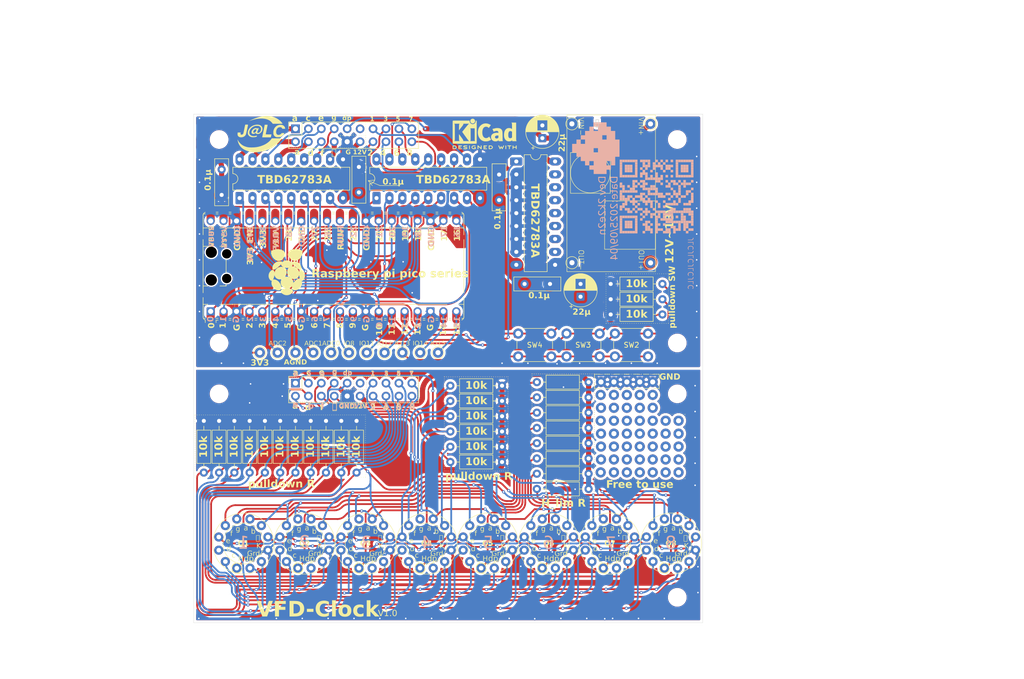
<source format=kicad_pcb>
(kicad_pcb (version 20241229) (generator "pcbnew") (generator_version "9.0")
  (title_block (title "VFD-Clock") (company "personal"))
  (layers (0 "F.Cu" signal) (2 "B.Cu" signal) (13 "F.Paste" user) (15 "B.Paste" user) (5 "F.SilkS" user "F.Silkscreen") (7 "B.SilkS" user "B.Silkscreen") (1 "F.Mask" user) (3 "B.Mask" user) (25 "Edge.Cuts" user))
  (net 0 "")
  (net 1 "GND")
  (net 2 "GPIO28{slash}ADC2")
  (net 4 "AGND")
  (net 7 "GPIO26{slash}ADC0")
  (net 8 "GPIO14")
  (net 9 "IN_a")
  (net 10 "IN_b")
  (net 11 "7seg_7")
  (net 12 "IN_d")
  (net 13 "GPIO11")
  (net 14 "7seg_5")
  (net 16 "GPIO15")
  (net 17 "7seg_1")
  (net 18 "IN_f")
  (net 19 "7seg_4")
  (net 20 "GPIO13")
  (net 21 "GPIO27{slash}ADC1")
  (net 22 "IN_dp")
  (net 23 "IN_g")
  (net 25 "IN_e")
  (net 26 "7seg_2")
  (net 28 "7seg_3")
  (net 29 "7seg_8")
  (net 30 "+5V")
  (net 31 "3V3")
  (net 32 "IN_-")
  (net 33 "7seg_6")
  (net 34 "IN_c")
  (net 35 "GPIO12")
  (net 36 "GPIO8")
  (net 39 "Net-(Q1-PadH)")
  (net 40 "Net-(Q2-PadH)")
  (net 41 "Net-(Q3-PadH)")
  (net 42 "Net-(Q4-PadH)")
  (net 43 "Net-(Q5-PadH)")
  (net 44 "Net-(Q6-PadH)")
  (net 45 "Net-(Q7-PadH)")
  (net 46 "Net-(Q8-PadH)")
  (net 47 "12V")
  (net 55 "GND2")
  (net 56 "12V-top")
  (net 59 "/VFD-B3")
  (net 60 "/VFD-B2")
  (net 61 "/7seg-8")
  (net 62 "/7seg-3")
  (net 63 "/VFD-B4")
  (net 64 "/VFD-B7")
  (net 65 "/7seg-2")
  (net 66 "/7seg-1")
  (net 67 "/7seg-5")
  (net 68 "/7seg-7")
  (net 69 "/7seg-4")
  (net 70 "/VFD-B5")
  (net 71 "/VFD-B6")
  (net 72 "/VFD-B0")
  (net 73 "/VFD-B1")
  (net 74 "/VFD-B8")
  (net 75 "/7seg-6")
  (net 76 "/VFD-T7")
  (net 77 "Net-(J3-Pin_17)")
  (net 78 "/VFD-T8")
  (net 79 "/VFD-T6")
  (net 80 "Net-(J3-Pin_14)")
  (net 81 "Net-(J3-Pin_20)")
  (net 82 "/VFD-T0")
  (net 83 "/VFD-T5")
  (net 84 "/VFD-T3")
  (net 85 "/VFD-T4")
  (net 86 "Net-(J3-Pin_16)")
  (net 87 "Net-(J3-Pin_19)")
  (net 88 "Net-(J3-Pin_15)")
  (net 89 "/VFD-T1")
  (net 90 "Net-(J3-Pin_18)")
  (net 91 "/VFD-T2")
  (net 92 "Net-(J3-Pin_13)")
  (footprint "MountingHole:MountingHole_3.2mm_M3" (layer "F.Cu") (at 100.5 122.6)
    (property "Reference" "H6" (hide yes))
    (property "Value" "MountingHole" (hide yes))
  )
  (footprint "VFD:TestPoint_THTPad_D2.0mm_Drill1.0mm" (layer "F.Cu") (at 180.594 90.424)
    (property "Reference" "TP51" (hide yes))
    (property "Value" "TestPoint_Small" (hide yes))
  )
  (footprint "TestPoint:TestPoint_THTPad_D2.0mm_Drill1.0mm" (layer "F.Cu") (at 143.5 74.5)
    (property "Reference" "TP7" (hide yes))
    (property "Value" "TestPoint" (hide yes))
  )
  (footprint "Resistor_THT:R_Axial_DIN0207_L6.3mm_D2.5mm_P10.16mm_Horizontal" (layer "F.Cu") (at 162.92 86.3)
    (property "Reference" "R20" (hide yes))
    (property "Value" "470" (hide yes))
  )
  (footprint "VFD:TestPoint_THTPad_D2.0mm_Drill1.0mm" (layer "F.Cu") (at 183.134 85.344)
    (property "Reference" "TP58" (hide yes))
    (property "Value" "TestPoint_Small" (hide yes))
  )
  (footprint "TestPoint:TestPoint_THTPad_D2.0mm_Drill1.0mm" (layer "F.Cu") (at 112 74.5)
    (property "Reference" "TP11" (hide yes))
    (property "Value" "TestPoint" (hide yes))
  )
  (footprint "Package_DIP:CERDIP-18_W7.62mm_SideBrazed_LongPads" (layer "F.Cu") (at 104.52 44.12 90)
    (property "Reference" "U1" (hide yes))
    (property "Value" "TBD62783A")
  )
  (footprint "VFD:TestPoint_THTPad_D2.0mm_Drill1.0mm" (layer "F.Cu") (at 190.754 92.964 90)
    (property "Reference" "TP47" (hide yes))
    (property "Value" "TestPoint_Small" (hide yes))
  )
  (footprint "VFD:LD8035E" (layer "F.Cu") (at 153.267 112.034534)
    (property "Reference" "Q5")
    (property "Value" "~")
  )
  (footprint "Resistor_THT:R_Axial_DIN0207_L6.3mm_D2.5mm_P10.16mm_Horizontal" (layer "F.Cu") (at 187.58 64.008 180)
    (property "Reference" "R27" (hide yes))
    (property "Value" "10k")
  )
  (footprint "VFD:TestPoint_THTPad_D2.0mm_Drill1.0mm" (layer "F.Cu") (at 178.054 82.804)
    (property "Reference" "TP39" (hide yes))
    (property "Value" "TestPoint_Small" (hide yes))
  )
  (footprint "VFD:TestPoint_THTPad_D2.0mm_Drill1.0mm" (layer "F.Cu") (at 175.514 85.344)
    (property "Reference" "TP23" (hide yes))
    (property "Value" "TestPoint_Small" (hide yes))
  )
  (footprint "TestPoint:TestPoint_THTPad_D2.0mm_Drill1.0mm" (layer "F.Cu") (at 169.802444 29.5243)
    (property "Reference" "TP31" (hide yes))
    (property "Value" "TestPoint" (hide yes))
  )
  (footprint "MountingHole:MountingHole_3.2mm_M3" (layer "F.Cu") (at 190.5 82.6)
    (property "Reference" "H7" (hide yes))
    (property "Value" "MountingHole" (hide yes))
  )
  (footprint "VFD:TestPoint_THTPad_D2.0mm_Drill1.0mm" (layer "F.Cu") (at 178.054 80.264 90)
    (property "Reference" "TP14" (hide yes))
    (property "Value" "TestPoint_Small" (hide yes))
  )
  (footprint "VFD:TestPoint_THTPad_D2.0mm_Drill1.0mm" (layer "F.Cu") (at 183.134 95.504)
    (property "Reference" "TP53" (hide yes))
    (property "Value" "TestPoint_Small" (hide yes))
  )
  (footprint "TestPoint:TestPoint_THTPad_D2.0mm_Drill1.0mm" (layer "F.Cu") (at 169.818349 56.818855)
    (property "Reference" "TP34" (hide yes))
    (property "Value" "TestPoint" (hide yes))
  )
  (footprint "Capacitor_THT:C_Disc_D9.0mm_W2.5mm_P5.00mm" (layer "F.Cu") (at 155.5 44.5 90)
    (property "Reference" "C7" (hide yes))
    (property "Value" "0.1u")
  )
  (footprint "Resistor_THT:R_Axial_DIN0207_L6.3mm_D2.5mm_P10.16mm_Horizontal" (layer "F.Cu") (at 103.5 98.08 90)
    (property "Reference" "R17" (hide yes))
    (property "Value" "10k")
  )
  (footprint "Resistor_THT:R_Axial_DIN0207_L6.3mm_D2.5mm_P10.16mm_Horizontal" (layer "F.Cu") (at 145.92 87)
    (property "Reference" "R14" (hide yes))
    (property "Value" "10k" (hide yes))
  )
  (footprint "VFD:QRcode" (layer "F.Cu") (at 186.436 43.815 90)
    (property "Reference" "QR*****" (hide yes))
    (property "Value" "QRcode" (hide yes))
  )
  (footprint "TestPoint:TestPoint_THTPad_D2.0mm_Drill1.0mm" (layer "F.Cu") (at 140 74.5)
    (property "Reference" "TP6" (hide yes))
    (property "Value" "TestPoint" (hide yes))
  )
  (footprint "VFD:TestPoint_THTPad_D2.0mm_Drill1.0mm" (layer "F.Cu") (at 175.514 80.264 90)
    (property "Reference" "TP13" (hide yes))
    (property "Value" "TestPoint_Small" (hide yes))
  )
  (footprint "Resistor_THT:R_Axial_DIN0207_L6.3mm_D2.5mm_P10.16mm_Horizontal" (layer "F.Cu") (at 145.92 84)
    (property "Reference" "R12" (hide yes))
    (property "Value" "10k" (hide yes))
  )
  (footprint "VFD:TestPoint_THTPad_D2.0mm_Drill1.0mm" (layer "F.Cu") (at 183.134 90.424)
    (property "Reference" "TP60" (hide yes))
    (property "Value" "TestPoint_Small" (hide yes))
  )
  (footprint "VFD:TestPoint_THTPad_D2.0mm_Drill1.0mm" (layer "F.Cu") (at 185.674 85.344)
    (property "Reference" "TP67" (hide yes))
    (property "Value" "TestPoint_Small" (hide yes))
  )
  (footprint "MountingHole:MountingHole_3.2mm_M3" (layer "F.Cu") (at 100.5 82.6)
    (property "Reference" "H5" (hide yes))
    (property "Value" "MountingHole" (hide yes))
  )
  (footprint "VFD:TestPoint_THTPad_D2.0mm_Drill1.0mm" (layer "F.Cu") (at 175.514 92.964)
    (property "Reference" "TP26" (hide yes))
    (property "Value" "TestPoint_Small" (hide yes))
  )
  (footprint "VFD:TestPoint_THTPad_D2.0mm_Drill1.0mm" (layer "F.Cu") (at 178.054 98.044)
    (property "Reference" "TP28" (hide yes))
    (property "Value" "TestPoint_Small" (hide yes))
  )
  (footprint "Resistor_THT:R_Axial_DIN0207_L6.3mm_D2.5mm_P10.16mm_Horizontal" (layer "F.Cu") (at 187.58 61 180)
    (property "Reference" "R28" (hide yes))
    (property "Value" "10k")
  )
  (footprint "Resistor_THT:R_Axial_DIN0207_L6.3mm_D2.5mm_P10.16mm_Horizontal" (layer "F.Cu") (at 162.92 83.3)
    (property "Reference" "R19" (hide yes))
    (property "Value" "470" (hide yes))
  )
  (footprint "VFD:TestPoint_THTPad_D2.0mm_Drill1.0mm" (layer "F.Cu") (at 183.134 92.964)
    (property "Reference" "TP61" (hide yes))
    (property "Value" "TestPoint_Small" (hide yes))
  )
  (footprint "MountingHole:MountingHole_3.2mm_M3" (layer "F.Cu") (at 190.5 122.6)
    (property "Reference" "H8" (hide yes))
    (property "Value" "MountingHole" (hide yes))
  )
  (footprint "dcdc-converter:MT3608" (layer "F.Cu") (at 177.519023 43.181918 -90)
    (property "Reference" "U4" (hide yes))
    (property "Value" "~" (hide yes))
    (fp_rect (start -14.5 2.5) (end -13 3) (stroke (width 0.1)) (fill no) (layer "Edge.Cuts"))
  )
  (footprint "TestPoint:TestPoint_THTPad_D2.0mm_Drill1.0mm" (layer "F.Cu") (at 119 74.5)
    (property "Reference" "TP10" (hide yes))
    (property "Value" "TestPoint" (hide yes))
  )
  (footprint "Connector_PinSocket_2.54mm:PinSocket_2x10_P2.54mm_Vertical" (layer "F.Cu") (at 115.5 30.5 90)
    (property "Reference" "J2" (hide yes))
    (property "Value" "Conn_02x10_Counter_Clockwise" (hide yes))
  )
  (footprint "Resistor_THT:R_Axial_DIN0207_L6.3mm_D2.5mm_P10.16mm_Horizontal" (layer "F.Cu") (at 106.5 98.08 90)
    (property "Reference" "Rr2" (hide yes))
    (property "Value" "10k" (hide yes))
  )
  (footprint "Resistor_THT:R_Axial_DIN0207_L6.3mm_D2.5mm_P10.16mm_Horizontal" (layer "F.Cu") (at 109.5 98.08 90)
    (property "Reference" "R13" (hide yes))
    (property "Value" "10k")
  )
  (footprint "MountingHole:MountingHole_3.2mm_M3" (layer "F.Cu") (at 190.5 32.6)
    (property "Reference" "H3" (hide yes))
    (property "Value" "MountingHole" (hide yes))
  )
  (footprint "TestPoint:TestPoint_THTPad_D2.0mm_Drill1.0mm" (layer "F.Cu") (at 185.250771 56.858351)
    (property "Reference" "TP36" (hide yes))
    (property "Value" "TestPoint" (hide yes))
  )
  (footprint "Capacitor_THT:C_Disc_D9.0mm_W2.5mm_P5.00mm" (layer "F.Cu") (at 127.96 43 90)
    (property "Reference" "C5" (hide yes))
    (property "Value" "0.1u")
  )
  (footprint "TestPoint:TestPoint_THTPad_D2.0mm_Drill1.0mm" (layer "F.Cu") (at 115.5 74.5)
    (property "Reference" "TP12" (hide yes))
    (property "Value" "TestPoint" (hide yes))
  )
  (footprint "VFD:TestPoint_THTPad_D2.0mm_Drill1.0mm" (layer "F.Cu") (at 190.754 98.044 90)
    (property "Reference" "TP21" (hide yes))
    (property "Value" "TestPoint_Small" (hide yes))
  )
  (footprint "TestPoint:TestPoint_THTPad_D2.0mm_Drill1.0mm" (layer "F.Cu") (at 136.5 74.5)
    (property "Reference" "TP5" (hide yes))
    (property "Value" "TestPoint" (hide yes))
  )
  (footprint "Resistor_THT:R_Axial_DIN0207_L6.3mm_D2.5mm_P10.16mm_Horizontal" (layer "F.Cu") (at 121.5 98.08 90)
    (property "Reference" "R7" (hide yes))
    (property "Value" "10k")
  )
  (footprint "VFD:TestPoint_THTPad_D2.0mm_Drill1.0mm" (layer "F.Cu") (at 188.214 98.044 90)
    (property "Reference" "TP20" (hide yes))
    (property "Value" "TestPoint_Small" (hide yes))
  )
  (footprint "VFD:TestPoint_THTPad_D2.0mm_Drill1.0mm" (layer "F.Cu") (at 175.452 82.804)
    (property "Reference" "TP22" (hide yes))
    (property "Value" "TestPoint_Small" (hide yes))
  )
  (footprint "VFD:TestPoint_THTPad_D2.0mm_Drill1.0mm" (layer "F.Cu") (at 178.054 90.424)
    (property "Reference" "TP42" (hide yes))
    (property "Value" "TestPoint_Small" (hide yes))
  )
  (footprint "TestPoint:TestPoint_THTPad_D2.0mm_Drill1.0mm" (layer "F.Cu") (at 185.24058 29.53903)
    (property "Reference" "TP30" (hide yes))
    (property "Value" "TestPoint" (hide yes))
  )
  (footprint "VFD:TestPoint_THTPad_D2.0mm_Drill1.0mm" (layer "F.Cu") (at 188.214 90.424 90)
    (property "Reference" "TP55" (hide yes))
    (property "Value" "TestPoint_Small" (hide yes))
  )
  (footprint "Resistor_THT:R_Axial_DIN0207_L6.3mm_D2.5mm_P10.16mm_Horizontal" (layer "F.Cu") (at 115.5 98.08 90)
    (property "Reference" "R11" (hide yes))
    (property "Value" "10k")
  )
  (footprint "VFD:TestPoint_THTPad_D2.0mm_Drill1.0mm" (layer "F.Cu") (at 178.054 92.964)
    (property "Reference" "TP43" (hide yes))
    (property "Value" "TestPoint_Small" (hide yes))
  )
  (footprint "MountingHole:MountingHole_3.2mm_M3" (layer "F.Cu") (at 100.5 32.6)
    (property "Reference" "H1" (hide yes))
    (property "Value" "MountingHole" (hide yes))
  )
  (footprint "Symbol:KiCad-Logo2_5mm_SilkScreen" (layer "F.Cu") (at 152.654 31.496)
    (property "Reference" "REF**" (hide yes))
    (property "Value" "KiCad-Logo2_5mm_SilkScreen" (hide yes))
  )
  (footprint "VFD:TestPoint_THTPad_D2.0mm_Drill1.0mm" (layer "F.Cu") (at 183.134 82.804)
    (property "Reference" "TP57" (hide yes))
    (property "Value" "TestPoint_Small" (hide yes))
  )
  (footprint "VFD:TestPoint_THTPad_D2.0mm_Drill1.0mm" (layer "F.Cu") (at 180.594 82.804)
    (property "Reference" "TP48" (hide yes))
    (property "Value" "TestPoint_Small" (hide yes))
  )
  (footprint "VFD:TestPoint_THTPad_D2.0mm_Drill1.0mm" (layer "F.Cu") (at 185.674 90.424)
    (property "Reference" "TP69" (hide yes))
    (property "Value" "TestPoint_Small" (hide yes))
  )
  (footprint "TestPoint:TestPoint_THTPad_D2.0mm_Drill1.0mm" (layer "F.Cu") (at 122.5 74.5)
    (property "Reference" "TP9" (hide yes))
    (property "Value" "TestPoint" (hide yes))
  )
  (footprint "MountingHole:MountingHole_3.2mm_M3" (layer "F.Cu") (at 100.5 72.6)
    (property "Reference" "H2" (hide yes))
    (property "Value" "MountingHole" (hide yes))
  )
  (footprint "Resistor_THT:R_Axial_DIN0207_L6.3mm_D2.5mm_P10.16mm_Horizontal" (layer "F.Cu") (at 162.92 80.3)
    (property "Reference" "R18" (hide yes))
    (property "Value" "470" (hide yes))
  )
  (footprint "Resistor_THT:R_Axial_DIN0207_L6.3mm_D2.5mm_P10.16mm_Horizontal" (layer "F.Cu") (at 162.92 101.3)
    (property "Reference" "R25" (hide yes))
    (property "Value" "470" (hide yes))
  )
  (footprint "Capacitor_THT:CP_Radial_D6.3mm_P2.50mm" (layer "F.Cu") (at 164.000206 32.336531 90)
    (property "Reference" "C2" (hide yes))
    (property "Value" "22u")
  )
  (footprint "VFD:TestPoint_THTPad_D2.0mm_Drill1.0mm" (layer "F.Cu") (at 175.514 90.424)
    (property "Reference" "TP25" (hide yes))
    (property "Value" "TestPoint_Small" (hide yes))
  )
  (footprint "VFD:LD8035E" (layer "F.Cu") (at 141.267 112.034534)
    (property "Reference" "Q4")
    (property "Value" "~")
  )
  (footprint "VFD:LD8035E" (layer "F.Cu") (at 105.267 112.034534)
    (property "Reference" "Q1")
    (property "Value" "~")
  )
  (footprint "Resistor_THT:R_Axial_DIN0207_L6.3mm_D2.5mm_P10.16mm_Horizontal" (layer "F.Cu") (at 162.92 92.3)
    (property "Reference" "R22" (hide yes))
    (property "Value" "470" (hide yes))
  )
  (footprint "VFD:TestPoint_THTPad_D2.0mm_Drill1.0mm" (layer "F.Cu") (at 178.054 87.884)
    (property "Reference" "TP41" (hide yes))
    (property "Value" "TestPoint_Small" (hide yes))
  )
  (footprint "VFD:LD8035E" (layer "F.Cu") (at 177.267 112.034534)
    (property "Reference" "Q7")
    (property "Value" "~")
  )
  (footprint "Resistor_THT:R_Axial_DIN0207_L6.3mm_D2.5mm_P10.16mm_Horizontal" (layer "F.Cu") (at 97.5 98.08 90)
    (property "Reference" "R6" (hide yes))
    (property "Value" "10k" (hide yes))
  )
  (footprint "VFD:LD8035E" (layer "F.Cu") (at 129.267 112.034534)
    (property "Reference" "Q3")
    (property "Value" "~")
  )
  (footprint "Resistor_THT:R_Axial_DIN0207_L6.3mm_D2.5mm_P10.16mm_Horizontal" (layer "F.Cu") (at 127.5 98.08 90)
    (property "Reference" "R3" (hide yes))
    (property "Value" "10k")
  )
  (footprint "VFD:TestPoint_THTPad_D2.0mm_Drill1.0mm" (layer "F.Cu") (at 185.674 92.964)
    (property "Reference" "TP70" (hide yes))
    (property "Value" "TestPoint_Small" (hide yes))
  )
  (footprint "VFD:TestPoint_THTPad_D2.0mm_Drill1.0mm" (layer "F.Cu") (at 185.674 98.044)
    (property "Reference" "TP63" (hide yes))
    (property "Value" "TestPoint_Small" (hide yes))
  )
  (footprint "Resistor_THT:R_Axial_DIN0207_L6.3mm_D2.5mm_P10.16mm_Horizontal" (layer "F.Cu") (at 145.92 81)
    (property "Reference" "R10" (hide yes))
    (property "Value" "10k" (hide yes))
  )
  (footprint "VFD:TestPoint_THTPad_D2.0mm_Drill1.0mm" (layer "F.Cu") (at 175.452 87.884)
    (property "Reference" "TP24" (hide yes))
    (property "Value" "TestPoint_Small" (hide yes))
  )
  (footprint "VFD:TestPoint_THTPad_D2.0mm_Drill1.0mm" (layer "F.Cu") (at 175.452 98.044)
    (property "Reference" "TP19" (hide yes))
    (property "Value" "TestPoint_Small" (hide yes))
  )
  (footprint "VFD:TestPoint_THTPad_D2.0mm_Drill1.0mm" (layer "F.Cu") (at 188.214 95.504 90)
    (property "Reference" "TP37" (hide yes))
    (property "Value" "TestPoint_Small" (hide yes))
  )
  (footprint "Capacitor_THT:C_Disc_D9.0mm_W2.5mm_P5.00mm" (layer "F.Cu") (at 160.5 61)
    (property "Reference" "C6" (hide yes))
    (property "Value" "0.1u")
  )
  (footprint "TestPoint:TestPoint_THTPad_D2.0mm_Drill1.0mm" (layer "F.Cu") (at 129.5 74.5)
    (property "Reference" "TP3" (hide yes))
    (property "Value" "TestPoint" (hide yes))
  )
  (footprint "imgs:jlcpcb_logo" (layer "F.Cu") (at 108.792791 31.553539)
    (property "Reference" "G***" (hide yes))
    (property "Value" "LOGO" (hide yes))
  )
  (footprint "VFD:TestPoint_THTPad_D2.0mm_Drill1.0mm" (layer "F.Cu") (at 183.134 87.884)
    (property "Reference" "TP59" (hide yes))
    (property "Value" "TestPoint_Small" (hide yes))
  )
  (footprint "Resistor_THT:R_Axial_DIN0207_L6.3mm_D2.5mm_P10.16mm_Horizontal" (layer "F.Cu") (at 162.92 95.3)
    (property "Reference" "R23" (hide yes))
    (property "Value" "470" (hide yes))
  )
  (footprint "VFD:TestPoint_THTPad_D2.0mm_Drill1.0mm" (layer "F.Cu") (at 178.054 85.344)
    (property "Reference" "TP40" (hide yes))
    (property "Value" "TestPoint_Small" (hide yes))
  )
  (footprint "VFD:TestPoint_THTPad_D2.0mm_Drill1.0mm" (layer "F.Cu") (at 183.134 98.044)
    (property "Reference" "TP54" (hide yes))
    (property "Value" "TestPoint_Small" (hide yes))
  )
  (footprint "VFD:TestPoint_THTPad_D2.0mm_Drill1.0mm" (layer "F.Cu") (at 190.754 87.884 90)
    (property "Reference" "TP65" (hide yes))
    (property "Value" "TestPoint_Small" (hide yes))
  )
  (footprint "imgs:redstonedust" (layer "F.Cu") (at 174.5 34 90)
    (property "Reference" "G***" (hide yes))
    (property "Value" "LOGO" (hide yes))
  )
  (footprint "VFD:TestPoint_THTPad_D2.0mm_Drill1.0mm" (layer "F.Cu") (at 185.674 87.884)
    (property "Reference" "TP68" (hide yes))
    (property "Value" "TestPoint_Small" (hide yes))
  )
  (footprint "VFD:TestPoint_THTPad_D2.0mm_Drill1.0mm" (layer "F.Cu") (at 190.754 90.424 90)
    (property "Reference" "TP56" (hide yes))
    (property "Value" "TestPoint_Small" (hide yes))
  )
  (footprint "VFD:TestPoint_THTPad_D2.0mm_Drill1.0mm" (layer "F.Cu") (at 190.754 95.504 90)
    (property "Reference" "TP38" (hide yes))
    (property "Value" "TestPoint_Small" (hide yes))
  )
  (footprint "VFD:TestPoint_THTPad_D2.0mm_Drill1.0mm" (layer "F.Cu") (at 180.594 87.884)
    (property "Reference" "TP50" (hide yes))
    (property "Value" "TestPoint_Small" (hide yes))
  )
  (footprint "TestPoint:TestPoint_THTPad_D2.0mm_Drill1.0mm" (layer "F.Cu") (at 126 74.5)
    (property "Reference" "TP2" (hide yes))
    (property "Value" "TestPoint" (hide yes))
  )
  (footprint "Capacitor_THT:CP_Radial_D6.3mm_P2.50mm" (layer "F.Cu") (at 171.5 63.5 90)
    (property "Reference" "C1" (hide yes))
    (property "Value" "22u")
  )
  (footprint "Resistor_THT:R_Axial_DIN0207_L6.3mm_D2.5mm_P10.16mm_Horizontal" (layer "F.Cu") (at 187.58 67 180)
    (property "Reference" "R26" (hide yes))
    (property "Value" "10k")
  )
  (footprint "Button_Switch_THT:SW_PUSH_6mm_H7.3mm" (layer "F.Cu") (at 165.75 75.25 180)
    (property "Reference" "SW4")
    (property "Value" "SW_Push" (hide yes))
  )
  (footprint "VFD:LD8035E" (layer "F.Cu") (at 165.267 112.034534)
    (property "Reference" "Q6")
    (property "Value" "~")
  )
  (footprint "VFD:TestPoint_THTPad_D2.0mm_Drill1.0mm" (layer "F.Cu") (at 185.674 95.504)
    (property "Reference" "TP62" (hide yes))
    (property "Value" "TestPoint_Small" (hide yes))
  )
  (footprint "VFD:TestPoint_THTPad_D2.0mm_Drill1.0mm" (layer "F.Cu") (at 180.594 85.344)
    (property "Reference" "TP49" (hide yes))
    (property "Value" "TestPoint_Small" (hide yes))
  )
  (footprint "VFD:LD8035E" (layer "F.Cu") (at 189.267 112.034534)
    (property "Reference" "Q8")
    (property "Value" "~")
  )
  (footprint "VFD:TestPoint_THTPad_D2.0mm_Drill1.0mm" (layer "F.Cu") (at 180.594 92.964)
    (property "Reference" "TP52" (hide yes))
    (property "Value" "TestPoint_Small" (hide yes))
  )
  (footprint "Capacitor_THT:C_Disc_D9.0mm_W2.5mm_P5.00mm" (layer "F.Cu") (at 101 38.5 -90)
    (property "Reference" "C4" (hide yes))
    (property "Value" "0.1u" (hide yes))
  )
  (footprint "VFD:TestPoint_THTPad_D2.0mm_Drill1.0mm" (layer "F.Cu") (at 180.594 98.044)
    (property "Reference" "TP45" (hide yes))
    (property "Value" "TestPoint_Small" (hide yes))
  )
  (footprint "Button_Switch_THT:SW_PUSH_6mm_H7.3mm" (layer "F.Cu") (at 184.75 75.25 180)
    (property "Reference" "SW2")
    (property "Value" "SW_Push" (hide yes))
  )
  (footprint "VFD:LD8035E" (layer "F.Cu") (at 117.267 112.034534)
    (property "Reference" "Q2")
    (property "Value" "~")
  )
  (footprint "Resistor_THT:R_Axial_DIN0207_L6.3mm_D2.5mm_P10.16mm_Horizontal" (layer "F.Cu") (at 145.92 93)
    (property "Reference" "R4" (hide yes))
    (property "Value" "10k" (hide yes))
  )
  (footprint "Resistor_THT:R_Axial_DIN0207_L6.3mm_D2.5mm_P10.16mm_Horizontal" (layer "F.Cu") (at 145.92 90)
    (property "Reference" "R2" (hide yes))
    (property "Value" "10k" (hide yes))
  )
  (footprint "Button_Switch_THT:SW_PUSH_6mm_H7.3mm" (layer "F.Cu") (at 175.25 75.25 180)
    (property "Reference" "SW3")
    (property "Value" "SW_Push" (hide yes))
  )
  (footprint "imgs:raspberrypi_icon" (layer "F.Cu") (at 113.792 58.674)
    (property "Reference" "G***" (hide yes))
    (property "Value" "LOGO" (hide yes))
  )
  (footprint "Resistor_THT:R_Axial_DIN0207_L6.3mm_D2.5mm_P10.16mm_Horizontal" (layer "F.Cu") (at 100.5 98.08 90)
    (property "Reference" "R8" (hide yes))
    (property "Value" "10k" (hide yes))
  )
  (footprint "Resistor_THT:R_Axial_DIN0207_L6.3mm_D2.5mm_P10.16mm_Horizontal" (layer "F.Cu") (at 162.92 89.3)
    (property "Reference" "R21" (hide yes))
    (property "Value" "470" (hide yes))
  )
  (footprint "Resistor_THT:R_Axial_DIN0207_L6.3mm_D2.5mm_P10.16mm_Horizontal" (layer "F.Cu") (at 112.5 98.08 90)
    (property "Reference" "R9" (hide yes))
    (property "Value" "10k")
  )
  (footprint "VFD:TestPoint_THTPad_D2.0mm_Drill1.0mm" (layer "F.Cu") (at 183.134 80.264 90)
    (property "Reference" "TP16" (hide yes))
    (property "Value" "TestPoint_Small" (hide yes))
  )
  (footprint "Resistor_THT:R_Axial_DIN0207_L6.3mm_D2.5mm_P10.16mm_Horizontal" (layer "F.Cu") (at 124.5 98.08 90)
    (property "Reference" "R1" (hide yes))
    (property "Value" "10k")
  )
  (footprint "VFD:TestPoint_THTPad_D2.0mm_Drill1.0mm" (layer "F.Cu") (at 188.214 87.884 90)
    (property "Reference" "TP64" (hide yes))
    (property "Value" "TestPoint_Small" (hide yes))
  )
  (footprint "Connector_PinSocket_2.54mm:PinSocket_2x10_P2.54mm_Vertical" (layer "F.Cu") (at 115.5 80.5 90)
    (property "Reference" "J3" (hide yes))
    (property "Value" "Conn_02x10_Counter_Clockwise" (hide yes))
  )
  (footprint "VFD:TestPoint_THTPad_D2.0mm_Drill1.0mm" (layer "F.Cu") (at 180.594 95.504)
    (property "Reference" "TP44" (hide yes))
    (property "Value" "TestPoint_Small" (hide yes))
  )
  (footprint "TestPoint:TestPoint_THTPad_D2.0mm_Drill1.0mm" (layer "F.Cu") (at 133 74.5)
    (property "Reference" "TP4" (hide yes))
    (property "Value" "TestPoint" (hide yes))
  )
  (footprint "Package_DIP:CERDIP-18_W7.62mm_SideBrazed_LongPads" (layer "F.Cu") (at 131.42 44.12 90)
    (property "Reference" "U3" (hide yes))
    (property "Value" "TBD62783A")
  )
  (footprint "VFD:TestPoint_THTPad_D2.0mm_Drill1.0mm" (layer "F.Cu") (at 180.594 80.264 90)
    (property "Reference" "TP15" (hide yes))
    (property "Value" "TestPoint_Small" (hide yes))
  )
  (footprint "Resistor_THT:R_Axial_DIN0207_L6.3mm_D2.5mm_P10.16mm_Horizontal" (layer "F.Cu") (at 162.92 98.3)
    (property "Reference" "R24" (hide yes))
    (property "Value" "470" (hide yes))
  )
  (footprint "Resistor_THT:R_Axial_DIN0207_L6.3mm_D2.5mm_P10.16mm_Horizontal" (layer "F.Cu") (at 145.92 96)
    (property "Reference" "R16" (hide yes))
    (property "Value" "10k" (hide yes))
  )
  (footprint "Package_DIP:CERDIP-18_W7.62mm_SideBrazed_LongPads" (layer "F.Cu") (at 158.88 36.92)
    (property "Reference" "U2" (hide yes))
    (property "Value" "TBD62783A")
  )
  (footprint "VFD:TestPoint_THTPad_D2.0mm_Drill1.0mm" (layer "F.Cu") (at 185.674 80.264 90)
    (property "Reference" "TP17" (hide yes))
    (property "Value" "TestPoint_Small" (hide yes))
  )
  (footprint "MountingHole:MountingHole_3.2mm_M3" (layer "F.Cu") (at 190.5 72.6)
    (property "Reference" "H4" (hide yes))
    (property "Value" "MountingHole" (hide yes))
  )
  (footprint "VFD:TestPoint_THTPad_D2.0mm_Drill1.0mm" (layer "F.Cu") (at 175.514 95.504)
    (property "Reference" "TP18" (hide yes))
    (property "Value" "TestPoint_Small" (hide yes))
  )
  (footprint "VFD:TestPoint_THTPad_D2.0mm_Drill1.0mm" (layer "F.Cu") (at 188.214 92.964 90)
    (property "Reference" "TP46" (hide yes))
    (property "Value" "TestPoint_Small" (hide yes))
  )
  (footprint "Resistor_THT:R_Axial_DIN0207_L6.3mm_D2.5mm_P10.16mm_Horizontal" (layer "F.Cu") (at 118.5 98.08 90)
    (property "Reference" "R5" (hide yes))
    (property "Value" "10k")
  )
  (footprint "VFD:TestPoint_THTPad_D2.0mm_Drill1.0mm" (layer "F.Cu") (at 178.054 95.504)
    (property "Reference" "TP27" (hide yes))
    (property "Value" "TestPoint_Small" (hide yes))
  )
  (footprint "VFD:TestPoint_THTPad_D2.0mm_Drill1.0mm" (layer "F.Cu") (at 185.674 82.804)
    (property "Reference" "TP66" (hide yes))
    (property "Value" "TestPoint_Small" (hide yes))
  )
  (footprint "TestPoint:TestPoint_THTPad_D2.0mm_Drill1.0mm" (layer "F.Cu") (at 108.5 74.5)
    (property "Reference" "TP8" (hide yes))
    (property "Value" "TestPoint" (hide yes))
  )
  (footprint "Module:RaspberryPi_Pico_Common_Unspecified" (layer "F.Cu") (at 122.97 57.5 90)
    (property "Reference" "A1" (hide yes))
    (property "Value" "RaspberryPi_Pico")
  )
  (gr_line (start 114.3 34.2265) (end 114.3 29.4005) (stroke (width 0.1) (type dot)) (layer "F.SilkS"))
  (gr_line (start 126.873 31.8135) (end 124.333 31.8135) (stroke (width 0.1) (type dot)) (layer "F.SilkS"))
  (gr_line (start 124.46 81.788) (end 124.46 84.201) (stroke (width 0.1) (type dot)) (layer "F.SilkS"))
  (gr_line (start 186.944 86.614) (end 192.024 86.614) (stroke (width 0.1) (type dot)) (layer "F.SilkS"))
  (gr_line (start 174.25 78.74) (end 186.944 78.74) (stroke (width 0.1) (type dot)) (layer "F.SilkS"))
  (gr_line (start 126.873 29.4005) (end 126.873 31.8135) (stroke (width 0.1) (type dot)) (layer "F.SilkS"))
  (gr_line (start 114.3 29.4005) (end 126.873 29.4005) (stroke (width 0.1) (type dot)) (layer "F.SilkS"))
  (gr_line (start 114.427 84.201) (end 114.427 79.375) (stroke (width 0.1) (type dot)) (layer "F.SilkS"))
  (gr_rect (start 144.753 79.248) (end 157.253 97.748) (stroke (width 0.1) (type dot)) (fill no) (layer "F.SilkS"))
  (gr_line (start 124.46 84.201) (end 114.427 84.201) (stroke (width 0.1) (type dot)) (layer "F.SilkS"))
  (gr_line (start 127 79.375) (end 127 81.788) (stroke (width 0.1) (type dot)) (layer "F.SilkS"))
  (gr_rect (start 174.244 78.74) (end 186.944 81.534) (stroke (width 0.1) (type dash_dot)) (fill no) (layer "F.SilkS"))
  (gr_rect (start 162 78.68) (end 174.25 103.049) (stroke (width 0.1) (type dot)) (fill no) (layer "F.SilkS"))
  (gr_line (start 186.944 78.74) (end 186.944 86.614) (stroke (width 0.1) (type dot)) (layer "F.SilkS"))
  (gr_rect (start 129.286 29.3225) (end 139.436 34.2685) (stroke (width 0.1) (type dot)) (fill no) (layer "F.SilkS"))
  (gr_line (start 174.244 99.314) (end 174.25 78.74) (stroke (width 0.1) (type dot)) (layer "F.SilkS"))
  (gr_line (start 192.024 99.314) (end 174.244 99.314) (stroke (width 0.1) (type dot)) (layer "F.SilkS"))
  (gr_line (start 124.333 31.8135) (end 124.333 34.2265) (stroke (width 0.1) (type dot)) (layer "F.SilkS"))
  (gr_rect (start 129.413 79.297) (end 139.563 84.243) (stroke (width 0.1) (type dot)) (fill no) (layer "F.SilkS"))
  (gr_rect (start 124.46 81.77) (end 129.413 84.201) (stroke (width 0.1) (type dot)) (fill no) (layer "F.SilkS"))
  (gr_line (start 114.427 79.375) (end 127 79.375) (stroke (width 0.1) (type dot)) (layer "F.SilkS"))
  (gr_line (start 124.333 34.2265) (end 114.3 34.2265) (stroke (width 0.1) (type dot)) (layer "F.SilkS"))
  (gr_rect (start 124.333 31.7955) (end 129.286 34.2265) (stroke (width 0.1) (type dot)) (fill no) (layer "F.SilkS"))
  (gr_line (start 192.024 86.614) (end 192.024 99.314) (stroke (width 0.1) (type dot)) (layer "F.SilkS"))
  (gr_line (start 127 81.788) (end 124.46 81.788) (stroke (width 0.1) (type dot)) (layer "F.SilkS"))
  (gr_rect (start 95.75 86.75) (end 129.25 99) (stroke (width 0.1) (type dot)) (fill no) (layer "F.SilkS"))
  (gr_rect (start 176.5 59) (end 188.75 68.75) (stroke (width 0.1) (type dot)) (fill no) (layer "F.SilkS"))
  (gr_rect (start 129.427547 79.270543) (end 139.577547 84.216543) (stroke (width 0.1) (type dot)) (fill no) (layer "B.SilkS"))
  (gr_rect (start 161.925 78.678352) (end 174.175 103.047352) (stroke (width 0.1) (type dot)) (fill no) (layer "B.SilkS"))
  (gr_line (start 114.428235 79.372304) (end 127.001235 79.372304) (stroke (width 0.1) (type dot)) (layer "B.SilkS"))
  (gr_line (start 126.997031 79.370547) (end 126.997031 81.783547) (stroke (width 0.1) (type dot)) (layer "B.SilkS"))
  (gr_line (start 114.428235 84.198304) (end 114.428235 79.372304) (stroke (width 0.1) (type dot)) (layer "B.SilkS"))
  (gr_rect (start 124.445521 81.747645) (end 129.398521 84.178645) (stroke (width 0.1) (type dot)) (fill no) (layer "B.SilkS"))
  (gr_rect (start 144.753 79.248) (end 157.253 97.748) (stroke (width 0.1) (type dot)) (fill no) (layer "B.SilkS"))
  (gr_line (start 124.445521 84.178645) (end 114.412521 84.178645) (stroke (width 0.1) (type dot)) (layer "B.SilkS"))
  (gr_rect (start 95.5 27.6) (end 195.5 127.6) (stroke (width 0.05)) (fill no) (layer "Edge.Cuts"))
  (gr_text "10k" (at 151 81 0) (layer "F.SilkS") (effects (font (size 1.5 1.5) (thickness 0.3) (bold yes))))
  (gr_text "IO11" (at 129.5 73.25 0) (layer "F.SilkS") (effects (font (size 0.9 0.9) (thickness 0.1125)) (justify bottom)))
  (gr_text "g" (at 123.063 28.8925 0) (layer "F.SilkS") (effects (font (size 1 1) (thickness 0.25) (bold yes)) (justify bottom)))
  (gr_text "12V" (at 128.27 84.582 0) (layer "F.SilkS") (effects (font (size 0.9 0.9) (thickness 0.225) (bold yes)) (justify top)))
  (gr_text "8" (at 137.922 34.6075 0) (layer "F.SilkS") (effects (font (size 1.2 1.2) (thickness 0.25) (bold yes)) (justify top)))
  (gr_text "a" (at 115.824 34.417 0) (layer "F.SilkS") (effects (font (size 1.2 1.2) (thickness 0.25) (bold yes)) (justify top)))
  (gr_text "12V~18V" (at 190 57 90) (layer "F.SilkS") (effects (font (size 1.6 1.6) (thickness 0.4) (bold yes)) (justify left bottom)))
  (gr_text "IO14" (at 140 73.25 0) (layer "F.SilkS") (effects (font (size 0.9 0.9) (thickness 0.1125)) (justify bottom)))
  (gr_text "10k" (at 103.5 93 90) (layer "F.SilkS") (effects (font (size 1.5 1.5) (thickness 0.3) (bold yes))))
  (gr_text "10k" (at 182.5 61 0) (layer "F.SilkS") (effects (font (size 1.5 1.5) (thickness 0.3) (bold yes))))
  (gr_text "20" (at 134.62 50.292 90) (layer "F.SilkS") (effects (font (size 1.2 1.2) (thickness 0.25) (bold yes)) (justify right)))
  (gr_text "10k" (at 151 90 0) (layer "F.SilkS") (effects (font (size 1.5 1.5) (thickness 0.3) (bold yes))))
  (gr_text "RUN" (at 124.46 50.292 90) (layer "F.SilkS") (effects (font (size 1.2 1.2) (thickness 0.25) (bold yes)) (justify right)))
  (gr_text "7" (at 138.176 29.1465 0) (layer "F.SilkS") (effects (font (size 0.9 0.9) (thickness 0.225) (bold yes)) (justify bottom)))
  (gr_text "13" (at 140.25 68.75 90) (layer "F.SilkS") (effects (font (size 1.2 1.2) (thickness 0.25) (bold yes)) (justify right bottom)))
  (gr_text "5" (at 135.763 79.121 0) (layer "F.SilkS") (effects (font (size 0.9 0.9) (thickness 0.225) (bold yes)) (justify bottom)))
  (gr_text "dp" (at 125.73 78.994 0) (layer "F.SilkS") (effects (font (size 0.9 0.9) (thickness 0.225) (bold yes)) (justify bottom)))
  (gr_text "e" (at 120.65 79.121 0) (layer "F.SilkS") (effects (font (size 1.2 1.2) (thickness 0.25) (bold yes)) (justify bottom)))
  (gr_text "2" (at 130.175 34.6075 0) (layer "F.SilkS") (effects (font (size 1.2 1.2) (thickness 0.25) (bold yes)) (justify top)))
  (gr_text "G" (at 125.857 34.6075 0) (layer "F.SilkS") (effects (font (size 0.9 0.9) (thickness 0.225) (bold yes)) (justify top)))
  (gr_text "4" (at 112.25 69.75 90) (layer "F.SilkS") (effects (font (size 1.2 1.2) (thickness 0.25) (bold yes)) (justify left bottom)))
  (gr_text "17" (at 144.78 50.292 90) (layer "F.SilkS") (effects (font (size 1.2 1.2) (thickness 0.25) (bold yes)) (justify right)))
  (gr_text "10k" (at 97.5 93 90) (layer "F.SilkS") (effects (font (size 1.5 1.5) (thickness 0.3) (bold yes))))
  (gr_text "pulldown SW" (at 190.25 69.75 90) (layer "F.SilkS") (effects (font (size 1.2 1.2) (thickness 0.25) (bold yes)) (justify left bottom)))
  (gr_text "1" (at 130.683 79.121 0) (layer "F.SilkS") (effects (font (size 0.9 0.9) (thickness 0.225) (bold yes)) (justify bottom)))
  (gr_text "15" (at 147.993416 68.796003 90) (layer "F.SilkS") (effects (font (size 1.2 1.2) (thickness 0.25) (bold yes)) (justify right bottom)))
  (gr_text "8" (at 138.43 84.582 0) (layer "F.SilkS") (effects (font (size 1.2 1.2) (thickness 0.25) (bold yes)) (justify top)))
  (gr_text "6" (at 135.382 34.6075 0) (layer "F.SilkS") (effects (font (size 1.2 1.2) (thickness 0.25) (bold yes)) (justify top)))
  (gr_text "12V" (at 128.143 34.6075 0) (layer "F.SilkS") (effects (font (size 0.9 0.9) (thickness 0.225) (bold yes)) (justify top)))
  (gr_text "VSYS" (at 101.6 50.292 90) (layer "F.SilkS") (effects (font (size 0.85 0.85) (thickness 0.2) (bold yes)) (justify right)))
  (gr_text "1" (at 102 69.75 90) (layer "F.SilkS") (effects (font (size 1.2 1.2) (thickness 0.25) (bold yes)) (justify left bottom)))
  (gr_text "0.1μ" (at 99.06 42.672 90) (layer "F.SilkS") (effects (font (size 1.2 1.2) (thickness 0.25) (bold yes)) (justify left bottom)))
  (gr_text "d" (at 117.983 84.582 0) (layer "F.SilkS") (effects (font (size 1.2 1.2) (thickness 0.25) (bold yes)) (justify top)))
  (gr_text "6" (at 120 69.75 90) (layer "F.SilkS") (effects (font (size 1.2 1.2) (thickness 0.25) (bold yes)) (justify left bottom)))
  (gr_text "10k" (at 151 84 0) (layer "F.SilkS") (effects (font (size 1.5 1.5) (thickness 0.3) (bold yes))))
  (gr_text "a" (at 115.5 79.17 0) (layer "F.SilkS") (effects (font (size 1.2 1.2) (thickness 0.25) (bold yes)) (justify bottom)))
  (gr_text "ADC0" (at 122.5 73.25 0) (layer "F.SilkS") (effects (font (size 0.9 0.9) (thickness 0.1125)) (justify bottom)))
  (gr_text "d" (at 118.491 34.6075 0) (layer "F.SilkS") (effects (font (size 1.2 1.2) (thickness 0.25) (bold yes)) (justify top)))
  (gr_text "GND" (at 104.14 50.292 90) (layer "F.SilkS") (effects (font (size 1.2 1.2) (thickness 0.25) (bold yes)) (justify right)))
  (gr_text "4" (at 133.223 84.582 0) (layer "F.SilkS") (effects (font (size 1.2 1.2) (thickness 0.25) (bold yes)) (justify top)))
  (gr_text "2" (at 130.683 84.582 0) (layer "F.SilkS") (effects (font (size 1.2 1.2) (thickness 0.25) (bold yes)) (justify top)))
  (gr_text "7" (at 122.5 69.75 90) (layer "F.SilkS") (effects (font (size 1.2 1.2) (thickness 0.25) (bold yes)) (justify left bottom)))
  (gr_text "dp" (at 125.603 28.956 0) (layer "F.SilkS") (effects (font (size 0.9 0.9) (thickness 0.225) (bold yes)) (justify bottom)))
  (gr_text "TBD62783A" (at 108 41.5 0) (layer "F.SilkS") (effects (font (size 1.6 1.6) (thickness 0.25) (bold yes)) (justify left bottom)))
  (gr_text "Raspbeery pi pico series" (at 118.618 59.045691 0) (layer "F.SilkS") (effects (font (size 1.6 1.6) (thickness 0.25) (bold yes)) (justify left)))
  (gr_text "1" (at 130.556 29.1465 0) (layer "F.SilkS") (effects (font (size 0.9 0.9) (thickness 0.225) (bold yes)) (justify bottom)))
  (gr_text "IO15" (at 143.5 73.25 0) (layer "F.SilkS") (effects (font (size 0.9 0.9) (thickness 0.1125)) (justify bottom)))
  (gr_text "10k" (at 121.5 93 90) (layer "F.SilkS") (effects (font (size 1.5 1.5) (thickness 0.3) (bold yes))))
  (gr_text "22μ" (at 171.704 66.548 0) (layer "F.SilkS") (effects (font (size 1.2 1.2) (thickness 0.25) (bold yes))))
  (gr_text "3V3" (at 109.22 50.292 90) (layer "F.SilkS") (effects (font (size 1.2 1.2) (thickness 0.25) (bold yes)) (justify right)))
  (gr_text "IO8" (at 126 73.25 0) (layer "F.SilkS") (effects (font (size 0.9 0.9) (thickness 0.1125)) (justify bottom)))
  (gr_text "9" (at 127.5 69.75 90) (layer "F.SilkS") (effects (font (size 1.2 1.2) (thickness 0.25) (bold yes)) (justify left bottom)))
  (gr_text "G" (at 130 70.25 90) (layer "F.SilkS") (effects (font (size 1.2 1.2) (thickness 0.25) (bold yes)) (justify left bottom)))
  (gr_text "3" (at 133.223 29.1465 0) (layer "F.SilkS") (effects (font (size 0.9 0.9) (thickness 0.225) (bold yes)) (justify bottom)))
  (gr_text "f" (at 120.65 84.582 0) (layer "F.SilkS") (effects (font (size 1.2 1.2) (thickness 0.25) (bold yes)) (justify top)))
  (gr_text "pulldown R" (at 112.75 101.25 0) (layer "F.SilkS") (effects (font (size 1.5 1.5) (thickness 0.3) (bold yes)) (justify bottom)))
  (gr_text "pulldown R" (at 151.5 99.75 0) (layer "F.SilkS") (effects (font (size 1.5 1.5) (thickness 0.3) (bold yes)) (justify bottom)))
  (gr_text "VFD-Clock" (at 119.888 126.873 0) (layer "F.SilkS") (effects (font (size 3 3) (thickness 0.6) (bold yes)) (justify bottom)))
  (gr_text "0" (at 99.75 69.75 90) (layer "F.SilkS") (effects (font (size 1.2 1.2) (thickness 0.25) (bold yes)) (justify left bottom)))
  (gr_text "21" (at 132.08 50.292 90) (layer "F.SilkS") (effects (font (size 1.2 1.2) (thickness 0.25) (bold yes)) (justify right)))
  (gr_text "ADC2" (at 112 73.25 0) (layer "F.SilkS") (effects (font (size 0.9 0.9) (thickness 0.125)) (justify bottom)))
  (gr_text "3" (at 109.75 69.75 90) (layer "F.SilkS") (effects (font (size 1.2 1.2) (thickness 0.25) (bold yes)) (justify left bottom)))
  (gr_text "4" (at 132.715 34.6075 0) (layer "F.SilkS") (effects (font (size 1.2 1.2) (thickness 0.25) (bold yes)) (justify top)))
  (gr_text "10k" (at 124.5 93 90) (layer "F.SilkS") (effects (font (size 1.5 1.5) (thickness 0.3) (bold yes))))
  (gr_text "VBUS" (at 99.06 49.53 90) (layer "F.SilkS") (effects (font (size 1 1) (thickness 0.25) (bold yes)) (justify right)))
  (gr_text "a" (at 115.373 29.1955 0) (layer "F.SilkS") (effects (font (size 1.2 1.2) (thickness 0.25) (bold yes)) (justify bottom)))
  (gr_text "18" (at 139.7 50.292 90) (layer "F.SilkS") (effects (font (size 1.2 1.2) (thickness 0.25) (bold yes)) (justify right)))
  (gr_text "TBD62783A" (at 139.192 41.5 0) (layer "F.SilkS") (effects (font (size 1.6 1.6) (thickness 0.25) (bold yes)) (justify left bottom)))
  (gr_text "ー" (at 123.19 84.455 0) (layer "F.SilkS") (effects (font (size 1.2 1.2) (thickness 0.25) (bold yes)) (justify top)))
  (gr_text "IO13" (at 136.5 73.25 0) (layer "F.SilkS") (effects (font (size 0.9 0.9) (thickness 0.1125)) (justify bottom)))
  (gr_text "10k" (at 151 87 0) (layer "F.SilkS") (effects (font (size 1.5 1.5) (thickness 0.3) (bold yes))))
  (gr_text "AGND" (at 115.5 77 0) (layer "F.SilkS") (effects (font (size 1 1) (thickness 0.25) (bold yes)) (justify bottom)))
  (gr_text "10k" (at 106.5 93 90) (layer "F.SilkS") (effects (font (size 1.5 1.5) (thickness 0.3) (bold yes))))
  (gr_text "0.1μ" (at 155.956 50.292 90) (layer "F.SilkS") (effects (font (size 1.2 1.2) (thickness 0.25) (bold yes)) (justify left bottom)))
  (gr_text "10k" (at 182.5 67 0) (layer "F.SilkS") (effects (font (size 1.5 1.5) (thickness 0.3) (bold yes))))
  (gr_text "10k" (at 100.5 93 90) (layer "F.SilkS") (effects (font (size 1.5 1.5) (thickness 0.3) (bold yes))))
  (gr_text "22μ" (at 167.894 33.274 90) (layer "F.SilkS") (effects (font (size 1.2 1.2) (thickness 0.25) (bold yes))))
  (gr_text "5" (at 114.75 69.75 90) (layer "F.SilkS") (effects (font (size 1.2 1.2) (thickness 0.25) (bold yes)) (justify left bottom)))
  (gr_text "V1.0" (at 133.604 126.492 0) (layer "F.SilkS") (effects (font (size 1.2 1.2) (thickness 0.25)) (justify bottom)))
  (gr_text "10k" (at 118.5 93 90) (layer "F.SilkS") (effects (font (size 1.5 1.5) (thickness 0.3) (bold yes))))
  (gr_text "G" (at 104.75 70.25 90) (layer "F.SilkS") (effects (font (size 1.2 1.2) (thickness 0.25) (bold yes)) (justify left bottom)))
  (gr_text "19" (at 137.16 50.292 90) (layer "F.SilkS") (effects (font (size 1.2 1.2) (thickness 0.25) (bold yes)) (justify right)))
  (gr_text "10k" (at 151 93 0) (layer "F.SilkS") (effects (font (size 1.5 1.5) (thickness 0.3) (bold yes))))
  (gr_text "6" (at 135.763 84.582 0) (layer "F.SilkS") (effects (font (size 1.2 1.2) (thickness 0.25) (bold yes)) (justify top)))
  (gr_text "26" (at 121.92 50.292 90) (layer "F.SilkS") (effects (font (size 1.2 1.2) (thickness 0.25) (bold yes)) (justify right)))
  (gr_text "8" (at 125 69.75 90) (layer "F.SilkS") (effects (font (size 1.2 1.2) (thickness 0.25) (bold yes)) (justify left bottom)))
  (gr_text "10k" (at 115.5 93 90) (layer "F.SilkS") (effects (font (size 1.5 1.5) (thickness 0.3) (bold yes))))
  (gr_text "11" (at 134.5 68.75 90) (layer "F.SilkS") (effects (font (size 1.2 1.2) (thickness 0.25) (bold yes)) (justify right)))
  (gr_text "f" (at 120.777 34.6075 0) (layer "F.SilkS") (effects (font (size 1.2 1.2) (thickness 0.25) (bold yes)) (justify top)))
  (gr_text "10k" (at 182.5 64 0) (layer "F.SilkS") (effects (font (size 1.5 1.5) (thickness 0.3) (bold yes))))
  (gr_text "VREF" (at 111.76 50.292 90) (layer "F.SilkS") (effects (font (size 0.9 0.9) (thickness 0.225) (bold yes)) (justify right)))
  (gr_text "g" (at 123.19 78.867 0) (layer "F.SilkS") (effects (font (size 1 1) (thickness 0.25) (bold yes)) (justify bottom)))
  (gr_text "2" (at 107.25 69.75 90) (layer "F.SilkS") (effects (font (size 1.2 1.2) (thickness 0.25) (bold yes)) (justify left bottom)))
  (gr_text "e" (at 120.523 29.1465 0) (layer "F.SilkS") (effects (font (size 1.2 1.2) (thickness 0.25) (bold yes)) (justify bottom)))
  (gr_text "10k" (at 127.5 93 90) (layer "F.SilkS") (effects (font (size 1.5 1.5) (thickness 0.3) (bold yes))))
  (gr_text "0.1μ" (at 161.25 64.008 0) (layer "F.SilkS") (effects (font (size 1.2 1.2) (thickness 0.25) (bold yes)) (justify left bottom)))
  (gr_text "10k" (at 109.5 93 90) (layer "F.SilkS") (effects (font (size 1.5 1.5) (thickness 0.3) (bold yes))))
  (gr_text "12" (at 137.75 68.75 90) (layer "F.SilkS") (effects (font (size 1.2 1.2) (thickness 0.25) (bold yes)) (justify right bottom)))
  (gr_text "GND" (at 125.603 84.582 0) (layer "F.SilkS") (effects (font (size 0.9 0.9) (thickness 0.225) (bold yes)) (justify top)))
  (gr_text "10k" (at 112.5 93 90) (layer "F.SilkS") (effects (font (size 1.5 1.5) (thickness 0.3) (bold yes))))
  (gr_text "10k" (at 151 96 0) (layer "F.SilkS") (effects (font (size 1.5 1.5) (thickness 0.3) (bold yes))))
  (gr_text "10" (at 132.743843 68.836994 90) (layer "F.SilkS") (effects (font (size 1.2 1.2) (thickness 0.25) (bold yes)) (justify right bottom)))
  (gr_text "GND" (at 142.24 50.292 90) (layer "F.SilkS") (effects (font (size 1.2 1.2) (thickness 0.25) (bold yes)) (justify right)))
  (gr_text "c" (at 118.11 79.121 0) (layer "F.SilkS") (effects (font (size 1.2 1.2) (thickness 0.25) (bold yes)) (justify bottom)))
  (gr_text "Free to use" (at 183.134 101.346 0) (layer "F.SilkS") (effects (font (size 1.5 1.5) (thickness 0.3) (bold yes)) (justify bottom)))
  (gr_text "a" (at 115.443 84.328 0) (layer "F.SilkS") (effects (font (size 1.2 1.2) (thickness 0.25) (bold yes)) (justify top)))
  (gr_text "22" (at 127 50.292 90) (layer "F.SilkS") (effects (font (size 1.2 1.2) (thickness 0.25) (bold yes)) (justify right)))
  (gr_text "16" (at 147.32 50.292 90) (layer "F.SilkS") (effects (font (size 1.2 1.2) (thickness 0.25) (bold yes)) (justify right)))
  (gr_text "7" (at 138.303 79.121 0) (layer "F.SilkS") (effects (font (size 0.9 0.9) (thickness 0.225) (bold yes)) (justify bottom)))
  (gr_text "H_lim R" (at 168.148 105.029 0) (layer "F.SilkS") (effects (font (size 1.5 1.5) (thickness 0.3) (bold yes)) (justify bottom)))
  (gr_text "ー" (at 123.063 34.4805 0) (layer "F.SilkS") (effects (font (size 1.2 1.2) (thickness 0.25) (bold yes)) (justify top)))
  (gr_text "0.1μ" (at 132.588 41.656 0) (layer "F.SilkS") (effects (font (size 1.2 1.2) (thickness 0.25) (bold yes)) (justify left bottom)))
  (gr_text "GND" (at 186.944 80.01 0) (layer "F.SilkS") (effects (font (size 1.2 1.2) (thickness 0.25) (bold yes)) (justify left bottom)))
  (gr_text "GND" (at 129.54 50.292 90) (layer "F.SilkS") (effects (font (size 1.2 1.2) (thickness 0.25) (bold yes)) (justify right)))
  (gr_text "27" (at 119.38 50.292 90) (layer "F.SilkS") (effects (font (size 1.2 1.2) (thickness 0.25) (bold yes)) (justify right)))
  (gr_text "G" (at 117.25 70.25 90) (layer "F.SilkS") (effects (font (size 1.2 1.2) (thickness 0.25) (bold yes)) (justify left bottom)))
  (gr_text "ADC1" (at 119 73.25 0) (layer "F.SilkS") (effects (font (size 0.9 0.9) (thickness 0.125)) (justify bottom)))
  (gr_text "3V3" (at 108.5 77.25 0) (layer "F.SilkS") (effects (font (size 1.2 1.2) (thickness 0.25) (bold yes)) (justify bottom)))
  (gr_text "TBD62783A" (at 161.544 41.25 270) (layer "F.SilkS") (effects (font (size 1.6 1.6) (thickness 0.25) (bold yes)) (justify left bottom)))
  (gr_text "c" (at 117.983 29.1465 0) (layer "F.SilkS") (effects (font (size 1.2 1.2) (thickness 0.25) (bold yes)) (justify bottom)))
  (gr_text "IO12" (at 133 73.25 0) (layer "F.SilkS") (effects (font (size 0.9 0.9) (thickness 0.1125)) (justify bottom)))
  (gr_text "3" (at 133.35 79.121 0) (layer "F.SilkS") (effects (font (size 0.9 0.9) (thickness 0.225) (bold yes)) (justify bottom)))
  (gr_text "28" (at 116.84 50.292 90) (layer "F.SilkS") (effects (font (size 1.2 1.2) (thickness 0.25) (bold yes)) (justify right)))
  (gr_text "14" (at 145.25 68.834 90) (layer "F.SilkS") (effects (font (size 1.2 1.2) (thickness 0.25) (bold yes)) (justify right bottom)))
  (gr_text "28" (at 114.3 50.292 90) (layer "F.SilkS") (effects (font (size 1.2 1.2) (thickness 0.25) (bold yes)) (justify right)))
  (gr_text "G" (at 142.75 70.25 90) (layer "F.SilkS") (effects (font (size 1.2 1.2) (thickness 0.25) (bold yes)) (justify left bottom)))
  (gr_text "5" (at 135.636 29.1465 0) (layer "F.SilkS") (effects (font (size 0.9 0.9) (thickness 0.225) (bold yes)) (justify bottom)))
  (gr_text "3V3_EN" (at 106.68 50.292 90) (layer "F.SilkS") (effects (font (size 1.2 1.2) (thickness 0.25) (bold yes)) (justify right)))
  (gr_text "20" (at 134.62 49.53 90) (layer "B.SilkS") (effects (font (size 1.2 1.2) (thickness 0.25) (bold yes)) (justify left mirror)))
  (gr_text "5" (at 135.763 79.248 0) (layer "B.SilkS") (effects (font (size 0.9 0.9) (thickness 0.225) (bold yes)) (justify bottom mirror)))
  (gr_text "6" (at 135.763 84.455 0) (layer "B.SilkS") (effects (font (size 1.2 1.2) (thickness 0.25) (bold yes)) (justify top mirror)))
  (gr_text "ー" (at 123.19 84.328 0) (layer "B.SilkS") (effects (font (size 1.2 1.2) (thickness 0.25) (bold yes)) (justify top mirror)))
  (gr_text "21" (at 132.08 49.53 90) (layer "B.SilkS") (effects (font (size 1.2 1.2) (thickness 0.25) (bold yes)) (justify left mirror)))
  (gr_text "VSYS" (at 101.6 49.53 90) (layer "B.SilkS") (effects (font (size 1.1 1.1) (thickness 0.25) (bold yes)) (justify left mirror)))
  (gr_text "dp" (at 125.73 79.121 0) (layer "B.SilkS") (effects (font (size 0.9 0.9) (thickness 0.225) (bold yes)) (justify bottom mirror)))
  (gr_text "4" (at 133.35 84.455 0) (layer "B.SilkS") (effects (font (size 1.2 1.2) (thickness 0.25) (bold yes)) (justify top mirror)))
  (gr_text "19" (at 137.16 49.53 90) (layer "B.SilkS") (effects (font (size 1.2 1.2) (thickness 0.25) (bold yes)) (justify left mirror)))
  (gr_text "G" (at 103.886 67.31 90) (layer "B.SilkS") (effects (font (size 1.2 1.2) (thickness 0.25) (bold yes)) (justify left mirror)))
  (gr_text "7" (at 121.666 67.31 90) (layer "B.SilkS") (effects (font (size 1.2 1.2) (thickness 0.25) (bold yes)) (justify left mirror)))
  (gr_text "g" (at 123.19 78.994 0) (layer "B.SilkS") (effects (font (size 1 1) (thickness 0.25) (bold yes)) (justify bottom mirror)))
  (gr_text "5" (at 153.289 112.014 0) (layer "B.SilkS") (effects (font (size 2.5 2.5) (thickness 0.1)) (justify mirror)))
  (gr_text "a" (at 115.57 79.375 0) (layer "B.SilkS") (effects (font (size 1.2 1.2) (thickness 0.25) (bold yes)) (justify bottom mirror)))
  (gr_text "12V" (at 128.397 84.455 0) (layer "B.SilkS") (effects (font (size 0.9 0.9) (thickness 0.225) (bold yes)) (justify top mirror)))
  (gr_text "3" (at 109.22 67.31 90) (layer "B.SilkS") (effects (font (size 1.2 1.2) (thickness 0.25) (bold yes)) (justify left mirror)))
  (gr_text "GND" (at 142.24 49.53 90) (layer "B.SilkS") (effects (font (size 1.2 1.2) (thickness 0.25) (bold yes)) (justify left mirror)))
  (gr_text "G" (at 116.84 67.31 90) (layer "B.SilkS") (effects (font (size 1.2 1.2) (thickness 0.25) (bold yes)) (justify left mirror)))
  (gr_text "14" (at 144.78 67.31 90) (layer "B.SilkS") (effects (font (size 1.2 1.2) (thickness 0.25) (bold yes)) (justify left mirror)))
  (gr_text "17" (at 144.78 49.53 90) (layer "B.SilkS") (effects (font (size 1.2 1.2) (thickness 0.25) (bold yes)) (justify left mirror)))
  (gr_text "27" (at 119.38 49.53 90) (layer "B.SilkS") (effects (font (size 1.2 1.2) (thickness 0.25) (bold yes)) (justify left mirror)))
  (gr_text "11" (at 134.62 67.31 90) (layer "B.SilkS") (effects (font (size 1.2 1.2) (thickness 0.25) (bold yes)) (justify left mirror)))
  (gr_text "RUN" (at 124.46 49.53 90) (layer "B.SilkS") (effects (font (size 1.2 1.2) (thickness 0.25) (bold yes)) (justify left mirror)))
  (gr_text "3" (at 129.413 112.014 0) (layer "B.SilkS") (effects (font (size 2.5 2.5) (thickness 0.1)) (justify mirror)))
  (gr_text "GND" (at 104.14 49.53 90) (layer "B.SilkS") (effects (font (size 1.2 1.2) (thickness 0.25) (bold yes)) (justify left mirror)))
  (gr_text "2" (at 106.68 67.31 90) (layer "B.SilkS") (effects (font (size 1.2 1.2) (thickness 0.25) (bold yes)) (justify left mirror)))
  (gr_text "e" (at 120.714735 79.372304 0) (layer "B.SilkS") (effects (font (size 1.2 1.2) (thickness 0.25) (bold yes)) (justify bottom mirror)))
  (gr_text "1" (at 105.283 112.014 0) (layer "B.SilkS") (effects (font (size 2.5 2.5) (thickness 0.1)) (justify mirror)))
  (gr_text "13" (at 139.7 67.31 90) (layer "B.SilkS") (effects (font (size 1.2 1.2) (thickness 0.25) (bold yes)) (justify left mirror)))
  (gr_text "0" (at 99.568 67.31 90) (layer "B.SilkS") (effects (font (size 1.2 1.2) (thickness 0.25) (bold yes)) (justify left bottom mirror)))
  (gr_text "2" (at 117.221 111.887 0) (layer "B.SilkS") (effects (font (size 2.5 2.5) (thickness 0.1)) (justify mirror)))
  (gr_text "8" (at 189.23 112.014 0) (layer "B.SilkS") (effects (font (size 2.5 2.5) (thickness 0.1)) (justify mirror)))
  (gr_text "G" (at 142.24 67.31 90) (layer "B.SilkS") (effects (font (size 1.2 1.2) (thickness 0.25) (bold yes)) (justify left mirror)))
  (gr_text "7" (at 177.419 112.141 0) (layer "B.SilkS") (effects (font (size 2.5 2.5) (thickness 0.1)) (justify mirror)))
  (gr_text "18" (at 139.7 49.53 90) (layer "B.SilkS") (effects (font (size 1.2 1.2) (thickness 0.25) (bold yes)) (justify left mirror)))
  (gr_text "10" (at 132.08 67.31 90) (layer "B.SilkS") (effects (font (size 1.2 1.2) (thickness 0.25) (bold yes)) (justify left mirror)))
  (gr_text "a" (at 115.443 84.074 0) (layer "B.SilkS") (effects (font (size 1.2 1.2) (thickness 0.25) (bold yes)) (justify top mirror)))
  (gr_text "GND" (at 129.54 49.53 90) (layer "B.SilkS") (effects (font (size 1.2 1.2) (thickness 0.25) (bold yes)) (justify left mirror)))
  (gr_text "3" (at 133.35 79.248 0) (layer "B.SilkS") (effects (font (size 0.9 0.9) (thickness 0.225) (bold yes)) (justify bottom mirror)))
  (gr_text "16" (at 147.32 49.53 90) (layer "B.SilkS") (effects (font (size 1.2 1.2) (thickness 0.25) (bold yes)) (justify left mirror)))
  (gr_text "15" (at 147.32 67.31 90) (layer "B.SilkS") (effects (font (size 1.2 1.2) (thickness 0.25) (bold yes)) (justify left mirror)))
  (gr_text "28" (at 114.3 49.53 90) (layer "B.SilkS") (effects (font (size 1.2 1.2) (thickness 0.25) (bold yes)) (justify left mirror)))
  (gr_text "6" (at 119.38 67.31 90) (layer "B.SilkS") (effects (font (size 1.2 1.2) (thickness 0.25) (bold yes)) (justify left mirror)))
  (gr_text "4" (at 111.76 67.31 90) (layer "B.SilkS") (effects (font (size 1.2 1.2) (thickness 0.25) (bold yes)) (justify left mirror)))
  (gr_text "GND" (at 116.84 49.53 90) (layer "B.SilkS") (effects (font (size 1.2 1.2) (thickness 0.25) (bold yes)) (justify left mirror)))
  (gr_text "12" (at 137.16 67.31 90) (layer "B.SilkS") (effects (font (size 1.2 1.2) (thickness 0.25) (bold yes)) (justify left mirror)))
  (gr_text "7" (at 138.303 79.248 0) (layer "B.SilkS") (effects (font (size 0.9 0.9) (thickness 0.225) (bold yes)) (justify bottom mirror)))
  (gr_text "5" (at 114.3 67.31 90) (layer "B.SilkS") (effects (font (size 1.2 1.2) (thickness 0.25) (bold yes)) (justify left mirror)))
  (gr_text "d" (at 118.491 84.328 0) (layer "B.SilkS") (effects (font (size 1.2 1.2) (thickness 0.25) (bold yes)) (justify top mirror)))
  (gr_text "c" (at 118.11 79.375 0) (layer "B.SilkS") (effects (font (size 1.2 1.2) (thickness 0.25) (bold yes)) (justify bottom mirror)))
  (gr_text "6" (at 165.227 112.014 0) (layer "B.SilkS") (effects (font (size 2.5 2.5) (thickness 0.1)) (justify mirror)))
  (gr_text "2" (at 130.683 84.455 0) (layer "B.SilkS") (effects (font (size 1.2 1.2) (thickness 0.25) (bold yes)) (justify top mirror)))
  (gr_text "3V3_EN" (at 106.68 49.53 90) (layer "B.SilkS") (effects (font (size 1.2 1.2) (thickness 0.25) (bold yes)) (justify left mirror)))
  (gr_text "VREF" (at 111.76 49.53 90) (layer "B.SilkS") (effects (font (size 1.2 1.2) (thickness 0.25) (bold yes)) (justify left mirror)))
  (gr_text "f" (at 120.777 84.328 0) (layer "B.SilkS") (effects (font (size 1.2 1.2) (thickness 0.25) (bold yes)) (justify top mirror)))
  (gr_text "3V3" (at 109.22 49.53 90) (layer "B.SilkS") (effects (font (size 1.2 1.2) (thickness 0.25) (bold yes)) (justify left mirror)))
  (gr_text "Dev.2k2e2n\nDate:2025/09/04" (at 179 39.75 90) (layer "B.SilkS") (effects (font (size 1.4 1.4) (thickness 0.1)) (justify left bottom mirror)))
  (gr_text "22" (at 127 49.53 90) (layer "B.SilkS") (effects (font (size 1.2 1.2) (thickness 0.25) (bold yes)) (justify left mirror)))
  (gr_text "4" (at 141.224 112.014 0) (layer "B.SilkS") (effects (font (size 2.5 2.5) (thickness 0.1)) (justify mirror)))
  (gr_text "8" (at 138.43 84.455 0) (layer "B.SilkS") (effects (font (size 1.2 1.2) (thickness 0.25) (bold yes)) (justify top mirror)))
  (gr_text "G" (at 129.54 67.31 90) (layer "B.SilkS") (effects (font (size 1.2 1.2) (thickness 0.25) (bold yes)) (justify left mirror)))
  (gr_text "1" (at 102.108 67.31 90) (layer "B.SilkS") (effects (font (size 1.2 1.2) (thickness 0.25) (bold yes)) (justify left bottom mirror)))
  (gr_text "JLCJLCJLCJLC" (at 193.75 51.75 90) (layer "B.SilkS") (effects (font (size 1 1) (thickness 0.1)) (justify left bottom mirror)))
  (gr_text "1" (at 130.683 79.248 0) (layer "B.SilkS") (effects (font (size 0.9 0.9) (thickness 0.225) (bold yes)) (justify bottom mirror)))
  (gr_text "GND" (at 125.603 84.455 0) (layer "B.SilkS") (effects (font (size 0.9 0.9) (thickness 0.225) (bold yes)) (justify top mirror)))
  (gr_text "26" (at 121.92 49.53 90) (layer "B.SilkS") (effects (font (size 1.2 1.2) (thickness 0.25) (bold yes)) (justify left mirror)))
  (gr_text "VBUS" (at 99.06 49.53 90) (layer "B.SilkS") (effects (font (size 1 1) (thickness 0.25) (bold yes)) (justify left mirror)))
  (gr_text "8" (at 124.46 67.31 90) (layer "B.SilkS") (effects (font (size 1.2 1.2) (thickness 0.25) (bold yes)) (justify left mirror)))
  (gr_text "9" (at 127 67.31 90) (layer "B.SilkS") (effects (font (size 1.2 1.2) (thickness 0.25) (bold yes)) (justify left mirror)))
  (dimension (type leader) (layer "F.SilkS") (pts (xy 129.33 40.5) (xy 132.08 41.656)) (format (prefix "") (suffix "") (units 0) (units_format 0) (precision 4) (override_value "")) (style (thickness 0.1) (arrow_length 1.27) (text_position_mode 0) (text_frame 0) (extension_offset 0.5)) (gr_text "" (at 136.652 41.656 0) (layer "F.SilkS") (effects (font (size 1 1) (thickness 0.15)))))
  (segment (start 124.84 34.688427) (end 124.84 36.5) (width 1) (layer "F.Cu") (net 1))
  (segment (start 128.802 59.182) (end 128.5 59.182) (width 0.35) (layer "F.Cu") (net 1))
  (segment (start 132.953427 70.828427) (end 129.32 67.195) (width 0.35) (layer "F.Cu") (net 1))
  (segment (start 130.302 56.642) (end 130.302 57.682) (width 0.35) (layer "F.Cu") (net 1))
  (segment (start 103.92 48.61) (end 103.92 52.324893) (width 0.35) (layer "F.Cu") (net 1))
  (segment (start 126.56066 56.414734) (end 125.400171 55.254245) (width 0.35) (layer "F.Cu") (net 1))
  (segment (start 128.25 38) (end 129.25 39) (width 0.35) (layer "F.Cu") (net 1))
  (segment (start 119.888 64.262) (end 121.666 62.484) (width 0.35) (layer "F.Cu") (net 1))
  (segment (start 130.302 56.642) (end 130.62 56.324) (width 0.35) (layer "F.Cu") (net 1))
  (segment (start 103.773553 52.678447) (end 103.497446 52.954554) (width 0.35) (layer "F.Cu") (net 1))
  (segment (start 103.351 65.821) (end 103.92 66.39) (width 0.35) (layer "F.Cu") (net 1))
  (segment (start 127 57.682) (end 127 57.475394) (width 0.35) (layer "F.Cu") (net 1))
  (segment (start 108.888213 56.719787) (end 108.839 56.769) (width 0.35) (layer "F.Cu") (net 1))
  (segment (start 136.334 56.324) (end 136.652 56.642) (width 0.35) (layer "F.Cu") (net 1))
  (segment (start 136.652 56.642) (end 136.652 60.96) (width 0.35) (layer "F.Cu") (net 1))
  (segment (start 121.666 62.484) (end 121.666 54.356) (width 0.35) (layer "F.Cu") (net 1))
  (segment (start 125.66 33.04) (end 125.425786 33.274214) (width 1) (layer "F.Cu") (net 1))
  (segment (start 109.474 53.721) (end 109.474 55.305573) (width 0.35) (layer "F.Cu") (net 1))
  (segment (start 127.96 38) (end 128.25 38) (width 0.35) (layer "F.Cu") (net 1))
  (segment (start 103.351 53.308107) (end 103.351 65.821) (width 0.35) (layer "F.Cu") (net 1))
  (segment (start 136.652 60.96) (end 138.43 62.738) (width 0.35) (layer "F.Cu") (net 1))
  (segment (start 137.925146 72) (end 135.781854 72) (width 0.35) (layer "F.Cu") (net 1))
  (segment (start 129.32 67.195) (end 129.32 66.39) (width 0.35) (layer "F.Cu") (net 1))
  (segment (start 130.62 56.324) (end 136.334 56.324) (width 0.35) (layer "F.Cu") (net 1))
  (via (at 96.647 51.181) (size 0.6) (drill 0.3) (layers "F.Cu" "B.Cu") (net 1))
  (via (at 96.647 66.421) (size 0.6) (drill 0.3) (layers "F.Cu" "B.Cu") (net 1))
  (via (at 96.647 61.341) (size 0.6) (drill 0.3) (layers "F.Cu" "B.Cu") (net 1))
  (via (at 194.31 46.101) (size 0.6) (drill 0.3) (layers "F.Cu" "B.Cu") (net 1))
  (via (at 194.31 66.421) (size 0.6) (drill 0.3) (layers "F.Cu" "B.Cu") (net 1))
  (via (at 194.31 51.181) (size 0.6) (drill 0.3) (layers "F.Cu" "B.Cu") (net 1))
  (via (at 137.925146 72) (size 0.6) (drill 0.3) (layers "F.Cu" "B.Cu") (net 1))
  (via (at 194.31 61.341) (size 0.6) (drill 0.3) (layers "F.Cu" "B.Cu") (net 1))
  (via (at 103.442999 53.086) (size 0.6) (drill 0.3) (layers "F.Cu" "B.Cu") (net 1))
  (via (at 166.878 76.701) (size 0.6) (drill 0.3) (layers "F.Cu" "B.Cu") (net 1))
  (via (at 108.839 56.769) (size 0.6) (drill 0.3) (layers "F.Cu" "B.Cu") (net 1))
  (via (at 100.965 76.581) (size 0.6) (drill 0.3) (layers "F.Cu" "B.Cu") (net 1))
  (via (at 194.31 71.501) (size 0.6) (drill 0.3) (layers "F.Cu" "B.Cu") (net 1))
  (via (at 121.666 54.356) (size 0.6) (drill 0.3) (layers "F.Cu" "B.Cu") (net 1))
  (via (at 194.31 56.261) (size 0.6) (drill 0.3) (layers "F.Cu" "B.Cu") (net 1))
  (via (at 194.31 35.941) (size 0.6) (drill 0.3) (layers "F.Cu" "B.Cu") (net 1))
  (via (at 96.647 46.101) (size 0.6) (drill 0.3) (layers "F.Cu" "B.Cu") (net 1))
  (via (at 136.652 56.642) (size 0.6) (drill 0.3) (layers "F.Cu" "B.Cu") (net 1))
  (via (at 105.283 76.581) (size 0.6) (drill 0.3) (layers "F.Cu" "B.Cu") (net 1))
  (via (at 109.347 62.958384) (size 0.6) (drill 0.3) (layers "F.Cu" "B.Cu") (net 1))
  (via (at 171.323 76.581) (size 0.6) (drill 0.3) (layers "F.Cu" "B.Cu") (net 1))
  (via (at 96.647 56.261) (size 0.6) (drill 0.3) (layers "F.Cu" "B.Cu") (net 1))
  (via (at 96.647 28.448) (size 0.6) (drill 0.3) (layers "F.Cu" "B.Cu") (net 1))
  (via (at 109.474 53.721) (size 0.6) (drill 0.3) (layers "F.Cu" "B.Cu") (net 1))
  (via (at 129.25 39) (size 0.6) (drill 0.3) (layers "F.Cu" "B.Cu") (net 1))
  (via (at 96.647 71.501) (size 0.6) (drill 0.3) (layers "F.Cu" "B.Cu") (net 1))
  (via (at 181.483 76.581) (size 0.6) (drill 0.3) (layers "F.Cu" "B.Cu") (net 1))
  (via (at 156.083 76.581) (size 0.6) (drill 0.3) (layers "F.Cu" "B.Cu") (net 1))
  (via (at 194.31 41.021) (size 0.6) (drill 0.3) (layers "F.Cu" "B.Cu") (net 1))
  (via (at 176.403 76.581) (size 0.6) (drill 0.3) (layers "F.Cu" "B.Cu") (net 1))
  (via (at 119.888 64.262) (size 0.6) (drill 0.3) (layers "F.Cu" "B.Cu") (net 1))
  (via (at 96.647 41.021) (size 0.6) (drill 0.3) (layers "F.Cu" "B.Cu") (net 1))
  (via (at 130.302 56.642) (size 0.6) (drill 0.3) (layers "F.Cu" "B.Cu") (net 1))
  (via (at 161.163 76.581) (size 0.6) (drill 0.3) (layers "F.Cu" "B.Cu") (net 1))
  (via (at 138.43 62.738) (size 0.6) (drill 0.3) (layers "F.Cu" "B.Cu") (net 1))
  (via (at 186.563 76.581) (size 0.6) (drill 0.3) (layers "F.Cu" "B.Cu") (net 1))
  (via (at 96.647 36.576) (size 0.6) (drill 0.3) (layers "F.Cu" "B.Cu") (net 1))
  (via (at 125.400171 55.254245) (size 0.6) (drill 0.3) (layers "F.Cu" "B.Cu") (net 1))
  (arc (start 103.442999 53.086) (mid 103.38906 53.116766) (end 103.351 53.308107) (width 0.35) (layer "F.Cu") (net 1))
  (arc (start 130.302 57.682) (mid 129.86266 58.74266) (end 128.802 59.182) (width 0.35) (layer "F.Cu") (net 1))
  (arc (start 128.5 59.182) (mid 127.43934 58.74266) (end 127 57.682) (width 0.35) (layer "F.Cu") (net 1))
  (arc (start 135.781854 72) (mid 134.25112 71.695518) (end 132.953427 70.828427) (width 0.35) (layer "F.Cu") (net 1))
  (arc (start 103.773553 52.678447) (mid 103.88194 52.516235) (end 103.92 52.324893) (width 0.35) (layer "F.Cu") (net 1))
  (arc (start 108.888213 56.719787) (mid 109.321759 56.07094) (end 109.474 55.305573) (width 0.35) (layer "F.Cu") (net 1))
  (arc (start 125.425786 33.274214) (mid 124.992241 33.92306) (end 124.84 34.688427) (width 1) (layer "F.Cu") (net 1))
  (arc (start 103.497446 52.954554) (mid 103.38906 53.116766) (end 103.442999 53.086) (width 0.35) (layer "F.Cu") (net 1))
  (arc (start 126.56066 56.414734) (mid 126.885819 56.901369) (end 127 57.475394) (width 0.35) (layer "F.Cu") (net 1))
  (segment (start 125.311 40.649) (end 126.116557 41.454557) (width 0.35) (layer "B.Cu") (net 1))
  (segment (start 124.96 41) (end 103.286074 41) (width 2.7) (layer "B.Cu") (net 1))
  (segment (start 169.737677 29.581953) (end 169.737677 56.738394) (width 2.7) (layer "B.Cu") (net 1))
  (segment (start 106.180043 64.129957) (end 103.92 66.39) (width 0.35) (layer "B.Cu") (net 1))
  (segment (start 190.240146 76.581) (end 186.563 76.581) (width 0.5) (layer "B.Cu") (net 1))
  (segment (start 149.351 40.649) (end 151.74 38.26) (width 2.7) (layer "B.Cu") (net 1))
  (segment (start 150.5 39.5) (end 155.5 39.5) (width 2.7) (layer "B.Cu") (net 1))
  (segment (start 96.647 36.576) (end 96.647 28.448) (width 0.35) (layer "B.Cu") (net 1))
  (segment (start 156.083 76.581) (end 105.283 76.581) (width 0.5) (layer "B.Cu") (net 1))
  (segment (start 129.32 66.39) (end 129.32 65) (width 0.35) (layer "B.Cu") (net 1))
  (segment (start 100.965 76.581) (end 105.283 76.581) (width 0.35) (layer "B.Cu") (net 1))
  (segment (start 161.631 35.617074) (end 161.631 38.222926) (width 2.7) (layer "B.Cu") (net 1))
  (segment (start 156.203 76.701) (end 156.083 76.581) (width 0.5) (layer "B.Cu") (net 1))
  (segment (start 155.5 39.5) (end 154.74 39.5) (width 2.7) (layer "B.Cu") (net 1))
  (segment (start 144 40.649) (end 147.5 40.649) (width 2.7) (layer "B.Cu") (net 1))
  (segment (start 103.442999 53.086) (end 103.442999 53.973572) (width 0.35) (layer "B.Cu") (net 1))
  (segment (start 127.32 63) (end 120.294214 63) (width 0.35) (layer "B.Cu") (net 1))
  (segment (start 171.5 61) (end 177.42 61) (width 2.7) (layer "B.Cu") (net 1))
  (segment (start 101 43.286074) (end 101 43.5) (width 2.7) (layer "B.Cu") (net 1))
  (segment (start 171.5 61) (end 174.42 61) (width 2.7) (layer "B.Cu") (net 1))
  (segment (start 125.66 33.04) (end 125.66 35.7) (width 2.2) (layer "B.Cu") (net 1))
  (segment (start 124.501926 54.356) (end 121.666 54.356) (width 0.35) (layer "B.Cu") (net 1))
  (segment (start 186.443 76.701) (end 156.203 76.701) (width 0.5) (layer "B.Cu") (net 1))
  (segment (start 132 40.649) (end 144 40.649) (width 2.7) (layer "B.Cu") (net 1))
  (segment (start 130.302 56.642) (end 130.302 54.356) (width 0.35) (layer "B.Cu") (net 1))
  (segment (start 155.5 36.246074) (end 157.623037 34.123037) (width 2.7) (layer "B.Cu") (net 1))
  (segment (start 165.5 58.24) (end 166.5 57.24) (width 2.7) (layer "B.Cu") (net 1))
  (segment (start 169.802444 29.5243) (end 164.312437 29.5243) (width 2.2) (layer "B.Cu") (net 1))
  (segment (start 125.400171 55.254245) (end 124.501926 54.356) (width 0.35) (layer "B.Cu") (net 1))
  (segment (start 100.965 76.581) (end 100.647 76.581) (width 0.35) (layer "B.Cu") (net 1))
  (segment (start 126.116557 41.454557) (end 126.116557 42.96813) (width 0.35) (layer "B.Cu") (net 1))
  (segment (start 177.42 61) (end 177.42 64) (width 2.7) (layer "B.Cu") (net 1))
  (segment (start 113.786723 63.461107) (end 113.576893 63.251277) (width 0.35) (layer "B.Cu") (net 1))
  (segment (start 127.96 38) (end 124.96 41) (width 2.7) (layer "B.Cu") (net 1))
  (segment (start 158.88 39.46) (end 158.88 54.7) (width 2.2) (layer "B.Cu") (net 1))
  (segment (start 144.823213 45.994786) (end 142.207999 48.61) (width 0.5) (layer "B.Cu") (net 1))
  (segment (start 157.623037 34.123037) (end 160.136963 34.123037) (width 2.7) (layer "B.Cu") (net 1))
  (segment (start 165.5 61) (end 165.5 58.24) (width 2.7) (layer "B.Cu") (net 1))
  (segment (start 169.763039 56.763756) (end 169.763039 59.263039) (width 2.7) (layer "B.Cu") (net 1))
  (segment (start 141.511098 48.61) (end 142.02 48.61) (width 0.35) (layer "B.Cu") (net 1))
  (segment (start 145.409 44.580572) (end 145.409 43.568427) (width 0.5) (layer "B.Cu") (net 1))
  (segment (start 169.26 57.24) (end 169.286795 57.24) (width 2.7) (layer "B.Cu") (net 1))
  (segment (start 125.311 40.649) (end 132 40.649) (width 2.7) (layer "B.Cu") (net 1))
  (segment (start 103.286074 41) (end 101 43.286074) (width 2.7) (layer "B.Cu") (net 1))
  (segment (start 106.238427 56.769) (end 108.839 56.769) (width 0.35) (layer "B.Cu") (net 1))
  (segment (start 96.647 72.581) (end 96.647 41.021) (width 0.35) (layer "B.Cu") (net 1))
  (segment (start 166.5 57.24) (end 169.286795 57.24) (width 2.7) (layer "B.Cu") (net 1))
  (segment (start 193.708214 35.941) (end 194.31 35.941) (width 0.5) (layer "B.Cu") (net 1))
  (segment (start 101 45.69) (end 101 43.5) (width 1) (layer "B.Cu") (net 1))
  (segment (start 154.74 39.5) (end 151.74 36.5) (width 2.7) (layer "B.Cu") (net 1))
  (segment (start 119.587107 63.292893) (end 119.418893 63.461107) (width 0.35) (layer "B.Cu") (net 1))
  (segment (start 169.802444 29.5243) (end 174.793571 34.515427) (width 0.5) (layer "B.Cu") (net 1))
  (segment (start 157.623037 34.123037) (end 161.909543 29.836531) (width 2.7) (layer "B.Cu") (net 1))
  (segment (start 161.909543 29.836531) (end 164.000206 29.836531) (width 2.7) (layer "B.Cu") (net 1))
  (segment (start 160.136963 34.123037) (end 161.631 35.617074) (width 2.7) (layer "B.Cu") (net 1))
  (segment (start 155.5 39.5) (end 155.5 36.246074) (width 2.7) (layer "B.Cu") (net 1))
  (segment (start 164.312437 29.5243) (end 164.000206 29.836531) (width 2.2) (layer "B.Cu") (net 1))
  (segment (start 177.42 64) (end 177.42 67) (width 2.7) (layer "B.Cu") (net 1))
  (segment (start 126.702344 44.382344) (end 128.734214 46.414214) (width 0.35) (layer "B.Cu") (net 1))
  (segment (start 96.647 41.021) (end 96.647 36.576) (width 0.35) (layer "B.Cu") (net 1))
  (segment (start 174.42 61) (end 177.42 64) (width 2.7) (layer "B.Cu") (net 1))
  (segment (start 126.34 38) (end 124.84 36.5) (width 2.7) (layer "B.Cu") (net 1))
  (segment (start 109.347 62.958384) (end 109.00847 62.958384) (width 0.35) (layer "B.Cu") (net 1))
  (segment (start 194.31 72.511146) (end 194.31 35.941) (width 0.5) (layer "B.Cu") (net 1))
  (segment (start 129.32 53.374) (end 129.32 48.61) (width 0.35) (layer "B.Cu") (net 1))
  (segment (start 129.32 47.828427) (end 129.32 48.61) (width 0.35) (layer "B.Cu") (net 1))
  (segment (start 169.286795 57.24) (end 169.763039 56.763756) (width 2.7) (layer "B.Cu") (net 1))
  (segment (start 125.66 35.7) (end 127.96 38) (width 2.2) (layer "B.Cu") (net 1))
  (segment (start 103.92 48.61) (end 101 45.69) (width 1) (layer "B.Cu") (net 1))
  (segment (start 112.869786 62.958384) (end 109.347 62.958384) (width 0.35) (layer "B.Cu") (net 1))
  (segment (start 115.62 63.754) (end 114.49383 63.754) (width 0.35) (layer "B.Cu") (net 1))
  (segment (start 147.5 40.649) (end 149.351 40.649) (width 2.7) (layer "B.Cu") (net 1))
  (segment (start 151.74 38.26) (end 151.74 36.5) (width 2.7) (layer "B.Cu") (net 1))
  (segment (start 169.737677 56.738394) (end 169.763039 56.763756) (width 2.7) (layer "B.Cu") (net 1))
  (segment (start 145.994787 42.154213) (end 147.5 40.649) (width 0.5) (layer "B.Cu") (net 1))
  (segment (start 137.925602 71.999544) (end 138.012416 71.999544) (width 0.35) (layer "B.Cu") (net 1))
  (segment (start 142.02 67.905146) (end 142.02 66.39) (width 0.35) (layer "B.Cu") (net 1))
  (segment (start 186.563 76.581) (end 186.443 76.701) (width 0.5) (layer "B.Cu") (net 1))
  (segment (start 165.5 61) (end 171.5 61) (width 2.7) (layer "B.Cu") (net 1))
  (segment (start 142.207999 48.61) (end 142.02 48.61) (width 0.5) (layer "B.Cu") (net 1))
  (segment (start 169.763039 59.263039) (end 171.5 61) (width 2.7) (layer "B.Cu") (net 1))
  (segment (start 130.302 54.356) (end 129.32 53.374) (width 0.35) (layer "B.Cu") (net 1))
  (segment (start 142.02 66.39) (end 141.215 66.39) (width 0.35) (layer "B.Cu") (net 1))
  (segment (start 187.109893 35.979893) (end 187.667107 36.537107) (width 0.5) (layer "B.Cu") (net 1))
  (segment (start 104.028786 55.387786) (end 104.824214 56.183214) (width 0.35) (layer "B.Cu") (net 1))
  (segment (start 188.374214 36.83) (end 191.990786 36.83) (width 0.5) (layer "B.Cu") (net 1))
  (segment (start 124.96 41) (end 125.311 40.649) (width 2.7) (layer "B.Cu") (net 1))
  (segment (start 155.5 36.246074) (end 155.246074 36.5) (width 2.7) (layer "B.Cu") (net 1))
  (segment (start 165.5 61) (end 169.26 57.24) (width 2.7) (layer "B.Cu") (net 1))
  (segment (start 116.62 66.39) (end 116.62 64.754) (width 0.35) (layer "B.Cu") (net 1))
  (segment (start 161.631 38.222926) (end 160.393926 39.46) (width 2.7) (layer "B.Cu") (net 1))
  (segment (start 149.351 40.649) (end 150.5 39.5) (width 2.7) (layer "B.Cu") (net 1))
  (segment (start 192.697893 36.537107) (end 193.001107 36.233893) (width 0.5) (layer "B.Cu") (net 1))
  (segment (start 155.246074 36.5) (end 151.74 36.5) (width 2.7) (layer "B.Cu") (net 1))
  (segment (start 137.925146 72) (end 137.925602 71.999544) (width 0.35) (layer "B.Cu") (net 1))
  (segment (start 118.711786 63.754) (end 117.62 63.754) (width 0.35) (layer "B.Cu") (net 1))
  (segment (start 193.138427 75.339573) (end 193.068573 75.409427) (width 0.5) (layer "B.Cu") (net 1))
  (segment (start 116.62 64.754) (end 116.62 64.754) (width 0.35) (layer "B.Cu") (net 1))
  (segment (start 127.96 38) (end 126.34 38) (width 2.7) (layer "B.Cu") (net 1))
  (segment (start 160.393926 39.46) (end 159.03 39.46) (width 2.7) (layer "B.Cu") (net 1))
  (segment (start 177.621998 35.687) (end 186.402786 35.687) (width 0.5) (layer "B.Cu") (net 1))
  (segment (start 140.753573 70.828427) (end 140.848427 70.733573) (width 0.35) (layer "B.Cu") (net 1))
  (arc (start 190.240146 76.581) (mid 191.77088 76.276518) (end 193.068573 75.409427) (width 0.5) (layer "B.Cu") (net 1))
  (arc (start 119.418893 63.461107) (mid 119.09447 63.67788) (end 118.711786 63.754) (width 0.35) (layer "B.Cu") (net 1))
  (arc (start 174.793571 34.515427) (mid 176.091264 35.382518) (end 177.621998 35.687) (width 0.5) (layer "B.Cu") (net 1))
  (arc (start 127.32 63) (mid 128.734214 63.585786) (end 129.32 65) (width 0.35) (layer "B.Cu") (net 1))
  (arc (start 117.62 63.754) (mid 116.912893 64.046893) (end 116.62 64.754) (width 0.35) (layer "B.Cu") (net 1))
  (arc (start 138.012416 71.999544) (mid 139.496102 71.678615) (end 140.753573 70.828427) (width 0.35) (layer "B.Cu") (net 1))
  (arc (start 145.409 44.580572) (mid 145.256759 45.345939) (end 144.823213 45.994786) (width 0.5) (layer "B.Cu") (net 1))
  (arc (start 145.409 43.568427) (mid 145.561241 42.80306) (end 145.994787 42.154213) (width 0.5) (layer "B.Cu") (net 1))
  (arc (start 129.32 47.828427) (mid 129.167759 47.06306) (end 128.734214 46.414214) (width 0.35) (layer "B.Cu") (net 1))
  (arc (start 193.001107 36.233893) (mid 193.32553 36.01712) (end 193.708214 35.941) (width 0.5) (layer "B.Cu") (net 1))
  (arc (start 120.294214 63) (mid 119.91153 63.07612) (end 119.587107 63.292893) (width 0.35) (layer "B.Cu") (net 1))
  (arc (start 140.848427 70.733573) (mid 141.715518 69.43588) (end 142.02 67.905146) (width 0.35) (layer "B.Cu") (net 1))
  (arc (start 194.31 72.511146) (mid 194.005518 74.04188) (end 193.138427 75.339573) (width 0.5) (layer "B.Cu") (net 1))
  (arc (start 104.824214 56.183214) (mid 105.47306 56.616759) (end 106.238427 56.769) (width 0.35) (layer "B.Cu") (net 1))
  (arc (start 187.667107 36.537107) (mid 187.99153 36.75388) (end 188.374214 36.83) (width 0.5) (layer "B.Cu") (net 1))
  (arc (start 115.62 63.754) (mid 116.327107 64.046893) (end 116.62 64.754) (width 0.35) (layer "B.Cu") (net 1))
  (arc (start 109.00847 62.958384) (mid 107.477736 63.262866) (end 106.180043 64.129957) (width 0.35) (layer "B.Cu") (net 1))
  (arc (start 96.647 72.581) (mid 97.818573 75.409427) (end 100.647 76.581) (width 0.35) (layer "B.Cu") (net 1))
  (arc (start 103.442999 53.973572) (mid 103.59524 54.738939) (end 104.028786 55.387786) (width 0.35) (layer "B.Cu") (net 1))
  (arc (start 186.402786 35.687) (mid 186.785469 35.76312) (end 187.109893 35.979893) (width 0.5) (layer "B.Cu") (net 1))
  (arc (start 112.869786 62.958384) (mid 113.252469 63.034504) (end 113.576893 63.251277) (width 0.35) (layer "B.Cu") (net 1))
  (arc (start 114.49383 63.754) (mid 114.111147 63.67788) (end 113.786723 63.461107) (width 0.35) (layer "B.Cu") (net 1))
  (arc (start 191.990786 36.83) (mid 192.373469 36.75388) (end 192.697893 36.537107) (width 0.5) (layer "B.Cu") (net 1))
  (arc (start 126.702344 44.382344) (mid 126.268798 43.733497) (end 126.116557 42.96813) (width 0.35) (layer "B.Cu") (net 1))
  (segment (start 112.726427 61.271957) (end 110.364 63.634384) (width 0.35) (layer "F.Cu") (net 2))
  (segment (start 114.08 48.61) (end 113.898 48.792) (width 0.35) (layer "F.Cu") (net 2))
  (segment (start 113.898 48.792) (end 113.898 58.44353) (width 0.35) (layer "F.Cu") (net 2))
  (via (at 110.364 63.634384) (size 0.6) (drill 0.3) (layers "F.Cu" "B.Cu") (net 2))
  (arc (start 112.726427 61.271957) (mid 113.593518 59.974264) (end 113.898 58.44353) (width 0.35) (layer "F.Cu") (net 2))
  (segment (start 110.364 63.634384) (end 110.364 72.864) (width 0.35) (layer "B.Cu") (net 2))
  (segment (start 110.364 72.864) (end 112 74.5) (width 0.35) (layer "B.Cu") (net 2))
  (segment (start 117.5 61.671573) (end 117.5 58.5) (width 0.35) (layer "F.Cu") (net 4))
  (segment (start 115.5 64.5) (end 116.914214 63.085786) (width 0.35) (layer "F.Cu") (net 4))
  (via (at 115.5 64.5) (size 0.6) (drill 0.3) (layers "F.Cu" "B.Cu") (net 4))
  (via (at 117.5 58.5) (size 0.6) (drill 0.3) (layers "F.Cu" "B.Cu") (net 4))
  (arc (start 117.5 61.671573) (mid 117.347759 62.43694) (end 116.914214 63.085786) (width 0.35) (layer "F.Cu") (net 4))
  (segment (start 115.5 64.5) (end 115.256 64.744) (width 0.35) (layer "B.Cu") (net 4))
  (segment (start 116.62 56.791573) (end 116.62 48.61) (width 0.35) (layer "B.Cu") (net 4))
  (segment (start 117.5 58.5) (end 117.205786 58.205786) (width 0.35) (layer "B.Cu") (net 4))
  (segment (start 115.256 74.256) (end 115.5 74.5) (width 0.35) (layer "B.Cu") (net 4))
  (segment (start 115.256 64.744) (end 115.256 74.256) (width 0.35) (layer "B.Cu") (net 4))
  (arc (start 117.205786 58.205786) (mid 116.772241 57.55694) (end 116.62 56.791573) (width 0.35) (layer "B.Cu") (net 4))
  (segment (start 125.5 63.675) (end 125.5 57.831854) (width 0.35) (layer "F.Cu") (net 7))
  (segment (start 124.328427 55.003427) (end 122 52.675) (width 0.35) (layer "F.Cu") (net 7))
  (via (at 125.5 63.675) (size 0.6) (drill 0.3) (layers "F.Cu" "B.Cu") (net 7))
  (via (at 122 52.675) (size 0.6) (drill 0.3) (layers "F.Cu" "B.Cu") (net 7))
  (arc (start 125.5 57.831854) (mid 125.195518 56.30112) (end 124.328427 55.003427) (width 0.35) (layer "F.Cu") (net 7))
  (segment (start 123.064 73.936) (end 122.5 74.5) (width 0.35) (layer "B.Cu") (net 7))
  (segment (start 125.291884 63.675) (end 123.402092 65.564792) (width 0.35) (layer "B.Cu") (net 7))
  (segment (start 125.5 63.675) (end 125.291884 63.675) (width 0.35) (layer "B.Cu") (net 7))
  (segment (start 122 48.91) (end 121.7 48.61) (width 0.35) (layer "B.Cu") (net 7))
  (segment (start 123.064 66.381019) (end 123.064 73.936) (width 0.35) (layer "B.Cu") (net 7))
  (segment (start 122 52.675) (end 122 48.91) (width 0.35) (layer "B.Cu") (net 7))
  (arc (start 123.064 66.381019) (mid 123.151867 65.93928) (end 123.402092 65.564792) (width 0.35) (layer "B.Cu") (net 7))
  (segment (start 140 74.5) (end 143.388427 71.111573) (width 0.35) (layer "B.Cu") (net 8))
  (segment (start 144.56 68.283146) (end 144.56 66.39) (width 0.35) (layer "B.Cu") (net 8))
  (arc (start 143.388427 71.111573) (mid 144.255518 69.81388) (end 144.56 68.283146) (width 0.35) (layer "B.Cu") (net 8))
  (segment (start 140.450539 64.844685) (end 145.146 64.844685) (width 0.35) (layer "B.Cu") (net 9))
  (segment (start 105.236 44.836) (end 105.236 50.079146) (width 0.35) (layer "B.Cu") (net 9))
  (segment (start 106.407573 52.907573) (end 113.828427 60.328427) (width 0.35) (layer "B.Cu") (net 9))
  (segment (start 136.620573 62.671573) (end 137.622112 63.673112) (width 0.35) (layer "B.Cu") (net 9))
  (segment (start 116.656854 61.5) (end 133.792146 61.5) (width 0.35) (layer "B.Cu") (net 9))
  (segment (start 148.560213 50.070213) (end 147.1 48.61) (width 0.35) (layer "B.Cu") (net 9))
  (segment (start 104.22 44.12) (end 105.101 45.001) (width 0.35) (layer "B.Cu") (net 9))
  (segment (start 149.146 60.844685) (end 149.146 51.484427) (width 0.35) (layer "B.Cu") (net 9))
  (segment (start 104.52 44.12) (end 105.236 44.836) (width 0.35) (layer "B.Cu") (net 9))
  (arc (start 113.828427 60.328427) (mid 115.12612 61.195518) (end 116.656854 61.5) (width 0.35) (layer "B.Cu") (net 9))
  (arc (start 140.450539 64.844685) (mid 138.919805 64.540203) (end 137.622112 63.673112) (width 0.35) (layer "B.Cu") (net 9))
  (arc (start 105.236 50.079146) (mid 105.540482 51.60988) (end 106.407573 52.907573) (width 0.35) (layer "B.Cu") (net 9))
  (arc (start 145.146 64.844685) (mid 147.974427 63.673112) (end 149.146 60.844685) (width 0.35) (layer "B.Cu") (net 9))
  (arc (start 149.146 51.484427) (mid 148.993759 50.71906) (end 148.560213 50.070213) (width 0.35) (layer "B.Cu") (net 9))
  (arc (start 133.792146 61.5) (mid 135.32288 61.804482) (end 136.620573 62.671573) (width 0.35) (layer "B.Cu") (net 9))
  (segment (start 139.499545 57.03627) (end 139.491932 57.210645) (width 0.35) (layer "B.Cu") (net 10))
  (segment (start 116.874321 60.948945) (end 116.657428 60.943861) (width 0.35) (layer "B.Cu") (net 10))
  (segment (start 114.960891 60.456346) (end 114.809735 60.369075) (width 0.35) (layer "B.Cu") (net 10))
  (segment (start 114.247375 59.956733) (end 114.229216 59.940093) (width 0.35) (layer "B.Cu") (net 10))
  (segment (start 138.507733 59.586711) (end 138.389815 59.715396) (width 0.35) (layer "B.Cu") (net 10))
  (segment (start 142.303573 50.038) (end 140.424691 50.038) (width 0.35) (layer "B.Cu") (net 10))
  (segment (start 107.682065 52.308482) (end 107.659282 52.135435) (width 0.35) (layer "B.Cu") (net 10))
  (segment (start 138.137711 59.956733) (end 138.004005 60.068926) (width 0.35) (layer "B.Cu") (net 10))
  (segment (start 114.062355 59.783123) (end 108.807573 54.528341) (width 0.35) (layer "B.Cu") (net 10))
  (segment (start 114.519553 60.175181) (end 114.381081 60.068927) (width 0.35) (layer "B.Cu") (net 10))
  (segment (start 139.423629 57.729458) (end 139.385851 57.899862) (width 0.35) (layer "B.Cu") (net 10))
  (segment (start 108.128663 53.624104) (end 108.048068 53.469285) (width 0.35) (layer "B.Cu") (net 10))
  (segment (start 136.619455 60.789677) (end 136.450862 60.834851) (width 0.35) (layer "B.Cu") (net 10))
  (segment (start 139.5 56.170052) (end 139.510241 56.180784) (width 0.35) (layer "B.Cu") (net 10))
  (segment (start 138.619926 59.453005) (end 138.507733 59.586711) (width 0.35) (layer "B.Cu") (net 10))
  (segment (start 108.309714 53.922466) (end 108.215933 53.77526) (width 0.35) (layer "B.Cu") (net 10))
  (segment (start 139.087937 58.718375) (end 139.007343 58.873194) (width 0.35) (layer "B.Cu") (net 10))
  (segment (start 114.064844 59.785527) (end 114.06419 59.78488) (width 0.35) (layer "B.Cu") (net 10))
  (segment (start 107.847813 52.985829) (end 107.795327 52.819367) (width 0.35) (layer "B.Cu") (net 10))
  (segment (start 107.636455 51.787184) (end 107.636 51.699914) (width 0.35) (layer "B.Cu") (net 10))
  (segment (start 107.90751 53.149844) (end 107.847813 52.985829) (width 0.35) (layer "B.Cu") (net 10))
  (segment (start 137.575351 60.369072) (end 137.424194 60.456343) (width 0.35) (layer "B.Cu") (net 10))
  (segment (start 139.340677 58.068455) (end 139.288191 58.234918) (width 0.35) (layer "B.Cu") (net 10))
  (segment (start 115.599168 60.737196) (end 115.435153 60.677499) (width 0.35) (layer "B.Cu") (net 10))
  (segment (start 108.746192 54.466303) (end 108.628274 54.337619) (width 0.35) (layer "B.Cu") (net 10))
  (segment (start 116.104627 60.872636) (end 115.934224 60.834857) (width 0.35) (layer "B.Cu") (net 10))
  (segment (start 107.636 44.696) (end 107.06 44.12) (width 0.35) (layer "B.Cu") (net 10))
  (segment (start 139.510241 56.180784) (end 139.5 56.617897) (width 0.35) (layer "B.Cu") (net 10))
  (segment (start 139.476719 57.384522) (end 139.453937 57.557569) (width 0.35) (layer "B.Cu") (net 10))
  (segment (start 107.974304 53.311098) (end 107.90751 53.149844) (width 0.35) (layer "B.Cu") (net 10))
  (segment (start 107.659282 52.135435) (end 107.644069 51.961559) (width 0.35) (layer "B.Cu") (net 10))
  (segment (start 139.491932 57.210645) (end 139.476719 57.384522) (width 0.35) (layer "B.Cu") (net 10))
  (segment (start 137.111187 60.610701) (end 136.949932 60.677495) (width 0.35) (layer "B.Cu") (net 10))
  (segment (start 107.644069 51.961559) (end 107.636455 51.787184) (width 0.35) (layer "B.Cu") (net 10))
  (segment (start 136.280458 60.872629) (end 136.108569 60.902937) (width 0.35) (layer "B.Cu") (net 10))
  (segment (start 139.5 50.962691) (end 139.5 56.170052) (width 0.35) (layer "B.Cu") (net 10))
  (segment (start 136.949932 60.677495) (end 136.785918 60.737191) (width 0.35) (layer "B.Cu") (net 10))
  (segment (start 108.516081 54.203913) (end 108.409827 54.065441) (width 0.35) (layer "B.Cu") (net 10))
  (segment (start 116.657428 60.943861) (end 116.648172 60.94202) (width 0.35) (layer "B.Cu") (net 10))
  (segment (start 115.934224 60.834857) (end 115.76563 60.789682) (width 0.35) (layer "B.Cu") (net 10))
  (segment (start 137.424194 60.456343) (end 137.269375 60.536937) (width 0.35) (layer "B.Cu") (net 10))
  (segment (start 139.007343 58.873194) (end 138.920072 59.024351) (width 0.35) (layer "B.Cu") (net 10))
  (segment (start 108.628274 54.337619) (end 108.516081 54.203913) (width 0.35) (layer "B.Cu") (net 10))
  (segment (start 114.662528 60.275294) (end 114.519553 60.175181) (width 0.35) (layer "B.Cu") (net 10))
  (segment (start 135.761645 60.940932) (end 135.58727 60.948545) (width 0.35) (layer "B.Cu") (net 10))
  (segment (start 116.449564 60.925728) (end 116.276516 60.902945) (width 0.35) (layer "B.Cu") (net 10))
  (segment (start 114.06419 59.78488) (end 114.062355 59.783123) (width 0.35) (layer "B.Cu") (net 10))
  (segment (start 108.409827 54.065441) (end 108.309714 53.922466) (width 0.35) (layer "B.Cu") (net 10))
  (segment (start 139.161701 58.560187) (end 139.087937 58.718375) (width 0.35) (layer "B.Cu") (net 10))
  (segment (start 116.276516 60.902945) (end 116.104627 60.872636) (width 0.35) (layer "B.Cu") (net 10))
  (segment (start 139.5 56.617897) (end 139.5 56.949) (width 0.35) (layer "B.Cu") (net 10))
  (segment (start 136.450862 60.834851) (end 136.280458 60.872629) (width 0.35) (layer "B.Cu") (net 10))
  (segment (start 115.76563 60.789682) (end 115.599168 60.737196) (width 0.35) (layer "B.Cu") (net 10))
  (segment (start 139.5 56.949) (end 139.499545 57.03627) (width 0.35) (layer "B.Cu") (net 10))
  (segment (start 107.636 51.699914) (end 107.636 44.696) (width 0.35) (layer "B.Cu") (net 10))
  (segment (start 107.750152 52.650774) (end 107.712374 52.480371) (width 0.35) (layer "B.Cu") (net 10))
  (segment (start 135.5 60.949) (end 116.877262 60.949) (width 0.35) (layer "B.Cu") (net 10))
  (segment (start 136.785918 60.737191) (end 136.619455 60.789677) (width 0.35) (layer "B.Cu") (net 10))
  (segment (start 139.385851 57.899862) (end 139.340677 58.068455) (width 0.35) (layer "B.Cu") (net 10))
  (segment (start 114.381081 60.068927) (end 114.247375 59.956733) (width 0.35) (layer "B.Cu") (net 10))
  (segment (start 116.877262 60.949) (end 116.87487 60.948948) (width 0.35) (layer "B.Cu") (net 10))
  (segment (start 115.435153 60.677499) (end 115.273898 60.610705) (width 0.35) (layer "B.Cu") (net 10))
  (segment (start 114.221323 59.934819) (end 114.064844 59.785527) (width 0.35) (layer "B.Cu") (net 10))
  (segment (start 138.826292 59.171557) (end 138.726179 59.314532) (width 0.35) (layer "B.Cu") (net 10))
  (segment (start 137.722557 60.275292) (end 137.575351 60.369072) (width 0.35) (layer "B.Cu") (net 10))
  (segment (start 139.453937 57.557569) (end 139.423629 57.729458) (width 0.35) (layer "B.Cu") (net 10))
  (segment (start 138.920072 59.024351) (end 138.826292 59.171557) (width 0.35) (layer "B.Cu") (net 10))
  (segment (start 138.389815 59.715396) (end 138.266396 59.838815) (width 0.35) (layer "B.Cu") (net 10))
  (segment (start 116.648172 60.94202) (end 116.623441 60.94094) (width 0.35) (layer "B.Cu") (net 10))
  (segment (start 137.269375 60.536937) (end 137.111187 60.610701) (width 0.35) (layer "B.Cu") (net 10))
  (segment (start 144.56 48.61) (end 143.717786 49.452214) (width 0.35) (layer "B.Cu") (net 10))
  (segment (start 107.712374 52.480371) (end 107.682065 52.308482) (width 0.35) (layer "B.Cu") (net 10))
  (segment (start 115.115711 60.53694) (end 114.960891 60.456346) (width 0.35) (layer "B.Cu") (net 10))
  (segment (start 114.229216 59.940093) (end 114.221323 59.934819) (width 0.35) (layer "B.Cu") (net 10))
  (segment (start 137.865532 60.175179) (end 137.722557 60.275292) (width 0.35) (layer "B.Cu") (net 10))
  (segment (start 139.228495 58.398932) (end 139.161701 58.560187) (width 0.35) (layer "B.Cu") (net 10))
  (segment (start 116.87487 60.948948) (end 116.874321 60.948945) (width 0.35) (layer "B.Cu") (net 10))
  (segment (start 138.726179 59.314532) (end 138.619926 59.453005) (width 0.35) (layer "B.Cu") (net 10))
  (segment (start 136.108569 60.902937) (end 135.935522 60.925719) (width 0.35) (layer "B.Cu") (net 10))
  (segment (start 108.215933 53.77526) (end 108.128663 53.624104) (width 0.35) (layer "B.Cu") (net 10))
  (segment (start 115.273898 60.610705) (end 115.115711 60.53694) (width 0.35) (layer "B.Cu") (net 10))
  (segment (start 114.809735 60.369075) (end 114.662528 60.275294) (width 0.35) (layer "B.Cu") (net 10))
  (segment (start 108.807573 54.528341) (end 108.746192 54.466303) (width 0.35) (layer "B.Cu") (net 10))
  (segment (start 138.266396 59.838815) (end 138.137711 59.956733) (width 0.35) (layer "B.Cu") (net 10))
  (segment (start 138.004005 60.068926) (end 137.865532 60.175179) (width 0.35) (layer "B.Cu") (net 10))
  (segment (start 135.58727 60.948545) (end 135.5 60.949) (width 0.35) (layer "B.Cu") (net 10))
  (segment (start 135.935522 60.925719) (end 135.761645 60.940932) (width 0.35) (layer "B.Cu") (net 10))
  (segment (start 116.623441 60.94094) (end 116.449564 60.925728) (width 0.35) (layer "B.Cu") (net 10))
  (segment (start 139.288191 58.234918) (end 139.228495 58.398932) (width 0.35) (layer "B.Cu") (net 10))
  (segment (start 107.795327 52.819367) (end 107.750152 52.650774) (width 0.35) (layer "B.Cu") (net 10))
  (segment (start 108.048068 53.469285) (end 107.974304 53.311098) (width 0.35) (layer "B.Cu") (net 10))
  (arc (start 143.717786 49.452214) (mid 143.06894 49.885759) (end 142.303573 50.038) (width 0.35) (layer "B.Cu") (net 10))
  (arc (start 139.5 50.962691) (mid 139.770836 50.308836) (end 140.424691 50.038) (width 0.35) (layer "B.Cu") (net 10))
  (segment (start 139.707107 65) (end 144.925146 65) (width 0.35) (layer "F.Cu") (net 11))
  (segment (start 149.645399 60.279747) (end 149.645399 48.762253) (width 0.35) (layer "F.Cu") (net 11))
  (segment (start 148.473826 45.933826) (end 146.66 44.12) (width 0.35) (layer "F.Cu") (net 11))
  (segment (start 119.16 66.39) (end 120.515214 65.034786) (width 0.35) (layer "F.Cu") (net 11))
  (segment (start 139.095446 64.595446) (end 139.353553 64.853553) (width 0.35) (layer "F.Cu") (net 11))
  (segment (start 147.753573 63.828427) (end 148.473826 63.108174) (width 0.35) (layer "F.Cu") (net 11))
  (segment (start 121.929427 64.449) (end 138.741893 64.449) (width 0.35) (layer "F.Cu") (net 11))
  (arc (start 144.925146 65) (mid 146.45588 64.695518) (end 147.753573 63.828427) (width 0.35) (layer "F.Cu") (net 11))
  (arc (start 138.741893 64.449) (mid 138.933234 64.48706) (end 139.095446 64.595446) (width 0.35) (layer "F.Cu") (net 11))
  (arc (start 148.473826 63.108174) (mid 149.340917 61.810481) (end 149.645399 60.279747) (width 0.35) (layer "F.Cu") (net 11))
  (arc (start 120.515214 65.034786) (mid 121.16406 64.601241) (end 121.929427 64.449) (width 0.35) (layer "F.Cu") (net 11))
  (arc (start 149.645399 48.762253) (mid 149.340917 47.231519) (end 148.473826 45.933826) (width 0.35) (layer "F.Cu") (net 11))
  (arc (start 139.353553 64.853553) (mid 139.515765 64.96194) (end 139.707107 65) (width 0.35) (layer "F.Cu") (net 11))
  (segment (start 112.716 55.22145) (end 112.716 44.696) (width 0.35) (layer "B.Cu") (net 12))
  (segment (start 114.513123 58.675427) (end 113.887573 58.049877) (width 0.35) (layer "B.Cu") (net 12))
  (segment (start 134.398 59.847) (end 117.34155 59.847) (width 0.35) (layer "B.Cu") (net 12))
  (segment (start 136.94 48.61) (end 137.812214 49.482214) (width 0.35) (layer "B.Cu") (net 12))
  (segment (start 112.716 44.696) (end 112.14 44.12) (width 0.35) (layer "B.Cu") (net 12))
  (segment (start 138.398 50.896427) (end 138.398 55.847) (width 0.35) (layer "B.Cu") (net 12))
  (arc (start 137.812214 49.482214) (mid 138.245759 50.13106) (end 138.398 50.896427) (width 0.35) (layer "B.Cu") (net 12))
  (arc (start 138.398 55.847) (mid 137.226427 58.675427) (end 134.398 59.847) (width 0.35) (layer "B.Cu") (net 12))
  (arc (start 112.716 55.22145) (mid 113.020482 56.752184) (end 113.887573 58.049877) (width 0.35) (layer "B.Cu") (net 12))
  (arc (start 117.34155 59.847) (mid 115.810816 59.542518) (end 114.513123 58.675427) (width 0.35) (layer "B.Cu") (net 12))
  (segment (start 168.828427 68.5) (end 183.921573 68.5) (width 0.35) (layer "F.Cu") (net 13))
  (segment (start 140.535484 72) (end 150.171573 72) (width 0.35) (layer "F.Cu") (net 13))
  (segment (start 165.75 70.75) (end 167.414214 69.085786) (width 0.35) (layer "F.Cu") (net 13))
  (segment (start 151.664213 71.335787) (end 151.585786 71.414214) (width 0.35) (layer "F.Cu") (net 13))
  (segment (start 158.585787 71.414213) (end 159.25 70.75) (width 0.35) (layer "F.Cu") (net 13))
  (segment (start 159.25 70.75) (end 153.078427 70.75) (width 0.35) (layer "F.Cu") (net 13))
  (segment (start 159.25 70.75) (end 165.75 70.75) (width 0.35) (layer "F.Cu") (net 13))
  (segment (start 134.4 66.39) (end 134.4 67.52137) (width 0.35) (layer "F.Cu") (net 13))
  (segment (start 134.4 67.52137) (end 134.4 67.19) (width 0.35) (layer "F.Cu") (net 13))
  (segment (start 137.707057 70.828427) (end 134.4 67.52137) (width 0.35) (layer "F.Cu") (net 13))
  (segment (start 185.335787 67.914213) (end 185.664214 67.585786) (width 0.35) (layer "F.Cu") (net 13))
  (segment (start 187.078427 67) (end 187.58 67) (width 0.35) (layer "F.Cu") (net 13))
  (arc (start 151.585786 71.414214) (mid 150.93694 71.847759) (end 150.171573 72) (width 0.35) (layer "F.Cu") (net 13))
  (arc (start 185.664214 67.585786) (mid 186.31306 67.152241) (end 187.078427 67) (width 0.35) (layer "F.Cu") (net 13))
  (arc (start 185.335787 67.914213) (mid 184.68694 68.347759) (end 183.921573 68.5) (width 0.35) (layer "F.Cu") (net 13))
  (arc (start 168.828427 68.5) (mid 168.06306 68.652241) (end 167.414214 69.085786) (width 0.35) (layer "F.Cu") (net 13))
  (arc (start 153.078427 70.75) (mid 152.31306 70.902241) (end 151.664213 71.335787) (width 0.35) (layer "F.Cu") (net 13))
  (arc (start 137.707057 70.828427) (mid 139.00475 71.695518) (end 140.535484 72) (width 0.35) (layer "F.Cu") (net 13))
  (segment (start 134.4 67.943146) (end 134.4 66.39) (width 0.35) (layer "B.Cu") (net 13))
  (segment (start 129.5 74.5) (end 133.228427 70.771573) (width 0.35) (layer "B.Cu") (net 13))
  (arc (start 133.228427 70.771573) (mid 134.095518 69.47388) (end 134.4 67.943146) (width 0.35) (layer "B.Cu") (net 13))
  (segment (start 111.54 66.39) (end 111.54 67.19) (width 0.35) (layer "F.Cu") (net 14))
  (segment (start 136.081806 52.418194) (end 137.718214 50.781786) (width 0.35) (layer "F.Cu") (net 14))
  (segment (start 116.722573 54.056659) (end 118.607659 52.171573) (width 0.35) (layer "F.Cu") (net 14))
  (segment (start 111.54 66.39) (end 111.54 65.96) (width 0.35) (layer "F.Cu") (net 14))
  (segment (start 115.551 60.292146) (end 115.551 56.885086) (width 0.35) (layer "F.Cu") (net 14))
  (segment (start 138.304 49.367573) (end 138.304 46.806214) (width 0.35) (layer "F.Cu") (net 14))
  (segment (start 111.54 65.96) (end 114.379427 63.120573) (width 0.35) (layer "F.Cu") (net 14))
  (segment (start 140.296893 45.403107) (end 141.58 44.12) (width 0.35) (layer "F.Cu") (net 14))
  (segment (start 139.414214 45.696) (end 139.589786 45.696) (width 0.35) (layer "F.Cu") (net 14))
  (segment (start 127.332408 53.003981) (end 134.667592 53.003981) (width 0.35) (layer "F.Cu") (net 14))
  (segment (start 121.436086 51) (end 123.671573 51) (width 0.35) (layer "F.Cu") (net 14))
  (segment (start 125.085787 51.585787) (end 125.918195 52.418195) (width 0.35) (layer "F.Cu") (net 14))
  (segment (start 138.596893 46.099107) (end 138.707107 45.988893) (width 0.35) (layer "F.Cu") (net 14))
  (arc (start 125.085787 51.585787) (mid 124.43694 51.152241) (end 123.671573 51) (width 0.35) (layer "F.Cu") (net 14))
  (arc (start 125.918195 52.418195) (mid 126.567041 52.85174) (end 127.332408 53.003981) (width 0.35) (layer "F.Cu") (net 14))
  (arc (start 134.667592 53.003981) (mid 135.432959 52.85174) (end 136.081806 52.418194) (width 0.35) (layer "F.Cu") (net 14))
  (arc (start 115.551 56.885086) (mid 115.855482 55.354352) (end 116.722573 54.056659) (width 0.35) (layer "F.Cu") (net 14))
  (arc (start 138.304 49.367573) (mid 138.151759 50.13294) (end 137.718214 50.781786) (width 0.35) (layer "F.Cu") (net 14))
  (arc (start 118.607659 52.171573) (mid 119.905352 51.304482) (end 121.436086 51) (width 0.35) (layer "F.Cu") (net 14))
  (arc (start 114.379427 63.120573) (mid 115.246518 61.82288) (end 115.551 60.292146) (width 0.35) (layer "F.Cu") (net 14))
  (arc (start 138.304 46.806214) (mid 138.38012 46.423531) (end 138.596893 46.099107) (width 0.35) (layer "F.Cu") (net 14))
  (arc (start 138.707107 45.988893) (mid 139.031531 45.77212) (end 139.414214 45.696) (width 0.35) (layer "F.Cu") (net 14))
  (arc (start 139.589786 45.696) (mid 139.972469 45.61988) (end 140.296893 45.403107) (width 0.35) (layer "F.Cu") (net 14))
  (segment (start 143.5 74.5) (end 145.928427 72.071573) (width 0.35) (layer "B.Cu") (net 16))
  (segment (start 147.1 69.243146) (end 147.1 66.39) (width 0.35) (layer "B.Cu") (net 16))
  (arc (start 147.1 69.243146) (mid 146.795518 70.77388) (end 145.928427 72.071573) (width 0.35) (layer "B.Cu") (net 16))
  (segment (start 100.5 63.901573) (end 100.5 53.578427) (width 0.35) (layer "F.Cu") (net 17))
  (segment (start 130.882573 44.657427) (end 131.42 44.12) (width 0.35) (layer "F.Cu") (net 17))
  (segment (start 98.84 66.39) (end 98.84 67.19) (width 0.35) (layer "F.Cu") (net 17))
  (segment (start 102.556 49.865573) (end 102.556 47.108433) (width 0.35) (layer "F.Cu") (net 17))
  (segment (start 103.835433 45.829) (end 128.054146 45.829) (width 0.35) (layer "F.Cu") (net 17))
  (segment (start 101.085787 52.164213) (end 101.970214 51.279786) (width 0.35) (layer "F.Cu") (net 17))
  (segment (start 98.84 66.39) (end 99.914214 65.315786) (width 0.35) (layer "F.Cu") (net 17))
  (arc (start 103.835433 45.829) (mid 102.930737 46.203737) (end 102.556 47.108433) (width 0.35) (layer "F.Cu") (net 17))
  (arc (start 101.085787 52.164213) (mid 100.652241 52.81306) (end 100.5 53.578427) (width 0.35) (layer "F.Cu") (net 17))
  (arc (start 101.970214 51.279786) (mid 102.403759 50.63094) (end 102.556 49.865573) (width 0.35) (layer "F.Cu") (net 17))
  (arc (start 130.882573 44.657427) (mid 129.58488 45.524518) (end 128.054146 45.829) (width 0.35) (layer "F.Cu") (net 17))
  (arc (start 99.914214 65.315786) (mid 100.347759 64.66694) (end 100.5 63.901573) (width 0.35) (layer "F.Cu") (net 17))
  (segment (start 117.984 44.884) (end 117.22 44.12) (width 0.35) (layer "B.Cu") (net 18))
  (segment (start 131.86 48.61) (end 131.86 54.745) (width 0.35) (layer "B.Cu") (net 18))
  (segment (start 117.984 57.729) (end 117.984 44.884) (width 0.35) (layer "B.Cu") (net 18))
  (segment (start 119 58.745) (end 117.984 57.729) (width 0.35) (layer "B.Cu") (net 18))
  (segment (start 127.86 58.745) (end 119 58.745) (width 0.35) (layer "B.Cu") (net 18))
  (arc (start 127.86 58.745) (mid 130.688427 57.573427) (end 131.86 54.745) (width 0.35) (layer "B.Cu") (net 18))
  (segment (start 110.174407 65.215593) (end 109 66.39) (width 0.35) (layer "F.Cu") (net 19))
  (segment (start 137.049786 45.696) (end 136.718214 45.696) (width 0.35) (layer "F.Cu") (net 19))
  (segment (start 136.011107 45.988893) (end 135.868893 46.131107) (width 0.35) (layer "F.Cu") (net 19))
  (segment (start 113.828427 62.892341) (end 112.44617 64.274598) (width 0.35) (layer "F.Cu") (net 19))
  (segment (start 115 56.656854) (end 115 60.063914) (width 0.35) (layer "F.Cu") (net 19))
  (segment (start 118.486427 51.513573) (end 116.171573 53.828427) (width 0.35) (layer "F.Cu") (net 19))
  (segment (start 139.04 44.12) (end 137.756893 45.403107) (width 0.35) (layer "F.Cu") (net 19))
  (segment (start 135.576 46.838214) (end 135.576 48.712361) (width 0.35) (layer "F.Cu") (net 19))
  (segment (start 133.946361 50.342) (end 121.314854 50.342) (width 0.35) (layer "F.Cu") (net 19))
  (arc (start 118.486427 51.513573) (mid 119.78412 50.646482) (end 121.314854 50.342) (width 0.35) (layer "F.Cu") (net 19))
  (arc (start 112.44617 64.274598) (mid 111.797324 64.708143) (end 111.031957 64.860384) (width 0.35) (layer "F.Cu") (net 19))
  (arc (start 116.171573 53.828427) (mid 115.304482 55.12612) (end 115 56.656854) (width 0.35) (layer "F.Cu") (net 19))
  (arc (start 135.576 48.712361) (mid 135.09869 49.86469) (end 133.946361 50.342) (width 0.35) (layer "F.Cu") (net 19))
  (arc (start 137.756893 45.403107) (mid 137.43247 45.61988) (end 137.049786 45.696) (width 0.35) (layer "F.Cu") (net 19))
  (arc (start 136.718214 45.696) (mid 136.335531 45.77212) (end 136.011107 45.988893) (width 0.35) (layer "F.Cu") (net 19))
  (arc (start 113.828427 62.892341) (mid 114.695518 61.594648) (end 115 60.063914) (width 0.35) (layer "F.Cu") (net 19))
  (arc (start 135.868893 46.131107) (mid 135.65212 46.455531) (end 135.576 46.838214) (width 0.35) (layer "F.Cu") (net 19))
  (arc (start 111.031957 64.860384) (mid 110.567855 64.9527) (end 110.174407 65.215593) (width 0.35) (layer "F.Cu") (net 19))
  (segment (start 178.25 70.75) (end 184.75 70.75) (width 0.35) (layer "F.Cu") (net 20))
  (segment (start 189.307 63.555427) (end 189.307 68.75) (width 0.35) (layer "F.Cu") (net 20))
  (segment (start 187.58 61) (end 188.721213 62.141213) (width 0.35) (layer "F.Cu") (net 20))
  (segment (start 174.297573 73.874) (end 156.175195 73.874) (width 0.35) (layer "F.Cu") (net 20))
  (segment (start 187.307 70.75) (end 184.75 70.75) (width 0.35) (layer "F.Cu") (net 20))
  (segment (start 152.443341 75.949) (end 138.777427 75.949) (width 0.35) (layer "F.Cu") (net 20))
  (segment (start 154.760981 74.459787) (end 153.857554 75.363214) (width 0.35) (layer "F.Cu") (net 20))
  (segment (start 137.363213 75.363213) (end 136.5 74.5) (width 0.35) (layer "F.Cu") (net 20))
  (segment (start 178.25 70.75) (end 175.711786 73.288214) (width 0.35) (layer "F.Cu") (net 20))
  (arc (start 153.857554 75.363214) (mid 153.208708 75.796759) (end 152.443341 75.949) (width 0.35) (layer "F.Cu") (net 20))
  (arc (start 137.363213 75.363213) (mid 138.01206 75.796759) (end 138.777427 75.949) (width 0.35) (layer "F.Cu") (net 20))
  (arc (start 189.307 68.75) (mid 188.721214 70.164214) (end 187.307 70.75) (width 0.35) (layer "F.Cu") (net 20))
  (arc (start 175.711786 73.288214) (mid 175.06294 73.721759) (end 174.297573 73.874) (width 0.35) (layer "F.Cu") (net 20))
  (arc (start 154.760981 74.459787) (mid 155.409828 74.026241) (end 156.175195 73.874) (width 0.35) (layer "F.Cu") (net 20))
  (arc (start 188.721213 62.141213) (mid 189.154759 62.79006) (end 189.307 63.555427) (width 0.35) (layer "F.Cu") (net 20))
  (segment (start 137.202969 71.297031) (end 138.308427 70.191573) (width 0.35) (layer "B.Cu") (net 20))
  (segment (start 136.5 74.5) (end 136.5 72.994148) (width 0.35) (layer "B.Cu") (net 20))
  (segment (start 139.48 67.363146) (end 139.48 66.39) (width 0.35) (layer "B.Cu") (net 20))
  (arc (start 137.202969 71.297031) (mid 136.682696 72.075675) (end 136.5 72.994148) (width 0.35) (layer "B.Cu") (net 20))
  (arc (start 139.48 67.363146) (mid 139.175518 68.89388) (end 138.308427 70.191573) (width 0.35) (layer "B.Cu") (net 20))
  (segment (start 118.914213 62.835787) (end 118.386786 63.363214) (width 0.35) (layer "F.Cu") (net 21))
  (segment (start 117.801 73.301) (end 119 74.5) (width 0.35) (layer "F.Cu") (net 21))
  (segment (start 117.801 64.777427) (end 117.801 73.301) (width 0.35) (layer "F.Cu") (net 21))
  (segment (start 119.5 57.5) (end 119.5 61.421573) (width 0.35) (layer "F.Cu") (net 21))
  (via (at 119.5 57.5) (size 0.6) (drill 0.3) (layers "F.Cu" "B.Cu") (net 21))
  (arc (start 119.5 61.421573) (mid 119.347759 62.18694) (end 118.914213 62.835787) (width 0.35) (layer "F.Cu") (net 21))
  (arc (start 118.386786 63.363214) (mid 117.953241 64.01206) (end 117.801 64.777427) (width 0.35) (layer "F.Cu") (net 21))
  (segment (start 119.5 48.95) (end 119.5 57.5) (width 0.35) (layer "B.Cu") (net 21))
  (segment (start 119.16 48.61) (end 119.5 48.95) (width 0.35) (layer "B.Cu") (net 21))
  (segment (start 157 71.75) (end 152.443446 71.75) (width 0.35) (layer "F.Cu") (net 22))
  (segment (start 151.736339 72.042893) (end 151.396125 72.383107) (width 0.35) (layer "F.Cu") (net 22))
  (segment (start 157.304 71.446) (end 157 71.75) (width 0.35) (layer "F.Cu") (net 22))
  (segment (start 126.78 67.52137) (end 126.78 66.39) (width 0.35) (layer "F.Cu") (net 22))
  (segment (start 150.689018 72.676) (end 133.591484 72.676) (width 0.35) (layer "F.Cu") (net 22))
  (segment (start 130.763057 71.504427) (end 126.78 67.52137) (width 0.35) (layer "F.Cu") (net 22))
  (via (at 157.304 71.446) (size 0.6) (drill 0.3) (layers "F.Cu" "B.Cu") (net 22))
  (arc (start 152.443446 71.75) (mid 152.060762 71.82612) (end 151.736339 72.042893) (width 0.35) (layer "F.Cu") (net 22))
  (arc (start 151.396125 72.383107) (mid 151.071701 72.59988) (end 150.689018 72.676) (width 0.35) (layer "F.Cu") (net 22))
  (arc (start 133.591484 72.676) (mid 132.06075 72.371518) (end 130.763057 71.504427) (width 0.35) (layer "F.Cu") (net 22))
  (segment (start 157.889787 37.910213) (end 158.88 36.92) (width 0.35) (layer "B.Cu") (net 22))
  (segment (start 157.304 71.446) (end 157.304 39.324427) (width 0.35) (layer "B.Cu") (net 22))
  (arc (start 157.304 39.324427) (mid 157.456241 38.55906) (end 157.889787 37.910213) (width 0.35) (layer "B.Cu") (net 22))
  (segment (start 120.336 44.696) (end 119.76 44.12) (width 0.35) (layer "B.Cu") (net 23))
  (segment (start 125.57032 57.30968) (end 125.564679 57.315321) (width 0.35) (layer "B.Cu") (net 23))
  (segment (start 126.449 48.941) (end 126.449 55.188359) (width 0.35) (layer "B.Cu") (net 23))
  (segment (start 120.336 55.194) (end 120.336 44.696) (width 0.35) (layer "B.Cu") (net 23))
  (segment (start 123.443359 58.194) (end 123.336 58.194) (width 0.35) (layer "B.Cu") (net 23))
  (segment (start 126.78 48.61) (end 126.449 48.941) (width 0.35) (layer "B.Cu") (net 23))
  (arc (start 123.443359 58.194) (mid 124.591409 57.965639) (end 125.564679 57.315321) (width 0.35) (layer "B.Cu") (net 23))
  (arc (start 126.449 55.188359) (mid 126.220638 56.33641) (end 125.57032 57.30968) (width 0.35) (layer "B.Cu") (net 23))
  (arc (start 120.336 55.194) (mid 121.21468 57.31532) (end 123.336 58.194) (width 0.35) (layer "B.Cu") (net 23))
  (segment (start 134.4 48.61) (end 134.4 55.873359) (width 0.35) (layer "B.Cu") (net 25))
  (segment (start 130.977359 59.296) (end 117.569782 59.296) (width 0.35) (layer "B.Cu") (net 25))
  (segment (start 115.256 44.696) (end 114.68 44.12) (width 0.35) (layer "B.Cu") (net 25))
  (segment (start 114.14568 51.20832) (end 114.377321 50.976679) (width 0.35) (layer "B.Cu") (net 25))
  (segment (start 113.267 54.993218) (end 113.267 53.329641) (width 0.35) (layer "B.Cu") (net 25))
  (segment (start 115.256 48.855359) (end 115.256 44.696) (width 0.35) (layer "B.Cu") (net 25))
  (segment (start 133.52132 57.99468) (end 133.098679 58.417321) (width 0.35) (layer "B.Cu") (net 25))
  (segment (start 114.741355 58.124427) (end 114.438573 57.821645) (width 0.35) (layer "B.Cu") (net 25))
  (arc (start 134.4 55.873359) (mid 134.171638 57.02141) (end 133.52132 57.99468) (width 0.35) (layer "B.Cu") (net 25))
  (arc (start 114.438573 57.821645) (mid 113.571482 56.523952) (end 113.267 54.993218) (width 0.35) (layer "B.Cu") (net 25))
  (arc (start 117.569782 59.296) (mid 116.039048 58.991518) (end 114.741355 58.124427) (width 0.35) (layer "B.Cu") (net 25))
  (arc (start 114.377321 50.976679) (mid 115.027639 50.003409) (end 115.256 48.855359) (width 0.35) (layer "B.Cu") (net 25))
  (arc (start 133.098679 58.417321) (mid 132.125409 59.067639) (end 130.977359 59.296) (width 0.35) (layer "B.Cu") (net 25))
  (arc (start 114.14568 51.20832) (mid 113.495361 52.18159) (end 113.267 53.329641) (width 0.35) (layer "B.Cu") (net 25))
  (segment (start 133 57) (end 133 60.346573) (width 0.35) (layer "F.Cu") (net 26))
  (segment (start 132.414213 61.760787) (end 132 62.175) (width 0.35) (layer "F.Cu") (net 26))
  (via (at 132 62.175) (size 0.6) (drill 0.3) (layers "F.Cu" "B.Cu") (net 26))
  (via (at 133 57) (size 0.6) (drill 0.3) (layers "F.Cu" "B.Cu") (net 26))
  (arc (start 133 60.346573) (mid 132.847759 61.11194) (end 132.414213 61.760787) (width 0.35) (layer "F.Cu") (net 26))
  (segment (start 101.38 66.39) (end 101.38 66.23) (width 0.35) (layer "B.Cu") (net 26))
  (segment (start 133.036 56.964) (end 133.036 45.872427) (width 0.35) (layer "B.Cu") (net 26))
  (segment (start 133.621787 44.458213) (end 133.96 44.12) (width 0.35) (layer "B.Cu") (net 26))
  (segment (start 133 57) (end 133.036 56.964) (width 0.35) (layer "B.Cu") (net 26))
  (segment (start 131.945 62.23) (end 105.38 62.23) (width 0.35) (layer "B.Cu") (net 26))
  (segment (start 132 62.175) (end 131.945 62.23) (width 0.35) (layer "B.Cu") (net 26))
  (arc (start 105.38 62.23) (mid 102.551573 63.401573) (end 101.38 66.23) (width 0.35) (layer "B.Cu") (net 26))
  (arc (start 133.621787 44.458213) (mid 133.188241 45.10706) (end 133.036 45.872427) (width 0.35) (layer "B.Cu") (net 26))
  (segment (start 133.315438 46.27136) (end 133.351101 46.201366) (width 0.35) (layer "F.Cu") (net 28))
  (segment (start 109.368043 64.310384) (end 110.802725 64.310384) (width 0.35) (layer "F.Cu") (net 28))
  (segment (start 133.738349 45.788722) (end 133.795054 45.758411) (width 0.35) (layer "F.Cu") (net 28))
  (segment (start 134.92864 45.604562) (end 134.998634 45.568899) (width 0.35) (layer "F.Cu") (net 28))
  (segment (start 133.224315 46.650936) (end 133.230478 46.572622) (width 0.35) (layer "F.Cu") (net 28))
  (segment (start 133.224 48.591081) (end 133.224 46.690214) (width 0.35) (layer "F.Cu") (net 28))
  (segment (start 133.124338 49.071119) (end 133.157134 48.987554) (width 0.35) (layer "F.Cu") (net 28))
  (segment (start 132.068966 49.790654) (end 132.158485 49.783947) (width 0.35) (layer "F.Cu") (net 28))
  (segment (start 132.8071 49.500965) (end 132.872906 49.439906) (width 0.35) (layer "F.Cu") (net 28))
  (segment (start 133.224 46.690214) (end 133.224315 46.650936) (width 0.35) (layer "F.Cu") (net 28))
  (segment (start 132.247253 49.770568) (end 132.334772 49.750593) (width 0.35) (layer "F.Cu") (net 28))
  (segment (start 133.285377 46.343937) (end 133.315438 46.27136) (width 0.35) (layer "F.Cu") (net 28))
  (segment (start 133.979049 45.702593) (end 134.043037 45.696289) (width 0.35) (layer "F.Cu") (net 28))
  (segment (start 135.129168 45.481681) (end 135.188902 45.430664) (width 0.35) (layer "F.Cu") (net 28))
  (segment (start 133.516893 45.983107) (end 133.612242 45.887758) (width 0.35) (layer "F.Cu") (net 28))
  (segment (start 114.449 59.835682) (end 114.449 56.428622) (width 0.35) (layer "F.Cu") (net 28))
  (segment (start 133.230478 46.572622) (end 133.242766 46.495034) (width 0.35) (layer "F.Cu") (net 28))
  (segment (start 135.216893 45.403107) (end 136.5 44.12) (width 0.35) (layer "F.Cu") (net 28))
  (segment (start 133.635186 45.865236) (end 133.684888 45.824445) (width 0.35) (layer "F.Cu") (net 28))
  (segment (start 133.223654 48.635966) (end 133.224 48.591081) (width 0.35) (layer "F.Cu") (net 28))
  (segment (start 132.334772 49.750593) (end 132.420554 49.724134) (width 0.35) (layer "F.Cu") (net 28))
  (segment (start 134.856063 45.634623) (end 134.92864 45.604562) (width 0.35) (layer "F.Cu") (net 28))
  (segment (start 133.392146 46.134386) (end 133.438319 46.070832) (width 0.35) (layer "F.Cu") (net 28))
  (segment (start 133.915986 45.715138) (end 133.979049 45.702593) (width 0.35) (layer "F.Cu") (net 28))
  (segment (start 132.420554 49.724134) (end 132.504119 49.691338) (width 0.35) (layer "F.Cu") (net 28))
  (segment (start 133.216947 48.725485) (end 133.223654 48.635966) (width 0.35) (layer "F.Cu") (net 28))
  (segment (start 106.46 67.19) (end 106.46 65.779054) (width 0.35) (layer "F.Cu") (net 28))
  (segment (start 135.188902 45.430664) (end 135.216893 45.403107) (width 0.35) (layer "F.Cu") (net 28))
  (segment (start 135.065614 45.527854) (end 135.129168 45.481681) (width 0.35) (layer "F.Cu") (net 28))
  (segment (start 132.158485 49.783947) (end 132.247253 49.770568) (width 0.35) (layer "F.Cu") (net 28))
  (segment (start 134.781352 45.658897) (end 134.856063 45.634623) (width 0.35) (layer "F.Cu") (net 28))
  (segment (start 133.040504 49.229743) (end 133.085389 49.151999) (width 0.35) (layer "F.Cu") (net 28))
  (segment (start 132.504119 49.691338) (end 132.584999 49.652389) (width 0.35) (layer "F.Cu") (net 28))
  (segment (start 106.46 66.39) (end 107.95383 64.89617) (width 0.35) (layer "F.Cu") (net 28))
  (segment (start 133.612242 45.887758) (end 133.635186 45.865236) (width 0.35) (layer "F.Cu") (net 28))
  (segment (start 133.438319 46.070832) (end 133.489336 46.011098) (width 0.35) (layer "F.Cu") (net 28))
  (segment (start 133.183593 48.901772) (end 133.203568 48.814253) (width 0.35) (layer "F.Cu") (net 28))
  (segment (start 134.627378 45.689522) (end 134.704966 45.677234) (width 0.35) (layer "F.Cu") (net 28))
  (segment (start 112.216939 63.724597) (end 113.277427 62.664109) (width 0.35) (layer "F.Cu") (net 28))
  (segment (start 134.704966 45.677234) (end 134.781352 45.658897) (width 0.35) (layer "F.Cu") (net 28))
  (segment (start 134.549064 45.695685) (end 134.627378 45.689522) (width 0.35) (layer "F.Cu") (net 28))
  (segment (start 133.684888 45.824445) (end 133.738349 45.788722) (width 0.35) (layer "F.Cu") (net 28))
  (segment (start 132.736914 49.556935) (end 132.8071 49.500965) (width 0.35) (layer "F.Cu") (net 28))
  (segment (start 133.795054 45.758411) (end 133.854458 45.733804) (width 0.35) (layer "F.Cu") (net 28))
  (segment (start 134.043037 45.696289) (end 134.075186 45.696) (width 0.35) (layer "F.Cu") (net 28))
  (segment (start 132.024081 49.791) (end 132.068966 49.790654) (width 0.35) (layer "F.Cu") (net 28))
  (segment (start 133.203568 48.814253) (end 133.216947 48.725485) (width 0.35) (layer "F.Cu") (net 28))
  (segment (start 115.620573 53.600195) (end 118.258195 50.962573) (width 0.35) (layer "F.Cu") (net 28))
  (segment (start 133.157134 48.987554) (end 133.183593 48.901772) (width 0.35) (layer "F.Cu") (net 28))
  (segment (start 133.489336 46.011098) (end 133.516893 45.983107) (width 0.35) (layer "F.Cu") (net 28))
  (segment (start 132.662743 49.607504) (end 132.736914 49.556935) (width 0.35) (layer "F.Cu") (net 28))
  (segment (start 133.351101 46.201366) (end 133.392146 46.134386) (width 0.35) (layer "F.Cu") (net 28))
  (segment (start 134.075186 45.696) (end 134.509786 45.696) (width 0.35) (layer "F.Cu") (net 28))
  (segment (start 132.872906 49.439906) (end 132.933965 49.3741) (width 0.35) (layer "F.Cu") (net 28))
  (segment (start 133.085389 49.151999) (end 133.124338 49.071119) (width 0.35) (layer "F.Cu") (net 28))
  (segment (start 132.933965 49.3741) (end 132.989935 49.303914) (width 0.35) (layer "F.Cu") (net 28))
  (segment (start 133.854458 45.733804) (end 133.915986 45.715138) (width 0.35) (layer "F.Cu") (net 28))
  (segment (start 132.989935 49.303914) (end 133.040504 49.229743) (width 0.35) (layer "F.Cu") (net 28))
  (segment (start 134.998634 45.568899) (end 135.065614 45.527854) (width 0.35) (layer "F.Cu") (net 28))
  (segment (start 133.261103 46.418648) (end 133.285377 46.343937) (width 0.35) (layer "F.Cu") (net 28))
  (segment (start 134.509786 45.696) (end 134.549064 45.695685) (width 0.35) (layer "F.Cu") (net 28))
  (segment (start 132.584999 49.652389) (end 132.662743 49.607504) (width 0.35) (layer "F.Cu") (net 28))
  (segment (start 121.086622 49.791) (end 132.024081 49.791) (width 0.35) (layer "F.Cu") (net 28))
  (segment (start 133.242766 46.495034) (end 133.261103 46.418648) (width 0.35) (layer "F.Cu") (net 28))
  (arc (start 114.449 56.428622) (mid 114.753482 54.897888) (end 115.620573 53.600195) (width 0.35) (layer "F.Cu") (net 28))
  (arc (start 107.95383 64.89617) (mid 108.602676 64.462625) (end 109.368043 64.310384) (width 0.35) (layer "F.Cu") (net 28))
  (arc (start 113.277427 62.664109) (mid 114.144518 61.366416) (end 114.449 59.835682) (width 0.35) (layer "F.Cu") (net 28))
  (arc (start 118.258195 50.962573) (mid 119.555888 50.095482) (end 121.086622 49.791) (width 0.35) (layer "F.Cu") (net 28))
  (arc (start 112.216939 63.724597) (mid 111.568092 64.158143) (end 110.802725 64.310384) (width 0.35) (layer "F.Cu") (net 28))
  (segment (start 150.25 66) (end 150.25 45.998427) (width 0.35) (layer "F.Cu") (net 29))
  (segment (start 149.664214 44.584214) (end 149.2 44.12) (width 0.35) (layer "F.Cu") (net 29))
  (segment (start 138.889786 69.389786) (end 138.914213 69.414213) (width 0.35) (layer "F.Cu") (net 29))
  (segment (start 123.918427 65) (end 136.56665 65) (width 0.35) (layer "F.Cu") (net 29))
  (segment (start 121.7 66.39) (end 122.504214 65.585786) (width 0.35) (layer "F.Cu") (net 29))
  (segment (start 138.304 66.73735) (end 138.304 67.975573) (width 0.35) (layer "F.Cu") (net 29))
  (segment (start 140.328427 70) (end 146.25 70) (width 0.35) (layer "F.Cu") (net 29))
  (arc (start 136.56665 65) (mid 137.795142 65.508858) (end 138.304 66.73735) (width 0.35) (layer "F.Cu") (net 29))
  (arc (start 146.25 70) (mid 149.078427 68.828427) (end 150.25 66) (width 0.35) (layer "F.Cu") (net 29))
  (arc (start 122.504214 65.585786) (mid 123.15306 65.152241) (end 123.918427 65) (width 0.35) (layer "F.Cu") (net 29))
  (arc (start 150.25 45.998427) (mid 150.097759 45.23306) (end 149.664214 44.584214) (width 0.35) (layer "F.Cu") (net 29))
  (arc (start 138.914213 69.414213) (mid 139.56306 69.847759) (end 140.328427 70) (width 0.35) (layer "F.Cu") (net 29))
  (arc (start 138.304 67.975573) (mid 138.456241 68.74094) (end 138.889786 69.389786) (width 0.35) (layer "F.Cu") (net 29))
  (segment (start 101.38 48.61) (end 101.38 46.88) (width 1) (layer "F.Cu") (net 30))
  (segment (start 99.5 44.171573) (end 99.5 43.252438) (width 1) (layer "F.Cu") (net 30))
  (segment (start 101.38 46.88) (end 100.085786 45.585786) (width 1) (layer "F.Cu") (net 30))
  (segment (start 98.501 36.068) (end 99 36.068) (width 1) (layer "F.Cu") (net 30))
  (segment (start 158.607821 28.601) (end 100.501 28.601) (width 1) (layer "F.Cu") (net 30))
  (segment (start 185.103213 29.53903) (end 185.24058 29.53903) (width 1) (layer "F.Cu") (net 30))
  (segment (start 100.041954 41.944046) (end 100.414214 41.571786) (width 1) (layer "F.Cu") (net 30))
  (segment (start 101 38.068) (end 101 38.5) (width 1) (layer "F.Cu") (net 30))
  (segment (start 183.477285 31.164958) (end 185.103213 29.53903) (width 1) (layer "F.Cu") (net 30))
  (segment (start 101 40.157573) (end 101 38.5) (width 1) (layer "F.Cu") (net 30))
  (segment (start 164.000206 32.336531) (end 180.648858 32.336531) (width 1) (layer "F.Cu") (net 30))
  (segment (start 164.000206 32.336531) (end 161.436248 29.772573) (width 1) (layer "F.Cu") (net 30))
  (segment (start 96.501 32.601) (end 96.501 34.068) (width 1) (layer "F.Cu") (net 30))
  (arc (start 96.501 34.068) (mid 97.086786 35.482214) (end 98.501 36.068) (width 1) (layer "F.Cu") (net 30))
  (arc (start 161.436248 29.772573) (mid 160.138555 28.905482) (end 158.607821 28.601) (width 1) (layer "F.Cu") (net 30))
  (arc (start 100.501 28.601) (mid 97.672573 29.772573) (end 96.501 32.601) (width 1) (layer "F.Cu") (net 30))
  (arc (start 100.085786 45.585786) (mid 99.652241 44.93694) (end 99.5 44.171573) (width 1) (layer "F.Cu") (net 30))
  (arc (start 100.414214 41.571786) (mid 100.847759 40.92294) (end 101 40.157573) (width 1) (layer "F.Cu") (net 30))
  (arc (start 101 38.068) (mid 100.414214 36.653786) (end 99 36.068) (width 1) (layer "F.Cu") (net 30))
  (arc (start 100.041954 41.944046) (mid 99.640849 42.544341) (end 99.5 43.252438) (width 1) (layer "F.Cu") (net 30))
  (arc (start 183.477285 31.164958) (mid 182.179592 32.032049) (end 180.648858 32.336531) (width 1) (layer "F.Cu") (net 30))
  (segment (start 104.808107 63.152107) (end 104.636893 62.980893) (width 0.35) (layer "F.Cu") (net 31))
  (segment (start 107.101 74.5) (end 108.5 74.5) (width 0.35) (layer "F.Cu") (net 31))
  (segment (start 105.101 72.5) (end 105.101 63.859214) (width 0.35) (layer "F.Cu") (net 31))
  (segment (start 152.671573 76.5) (end 107.101 76.5) (width 0.35) (layer "F.Cu") (net 31))
  (segment (start 109 51.649146) (end 109 48.61) (width 0.35) (layer "F.Cu") (net 31))
  (segment (start 184.75 75.25) (end 155.578427 75.25) (width 0.35) (layer "F.Cu") (net 31))
  (segment (start 104.344 62.273786) (end 104.344 59.618854) (width 0.35) (layer "F.Cu") (net 31))
  (segment (start 154.164214 75.835786) (end 154.085787 75.914213) (width 0.35) (layer "F.Cu") (net 31))
  (segment (start 105.515573 56.790427) (end 107.828427 54.477573) (width 0.35) (layer "F.Cu") (net 31))
  (segment (start 105.101 74.5) (end 105.101 72.5) (width 0.35) (layer "F.Cu") (net 31))
  (arc (start 104.808107 63.152107) (mid 105.02488 63.47653) (end 105.101 63.859214) (width 0.35) (layer "F.Cu") (net 31))
  (arc (start 104.344 62.273786) (mid 104.42012 62.656469) (end 104.636893 62.980893) (width 0.35) (layer "F.Cu") (net 31))
  (arc (start 104.344 59.618854) (mid 104.648482 58.08812) (end 105.515573 56.790427) (width 0.35) (layer "F.Cu") (net 31))
  (arc (start 154.085787 75.914213) (mid 153.43694 76.347759) (end 152.671573 76.5) (width 0.35) (layer "F.Cu") (net 31))
  (arc (start 107.828427 54.477573) (mid 108.695518 53.17988) (end 109 51.649146) (width 0.35) (layer "F.Cu") (net 31))
  (arc (start 105.101 72.5) (mid 105.686786 73.914214) (end 107.101 74.5) (width 0.35) (layer "F.Cu") (net 31))
  (arc (start 107.101 76.5) (mid 105.686786 75.914214) (end 105.101 74.5) (width 0.35) (layer "F.Cu") (net 31))
  (arc (start 155.578427 75.25) (mid 154.81306 75.402241) (end 154.164214 75.835786) (width 0.35) (layer "F.Cu") (net 31))
  (segment (start 126.238 58.795146) (end 126.238 58) (width 0.35) (layer "F.Cu") (net 32))
  (segment (start 127.614427 61.828427) (end 127.409573 61.623573) (width 0.35) (layer "F.Cu") (net 32))
  (segment (start 131 63) (end 130.442854 63) (width 0.35) (layer "F.Cu") (net 32))
  (segment (start 131 63) (end 131 63) (width 0.35) (layer "F.Cu") (net 32))
  (via (at 131 63) (size 0.6) (drill 0.3) (layers "F.Cu" "B.Cu") (net 32))
  (via (at 126.238 58) (size 0.6) (drill 0.3) (layers "F.Cu" "B.Cu") (net 32))
  (arc (start 127.409573 61.623573) (mid 126.542482 60.32588) (end 126.238 58.795146) (width 0.35) (layer "F.Cu") (net 32))
  (arc (start 130.442854 63) (mid 128.91212 62.695518) (end 127.614427 61.828427) (width 0.35) (layer "F.Cu") (net 32))
  (segment (start 126.784427 57.453573) (end 126.238 58) (width 0.35) (layer "B.Cu") (net 32))
  (segment (start 127.357787 46.585787) (end 127.370214 46.598214) (width 0.35) (layer "B.Cu") (net 32))
  (segment (start 127.956 48.012427) (end 127.956 54.625146) (width 0.35) (layer "B.Cu") (net 32))
  (segment (start 131 63) (end 131.274214 63.274214) (width 0.35) (layer "B.Cu") (net 32))
  (segment (start 122 44.12) (end 123.294213 45.414213) (width 0.35) (layer "B.Cu") (net 32))
  (segment (start 124.708427 46) (end 125.943573 46) (width 0.35) (layer "B.Cu") (net 32))
  (segment (start 131.86 64.688427) (end 131.86 66.39) (width 0.35) (layer "B.Cu") (net 32))
  (arc (start 127.370214 46.598214) (mid 127.803759 47.24706) (end 127.956 48.012427) (width 0.35) (layer "B.Cu") (net 32))
  (arc (start 125.943573 46) (mid 126.70894 46.152241) (end 127.357787 46.585787) (width 0.35) (layer "B.Cu") (net 32))
  (arc (start 131.274214 63.274214) (mid 131.707759 63.92306) (end 131.86 64.688427) (width 0.35) (layer "B.Cu") (net 32))
  (arc (start 123.294213 45.414213) (mid 123.94306 45.847759) (end 124.708427 46) (width 0.35) (layer "B.Cu") (net 32))
  (arc (start 126.784427 57.453573) (mid 127.651518 56.15588) (end 127.956 54.625146) (width 0.35) (layer "B.Cu") (net 32))
  (segment (start 141.039098 45.961336) (end 141.098832 45.910319) (width 0.35) (layer "F.Cu") (net 33))
  (segment (start 142.618639 45.568907) (end 142.685619 45.527862) (width 0.35) (layer "F.Cu") (net 33))
  (segment (start 117.273573 54.284891) (end 118.386891 53.171573) (width 0.35) (layer "F.Cu") (net 33))
  (segment (start 140.870311 46.138826) (end 140.921329 46.079091) (width 0.35) (layer "F.Cu") (net 33))
  (segment (start 140.656 46.758214) (end 140.656306 46.718936) (width 0.35) (layer "F.Cu") (net 33))
  (segment (start 141.229366 45.823101) (end 141.29936 45.787438) (width 0.35) (layer "F.Cu") (net 33))
  (segment (start 121.215318 52) (end 123.171573 52) (width 0.35) (layer "F.Cu") (net 33))
  (segment (start 142.808909 45.430671) (end 142.836893 45.403107) (width 0.35) (layer "F.Cu") (net 33))
  (segment (start 142.247379 45.689532) (end 142.324968 45.677244) (width 0.35) (layer "F.Cu") (net 33))
  (segment (start 128.372408 55.543981) (end 133.380708 55.543981) (width 0.35) (layer "F.Cu") (net 33))
  (segment (start 141.600622 45.702478) (end 141.678936 45.696315) (width 0.35) (layer "F.Cu") (net 33))
  (segment (start 140.674756 46.563032) (end 140.693094 46.486645) (width 0.35) (layer "F.Cu") (net 33))
  (segment (start 141.523034 45.714766) (end 141.600622 45.702478) (width 0.35) (layer "F.Cu") (net 33))
  (segment (start 140.693094 46.486645) (end 140.717368 46.411933) (width 0.35) (layer "F.Cu") (net 33))
  (segment (start 142.129786 45.696) (end 142.169064 45.695694) (width 0.35) (layer "F.Cu") (net 33))
  (segment (start 114.665787 63.613445) (end 114.930427 63.348805) (width 0.35) (layer "F.Cu") (net 33))
  (segment (start 141.371937 45.757377) (end 141.446648 45.733103) (width 0.35) (layer "F.Cu") (net 33))
  (segment (start 141.718214 45.696) (end 142.129786 45.696) (width 0.35) (layer "F.Cu") (net 33))
  (segment (start 114.08 66.39) (end 114.08 65.027659) (width 0.35) (layer "F.Cu") (net 33))
  (segment (start 142.401355 45.658906) (end 142.476067 45.634632) (width 0.35) (layer "F.Cu") (net 33))
  (segment (start 142.169064 45.695694) (end 142.247379 45.689532) (width 0.35) (layer "F.Cu") (net 33))
  (segment (start 124.585787 52.585787) (end 126.958195 54.958195) (width 0.35) (layer "F.Cu") (net 33))
  (segment (start 140.717368 46.411933) (end 140.74743 46.339356) (width 0.35) (layer "F.Cu") (net 33))
  (segment (start 142.324968 45.677244) (end 142.401355 45.658906) (width 0.35) (layer "F.Cu") (net 33))
  (segment (start 140.783093 46.269361) (end 140.824138 46.202381) (width 0.35) (layer "F.Cu") (net 33))
  (segment (start 116.102 60.520378) (end 116.102 57.113318) (width 0.35) (layer "F.Cu") (net 33))
  (segment (start 142.685619 45.527862) (end 142.749174 45.481689) (width 0.35) (layer "F.Cu") (net 33))
  (segment (start 140.656 48.923985) (end 140.656 46.758214) (width 0.35) (layer "F.Cu") (net 33))
  (segment (start 141.29936 45.787438) (end 141.371937 45.757377) (width 0.35) (layer "F.Cu") (net 33))
  (segment (start 140.662468 46.640621) (end 140.674756 46.563032) (width 0.35) (layer "F.Cu") (net 33))
  (segment (start 140.74743 46.339356) (end 140.783093 46.269361) (width 0.35) (layer "F.Cu") (net 33))
  (segment (start 140.921329 46.079091) (end 140.948893 46.051107) (width 0.35) (layer "F.Cu") (net 33))
  (segment (start 141.678936 45.696315) (end 141.718214 45.696) (width 0.35) (layer "F.Cu") (net 33))
  (segment (start 140.656306 46.718936) (end 140.662468 46.640621) (width 0.35) (layer "F.Cu") (net 33))
  (segment (start 142.749174 45.481689) (end 142.808909 45.430671) (width 0.35) (layer "F.Cu") (net 33))
  (segment (start 142.476067 45.634632) (end 142.548644 45.60457) (width 0.35) (layer "F.Cu") (net 33))
  (segment (start 141.098832 45.910319) (end 141.162386 45.864146) (width 0.35) (layer "F.Cu") (net 33))
  (segment (start 140.824138 46.202381) (end 140.870311 46.138826) (width 0.35) (layer "F.Cu") (net 33))
  (segment (start 140.948893 46.051107) (end 141.011107 45.988893) (width 0.35) (layer "F.Cu") (net 33))
  (segment (start 142.548644 45.60457) (end 142.618639 45.568907) (width 0.35) (layer "F.Cu") (net 33))
  (segment (start 141.011107 45.988893) (end 141.039098 45.961336) (width 0.35) (layer "F.Cu") (net 33))
  (segment (start 134.794922 54.958194) (end 140.533578 49.219538) (width 0.35) (layer "F.Cu") (net 33))
  (segment (start 142.836893 45.403107) (end 144.12 44.12) (width 0.35) (layer "F.Cu") (net 33))
  (segment (start 141.446648 45.733103) (end 141.523034 45.714766) (width 0.35) (layer "F.Cu") (net 33))
  (segment (start 141.162386 45.864146) (end 141.229366 45.823101) (width 0.35) (layer "F.Cu") (net 33))
  (arc (start 116.102 57.113318) (mid 116.406482 55.582584) (end 117.273573 54.284891) (width 0.35) (layer "F.Cu") (net 33))
  (arc (start 114.08 65.027659) (mid 114.232241 64.262292) (end 114.665787 63.613445) (width 0.35) (layer "F.Cu") (net 33))
  (arc (start 124.585787 52.585787) (mid 123.93694 52.152241) (end 123.171573 52) (width 0.35) (layer "F.Cu") (net 33))
  (arc (start 116.102 60.520378) (mid 115.797518 62.051112) (end 114.930427 63.348805) (width 0.35) (layer "F.Cu") (net 33))
  (arc (start 126.958195 54.958195) (mid 127.607041 55.39174) (end 128.372408 55.543981) (width 0.35) (layer "F.Cu") (net 33))
  (arc (start 118.386891 53.171573) (mid 119.684584 52.304482) (end 121.215318 52) (width 0.35) (layer "F.Cu") (net 33))
  (arc (start 140.656 48.923985) (mid 140.624184 49.083937) (end 140.533578 49.219538) (width 0.35) (layer "F.Cu") (net 33))
  (arc (start 133.380708 55.543981) (mid 134.146075 55.39174) (end 134.794922 54.958194) (width 0.35) (layer "F.Cu") (net 33))
  (segment (start 111.535573 56.477109) (end 114.284891 59.226427) (width 0.35) (layer "B.Cu") (net 34))
  (segment (start 138.949 56.398) (end 138.949 49.141) (width 0.35) (layer "B.Cu") (net 34))
  (segment (start 109.6 44.12) (end 110.364 44.884) (width 0.35) (layer "B.Cu") (net 34))
  (segment (start 138.949 49.141) (end 139.48 48.61) (width 0.35) (layer "B.Cu") (net 34))
  (segment (start 110.364 44.884) (end 110.364 53.648682) (width 0.35) (layer "B.Cu") (net 34))
  (segment (start 117.113318 60.398) (end 134.949 60.398) (width 0.35) (layer "B.Cu") (net 34))
  (arc (start 111.535573 56.477109) (mid 110.668482 55.179416) (end 110.364 53.648682) (width 0.35) (layer "B.Cu") (net 34))
  (arc (start 134.949 60.398) (mid 137.777427 59.226427) (end 138.949 56.398) (width 0.35) (layer "B.Cu") (net 34))
  (arc (start 117.113318 60.398) (mid 115.582584 60.093518) (end 114.284891 59.226427) (width 0.35) (layer "B.Cu") (net 34))
  (segment (start 165.671573 73) (end 152.25 73) (width 0.35) (layer "F.Cu") (net 35))
  (segment (start 138.078427 69.828427) (end 136.94 68.69) (width 0.35) (layer "F.Cu") (net 35))
  (segment (start 149 71) (end 140.906854 71) (width 0.35) (layer "F.Cu") (net 35))
  (segment (start 175.25 70.75) (end 176.164214 69.835786) (width 0.35) (layer "F.Cu") (net 35))
  (segment (start 136.94 68.69) (end 136.94 67.19) (width 0.35) (layer "F.Cu") (net 35))
  (segment (start 177.578427 69.25) (end 186.756 69.25) (width 0.35) (layer "F.Cu") (net 35))
  (segment (start 188.170213 64.590213) (end 187.58 64) (width 0.35) (layer "F.Cu") (net 35))
  (segment (start 168.75 70.75) (end 175.25 70.75) (width 0.35) (layer "F.Cu") (net 35))
  (segment (start 168.75 70.75) (end 167.085786 72.414214) (width 0.35) (layer "F.Cu") (net 35))
  (segment (start 188.756 67.25) (end 188.756 66.004427) (width 0.35) (layer "F.Cu") (net 35))
  (via (at 152.25 73) (size 0.6) (drill 0.3) (layers "F.Cu" "B.Cu") (net 35))
  (via (at 149 71) (size 0.6) (drill 0.3) (layers "F.Cu" "B.Cu") (net 35))
  (arc (start 138.078427 69.828427) (mid 139.37612 70.695518) (end 140.906854 71) (width 0.35) (layer "F.Cu") (net 35))
  (arc (start 188.756 66.004427) (mid 188.603759 65.23906) (end 188.170213 64.590213) (width 0.35) (layer "F.Cu") (net 35))
  (arc (start 165.671573 73) (mid 166.43694 72.847759) (end 167.085786 72.414214) (width 0.35) (layer "F.Cu") (net 35))
  (arc (start 186.756 69.25) (mid 188.170214 68.664214) (end 188.756 67.25) (width 0.35) (layer "F.Cu") (net 35))
  (arc (start 176.164214 69.835786) (mid 176.81306 69.402241) (end 177.578427 69.25) (width 0.35) (layer "F.Cu") (net 35))
  (segment (start 135.768427 71.731573) (end 133 74.5) (width 0.35) (layer "B.Cu") (net 35))
  (segment (start 150.414213 72.414213) (end 149 71) (width 0.35) (layer "B.Cu") (net 35))
  (segment (start 136.94 66.39) (end 136.94 68.903146) (width 0.35) (layer "B.Cu") (net 35))
  (segment (start 152.25 73) (end 151.828427 73) (width 0.35) (layer "B.Cu") (net 35))
  (arc (start 135.768427 71.731573) (mid 136.635518 70.43388) (end 136.94 68.903146) (width 0.35) (layer "B.Cu") (net 35))
  (arc (start 150.414213 72.414213) (mid 151.06306 72.847759) (end 151.828427 73) (width 0.35) (layer "B.Cu") (net 35))
  (segment (start 125.411573 73.911573) (end 126 74.5) (width 0.35) (layer "B.Cu") (net 36))
  (segment (start 124.24 66.39) (end 124.24 71.083146) (width 0.35) (layer "B.Cu") (net 36))
  (arc (start 125.411573 73.911573) (mid 124.544482 72.61388) (end 124.24 71.083146) (width 0.35) (layer "B.Cu") (net 36))
  (segment (start 160.391277 81.080873) (end 160.546386 80.979535) (width 0.35) (layer "F.Cu") (net 39))
  (segment (start 158.401809 103.260175) (end 158.419693 103.201213) (width 0.35) (layer "F.Cu") (net 39))
  (segment (start 158.079101 103.616232) (end 158.133441 103.587189) (width 0.35) (layer "F.Cu") (net 39))
  (segment (start 139.585786 102.914214) (end 140.738213 101.761787) (width 0.35) (layer "F.Cu") (net 39))
  (segment (start 159.685568 81.678577) (end 159.81658 81.547565) (width 0.35) (layer "F.Cu") (net 39))
  (segment (start 158.484335 84.135735) (end 158.514831 83.952983) (width 0.35) (layer "F.Cu") (net 39))
  (segment (start 158.514831 83.952983) (end 158.552853 83.771648) (width 0.35) (layer "F.Cu") (net 39))
  (segment (start 158.43171 103.140781) (end 158.437745 103.079462) (width 0.35) (layer "F.Cu") (net 39))
  (segment (start 158.934513 82.730494) (end 159.022696 82.567546) (width 0.35) (layer "F.Cu") (net 39))
  (segment (start 159.022696 82.567546) (end 159.117537 82.408382) (width 0.35) (layer "F.Cu") (net 39))
  (segment (start 158.437745 103.079462) (end 158.438 103.048655) (width 0.35) (layer "F.Cu") (net 39))
  (segment (start 158.438 87.459489) (end 158.42813 87.449181) (width 0.35) (layer "F.Cu") (net 39))
  (segment (start 157.810655 103.676) (end 157.841462 103.675745) (width 0.35) (layer "F.Cu") (net 39))
  (segment (start 158.778713 83.06662) (end 158.853139 82.896947) (width 0.35) (layer "F.Cu") (net 39))
  (segment (start 160.868498 80.796511) (end 161.03495 80.715137) (width 0.35) (layer "F.Cu") (net 39))
  (segment (start 158.438 84.781996) (end 158.43846 84.689357) (width 0.35) (layer "F.Cu") (net 39))
  (segment (start 158.711363 83.239224) (end 158.778713 83.06662) (width 0.35) (layer "F.Cu") (net 39))
  (segment (start 157.963213 103.657693) (end 158.022175 103.639809) (width 0.35) (layer "F.Cu") (net 39))
  (segment (start 158.552853 83.771648) (end 158.598336 83.592039) (width 0.35) (layer "F.Cu") (net 39))
  (segment (start 158.349189 103.371441) (end 158.378232 103.317101) (width 0.35) (layer "F.Cu") (net 39))
  (segment (start 115.614214 104.949) (end 122.722573 104.949) (width 0.35) (layer "F.Cu") (net 39))
  (segment (start 158.598336 83.592039) (end 158.651203 83.414463) (width 0.35) (layer "F.Cu") (net 39))
  (segment (start 162.457595 80.323417) (end 162.64224 80.308117) (width 0.35) (layer "F.Cu") (net 39))
  (segment (start 157.902781 103.66971) (end 157.963213 103.657693) (width 0.35) (layer "F.Cu") (net 39))
  (segment (start 161.377227 80.573362) (end 161.552467 80.513202) (width 0.35) (layer "F.Cu") (net 39))
  (segment (start 124.136786 104.363214) (end 124.414213 104.085787) (width 0.35) (layer "F.Cu") (net 39))
  (segment (start 105.285095 106.984635) (end 105.285095 114.723546) (width 0.35) (layer "F.Cu") (net 39))
  (segment (start 158.651203 83.414463) (end 158.711363 83.239224) (width 0.35) (layer "F.Cu") (net 39))
  (segment (start 158.184673 103.552958) (end 158.232302 103.513871) (width 0.35) (layer "F.Cu") (net 39))
  (segment (start 160.240488 81.188534) (end 160.391277 81.080873) (width 0.35) (layer "F.Cu") (net 39))
  (segment (start 160.70555 80.884694) (end 160.868498 80.796511) (width 0.35) (layer "F.Cu") (net 39))
  (segment (start 158.43846 84.689357) (end 158.446117 84.504236) (width 0.35) (layer "F.Cu") (net 39))
  (segment (start 160.546386 80.979535) (end 160.70555 80.884694) (width 0.35) (layer "F.Cu") (net 39))
  (segment (start 157.841462 103.675745) (end 157.902781 103.66971) (width 0.35) (layer "F.Cu") (net 39))
  (segment (start 161.204623 80.640712) (end 161.377227 80.573362) (width 0.35) (layer "F.Cu") (net 39))
  (segment (start 162.090987 80.37683) (end 162.273739 80.346334) (width 0.35) (layer "F.Cu") (net 39))
  (segment (start 161.909652 80.414852) (end 162.090987 80.37683) (width 0.35) (layer "F.Cu") (net 39))
  (segment (start 158.853139 82.896947) (end 158.934513 82.730494) (width 0.35) (layer "F.Cu") (net 39))
  (segment (start 125.828427 103.5) (end 138.171573 103.5) (width 0.35) (layer "F.Cu") (net 39))
  (segment (start 154.314018 101.761786) (end 155.642445 103.090213) (width 0.35) (layer "F.Cu") (net 39))
  (segment (start 162.827361 80.30046) (end 162.92 80.3) (width 0.35) (layer "F.Cu") (net 39))
  (segment (start 161.03495 80.715137) (end 161.204623 80.640712) (width 0.35) (layer "F.Cu") (net 39))
  (segment (start 158.438 103.048655) (end 158.438 87.459489) (width 0.35) (layer "F.Cu") (net 39))
  (segment (start 158.438 86.994784) (end 158.438 84.781996) (width 0.35) (layer "F.Cu") (net 39))
  (segment (start 159.117537 82.408382) (end 159.218875 82.253273) (width 0.35) (layer "F.Cu") (net 39))
  (segment (start 159.952894 81.42208) (end 160.094277 81.302334) (width 0.35) (layer "F.Cu") (net 39))
  (segment (start 158.022175 103.639809) (end 158.079101 103.616232) (width 0.35) (layer "F.Cu") (net 39))
  (segment (start 114.692893 105.456107) (end 114.907107 105.241893) (width 0.35) (layer "F.Cu") (net 39))
  (segment (start 158.314958 103.422673) (end 158.349189 103.371441) (width 0.35) (layer "F.Cu") (net 39))
  (segment (start 158.133441 103.587189) (end 158.184673 103.552958) (width 0.35) (layer "F.Cu") (net 39))
  (segment (start 158.419693 103.201213) (end 158.43171 103.140781) (width 0.35) (layer "F.Cu") (net 39))
  (segment (start 104.699308 116.13776) (end 103.972905 116.864163) (width 0.35) (layer "F.Cu") (net 39))
  (segment (start 158.378232 103.317101) (end 158.401809 103.260175) (width 0.35) (layer "F.Cu") (net 39))
  (segment (start 160.094277 81.302334) (end 160.240488 81.188534) (width 0.35) (layer "F.Cu") (net 39))
  (segment (start 157.056659 103.676) (end 157.810655 103.676) (width 0.35) (layer "F.Cu") (net 39))
  (segment (start 159.440337 81.956274) (end 159.560082 81.814891) (width 0.35) (layer "F.Cu") (net 39))
  (segment (start 162.92 80.3) (end 162.92 80) (width 0.35) (layer "F.Cu") (net 39))
  (segment (start 162.273739 80.346334) (end 162.457595 80.323417) (width 0.35) (layer "F.Cu") (net 39))
  (segment (start 159.81658 81.547565) (end 159.952894 81.42208) (width 0.35) (layer "F.Cu") (net 39))
  (segment (start 158.232302 103.513871) (end 158.275871 103.470302) (width 0.35) (layer "F.Cu") (net 39))
  (segment (start 159.326536 82.102485) (end 159.440337 81.956274) (width 0.35) (layer "F.Cu") (net 39))
  (segment (start 159.560082 81.814891) (end 159.685568 81.678577) (width 0.35) (layer "F.Cu") (net 39))
  (segment (start 159.218875 82.253273) (end 159.326536 82.102485) (width 0.35) (layer "F.Cu") (net 39))
  (segment (start 106.52073 105.749) (end 113.985786 105.749) (width 0.35) (layer "F.Cu") (net 39))
  (segment (start 158.446117 84.504236) (end 158.461417 84.319591) (width 0.35) (layer "F.Cu") (net 39))
  (segment (start 158.275871 103.470302) (end 158.314958 103.422673) (width 0.35) (layer "F.Cu") (net 39))
  (segment (start 142.152427 101.176) (end 152.899805 101.176) (width 0.35) (layer "F.Cu") (net 39))
  (segment (start 158.461417 84.319591) (end 158.484335 84.135735) (width 0.35) (layer "F.Cu") (net 39))
  (segment (start 161.552467 80.513202) (end 161.730043 80.460335) (width 0.35) (layer "F.Cu") (net 39))
  (segment (start 158.42813 87.449181) (end 158.438 86.994784) (width 0.35) (layer "F.Cu") (net 39))
  (segment (start 162.64224 80.308117) (end 162.827361 80.30046) (width 0.35) (layer "F.Cu") (net 39))
  (segment (start 161.730043 80.460335) (end 161.909652 80.414852) (width 0.35) (layer "F.Cu") (net 39))
  (arc (start 124.414213 104.085787) (mid 125.06306 103.652241) (end 125.828427 103.5) (width 0.35) (layer "F.Cu") (net 39))
  (arc (start 113.985786 105.749) (mid 114.36847 105.67288) (end 114.692893 105.456107) (width 0.35) (layer "F.Cu") (net 39))
  (arc (start 106.52073 105.749) (mid 105.647004 106.110909) (end 105.285095 106.984635) (width 0.35) (layer "F.Cu") (net 39))
  (arc (start 114.907107 105.241893) (mid 115.23153 105.02512) (end 115.614214 104.949) (width 0.35) (layer "F.Cu") (net 39))
  (arc (start 152.899805 101.176) (mid 153.665172 101.328241) (end 154.314018 101.761786) (width 0.35) (layer "F.Cu") (net 39))
  (arc (start 138.171573 103.5) (mid 138.93694 103.347759) (end 139.585786 102.914214) (width 0.35) (layer "F.Cu") (net 39))
  (arc (start 155.642445 103.090213) (mid 156.291292 103.523759) (end 157.056659 103.676) (width 0.35) (layer "F.Cu") (net 39))
  (arc (start 140.738213 101.761787) (mid 141.38706 101.328241) (end 142.152427 101.176) (width 0.35) (layer "F.Cu") (net 39))
  (arc (start 105.285095 114.723546) (mid 105.132854 115.488913) (end 104.699308 116.13776) (width 0.35) (layer "F.Cu") (net 39))
  (arc (start 122.722573 104.949) (mid 123.48794 104.796759) (end 124.136786 104.363214) (width 0.35) (layer "F.Cu") (net 39))
  (segment (start 155.464118 103.691118) (end 154.085786 102.312786) (width 0.35) (layer "F.Cu") (net 40))
  (segment (start 141.187213 102.312787) (end 139.809881 103.690119) (width 0.35) (layer "F.Cu") (net 40))
  (segment (start 115.972905 116.864163) (end 116.699599 116.137469) (width 0.35) (layer "F.Cu") (net 40))
  (segment (start 158.989 87.231007) (end 158.989 103.209104) (width 0.35) (layer "F.Cu") (net 40))
  (segment (start 117.285385 114.723256) (end 117.285385 107) (width 0.35) (layer "F.Cu") (net 40))
  (segment (start 138.395668 104.275905) (end 126.059759 104.275905) (width 0.35) (layer "F.Cu") (net 40))
  (segment (start 152.671573 101.727) (end 142.601427 101.727) (width 0.35) (layer "F.Cu") (net 40))
  (segment (start 157.921199 104.276905) (end 156.878332 104.276905) (width 0.35) (layer "F.Cu") (net 40))
  (segment (start 124.645545 104.861692) (end 124.593023 104.914214) (width 0.35) (layer "F.Cu") (net 40))
  (segment (start 123.17881 105.5) (end 118.814557 105.5) (width 0.35) (layer "F.Cu") (net 40))
  (arc (start 154.085786 102.312786) (mid 153.43694 101.879241) (end 152.671573 101.727) (width 0.35) (layer "F.Cu") (net 40))
  (arc (start 158.989 103.209104) (mid 158.676248 103.964153) (end 157.921199 104.276905) (width 0.35) (layer "F.Cu") (net 40))
  (arc (start 118.814557 105.5) (mid 117.733064 105.947969) (end 117.285095 107.029462) (width 0.35) (layer "F.Cu") (net 40))
  (arc (start 117.285385 114.723256) (mid 117.133144 115.488623) (end 116.699599 116.137469) (width 0.35) (layer "F.Cu") (net 40))
  (arc (start 139.809881 103.690119) (mid 139.161035 104.123664) (end 138.395668 104.275905) (width 0.35) (layer "F.Cu") (net 40))
  (arc (start 156.878332 104.276905) (mid 156.112965 104.124664) (end 155.464118 103.691118) (width 0.35) (layer "F.Cu") (net 40))
  (arc (start 141.187213 102.312787) (mid 141.83606 101.879241) (end 142.601427 101.727) (width 0.35) (layer "F.Cu") (net 40))
  (arc (start 124.645545 104.861692) (mid 125.294392 104.428146) (end 126.059759 104.275905) (width 0.35) (layer "F.Cu") (net 40))
  (arc (start 162.92 83.3) (mid 160.140365 84.451365) (end 158.989 87.231007) (width 0.35) (layer "F.Cu") (net 40))
  (arc (start 124.593023 104.914214) (mid 123.944177 105.347759) (end 123.17881 105.5) (width 0.35) (layer "F.Cu") (net 40))
  (segment (start 129.285095 106.233) (end 130.69119 104.826905) (width 0.35) (layer "F.Cu") (net 41))
  (segment (start 156.6501 104.827905) (end 158.245618 104.827905) (width 0.35) (layer "F.Cu") (net 41))
  (segment (start 159.54 103.533523) (end 159.54 89.680006) (width 0.35) (layer "F.Cu") (net 41))
  (segment (start 130.69119 104.826905) (end 138.844668 104.826905) (width 0.35) (layer "F.Cu") (net 41))
  (segment (start 153.857555 102.863787) (end 155.235887 104.242119) (width 0.35) (layer "F.Cu") (net 41))
  (segment (start 143.050427 102.278) (end 152.443341 102.278) (width 0.35) (layer "F.Cu") (net 41))
  (segment (start 140.258882 104.241118) (end 141.636214 102.863786) (width 0.35) (layer "F.Cu") (net 41))
  (segment (start 129.285095 114.723546) (end 129.285095 106.233) (width 0.35) (layer "F.Cu") (net 41))
  (segment (start 127.972905 116.864163) (end 128.699309 116.137759) (width 0.35) (layer "F.Cu") (net 41))
  (arc (start 138.844668 104.826905) (mid 139.610035 104.674664) (end 140.258882 104.241118) (width 0.35) (layer "F.Cu") (net 41))
  (arc (start 141.636214 102.863786) (mid 142.28506 102.430241) (end 143.050427 102.278) (width 0.35) (layer "F.Cu") (net 41))
  (arc (start 156.6501 104.827905) (mid 155.884733 104.675664) (end 155.235887 104.242119) (width 0.35) (layer "F.Cu") (net 41))
  (arc (start 158.245618 104.827905) (mid 159.160884 104.448789) (end 159.54 103.533523) (width 0.35) (layer "F.Cu") (net 41))
  (arc (start 159.54 89.680006) (mid 160.529981 87.289981) (end 162.92 86.3) (width 0.35) (layer "F.Cu") (net 41))
  (arc (start 153.857555 102.863787) (mid 153.208708 102.430241) (end 152.443341 102.278) (width 0.35) (layer "F.Cu") (net 41))
  (arc (start 128.699309 116.137759) (mid 129.132854 115.488913) (end 129.285095 114.723546) (width 0.35) (layer "F.Cu") (net 41))
  (segment (start 156.421868 105.378905) (end 158.551971 105.378905) (width 0.35) (layer "F.Cu") (net 42))
  (segment (start 141.870882 103.629118) (end 141.914214 103.585786) (width 0.35) (layer "F.Cu") (net 42))
  (segment (start 139.972905 116.864163) (end 140.699309 116.137759) (width 0.35) (layer "F.Cu") (net 42))
  (segment (start 143.328427 103) (end 152.386109 103) (width 0.35) (layer "F.Cu") (net 42))
  (segment (start 160.091 103.839876) (end 160.091 92.128995) (width 0.35) (layer "F.Cu") (net 42))
  (segment (start 141.285095 114.723546) (end 141.285095 105.043332) (width 0.35) (layer "F.Cu") (net 42))
  (segment (start 153.800323 103.585787) (end 155.007655 104.793119) (width 0.35) (layer "F.Cu") (net 42))
  (arc (start 141.914214 103.585786) (mid 142.56306 103.152241) (end 143.328427 103) (width 0.35) (layer "F.Cu") (net 42))
  (arc (start 152.386109 103) (mid 153.151476 103.152241) (end 153.800323 103.585787) (width 0.35) (layer "F.Cu") (net 42))
  (arc (start 140.699309 116.137759) (mid 141.132854 115.488913) (end 141.285095 114.723546) (width 0.35) (layer "F.Cu") (net 42))
  (arc (start 156.421868 105.378905) (mid 155.656501 105.226664) (end 155.007655 104.793119) (width 0.35) (layer "F.Cu") (net 42))
  (arc (start 158.551971 105.378905) (mid 159.640229 104.928134) (end 160.091 103.839876) (width 0.35) (layer "F.Cu") (net 42))
  (arc (start 141.870882 103.629118) (mid 141.437336 104.277965) (end 141.285095 105.043332) (width 0.35) (layer "F.Cu") (net 42))
  (arc (start 160.091 92.128995) (mid 160.919593 90.128593) (end 162.92 89.3) (width 0.35) (layer "F.Cu") (net 42))
  (segment (start 153.541798 106.383475) (end 153.702475 106.222798) (width 0.35) (layer "F.Cu") (net 43))
  (segment (start 153.248905 114.759736) (end 153.248905 107.090582) (width 0.35) (layer "F.Cu") (net 43))
  (segment (start 151.972905 116.864163) (end 152.663119 116.173949) (width 0.35) (layer "F.Cu") (net 43))
  (segment (start 154.409582 105.929905) (end 158.711395 105.929905) (width 0.35) (layer "F.Cu") (net 43))
  (segment (start 160.642 103.9993) (end 160.642 94.577989) (width 0.35) (layer "F.Cu") (net 43))
  (arc (start 158.711395 105.929905) (mid 160.076539 105.364444) (end 160.642 103.9993) (width 0.35) (layer "F.Cu") (net 43))
  (arc (start 154.409582 105.929905) (mid 154.026899 106.006025) (end 153.702475 106.222798) (width 0.35) (layer "F.Cu") (net 43))
  (arc (start 153.541798 106.383475) (mid 153.325025 106.707898) (end 153.248905 107.090582) (width 0.35) (layer "F.Cu") (net 43))
  (arc (start 152.663119 116.173949) (mid 153.096664 115.525103) (end 153.248905 114.759736) (width 0.35) (layer "F.Cu") (net 43))
  (arc (start 160.642 94.577989) (mid 161.309208 92.967208) (end 162.92 92.3) (width 0.35) (layer "F.Cu") (net 43))
  (segment (start 163.972905 116.864163) (end 164.699309 116.137759) (width 0.35) (layer "F.Cu") (net 44))
  (segment (start 165.285095 114.723546) (end 165.285095 105.572605) (width 0.35) (layer "F.Cu") (net 44))
  (segment (start 164.31449 104.602) (end 163.193 104.602) (width 0.35) (layer "F.Cu") (net 44))
  (segment (start 161.193 102.602) (end 161.193 97.026993) (width 0.35) (layer "F.Cu") (net 44))
  (segment (start 162.92 95) (end 162.92 95.3) (width 0.35) (layer "F.Cu") (net 44))
  (arc (start 163.193 104.602) (mid 161.778786 104.016214) (end 161.193 102.602) (width 0.35) (layer "F.Cu") (net 44))
  (arc (start 164.31449 104.602) (mid 165.000811 104.886284) (end 165.285095 105.572605) (width 0.35) (layer "F.Cu") (net 44))
  (arc (start 161.193 97.026993) (mid 161.698825 95.805825) (end 162.92 95.3) (width 0.35) (layer "F.Cu") (net 44))
  (arc (start 164.699309 116.137759) (mid 165.132854 115.488913) (end 165.285095 114.723546) (width 0.35) (layer "F.Cu") (net 44))
  (segment (start 162.92 98) (end 162.92 98.3) (width 0.35) (layer "F.Cu") (net 45))
  (segment (start 175.972905 116.864163) (end 176.699309 116.137759) (width 0.35) (layer "F.Cu") (net 45))
  (segment (start 167.853553 104.404553) (end 167.646446 104.197446) (width 0.35) (layer "F.Cu") (net 45))
  (segment (start 177.285095 114.723546) (end 177.285095 105.890928) (width 0.35) (layer "F.Cu") (net 45))
  (segment (start 167.292893 104.051) (end 163.744 104.051) (width 0.35) (layer "F.Cu") (net 45))
  (segment (start 175.945167 104.551) (end 168.207107 104.551) (width 0.35) (layer "F.Cu") (net 45))
  (segment (start 161.744 102.051) (end 161.744 99.475999) (width 0.35) (layer "F.Cu") (net 45))
  (arc (start 167.646446 104.197446) (mid 167.484234 104.08906) (end 167.292893 104.051) (width 0.35) (layer "F.Cu") (net 45))
  (arc (start 176.699309 116.137759) (mid 177.132854 115.488913) (end 177.285095 114.723546) (width 0.35) (layer "F.Cu") (net 45))
  (arc (start 161.744 99.475999) (mid 162.088442 98.644442) (end 162.92 98.3) (width 0.35) (layer "F.Cu") (net 45))
  (arc (start 177.285095 105.890928) (mid 176.892639 104.943456) (end 175.945167 104.551) (width 0.35) (layer "F.Cu") (net 45))
  (arc (start 168.207107 104.551) (mid 168.015765 104.51294) (end 167.853553 104.404553) (width 0.35) (layer "F.Cu") (net 45))
  (arc (start 163.744 104.051) (mid 162.329786 103.465214) (end 161.744 102.051) (width 0.35) (layer "F.Cu") (net 45))
  (segment (start 168.435339 104) (end 187.248905 104) (width 0.35) (layer "F.Cu") (net 46))
  (segment (start 164.01573 103.5) (end 167.521125 103.5) (width 0.35) (layer "F.Cu") (net 46))
  (segment (start 188.664213 116.406855) (end 188.205905 116.865163) (width 0.35) (layer "F.Cu") (net 46))
  (segment (start 163 101.08) (end 163 102.48427) (width 0.35) (layer "F.Cu") (net 46))
  (segment (start 189.248905 107.248905) (end 189.25 107.25) (width 0.35) (layer "F.Cu") (net 46))
  (segment (start 189.248905 106) (end 189.248905 107.248905) (width 0.35) (layer "F.Cu") (net 46))
  (segment (start 167.874679 103.646447) (end 168.081786 103.853554) (width 0.35) (layer "F.Cu") (net 46))
  (segment (start 162.92 101) (end 163 101.08) (width 0.35) (layer "F.Cu") (net 46))
  (segment (start 189.25 107.25) (end 189.25 114.992641) (width 0.35) (layer "F.Cu") (net 46))
  (arc (start 164.01573 103.5) (mid 163.2975 103.2025) (end 163 102.48427) (width 0.35) (layer "F.Cu") (net 46))
  (arc (start 168.435339 104) (mid 168.243998 103.96194) (end 168.081786 103.853554) (width 0.35) (layer "F.Cu") (net 46))
  (arc (start 188.664213 116.406855) (mid 189.097759 115.758008) (end 189.25 114.992641) (width 0.35) (layer "F.Cu") (net 46))
  (arc (start 189.248905 106) (mid 188.663119 104.585786) (end 187.248905 104) (width 0.35) (layer "F.Cu") (net 46))
  (arc (start 167.521125 103.5) (mid 167.712467 103.53806) (end 167.874679 103.646447) (width 0.35) (layer "F.Cu") (net 46))
  (segment (start 152.369 41.369) (end 155.5 44.5) (width 2.7) (layer "F.Cu") (net 47))
  (segment (start 150.173816 41.369) (end 129.591 41.369) (width 2.7) (layer "F.Cu") (net 47))
  (segment (start 160.5 61) (end 155.5 56) (width 2.7) (layer "F.Cu") (net 47))
  (segment (start 155.5 56) (end 155.5 54) (width 2.7) (layer "F.Cu") (net 47))
  (segment (start 158.88 59.38) (end 160.5 61) (width 2.7) (layer "F.Cu") (net 47))
  (segment (start 164 63.5) (end 171.5 63.5) (width 2.7) (layer "F.Cu") (net 47))
  (segment (start 171.5 63.5) (end 163 63.5) (width 2.7) (layer "F.Cu") (net 47))
  (segment (start 126.459 36.437854) (end 126.459 42.501) (width 1) (layer "F.Cu") (net 47))
  (segment (start 177.141649 56.858351) (end 173.851 60.149) (width 2.7) (layer "F.Cu") (net 47))
  (segment (start 129.591 41.369) (end 127.96 43) (width 2.7) (layer "F.Cu") (net 47))
  (segment (start 155.5 55.044816) (end 157.695184 57.24) (width 2.7) (layer "F.Cu") (net 47))
  (segment (start 155.5 54) (end 155.5 55.044816) (width 2.7) (layer "F.Cu") (net 47))
  (segment (start 155.5 56) (end 155.5 44.5) (width 2.7) (layer "F.Cu") (net 47))
  (segment (start 150.173816 41.369) (end 152.369 41.369) (width 2.7) (layer "F.Cu") (net 47))
  (segment (start 155.5 47.88) (end 151.74 44.12) (width 2.7) (layer "F.Cu") (net 47))
  (segment (start 172.324817 63.5) (end 171.5 63.5) (width 2.7) (layer "F.Cu") (net 47))
  (segment (start 185.112073 56.858351) (end 177.141649 56.858351) (width 2.7) (layer "F.Cu") (net 47))
  (segment (start 125.96 43) (end 124.84 44.12) (width 2.2) (layer "F.Cu") (net 47))
  (segment (start 155.5 54) (end 155.5 47.88) (width 2.7) (layer "F.Cu") (net 47))
  (segment (start 126.459 42.501) (end 124.84 44.12) (width 1) (layer "F.Cu") (net 47))
  (segment (start 151.74 42.935184) (end 150.173816 41.369) (width 2.7) (layer "F.Cu") (net 47))
  (segment (start 158.88 58.38) (end 164 63.5) (width 2.7) (layer "F.Cu") (net 47))
  (segment (start 128.2 33.04) (end 127.630573 33.609427) (width 1) (layer "F.Cu") (net 47))
  (segment (start 152.12 44.5) (end 151.74 44.12) (width 2.7) (layer "F.Cu") (net 47))
  (segment (start 173.851 60.149) (end 173.851 61.973817) (width 2.7) (layer "F.Cu") (net 47))
  (segment (start 157.695184 57.24) (end 158.88 57.24) (width 2.7) (layer "F.Cu") (net 47))
  (segment (start 173.851 61.973817) (end 172.324817 63.5) (width 2.7) (layer "F.Cu") (net 47))
  (segment (start 158.88 57.24) (end 158.88 58.38) (width 2.7) (layer "F.Cu") (net 47))
  (segment (start 151.74 44.12) (end 151.74 42.935184) (width 2.7) (layer "F.Cu") (net 47))
  (segment (start 155.5 44.5) (end 152.12 44.5) (width 2.7) (layer "F.Cu") (net 47))
  (segment (start 158.88 57.24) (end 158.88 59.38) (width 2.7) (layer "F.Cu") (net 47))
  (segment (start 127.96 43) (end 125.96 43) (width 2.2) (layer "F.Cu") (net 47))
  (segment (start 185.249686 56.720738) (end 185.112073 56.858351) (width 2.7) (layer "F.Cu") (net 47))
  (segment (start 163 63.5) (end 160.5 61) (width 2.7) (layer "F.Cu") (net 47))
  (arc (start 126.459 36.437854) (mid 126.763482 34.90712) (end 127.630573 33.609427) (width 1) (layer "F.Cu") (net 47))
  (segment (start 127.5 87.92) (end 135.323641 95.743641) (width 1) (layer "F.Cu") (net 55))
  (segment (start 158.682416 115.432416) (end 159.75 116.5) (width 0.35) (layer "F.Cu") (net 55))
  (segment (start 139.566281 97.501) (end 155.08 97.501) (width 1) (layer "F.Cu") (net 55))
  (segment (start 142 113.362724) (end 142 111.578427) (width 0.35) (layer "F.Cu") (net 55))
  (segment (start 166.25 113.385095) (end 166.25 112.078427) (width 0.35) (layer "F.Cu") (net 55))
  (segment (start 156.08 81) (end 156.08 96) (width 1) (layer "F.Cu") (net 55))
  (segment (start 166.835787 110.664213) (end 167.25 110.25) (width 0.35) (layer "F.Cu") (net 55))
  (segment (start 154.5 113.652534) (end 154.5 111.25) (width 0.35) (layer "F.Cu") (net 55))
  (segment (start 142.585787 110.164213) (end 142.75 110) (width 0.35) (layer "F.Cu") (net 55))
  (segment (start 154.5 111.25) (end 155.25 110.5) (width 0.35) (layer "F.Cu") (net 55))
  (segment (start 178.25 113.675) (end 178.25 111.664214) (width 0.35) (layer "F.Cu") (net 55))
  (segment (start 156.08 96.501) (end 156.08 96) (width 1) (layer "F.Cu") (net 55))
  (segment (start 158.096629 113.328629) (end 158.096629 114.018202) (width 0.35) (layer "F.Cu") (net 55))
  (segment (start 141.960095 113.402629) (end 142 113.362724) (width 0.35) (layer "F.Cu") (net 55))
  (segment (start 178.542893 110.957107) (end 179 110.5) (width 0.35) (layer "F.Cu") (net 55))
  (segment (start 165.960095 113.675) (end 166.25 113.385095) (width 0.35) (layer "F.Cu") (net 55))
  (segment (start 154.477534 113.675) (end 154.5 113.652534) (width 0.35) (layer "F.Cu") (net 55))
  (segment (start 153.923905 113.675) (end 154.477534 113.675) (width 0.35) (layer "F.Cu") (net 55))
  (via (at 137.16 126.746) (size 0.6) (drill 0.3) (layers "F.Cu" "B.Cu") (net 55))
  (via (at 152.4 126.746) (size 0.6) (drill 0.3) (layers "F.Cu" "B.Cu") (net 55))
  (via (at 194.564 116.586) (size 0.6) (drill 0.3) (layers "F.Cu" "B.Cu") (net 55))
  (via (at 106.68 126.746) (size 0.6) (drill 0.3) (layers "F.Cu" "B.Cu") (net 55))
  (via (at 194 81) (size 0.6) (drill 0.3) (layers "F.Cu" "B.Cu") (net 55))
  (via (at 176.25 126.8) (size 0.6) (drill 0.3) (layers "F.Cu" "B.Cu") (net 55))
  (via (at 194.564 121.666) (size 0.6) (drill 0.3) (layers "F.Cu" "B.Cu") (net 55))
  (via (at 157.48 126.746) (size 0.6) (drill 0.3) (layers "F.Cu" "B.Cu") (net 55))
  (via (at 132.08 126.746) (size 0.6) (drill 0.3) (layers "F.Cu" "B.Cu") (net 55))
  (via (at 111.76 126.746) (size 0.6) (drill 0.3) (layers "F.Cu" "B.Cu") (net 55))
  (via (at 159.75 116.5) (size 0.6) (drill 0.3) (layers "F.Cu" "B.Cu") (net 55))
  (via (at 194 96.24) (size 0.6) (drill 0.3) (layers "F.Cu" "B.Cu") (net 55))
  (via (at 194 86.08) (size 0.6) (drill 0.3) (layers "F.Cu" "B.Cu") (net 55))
  (via (at 155.25 110.5) (size 0.6) (drill 0.3) (layers "F.Cu" "B.Cu") (net 55))
  (via (at 142.24 126.746) (size 0.6) (drill 0.3) (layers "F.Cu" "B.Cu") (net 55))
  (via (at 178.25 113.675) (size 0.6) (drill 0.3) (layers "F.Cu" "B.Cu") (net 55))
  (via (at 127 126.746) (size 0.6) (drill 0.3) (layers "F.Cu" "B.Cu") (net 55))
  (via (at 187.96 126.746) (size 0.6) (drill 0.3) (layers "F.Cu" "B.Cu") (net 55))
  (via (at 112.903 83.058) (size 0.6) (drill 0.3) (layers "F.Cu" "B.Cu") (net 55))
  (via (at 177.8 126.746) (size 0.6) (drill 0.3) (layers "F.Cu" "B.Cu") (net 55))
  (via (at 182.88 126.746) (size 0.6) (drill 0.3) (layers "F.Cu" "B.Cu") (net 55))
  (via (at 170.434 101.346) (size 0.6) (drill 0.3) (layers "F.Cu" "B.Cu") (net 55))
  (via (at 147.32 126.746) (size 0.6) (drill 0.3) (layers "F.Cu" "B.Cu") (net 55))
  (via (at 96.52 126.746) (size 0.6) (drill 0.3) (layers "F.Cu" "B.Cu") (net 55))
  (via (at 165.960095 113.675) (size 0.6) (drill 0.3) (layers "F.Cu" "B.Cu") (net 55))
  (via (at 172.72 126.746) (size 0.6) (drill 0.3) (layers "F.Cu" "B.Cu") (net 55))
  (via (at 194 100.573573) (size 0.6) (drill 0.3) (layers "F.Cu" "B.Cu") (net 55))
  (via (at 142.75 110) (size 0.6) (drill 0.3) (layers "F.Cu" "B.Cu") (net 55))
  (via (at 113.157 80.645) (size 0.6) (drill 0.3) (layers "F.Cu" "B.Cu") (net 55))
  (via (at 106.68 80.645) (size 0.6) (drill 0.3) (layers "F.Cu" "B.Cu") (net 55))
  (via (at 106.5 84.381) (size 0.6) (drill 0.3) (layers "F.Cu" "B.Cu") (net 55))
  (via (at 121.92 126.746) (size 0.6) (drill 0.3) (layers "F.Cu" "B.Cu") (net 55))
  (via (at 141.960095 113.402629) (size 0.6) (drill 0.3) (layers "F.Cu" "B.Cu") (net 55))
  (via (at 167.25 110.25) (size 0.6) (drill 0.3) (layers "F.Cu" "B.Cu") (net 55))
  (via (at 179 110.5) (size 0.6) (drill 0.3) (layers "F.Cu" "B.Cu") (net 55))
  (via (at 116.84 126.746) (size 0.6) (drill 0.3) (layers "F.Cu" "B.Cu") (net 55))
  (via (at 194 91.16) (size 0.6) (drill 0.3) (layers "F.Cu" "B.Cu") (net 55))
  (via (at 153.923905 113.675) (size 0.6) (drill 0.3) (layers "F.Cu" "B.Cu") (net 55))
  (via (at 162.5 126.8) (size 0.6) (drill 0.3) (layers "F.Cu" "B.Cu") (net 55))
  (via (at 168.148 81.28) (size 0.6) (drill 0.3) (layers "F.Cu" "B.Cu") (net 55))
  (via (at 167.64 126.746) (size 0.6) (drill 0.3) (layers "F.Cu" "B.Cu") (net 55))
  (arc (start 158.682416 115.432416) (mid 158.24887 114.783569) (end 158.096629 114.018202) (width 0.35) (layer "F.Cu") (net 55))
  (arc (start 155.08 97.501) (mid 155.787107 97.208107) (end 156.08 96.501) (width 1) (layer "F.Cu") (net 55))
  (arc (start 178.25 111.664214) (mid 178.32612 111.28153) (end 178.542893 110.957107) (width 0.35) (layer "F.Cu") (net 55))
  (arc (start 135.323641 95.743641) (mid 137.270181 97.044277) (end 139.566281 97.501) (width 1) (layer "F.Cu") (net 55))
  (arc (start 166.25 112.078427) (mid 166.402241 111.31306) (end 166.835787 110.664213) (width 0.35) (layer "F.Cu") (net 55))
  (arc (start 142 111.578427) (mid 142.152241 110.81306) (end 142.585787 110.164213) (width 0.35) (layer "F.Cu") (net 55))
  (segment (start 170.628413 113.328629) (end 170.096629 113.328629) (width 0.35) (layer "B.Cu") (net 55))
  (segment (start 189.25 110.116) (end 189.25 110.052629) (width 0.35) (layer "B.Cu") (net 55))
  (segment (start 157.500213 79.579787) (end 156.08 81) (width 0.35) (layer "B.Cu") (net 55))
  (segment (start 141.960095 113.402629) (end 146.022629 113.402629) (width 0.35) (layer "B.Cu") (net 55))
  (segment (start 150.002492 113.089213) (end 149.222611 112.309332) (width 0.35) (layer "B.Cu") (net 55))
  (segment (start 147.115926 112.309332) (end 146.096629 113.328629) (width 0.35) (layer "B.Cu") (net 55))
  (segment (start 164.846 78.994) (end 158.914427 78.994) (width 0.35) (layer "B.Cu") (net 55))
  (segment (start 112.551694 112.052629) (end 111.786843 112.052629) (width 0.35) (layer "B.Cu") (net 55))
  (segment (start 164.846 78.994) (end 165.862 78.994) (width 0.35) (layer "B.Cu") (net 55))
  (segment (start 160.551694 112.052629) (end 160.318627 112.052629) (width 0.35) (layer "B.Cu") (net 55))
  (segment (start 194.564 122.746) (end 194.564 121.666) (width 0.35) (layer "B.Cu") (net 55))
  (segment (start 194 95) (end 194 100.573573) (width 0.35) (layer "B.Cu") (net 55))
  (segment (start 192 79) (end 187.766427 79) (width 0.35) (layer "B.Cu") (net 55))
  (segment (start 183.079736 112.345522) (end 182.096629 113.328629) (width 0.35) (layer "B.Cu") (net 55))
  (segment (start 189.25 106.980427) (end 189.25 110.052629) (width 0.35) (layer "B.Cu") (net 55))
  (segment (start 175.514 80.264) (end 185.674 80.264) (width 0.35) (layer "B.Cu") (net 55))
  (segment (start 123.615941 112.345522) (end 122.632834 113.328629) (width 0.35) (layer "B.Cu") (net 55))
  (segment (start 194.564 113.796) (end 194.564 116.586) (width 0.35) (layer "B.Cu") (net 55))
  (segment (start 189.835786 105.553552) (end 189.835786 105.566214) (width 0.35) (layer "B.Cu") (net 55))
  (segment (start 135.115926 112.309332) (end 134.096629 113.328629) (width 0.35) (layer "B.Cu") (net 55))
  (segment (start 106.5 80.825) (end 106.68 80.645) (width 1) (layer "B.Cu") (net 55))
  (segment (start 194.096629 113.328629) (end 194.564 113.796) (width 0.35) (layer "B.Cu") (net 55))
  (segment (start 146.096629 113.328629) (end 145.499258 113.926) (width 0.35) (layer "B.Cu") (net 55))
  (segment (start 192.469786 112.116) (end 191.25 112.116) (width 0.35) (layer "B.Cu") (net 55))
  (segment (start 153.923905 113.675) (end 151.416706 113.675) (width 0.35) (layer "B.Cu") (net 55))
  (segment (start 178.25 113.675) (end 181.750258 113.675) (width 0.35) (layer "B.Cu") (net 55))
  (segment (start 122.096629 113.328629) (end 114.241908 113.328629) (width 0.35) (layer "B.Cu") (net 55))
  (segment (start 165.960095 113.675) (end 169.750258 113.675) (width 0.35) (layer "B.Cu") (net 55))
  (segment (start 174.295386 113.382107) (end 173.222611 112.309332) (width 0.35) (layer "B.Cu") (net 55))
  (segment (start 146.022629 113.402629) (end 146.096629 113.328629) (width 0.35) (layer "B.Cu") (net 55))
  (segment (start 186.352213 79.585787) (end 185.674 80.264) (width 0.35) (layer "B.Cu") (net 55))
  (segment (start 191.994 78.994) (end 192 79) (width 0.35) (layer "B.Cu") (net 55))
  (segment (start 122.632834 113.328629) (end 122.096629 113.328629) (width 0.35) (layer "B.Cu") (net 55))
  (segment (start 165.862 78.994) (end 168.148 81.28) (width 0.35) (layer "B.Cu") (net 55))
  (segment (start 125.66 86.08) (end 125.66 86.76) (width 2.7) (layer "B.Cu") (net 55))
  (segment (start 138.550807 113.633107) (end 137.227032 112.309332) (width 0.35) (layer "B.Cu") (net 55))
  (segment (start 187.25 112.052629) (end 183.786843 112.052629) (width 0.35) (layer "B.Cu") (net 55))
  (segment (start 172.515504 112.016439) (end 172.354817 112.016439) (width 0.35) (layer "B.Cu") (net 55))
  (segment (start 125.66 86.76) (end 124.5 87.92) (width 2.7) (layer "B.Cu") (net 55))
  (segment (start 153.923905 113.675) (end 157.750258 113.675) (width 0.35) (layer "B.Cu") (net 55))
  (segment (start 106.68 80.645) (end 113.157 80.645) (width 1) (layer "B.Cu") (net 55))
  (segment (start 193.176893 112.408893) (end 194.096629 113.328629) (width 0.35) (layer "B.Cu") (net 55))
  (segment (start 171.64771 112.309332) (end 170.628413 113.328629) (width 0.35) (layer "B.Cu") (net 55))
  (segment (start 124.551694 112.052629) (end 124.323048 112.052629) (width 0.35) (layer "B.Cu") (net 55))
  (segment (start 181.750258 113.675) (end 182.096629 113.328629) (width 0.35) (layer "B.Cu") (net 55))
  (segment (start 158.628413 113.328629) (end 158.096629 113.328629) (width 0.35) (layer "B.Cu") (net 55))
  (segment (start 173.415573 78.994) (end 172.72 78.994) (width 0.35) (layer "B.Cu") (net 55))
  (segment (start 168.148 99.06) (end 170.434 101.346) (width 0.35) (layer "B.Cu") (net 55))
  (segment (start 194.564 116.586) (end 194.564 121.666) (width 0.35) (layer "B.Cu") (net 55))
  (segment (start 162.002492 113.089213) (end 161.258801 112.345522) (width 0.35) (layer "B.Cu") (net 55))
  (segment (start 169.750258 113.675) (end 170.096629 113.328629) (width 0.35) (layer "B.Cu") (net 55))
  (segment (start 127.5 87.92) (end 97.5 87.92) (width 2.7) (layer "B.Cu") (net 55))
  (segment (start 140.771924 113.549076) (end 140.541446 113.779554) (width 0.35) (layer "B.Cu") (net 55))
  (segment (start 106.5 84.381) (end 106.5 87.92) (width 1) (layer "B.Cu") (net 55))
  (segment (start 189.865 126.746) (end 190.564 126.746) (width 0.35) (layer "B.Cu") (net 55))
  (segment (start 111.079736 112.345522) (end 110.096629 113.328629) (width 0.35) (layer "B.Cu") (net 55))
  (segment (start 165.960095 113.675) (end 163.416706 113.675) (width 0.35) (layer "B.Cu") (net 55))
  (segment (start 114.241908 113.328629) (end 113.258801 112.345522) (width 0.35) (layer "B.Cu") (net 55))
  (segment (start 174.829787 79.579787) (end 175.514 80.264) (width 0.35) (layer "B.Cu") (net 55))
  (segment (start 125.66 83.04) (end 125.66 86.08) (width 2.7) (layer "B.Cu") (net 55))
  (segment (start 140.187893 113.926) (end 139.257914 113.926) (width 0.35) (layer "B.Cu") (net 55))
  (segment (start 134.096629 113.328629) (end 133.196629 114.228629) (width 0.35) (layer "B.Cu") (net 55))
  (segment (start 157.750258 113.675) (end 158.096629 113.328629) (width 0.35) (layer "B.Cu") (net 55))
  (segment (start 107.823 83.058) (end 112.903 83.058) (width 1) (layer "B.Cu") (net 55))
  (segment (start 178.25 113.675) (end 175.002493 113.675) (width 0.35) (layer "B.Cu") (net 55))
  (segment (start 148.515504 112.016439) (end 147.823033 112.016439) (width 0.35) (layer "B.Cu") (net 55))
  (segment (start 172.72 78.994) (end 164.846 78.994) (width 0.35) (layer "B.Cu") (net 55))
  (segment (start 141.960095 113.402629) (end 141.125478 113.402629) (width 0.35) (layer "B.Cu") (net 55))
  (segment (start 126.849015 113.935736) (end 125.258801 112.345522) (width 0.35) (layer "B.Cu") (net 55))
  (segment (start 193.541669 101.847669) (end 189.835786 105.553552) (width 0.35) (layer "B.Cu") (net 55))
  (segment (start 136.519925 112.016439) (end 135.823033 112.016439) (width 0.35) (layer "B.Cu") (net 55))
  (segment (start 106.5 84.381) (end 107.823 83.058) (width 1) (layer "B.Cu") (net 55))
  (segment (start 189.865 126.746) (end 96.52 126.746) (width 0.35) (layer "B.Cu") (net 55))
  (segment (start 159.61152 112.345522) (end 158.628413 113.328629) (width 0.35) (layer "B.Cu") (net 55))
  (segment (start 168.148 81.28) (end 168.148 99.06) (width 0.35) (layer "B.Cu") (net 55))
  (segment (start 133.196629 114.228629) (end 127.556122 114.228629) (width 0.35) (layer "B.Cu") (net 55))
  (segment (start 106.5 84.381) (end 106.5 80.825) (width 1) (layer "B.Cu") (net 55))
  (segment (start 194 95) (end 194 81) (width 0.35) (layer "B.Cu") (net 55))
  (segment (start 125.66 86.08) (end 127.5 87.92) (width 2.7) (layer "B.Cu") (net 55))
  (segment (start 172.72 78.994) (end 191.994 78.994) (width 0.35) (layer "B.Cu") (net 55))
  (arc (start 190.564 126.746) (mid 193.392427 125.574427) (end 194.564 122.746) (width 0.35) (layer "B.Cu") (net 55))
  (arc (start 127.556122 114.228629) (mid 127.173439 114.152509) (end 126.849015 113.935736) (width 0.35) (layer "B.Cu") (net 55))
  (arc (start 191.25 112.116) (mid 189.835786 111.530214) (end 189.25 110.116) (width 0.35) (layer "B.Cu") (net 55))
  (arc (start 111.786843 112.052629) (mid 111.40416 112.128749) (end 111.079736 112.345522) (width 0.35) (layer "B.Cu") (net 55))
  (arc (start 186.352213 79.585787) (mid 187.00106 79.152241) (end 187.766427 79) (width 0.35) (layer "B.Cu") (net 55))
  (arc (start 141.125478 113.402629) (mid 140.934136 113.440689) (end 140.771924 113.549076) (width 0.35) (layer "B.Cu") (net 55))
  (arc (start 172.354817 112.016439) (mid 171.972133 112.092559) (end 171.64771 112.309332) (width 0.35) (layer "B.Cu") (net 55))
  (arc (start 183.786843 112.052629) (mid 183.404159 112.128749) (end 183.079736 112.345522) (width 0.35) (layer "B.Cu") (net 55))
  (arc (start 189.25 106.980427) (mid 189.402241 106.21506) (end 189.835786 105.566214) (width 0.35) (layer "B.Cu") (net 55))
  (arc (start 149.222611 112.309332) (mid 148.898187 112.092559) (end 148.515504 112.016439) (width 0.35) (layer "B.Cu") (net 55))
  (arc (start 162.002492 113.089213) (mid 162.651339 113.522759) (end 163.416706 113.675) (width 0.35) (layer "B.Cu") (net 55))
  (arc (start 187.25 112.052629) (mid 188.664214 111.466843) (end 189.25 110.052629) (width 0.35) (layer "B.Cu") (net 55))
  (arc (start 160.318627 112.052629) (mid 159.935944 112.128749) (end 159.61152 112.345522) (width 0.35) (layer "B.Cu") (net 55))
  (arc (start 193.176893 112.408893) (mid 192.85247 112.19212) (end 192.469786 112.116) (width 0.35) (layer "B.Cu") (net 55))
  (arc (start 140.187893 113.926) (mid 140.379234 113.88794) (end 140.541446 113.779554) (width 0.35) (layer "B.Cu") (net 55))
  (arc (start 137.227032 112.309332) (mid 136.902608 112.092559) (end 136.519925 112.016439) (width 0.35) (layer "B.Cu") (net 55))
  (arc (start 135.823033 112.016439) (mid 135.44035 112.092559) (end 135.115926 112.309332) (width 0.35) (layer "B.Cu") (net 55))
  (arc (start 174.295386 113.382107) (mid 174.619809 113.59888) (end 175.002493 113.675) (width 0.35) (layer "B.Cu") (net 55))
  (arc (start 194 100.573573) (mid 193.847759 101.33894) (end 193.414213 101.987787) (width 0.35) (layer "B.Cu") (net 55))
  (arc (start 124.551694 112.052629) (mid 124.934377 112.128749) (end 125.258801 112.345522) (width 0.35) (layer "B.Cu") (net 55))
  (arc (start 173.222611 112.309332) (mid 172.898188 112.092559) (end 172.515504 112.016439) (width 0.35) (layer "B.Cu") (net 55))
  (arc (start 123.615941 112.345522) (mid 123.940364 112.128749) (end 124.323048 112.052629) (width 0.35) (layer "B.Cu") (net 55))
  (arc (start 112.551694 112.052629) (mid 112.934377 112.128749) (end 113.258801 112.345522) (width 0.35) (layer "B.Cu") (net 55))
  (arc (start 157.500213 79.579787) (mid 158.14906 79.146241) (end 158.914427 78.994) (width 0.35) (layer "B.Cu") (net 55))
  (arc (start 139.257914 113.926) (mid 138.875231 113.84988) (end 138.550807 113.633107) (width 0.35) (layer "B.Cu") (net 55))
  (arc (start 161.258801 112.345522) (mid 160.934377 112.128749) (end 160.551694 112.052629) (width 0.35) (layer "B.Cu") (net 55))
  (arc (start 150.002492 113.089213) (mid 150.651339 113.522759) (end 151.416706 113.675) (width 0.35) (layer "B.Cu") (net 55))
  (arc (start 174.829787 79.579787) (mid 174.18094 79.146241) (end 173.415573 78.994) (width 0.35) (layer "B.Cu") (net 55))
  (arc (start 192 79) (mid 193.414214 79.585786) (end 194 81) (width 0.35) (layer "B.Cu") (net 55))
  (arc (start 147.823033 112.016439) (mid 147.440349 112.092559) (end 147.115926 112.309332) (width 0.35) (layer "B.Cu") (net 55))
  (segment (start 140.55503 81.28259) (end 140.596979 81.135154) (width 1) (layer "F.Cu") (net 56))
  (segment (start 141.706398 79.5156) (end 141.828725 79.423223) (width 1) (layer "F.Cu") (net 56))
  (segment (start 140.08698 84.166884) (end 140.144885 84.100855) (width 1) (layer "F.Cu") (net 56))
  (segment (start 140.491768 81.582485) (end 140.519935 81.431807) (width 1) (layer "F.Cu") (net 56))
  (segment (start 140.905899 80.435515) (end 140.986595 80.305187) (width 1) (layer "F.Cu") (net 56))
  (segment (start 142.496876 79.051066) (end 142.639812 78.995692) (width 1) (layer "F.Cu") (net 56))
  (segment (start 141.475188 79.716797) (end 141.588469 79.613527) (width 1) (layer "F.Cu") (net 56))
  (segment (start 140.431585 83.468072) (end 140.443045 83.381) (width 1) (layer "F.Cu") (net 56))
  (segment (start 139.661332 84.471892) (end 139.740098 84.433051) (width 1) (layer "F.Cu") (net 56))
  (segment (start 140.448998 83.249455) (end 140.449 82.116705) (width 1) (layer "F.Cu") (net 56))
  (segment (start 143.766705 78.799) (end 170.750573 78.799) (width 1) (layer "F.Cu") (net 56))
  (segment (start 139.326067 84.573585) (end 139.412202 84.556455) (width 1) (layer "F.Cu") (net 56))
  (segment (start 139.816155 84.389141) (end 139.889177 84.34035) (width 1) (layer "F.Cu") (net 56))
  (segment (start 139.412202 84.556455) (end 139.497032 84.533727) (width 1) (layer "F.Cu") (net 56))
  (segment (start 139.10745 84.591) (end 139.151361 84.590787) (width 1) (layer "F.Cu") (net 56))
  (segment (start 140.645692 80.989812) (end 140.701066 80.846876) (width 1) (layer "F.Cu") (net 56))
  (segment (start 139.740098 84.433051) (end 139.816155 84.389141) (width 1) (layer "F.Cu") (net 56))
  (segment (start 140.391725 83.639037) (end 140.414453 83.554207) (width 1) (layer "F.Cu") (net 56))
  (segment (start 140.198347 84.031181) (end 140.247138 83.958159) (width 1) (layer "F.Cu") (net 56))
  (segment (start 143.081807 78.869935) (end 143.232485 78.841768) (width 1) (layer "F.Cu") (net 56))
  (segment (start 142.639812 78.995692) (end 142.785154 78.946979) (width 1) (layer "F.Cu") (net 56))
  (segment (start 139.151361 84.590787) (end 139.238995 84.585046) (width 1) (layer "F.Cu") (net 56))
  (segment (start 140.291049 83.882103) (end 140.32989 83.803337) (width 1) (layer "F.Cu") (net 56))
  (segment (start 128.2 83.04) (end 129.751001 84.591) (width 1) (layer "F.Cu") (net 56))
  (segment (start 173.08 98.3) (end 173.08 80.3) (width 1) (layer "F.Cu") (net 56))
  (segment (start 140.519935 81.431807) (end 140.55503 81.28259) (width 1) (layer "F.Cu") (net 56))
  (segment (start 141.366797 79.825188) (end 141.475188 79.716797) (width 1) (layer "F.Cu") (net 56))
  (segment (start 142.785154 78.946979) (end 142.93259 78.90503) (width 1) (layer "F.Cu") (net 56))
  (segment (start 140.986595 80.305187) (end 141.073223 80.178725) (width 1) (layer "F.Cu") (net 56))
  (segment (start 140.831309 80.569431) (end 140.905899 80.435515) (width 1) (layer "F.Cu") (net 56))
  (segment (start 141.263527 79.938469) (end 141.366797 79.825188) (width 1) (layer "F.Cu") (net 56))
  (segment (start 142.93259 78.90503) (end 143.081807 78.869935) (width 1) (layer "F.Cu") (net 56))
  (segment (start 142.085515 79.255899) (end 142.219431 79.181309) (width 1) (layer "F.Cu") (net 56))
  (segment (start 141.1656 80.056398) (end 141.263527 79.938469) (width 1) (layer "F.Cu") (net 56))
  (segment (start 140.449 82.116705) (end 140.449368 82.040061) (width 1) (layer "F.Cu") (net 56))
  (segment (start 140.456447 81.886937) (end 140.470591 81.734303) (width 1) (layer "F.Cu") (net 56))
  (segment (start 141.828725 79.423223) (end 141.955187 79.336595) (width 1) (layer "F.Cu") (net 56))
  (segment (start 140.470591 81.734303) (end 140.491768 81.582485) (width 1) (layer "F.Cu") (net 56))
  (segment (start 139.580194 84.505499) (end 139.661332 84.471892) (width 1) (layer "F.Cu") (net 56))
  (segment (start 142.356649 79.112982) (end 142.496876 79.051066) (width 1) (layer "F.Cu") (net 56))
  (segment (start 140.02488 84.228983) (end 140.08698 84.166884) (width 1) (layer "F.Cu") (net 56))
  (segment (start 141.955187 79.336595) (end 142.085515 79.255899) (width 1) (layer "F.Cu") (net 56))
  (segment (start 140.701066 80.846876) (end 140.762982 80.706649) (width 1) (layer "F.Cu") (net 56))
  (segment (start 143.690061 78.799368) (end 143.766705 78.799) (width 1) (layer "F.Cu") (net 56))
  (segment (start 140.414453 83.554207) (end 140.431585 83.468072) (width 1) (layer "F.Cu") (net 56))
  (segment (start 172.164787 79.384787) (end 173.08 80.3) (width 1) (layer "F.Cu") (net 56))
  (segment (start 140.596979 81.135154) (end 140.645692 80.989812) (width 1) (layer "F.Cu") (net 56))
  (segment (start 140.247138 83.958159) (end 140.291049 83.882103) (width 1) (layer "F.Cu") (net 56))
  (segment (start 140.449368 82.040061) (end 140.456447 81.886937) (width 1) (layer "F.Cu") (net 56))
  (segment (start 140.32989 83.803337) (end 140.363497 83.722199) (width 1) (layer "F.Cu") (net 56))
  (segment (start 139.958851 84.286888) (end 140.02488 84.228983) (width 1) (layer "F.Cu") (net 56))
  (segment (start 141.073223 80.178725) (end 141.1656 80.056398) (width 1) (layer "F.Cu") (net 56))
  (segment (start 140.448786 83.293366) (end 140.448998 83.249455) (width 1) (layer "F.Cu") (net 56))
  (segment (start 140.762982 80.706649) (end 140.831309 80.569431) (width 1) (layer "F.Cu") (net 56))
  (segment (start 143.536937 78.806447) (end 143.690061 78.799368) (width 1) (layer "F.Cu") (net 56))
  (segment (start 141.588469 79.613527) (end 141.706398 79.5156) (width 1) (layer "F.Cu") (net 56))
  (segment (start 139.497032 84.533727) (end 139.580194 84.505499) (width 1) (layer "F.Cu") (net 56))
  (segment (start 139.889177 84.34035) (end 139.958851 84.286888) (width 1) (layer "F.Cu") (net 56))
  (segment (start 140.363497 83.722199) (end 140.391725 83.639037) (width 1) (layer "F.Cu") (net 56))
  (segment (start 140.443045 83.381) (end 140.448786 83.293366) (width 1) (layer "F.Cu") (net 56))
  (segment (start 142.219431 79.181309) (end 142.356649 79.112982) (width 1) (layer "F.Cu") (net 56))
  (segment (start 143.232485 78.841768) (end 143.384303 78.820591) (width 1) (layer "F.Cu") (net 56))
  (segment (start 143.384303 78.820591) (end 143.536937 78.806447) (width 1) (layer "F.Cu") (net 56))
  (segment (start 129.751001 84.591) (end 139.10745 84.591) (width 1) (layer "F.Cu") (net 56))
  (segment (start 139.238995 84.585046) (end 139.326067 84.573585) (width 1) (layer "F.Cu") (net 56))
  (segment (start 140.144885 84.100855) (end 140.198347 84.031181) (width 1) (layer "F.Cu") (net 56))
  (segment (start 128.2 83.04) (end 128.215 83.055) (width 1) (layer "F.Cu") (net 56))
  (arc (start 170.750573 78.799) (mid 171.51594 78.951241) (end 172.164787 79.384787) (width 1) (layer "F.Cu") (net 56))
  (segment (start 173.08 101.3) (end 173.08 98.3) (width 1) (layer "B.Cu") (net 56))
  (segment (start 117.066787 34.013213) (end 118.04 33.04) (width 1) (layer "F.Cu") (net 59))
  (segment (start 111.84 36.5) (end 113.155214 35.184786) (width 1) (layer "F.Cu") (net 59))
  (segment (start 114.569427 34.599) (end 115.652573 34.599) (width 1) (layer "F.Cu") (net 59))
  (arc (start 115.652573 34.599) (mid 116.41794 34.446759) (end 117.066787 34.013213) (width 1) (layer "F.Cu") (net 59))
  (arc (start 114.569427 34.599) (mid 113.80406 34.751241) (end 113.155214 35.184786) (width 1) (layer "F.Cu") (net 59))
  (segment (start 114.902427 31.726) (end 116.323303 31.726) (width 0.35) (layer "B.Cu") (net 60))
  (segment (start 117.160975 31.379025) (end 118.04 30.5) (width 0.35) (layer "B.Cu") (net 60))
  (segment (start 109.3 36.5) (end 113.488214 32.311786) (width 0.35) (layer "B.Cu") (net 60))
  (arc (start 116.323303 31.726) (mid 116.776648 31.635824) (end 117.160975 31.379025) (width 0.35) (layer "B.Cu") (net 60))
  (arc (start 113.488214 32.311786) (mid 114.13706 31.878241) (end 114.902427 31.726) (width 0.35) (layer "B.Cu") (net 60))
  (segment (start 132.794427 31.726) (end 143.597573 31.726) (width 0.35) (layer "B.Cu") (net 61))
  (segment (start 130.74 30.5) (end 131.380214 31.140214) (width 0.35) (layer "B.Cu") (net 61))
  (segment (start 145.011787 32.311787) (end 149.2 36.5) (width 0.35) (layer "B.Cu") (net 61))
  (arc (start 143.597573 31.726) (mid 144.36294 31.878241) (end 145.011787 32.311787) (width 0.35) (layer "B.Cu") (net 61))
  (arc (start 132.794427 31.726) (mid 132.02906 31.573759) (end 131.380214 31.140214) (width 0.35) (layer "B.Cu") (net 61))
  (segment (start 136.405787 36.405787) (end 136.5 36.5) (width 0.35) (layer "F.Cu") (net 62))
  (segment (start 135.82 33.04) (end 135.82 34.991573) (width 0.35) (layer "F.Cu") (net 62))
  (arc (start 135.82 34.991573) (mid 135.972241 35.75694) (end 136.405787 36.405787) (width 0.35) (layer "F.Cu") (net 62))
  (segment (start 119.646893 31.433107) (end 120.58 30.5) (width 0.35) (layer "B.Cu") (net 63))
  (segment (start 114.38 36.5) (end 116.521107 34.358893) (width 0.35) (layer "B.Cu") (net 63))
  (segment (start 117.106893 32.239281) (end 117.327281 32.018893) (width 0.35) (layer "B.Cu") (net 63))
  (segment (start 118.034388 31.726) (end 118.939786 31.726) (width 0.35) (layer "B.Cu") (net 63))
  (segment (start 116.814 33.651786) (end 116.814 32.946388) (width 0.35) (layer "B.Cu") (net 63))
  (arc (start 116.521107 34.358893) (mid 116.73788 34.034469) (end 116.814 33.651786) (width 0.35) (layer "B.Cu") (net 63))
  (arc (start 118.939786 31.726) (mid 119.32247 31.64988) (end 119.646893 31.433107) (width 0.35) (layer "B.Cu") (net 63))
  (arc (start 118.034388 31.726) (mid 117.651705 31.80212) (end 117.327281 32.018893) (width 0.35) (layer "B.Cu") (net 63))
  (arc (start 116.814 32.946388) (mid 116.89012 32.563705) (end 117.106893 32.239281) (width 0.35) (layer "B.Cu") (net 63))
  (segment (start 123.12 34.551573) (end 123.12 33.04) (width 1) (layer "F.Cu") (net 64))
  (segment (start 122 36.5) (end 122.534214 35.965786) (width 1) (layer "F.Cu") (net 64))
  (arc (start 123.12 34.551573) (mid 122.967759 35.31694) (end 122.534214 35.965786) (width 1) (layer "F.Cu") (net 64))
  (segment (start 134.5 29.601) (end 134.506 29.607) (width 0.35) (layer "F.Cu") (net 65))
  (segment (start 134.506 29.607) (end 134.506 35.954) (width 0.35) (layer "F.Cu") (net 65))
  (segment (start 134.506 35.954) (end 133.96 36.5) (width 0.35) (layer "F.Cu") (net 65))
  (via (at 134.5 29.601) (size 0.6) (drill 0.3) (layers "F.Cu" "B.Cu") (net 65))
  (segment (start 134.506 35.954) (end 133.96 36.5) (width 0.35) (layer "B.Cu") (net 65))
  (segment (start 134.534107 29.566893) (end 134.5 29.601) (width 0.35) (layer "B.Cu") (net 65))
  (segment (start 136.719786 29.274) (end 135.241214 29.274) (width 0.35) (layer "B.Cu") (net 65))
  (segment (start 138.36 30.5) (end 137.426893 29.566893) (width 0.35) (layer "B.Cu") (net 65))
  (segment (start 134.5 29.601) (end 134.506 29.607) (width 0.35) (layer "B.Cu") (net 65))
  (arc (start 137.426893 29.566893) (mid 137.102469 29.35012) (end 136.719786 29.274) (width 0.35) (layer "B.Cu") (net 65))
  (arc (start 134.534107 29.566893) (mid 134.85853 29.35012) (end 135.241214 29.274) (width 0.35) (layer "B.Cu") (net 65))
  (segment (start 132.875213 37.955213) (end 131.42 36.5) (width 0.35) (layer "F.Cu") (net 66))
  (segment (start 141.575787 33.625787) (end 142.358214 34.408214) (width 0.35) (layer "F.Cu") (net 66))
  (segment (start 141.144235 38.541) (end 134.289427 38.541) (width 0.35) (layer "F.Cu") (net 66))
  (segment (start 138.36 33.04) (end 140.161573 33.04) (width 0.35) (layer "F.Cu") (net 66))
  (segment (start 142.944 35.822427) (end 142.944 36.977778) (width 0.35) (layer "F.Cu") (net 66))
  (arc (start 142.535135 37.964865) (mid 141.89698 38.391269) (end 141.144235 38.541) (width 0.35) (layer "F.Cu") (net 66))
  (arc (start 142.358214 34.408214) (mid 142.791759 35.05706) (end 142.944 35.822427) (width 0.35) (layer "F.Cu") (net 66))
  (arc (start 140.161573 33.04) (mid 140.92694 33.192241) (end 141.575787 33.625787) (width 0.35) (layer "F.Cu") (net 66))
  (arc (start 142.944 36.977778) (mid 142.837739 37.511986) (end 142.535135 37.964865) (width 0.35) (layer "F.Cu") (net 66))
  (arc (start 132.875213 37.955213) (mid 133.52406 38.388759) (end 134.289427 38.541) (width 0.35) (layer "F.Cu") (net 66))
  (segment (start 138.328573 38.923) (end 133.837214 38.923) (width 0.35) (layer "B.Cu") (net 67))
  (segment (start 141.58 36.5) (end 139.742786 38.337214) (width 0.35) (layer "B.Cu") (net 67))
  (segment (start 133.130107 38.630107) (end 132.888893 38.388893) (width 0.35) (layer "B.Cu") (net 67))
  (segment (start 132.888893 33.431107) (end 133.28 33.04) (width 0.35) (layer "B.Cu") (net 67))
  (segment (start 132.596 37.681786) (end 132.596 34.138214) (width 0.35) (layer "B.Cu") (net 67))
  (arc (start 132.596 34.138214) (mid 132.67212 33.755531) (end 132.888893 33.431107) (width 0.35) (layer "B.Cu") (net 67))
  (arc (start 132.596 37.681786) (mid 132.67212 38.064469) (end 132.888893 38.388893) (width 0.35) (layer "B.Cu") (net 67))
  (arc (start 133.837214 38.923) (mid 133.454531 38.84688) (end 133.130107 38.630107) (width 0.35) (layer "B.Cu") (net 67))
  (arc (start 138.328573 38.923) (mid 139.09394 38.770759) (end 139.742786 38.337214) (width 0.35) (layer "B.Cu") (net 67))
  (segment (start 129.5 35.108427) (end 129.5 37.171573) (width 0.35) (layer "F.Cu") (net 68))
  (segment (start 146.66 37.643) (end 146.66 36.5) (width 0.35) (layer "F.Cu") (net 68))
  (segment (start 130.085787 38.585787) (end 130.557214 39.057214) (width 0.35) (layer "F.Cu") (net 68))
  (segment (start 130.74 33.04) (end 130.085786 33.694214) (width 0.35) (layer "F.Cu") (net 68))
  (segment (start 131.971427 39.643) (end 144.66 39.643) (width 0.35) (layer "F.Cu") (net 68))
  (arc (start 130.557214 39.057214) (mid 131.20606 39.490759) (end 131.971427 39.643) (width 0.35) (layer "F.Cu") (net 68))
  (arc (start 130.085786 33.694214) (mid 129.652241 34.34306) (end 129.5 35.108427) (width 0.35) (layer "F.Cu") (net 68))
  (arc (start 129.5 37.171573) (mid 129.652241 37.93694) (end 130.085787 38.585787) (width 0.35) (layer "F.Cu") (net 68))
  (arc (start 146.66 37.643) (mid 146.074214 39.057214) (end 144.66 39.643) (width 0.35) (layer "F.Cu") (net 68))
  (segment (start 139.04 36.5) (end 137.672699 35.132699) (width 0.35) (layer "F.Cu") (net 69))
  (segment (start 136.501126 31.181126) (end 135.82 30.5) (width 0.35) (layer "F.Cu") (net 69))
  (segment (start 137.086913 33.718486) (end 137.086913 32.59534) (width 0.35) (layer "F.Cu") (net 69))
  (arc (start 137.086913 33.718486) (mid 137.239154 34.483853) (end 137.672699 35.132699) (width 0.35) (layer "F.Cu") (net 69))
  (arc (start 137.086913 32.59534) (mid 136.934672 31.829973) (end 136.501126 31.181126) (width 0.35) (layer "F.Cu") (net 69))
  (segment (start 117.12 36.5) (end 120.58 33.04) (width 0.35) (layer "B.Cu") (net 70))
  (segment (start 116.92 36.5) (end 117.12 36.5) (width 0.35) (layer "B.Cu") (net 70))
  (segment (start 119.46 35.893826) (end 121.5001 33.853726) (width 0.35) (layer "F.Cu") (net 71))
  (segment (start 119.46 36.5) (end 119.46 35.893826) (width 0.35) (layer "F.Cu") (net 71))
  (segment (start 121.894 32.631399) (end 121.894 32.902766) (width 0.35) (layer "F.Cu") (net 71))
  (segment (start 121.894 32.631399) (end 121.894 32.554427) (width 0.35) (layer "F.Cu") (net 71))
  (segment (start 122.479787 31.140213) (end 123.12 30.5) (width 0.35) (layer "F.Cu") (net 71))
  (arc (start 121.5001 33.853726) (mid 121.791629 33.417422) (end 121.894 32.902766) (width 0.35) (layer "F.Cu") (net 71))
  (arc (start 122.479787 31.140213) (mid 122.046241 31.78906) (end 121.894 32.554427) (width 0.35) (layer "F.Cu") (net 71))
  (segment (start 104.22 36.5) (end 104.22 36.28) (width 1) (layer "F.Cu") (net 72))
  (segment (start 104.22 36.28) (end 108.828427 31.671573) (width 1) (layer "F.Cu") (net 72))
  (segment (start 111.656854 30.5) (end 115.5 30.5) (width 1) (layer "F.Cu") (net 72))
  (arc (start 111.656854 30.5) (mid 110.12612 30.804482) (end 108.828427 31.671573) (width 1) (layer "F.Cu") (net 72))
  (segment (start 106.76 36.5) (end 109.048427 34.211573) (width 1) (layer "F.Cu") (net 73))
  (segment (start 111.876854 33.04) (end 115.5 33.04) (width 1) (layer "F.Cu") (net 73))
  (arc (start 109.048427 34.211573) (mid 110.34612 33.344482) (end 111.876854 33.04) (width 1) (layer "F.Cu") (net 73))
  (segment (start 157.343146 30.5) (end 141 30.5) (width 1) (layer "F.Cu") (net 74))
  (segment (start 166.5 36.92) (end 165.42 36.92) (width 1) (layer "F.Cu") (net 74))
  (segment (start 165.42 36.92) (end 160.171573 31.671573) (width 1) (layer "F.Cu") (net 74))
  (via (at 141 30.5) (size 0.6) (drill 0.3) (layers "F.Cu" "B.Cu") (net 74))
  (arc (start 157.343146 30.5) (mid 158.87388 30.804482) (end 160.171573 31.671573) (width 1) (layer "F.Cu") (net 74))
  (segment (start 126.539427 29.620573) (end 125.66 30.5) (width 0.35) (layer "B.Cu") (net 74))
  (segment (start 141 30.5) (end 140.120573 29.620573) (width 0.35) (layer "B.Cu") (net 74))
  (segment (start 137.292146 28.449) (end 129.367854 28.449) (width 0.35) (layer "B.Cu") (net 74))
  (arc (start 137.292146 28.449) (mid 138.82288 28.753482) (end 140.120573 29.620573) (width 0.35) (layer "B.Cu") (net 74))
  (arc (start 129.367854 28.449) (mid 127.83712 28.753482) (end 126.539427 29.620573) (width 0.35) (layer "B.Cu") (net 74))
  (segment (start 130.051 36.722573) (end 130.051 36.178127) (width 0.35) (layer "F.Cu") (net 75))
  (segment (start 131.966 33.434699) (end 131.966 32.642427) (width 0.35) (layer "F.Cu") (net 75))
  (segment (start 130.343893 35.47102) (end 131.673107 34.141806) (width 0.35) (layer "F.Cu") (net 75))
  (segment (start 144.12 36.5) (end 144.12 36.861573) (width 0.35) (layer "F.Cu") (net 75))
  (segment (start 131.006214 38.506214) (end 130.636787 38.136787) (width 0.35) (layer "F.Cu") (net 75))
  (segment (start 141.889573 39.092) (end 132.420427 39.092) (width 0.35) (layer "F.Cu") (net 75))
  (segment (start 143.534213 38.275787) (end 143.303786 38.506214) (width 0.35) (layer "F.Cu") (net 75))
  (segment (start 132.551786 31.228214) (end 133.28 30.5) (width 0.35) (layer "F.Cu") (net 75))
  (arc (start 143.303786 38.506214) (mid 142.65494 38.939759) (end 141.889573 39.092) (width 0.35) (layer "F.Cu") (net 75))
  (arc (start 130.051 36.178127) (mid 130.12712 35.795444) (end 130.343893 35.47102) (width 0.35) (layer "F.Cu") (net 75))
  (arc (start 131.966 32.642427) (mid 132.118241 31.87706) (end 132.551786 31.228214) (width 0.35) (layer "F.Cu") (net 75))
  (arc (start 131.673107 34.141806) (mid 131.88988 33.817383) (end 131.966 33.434699) (width 0.35) (layer "F.Cu") (net 75))
  (arc (start 130.636787 38.136787) (mid 130.203241 37.48794) (end 130.051 36.722573) (width 0.35) (layer "F.Cu") (net 75))
  (arc (start 144.12 36.861573) (mid 143.967759 37.62694) (end 143.534213 38.275787) (width 0.35) (layer "F.Cu") (net 75))
  (arc (start 132.420427 39.092) (mid 131.65506 38.939759) (end 131.006214 38.506214) (width 0.35) (layer "F.Cu") (net 75))
  (segment (start 128.805042 85.091) (end 125.999427 85.091) (width 0.35) (layer "F.Cu") (net 76))
  (segment (start 156.626348 112.105652) (end 157.991561 110.740439) (width 0.35) (layer "F.Cu") (net 76))
  (segment (start 121.759561 110.740439) (end 122.096629 110.740439) (width 0.35) (layer "F.Cu") (net 76))
  (segment (start 146.329629 110.741439) (end 147.019843 111.431653) (width 0.35) (layer "F.Cu") (net 76))
  (segment (start 194.329629 110.741439) (end 192.363961 112.707107) (width 0.35) (layer "F.Cu") (net 76))
  (segment (start 139.103226 112.603226) (end 139.75 113.25) (width 0.35) (layer "F.Cu") (net 76))
  (segment (start 145.259561 110.740439) (end 146.096629 110.740439) (width 0.35) (layer "F.Cu") (net 76))
  (segment (start 120 112.5) (end 121.759561 110.740439) (width 0.35) (layer "F.Cu") (net 76))
  (segment (start 118.872 112.5) (end 120 112.5) (width 0.35) (layer "F.Cu") (net 76))
  (segment (start 115.310332 112.310332) (end 115.5 112.5) (width 0.35) (layer "F.Cu") (net 76))
  (segment (start 124.434056 112.017439) (end 125.689012 112.017439) (width 0.35) (layer "F.Cu") (net 76))
  (segment (start 129.274702 85.353553) (end 129.158595 85.237446) (width 0.35) (layer "F.Cu") (net 76))
  (segment (start 186.846522 112.346522) (end 187.5 113) (width 0.35) (layer "F.Cu") (net 76))
  (segment (start 133.532855 111.538213) (end 134.329629 110.741439) (width 0.35) (layer "F.Cu") (net 76))
  (segment (start 145.92 96) (end 140.711786 90.791786) (width 0.35) (layer "F.Cu") (net 76))
  (segment (start 180 113) (end 182.096629 110.903371) (width 0.35) (layer "F.Cu") (net 76))
  (segment (start 155.175 112.691439) (end 155.212134 112.691439) (width 0.35) (layer "F.Cu") (net 76))
  (segment (start 138.126 85.5) (end 129.628256 85.5) (width 0.35) (layer "F.Cu") (net 76))
  (segment (start 149.902332 112.310332) (end 149.990546 112.398546) (width 0.35) (layer "F.Cu") (net 76))
  (segment (start 131.5 112.124) (end 132.118641 112.124) (width 0.35) (layer "F.Cu") (net 76))
  (segment (start 167.5 113) (end 169.759561 110.740439) (width 0.35) (layer "F.Cu") (net 76))
  (segment (start 136.434056 112.017439) (end 137.689012 112.017439) (width 0.35) (layer "F.Cu") (net 76))
  (segment (start 148.434056 112.017439) (end 149.195225 112.017439) (width 0.35) (layer "F.Cu") (net 76))
  (segment (start 110.329629 110.741439) (end 111.312736 111.724546) (width 0.35) (layer "F.Cu") (net 76))
  (segment (start 122.329629 110.741439) (end 123.019843 111.431653) (width 0.35) (layer "F.Cu") (net 76))
  (segment (start 150.697653 112.691439) (end 151.892 112.691439) (width 0.35) (layer "F.Cu") (net 76))
  (segment (start 169.759561 110.740439) (end 170.096629 110.740439) (width 0.35) (layer "F.Cu") (net 76))
  (segment (start 143.272371 112.727629) (end 145.259561 110.740439) (width 0.35) (layer "F.Cu") (net 76))
  (segment (start 182.096629 110.903371) (end 182.096629 110.740439) (width 0.35) (layer "F.Cu") (net 76))
  (segment (start 160.201056 112.016439) (end 161.688012 112.016439) (width 0.35) (layer "F.Cu") (net 76))
  (segment (start 191.656854 113) (end 191.25 113) (width 0.35) (layer "F.Cu") (net 76))
  (segment (start 175.5 113) (end 174.810332 112.310332) (width 0.35) (layer "F.Cu") (net 76))
  (segment (start 127.103226 112.603226) (end 127.5 113) (width 0.35) (layer "F.Cu") (net 76))
  (segment (start 112.019843 112.017439) (end 114.603225 112.017439) (width 0.35) (layer "F.Cu") (net 76))
  (segment (start 124.585213 84.505213) (end 123.12 83.04) (width 0.35) (layer "F.Cu") (net 76))
  (segment (start 184.056033 112.053629) (end 186.139415 112.053629) (width 0.35) (layer "F.Cu") (net 76))
  (segment (start 157.991561 110.740439) (end 158.096629 110.740439) (width 0.35) (layer "F.Cu") (net 76))
  (segment (start 171.312736 111.724546) (end 170.329629 110.741439) (width 0.35) (layer "F.Cu") (net 76))
  (segment (start 142.675 112.727629) (end 143.272371 112.727629) (width 0.35) (layer "F.Cu") (net 76))
  (segment (start 163.102226 112.602226) (end 163.5 113) (width 0.35) (layer "F.Cu") (net 76))
  (segment (start 134.329629 110.741439) (end 135.019843 111.431653) (width 0.35) (layer "F.Cu") (net 76))
  (segment (start 182.329629 110.741439) (end 183.348926 111.760736) (width 0.35) (layer "F.Cu") (net 76))
  (segment (start 140.126 89.377573) (end 140.126 87.5) (width 0.35) (layer "F.Cu") (net 76))
  (segment (start 174.103225 112.017439) (end 172.019843 112.017439) (width 0.35) (layer "F.Cu") (net 76))
  (segment (start 158.096629 110.740439) (end 158.786843 111.430653) (width 0.35) (layer "F.Cu") (net 76))
  (via (at 187.5 113) (size 0.6) (drill 0.3) (layers "F.Cu" "B.Cu") (net 76))
  (via (at 155.175 112.691439) (size 0.6) (drill 0.3) (layers "F.Cu" "B.Cu") (net 76))
  (via (at 163.5 113) (size 0.6) (drill 0.3) (layers "F.Cu" "B.Cu") (net 76))
  (via (at 175.5 113) (size 0.6) (drill 0.3) (layers "F.Cu" "B.Cu") (net 76))
  (via (at 127.5 113) (size 0.6) (drill 0.3) (layers "F.Cu" "B.Cu") (net 76))
  (via (at 167.5 113) (size 0.6) (drill 0.3) (layers "F.Cu" "B.Cu") (net 76))
  (via (at 139.75 113.25) (size 0.6) (drill 0.3) (layers "F.Cu" "B.Cu") (net 76))
  (via (at 191.25 113) (size 0.6) (drill 0.3) (layers "F.Cu" "B.Cu") (net 76))
  (via (at 118.872 112.5) (size 0.6) (drill 0.3) (layers "F.Cu" "B.Cu") (net 76))
  (via (at 131.5 112.124) (size 0.6) (drill 0.3) (layers "F.Cu" "B.Cu") (net 76))
  (via (at 151.892 112.691439) (size 0.6) (drill 0.3) (layers "F.Cu" "B.Cu") (net 76))
  (via (at 115.5 112.5) (size 0.6) (drill 0.3) (layers "F.Cu" "B.Cu") (net 76))
  (via (at 180 113) (size 0.6) (drill 0.3) (layers "F.Cu" "B.Cu") (net 76))
  (via (at 142.675 112.727629) (size 0.6) (drill 0.3) (layers "F.Cu" "B.Cu") (net 76))
  (arc (start 124.585213 84.505213) (mid 125.23406 84.938759) (end 125.999427 85.091) (width 0.35) (layer "F.Cu") (net 76))
  (arc (start 127.103226 112.603226) (mid 126.454379 112.16968) (end 125.689012 112.017439) (width 0.35) (layer "F.Cu") (net 76))
  (arc (start 140.126 87.5) (mid 139.540214 86.085786) (end 138.126 85.5) (width 0.35) (layer "F.Cu") (net 76))
  (arc (start 186.846522 112.346522) (mid 186.522099 112.129749) (end 186.139415 112.053629) (width 0.35) (layer "F.Cu") (net 76))
  (arc (start 149.990546 112.398546) (mid 150.314969 112.615319) (end 150.697653 112.691439) (width 0.35) (layer "F.Cu") (net 76))
  (arc (start 171.312736 111.724546) (mid 171.637159 111.941319) (end 172.019843 112.017439) (width 0.35) (layer "F.Cu") (net 76))
  (arc (start 155.212134 112.691439) (mid 155.977501 112.539198) (end 156.626348 112.105652) (width 0.35) (layer "F.Cu") (net 76))
  (arc (start 149.902332 112.310332) (mid 149.577909 112.093559) (end 149.195225 112.017439) (width 0.35) (layer "F.Cu") (net 76))
  (arc (start 147.019843 111.431653) (mid 147.668689 111.865198) (end 148.434056 112.017439) (width 0.35) (layer "F.Cu") (net 76))
  (arc (start 115.310332 112.310332) (mid 114.985909 112.093559) (end 114.603225 112.017439) (width 0.35) (layer "F.Cu") (net 76))
  (arc (start 163.102226 112.602226) (mid 162.453379 112.16868) (end 161.688012 112.016439) (width 0.35) (layer "F.Cu") (net 76))
  (arc (start 140.126 89.377573) (mid 140.278241 90.14294) (end 140.711786 90.791786) (width 0.35) (layer "F.Cu") (net 76))
  (arc (start 129.158595 85.237446) (mid 128.996383 85.12906) (end 128.805042 85.091) (width 0.35) (layer "F.Cu") (net 76))
  (arc (start 139.103226 112.603226) (mid 138.454379 112.16968) (end 137.689012 112.017439) (width 0.35) (layer "F.Cu") (net 76))
  (arc (start 136.434056 112.017439) (mid 135.668689 111.865198) (end 135.019843 111.431653) (width 0.35) (layer "F.Cu") (net 76))
  (arc (start 129.628256 85.5) (mid 129.436914 85.46194) (end 129.274702 85.353553) (width 0.35) (layer "F.Cu") (net 76))
  (arc (start 183.348926 111.760736) (mid 183.673349 111.977509) (end 184.056033 112.053629) (width 0.35) (layer "F.Cu") (net 76))
  (arc (start 132.118641 112.124) (mid 132.884008 111.971759) (end 133.532855 111.538213) (width 0.35) (layer "F.Cu") (net 76))
  (arc (start 123.019843 111.431653) (mid 123.668689 111.865198) (end 124.434056 112.017439) (width 0.35) (layer "F.Cu") (net 76))
  (arc (start 174.103225 112.017439) (mid 174.485908 112.093559) (end 174.810332 112.310332) (width 0.35) (layer "F.Cu") (net 76))
  (arc (start 160.201056 112.016439) (mid 159.435689 111.864198) (end 158.786843 111.430653) (width 0.35) (layer "F.Cu") (net 76))
  (arc (start 111.312736 111.724546) (mid 111.637159 111.941319) (end 112.019843 112.017439) (width 0.35) (layer "F.Cu") (net 76))
  (arc (start 192.363961 112.707107) (mid 192.039538 112.92388) (end 191.656854 113) (width 0.35) (layer "F.Cu") (net 76))
  (segment (start 167.5 113) (end 163.5 113) (width 0.35) (layer "B.Cu") (net 76))
  (segment (start 180 113) (end 175.5 113) (width 0.35) (layer "B.Cu") (net 76))
  (segment (start 139.75 113.25) (end 140.272371 112.727629) (width 0.35) (layer "B.Cu") (net 76))
  (segment (start 145.92 96) (end 146.096629 96.176629) (width 0.35) (layer "B.Cu") (net 76))
  (segment (start 140.272371 112.727629) (end 142.675 112.727629) (width 0.35) (layer "B.Cu") (net 76))
  (segment (start 127.5 113) (end 130.209786 113) (width 0.35) (layer "B.Cu") (net 76))
  (segment (start 118.872 112.5) (end 115.5 112.5) (width 0.35) (layer "B.Cu") (net 76))
  (segment (start 130.916893 112.707107) (end 131.5 112.124) (width 0.35) (layer "B.Cu") (net 76))
  (segment (start 151.892 112.691439) (end 155.175 112.691439) (width 0.35) (layer "B.Cu") (net 76))
  (segment (start 191.25 113) (end 187.5 113) (width 0.35) (layer "B.Cu") (net 76))
  (segment (start 146.096629 96.176629) (end 146.096629 110.740439) (width 0.35) (layer "B.Cu") (net 76))
  (arc (start 130.916893 112.707107) (mid 130.59247 112.92388) (end 130.209786 113) (width 0.35) (layer "B.Cu") (net 76))
  (segment (start 99.842711 119.175) (end 155.142663 119.175) (width 0.35) (layer "F.Cu") (net 77))
  (segment (start 116.598573 102.153) (end 100.452137 102.153) (width 0.35) (layer "F.Cu") (net 77))
  (segment (start 155.142663 119.175) (end 155.175 119.207337) (width 0.35) (layer "F.Cu") (net 77))
  (segment (start 121.5 98.08) (end 118.012786 101.567214) (width 0.35) (layer "F.Cu") (net 77))
  (segment (start 98.38 104.225137) (end 98.38 117.712289) (width 0.35) (layer "F.Cu") (net 77))
  (via (at 155.175 119.207337) (size 0.6) (drill 0.3) (layers "F.Cu" "B.Cu") (net 77))
  (arc (start 98.38 117.712289) (mid 98.808418 118.746582) (end 99.842711 119.175) (width 0.35) (layer "F.Cu") (net 77))
  (arc (start 100.452137 102.153) (mid 98.986915 102.759915) (end 98.38 104.225137) (width 0.35) (layer "F.Cu") (net 77))
  (arc (start 116.598573 102.153) (mid 117.36394 102.000759) (end 118.012786 101.567214) (width 0.35) (layer "F.Cu") (net 77))
  (segment (start 136.466499 81.146499) (end 135.82 80.5) (width 0.35) (layer "B.Cu") (net 77))
  (segment (start 136.172 89.920515) (end 136.172 86.05563) (width 0.35) (layer "B.Cu") (net 77))
  (segment (start 121.5 98.08) (end 121.75 97.83) (width 0.35) (layer "B.Cu") (net 77))
  (segment (start 157.035534 117.346776) (end 157.035534 115.571068) (width 0.35) (layer "B.Cu") (net 77))
  (segment (start 123.733228 95.846768) (end 130.245747 95.846768) (width 0.35) (layer "B.Cu") (net 77))
  (segment (start 137.134 83.7332) (end 137.134 82.757989) (width 0.35) (layer "B.Cu") (net 77))
  (arc (start 137.134 83.7332) (mid 137.01771 84.317831) (end 136.686543 84.813457) (width 0.35) (layer "B.Cu") (net 77))
  (arc (start 157.035534 117.346776) (mid 156.490588 118.662391) (end 155.175 119.207337) (width 0.35) (layer "B.Cu") (net 77))
  (arc (start 121.75 97.83) (mid 122.330874 96.427642) (end 123.733228 95.846768) (width 0.35) (layer "B.Cu") (net 77))
  (arc (start 130.245747 95.846768) (mid 134.436241 94.111009) (end 136.172 89.920515) (width 0.35) (layer "B.Cu") (net 77))
  (arc (start 136.172 86.05563) (mid 136.305717 85.383387) (end 136.686543 84.813457) (width 0.35) (layer "B.Cu") (net 77))
  (arc (start 137.134 82.757989) (mid 136.960522 81.885857) (end 136.466499 81.146499) (width 0.35) (layer "B.Cu") (net 77))
  (segment (start 116.25 121.076) (end 107.794993 121.076) (width 0.35) (layer "F.Cu") (net 78))
  (segment (start 139.924 121.076) (end 128.75 121.076) (width 0.35) (layer "F.Cu") (net 78))
  (segment (start 97.439283 101.795277) (end 97.340817 101.928042) (width 0.35) (layer "F.Cu") (net 78))
  (segment (start 97.340817 101.928042) (end 97.248985 102.065478) (width 0.35) (layer "F.Cu") (net 78))
  (segment (start 103.5 98.08) (end 101.777066 99.802934) (width 0.35) (layer "F.Cu") (net 78))
  (segment (start 97.772029 101.428149) (end 97.655149 101.545029) (width 0.35) (layer "F.Cu") (net 78))
  (segment (start 96.751823 103.454934) (end 96.73562 103.619432) (width 0.35) (layer "F.Cu") (net 78))
  (segment (start 163.5 121) (end 153.076 121) (width 0.35) (layer "F.Cu") (net 78))
  (segment (start 99.681934 100.524823) (end 99.51843 100.549077) (width 0.35) (layer "F.Cu") (net 78))
  (segment (start 98.292478 101.021985) (end 98.155042 101.113817) (width 0.35) (layer "F.Cu") (net 78))
  (segment (start 176.5 121) (end 186.375978 121) (width 0.35) (layer "F.Cu") (net 78))
  (segment (start 97.164007 102.207255) (end 97.086087 102.353031) (width 0.35) (layer "F.Cu") (net 78))
  (segment (start 140 121) (end 152.924 121) (width 0.35) (layer "F.Cu") (net 78))
  (segment (start 96.73562 103.619432) (end 96.727508 103.784526) (width 0.35) (layer "F.Cu") (net 78))
  (segment (start 96.952159 102.655166) (end 96.896472 102.810797) (width 0.35) (layer "F.Cu") (net 78))
  (segment (start 101.41668 100.099313) (end 101.303621 100.170353) (width 0.35) (layer "F.Cu") (net 78))
  (segment (start 163.5 121) (end 176.5 121) (width 0.35) (layer "F.Cu") (net 78))
  (segment (start 107.090213 94.489787) (end 103.5 98.08) (width 0.35) (layer "F.Cu") (net 78))
  (segment (start 98.882166 100.725159) (end 98.729454 100.788415) (width 0.35) (layer "F.Cu") (net 78))
  (segment (start 97.544144 101.667503) (end 97.439283 101.795277) (width 0.35) (layer "F.Cu") (net 78))
  (segment (start 101.729533 99.849818) (end 101.629972 99.938793) (width 0.35) (layer "F.Cu") (net 78))
  (segment (start 100.011526 100.500508) (end 99.846432 100.50862) (width 0.35) (layer "F.Cu") (net 78))
  (segment (start 100.160936 100.499551) (end 100.094173 100.5) (width 0.35) (layer "F.Cu") (net 78))
  (segment (start 96.896472 102.810797) (end 96.848489 102.968973) (width 0.35) (layer "F.Cu") (net 78))
  (segment (start 99.356312 100.581325) (end 99.195973 100.621489) (width 0.35) (layer "F.Cu") (net 78))
  (segment (start 100.817061 100.388075) (end 100.688754 100.425039) (width 0.35) (layer "F.Cu") (net 78))
  (segment (start 98.198494 125.551) (end 103.116812 125.551) (width 0.35) (layer "F.Cu") (net 78))
  (segment (start 100.688754 100.425039) (end 100.558576 100.454751) (width 0.35) (layer "F.Cu") (net 78))
  (segment (start 153.076 121) (end 153 121.076) (width 0.35) (layer "F.Cu") (net 78))
  (segment (start 96.776077 103.29143) (end 96.751823 103.454934) (width 0.35) (layer "F.Cu") (net 78))
  (segment (start 152.924 121) (end 153 121.076) (width 0.35) (layer "F.Cu") (net 78))
  (segment (start 100.558576 100.454751) (end 100.426937 100.477116) (width 0.35) (layer "F.Cu") (net 78))
  (segment (start 98.434255 100.937007) (end 98.292478 101.021985) (width 0.35) (layer "F.Cu") (net 78))
  (segment (start 100.094173 100.5) (end 100.011526 100.500508) (width 0.35) (layer "F.Cu") (net 78))
  (segment (start 104.551 124.116812) (end 104.551 121.076) (width 0.35) (layer "F.Cu") (net 78))
  (segment (start 128.75 121.076) (end 116.25 121.076) (width 0.35) (layer "F.Cu") (net 78))
  (segment (start 99.51843 100.549077) (end 99.356312 100.581325) (width 0.35) (layer "F.Cu") (net 78))
  (segment (start 97.248985 102.065478) (end 97.164007 102.207255) (width 0.35) (layer "F.Cu") (net 78))
  (segment (start 97.655149 101.545029) (end 97.544144 101.667503) (width 0.35) (layer "F.Cu") (net 78))
  (segment (start 100.943093 100.343975) (end 100.817061 100.388075) (width 0.35) (layer "F.Cu") (net 78))
  (segment (start 97.015415 102.502454) (end 96.952159 102.655166) (width 0.35) (layer "F.Cu") (net 78))
  (segment (start 101.066455 100.292877) (end 100.943093 100.343975) (width 0.35) (layer "F.Cu") (net 78))
  (segment (start 100.426937 100.477116) (end 100.294251 100.492065) (width 0.35) (layer "F.Cu") (net 78))
  (segment (start 96.727508 103.784526) (end 96.727 103.867173) (width 0.35) (layer "F.Cu") (net 78))
  (segment (start 101.303621 100.170353) (end 101.186757 100.234942) (width 0.35) (layer "F.Cu") (net 78))
  (segment (start 98.580031 100.859087) (end 98.434255 100.937007) (width 0.35) (layer "F.Cu") (net 78))
  (segment (start 98.155042 101.113817) (end 98.022277 101.212283) (width 0.35) (layer "F.Cu") (net 78))
  (segment (start 101.186757 100.234942) (end 101.066455 100.292877) (width 0.35) (layer "F.Cu") (net 78))
  (segment (start 104.551 121.076) (end 107.794993 121.076) (width 0.35) (layer "F.Cu") (net 78))
  (segment (start 100.294251 100.492065) (end 100.160936 100.499551) (width 0.35) (layer "F.Cu") (net 78))
  (segment (start 186.375978 121) (end 186.400618 121.02464) (width 0.35) (layer "F.Cu") (net 78))
  (segment (start 97.894503 101.317144) (end 97.772029 101.428149) (width 0.35) (layer "F.Cu") (net 78))
  (segment (start 117.75 84.5) (end 109.676 84.5) (width 0.35) (layer "F.Cu") (net 78))
  (segment (start 99.195973 100.621489) (end 99.037797 100.669472) (width 0.35) (layer "F.Cu") (net 78))
  (segment (start 96.848489 102.968973) (end 96.808325 103.129312) (width 0.35) (layer "F.Cu") (net 78))
  (segment (start 101.777066 99.802934) (end 101.729533 99.849818) (width 0.35) (layer "F.Cu") (net 78))
  (segment (start 101.525578 100.022045) (end 101.41668 100.099313) (width 0.35) (layer "F.Cu") (net 78))
  (segment (start 98.022277 101.212283) (end 97.894503 101.317144) (width 0.35) (layer "F.Cu") (net 78))
  (segment (start 99.846432 100.50862) (end 99.681934 100.524823) (width 0.35) (layer "F.Cu") (net 78))
  (segment (start 101.629972 99.938793) (end 101.525578 100.022045) (width 0.35) (layer "F.Cu") (net 78))
  (segment (start 140 121) (end 139.924 121.076) (width 0.35) (layer "F.Cu") (net 78))
  (segment (start 98.729454 100.788415) (end 98.580031 100.859087) (width 0.35) (layer "F.Cu") (net 78))
  (segment (start 97.086087 102.353031) (end 97.015415 102.502454) (width 0.35) (layer "F.Cu") (net 78))
  (segment (start 96.808325 103.129312) (end 96.776077 103.29143) (width 0.35) (layer "F.Cu") (net 78))
  (segment (start 96.727 103.867173) (end 96.727 124.079506) (width 0.35) (layer "F.Cu") (net 78))
  (segment (start 107.676 86.5) (end 107.676 93.075573) (width 0.35) (layer "F.Cu") (net 78))
  (segment (start 99.037797 100.669472) (end 98.882166 100.725159) (width 0.35) (layer "F.Cu") (net 78))
  (via (at 153 121.076) (size 0.6) (drill 0.3) (layers "F.Cu" "B.Cu") (net 78))
  (via (at 107.794993 121.076) (size 0.6) (drill 0.3) (layers "F.Cu" "B.Cu") (net 78))
  (via (at 140 121) (size 0.6) (drill 0.3) (layers "F.Cu" "B.Cu") (net 78))
  (via (at 186.400618 121.02464) (size 0.6) (drill 0.3) (layers "F.Cu" "B.Cu") (net 78))
  (via (at 116.25 121.076) (size 0.6) (drill 0.3) (layers "F.Cu" "B.Cu") (net 78))
  (via (at 163.5 121) (size 0.6) (drill 0.3) (layers "F.Cu" "B.Cu") (net 78))
  (via (at 128.75 121.076) (size 0.6) (drill 0.3) (layers "F.Cu" "B.Cu") (net 78))
  (via (at 176.5 121) (size 0.6) (drill 0.3) (layers "F.Cu" "B.Cu") (net 78))
  (via (at 117.75 84.5) (size 0.6) (drill 0.3) (layers "F.Cu" "B.Cu") (net 78))
  (arc (start 107.676 93.075573) (mid 107.523759 93.84094) (end 107.090213 94.489787) (width 0.35) (layer "F.Cu") (net 78))
  (arc (start 107.676 86.5) (mid 108.261786 85.085786) (end 109.676 84.5) (width 0.35) (layer "F.Cu") (net 78))
  (arc (start 104.551 124.116812) (mid 104.130936 125.130936) (end 103.116812 125.551) (width 0.35) (layer "F.Cu") (net 78))
  (arc (start 96.727 124.079506) (mid 97.157991 125.120009) (end 98.198494 125.551) (width 0.35) (layer "F.Cu") (net 78))
  (segment (start 190.561095 116.864163) (end 190.562095 116.865163) (width 0.35) (layer "B.Cu") (net 78))
  (segment (start 117.75 84.5) (end 120.615706 84.5) (width 0.35) (layer "B.Cu") (net 78))
  (segment (start 154.5 117.159258) (end 154.794095 116.865163) (width 0.35) (layer "B.Cu") (net 78))
  (segment (start 118.5 117.159258) (end 118.794095 116.865163) (width 0.35) (layer "B.Cu") (net 78))
  (segment (start 186.400618 121.02464) (end 186.559484 121.02464) (width 0.35) (layer "B.Cu") (net 78))
  (segment (start 142.561095 117.098163) (end 142.794095 116.865163) (width 0.35) (layer "B.Cu") (net 78))
  (segment (start 166.561095 117.938905) (end 166.561095 116.864163) (width 0.35) (layer "B.Cu") (net 78))
  (segment (start 130.5 119.326) (end 130.5 117.159258) (width 0.35) (layer "B.Cu") (net 78))
  (segment (start 190.561095 117.778576) (end 190.561095 116.864163) (width 0.35) (layer "B.Cu") (net 78))
  (segment (start 186.559484 121.02464) (end 187.548924 120.0352) (width 0.35) (layer "B.Cu") (net 78))
  (segment (start 122.646374 81.726003) (end 124.033605 81.725996) (width 0.35) (layer "B.Cu") (net 78))
  (segment (start 108.484534 120.386455) (end 108.484534 118.787599) (width 0.35) (layer "B.Cu") (net 78))
  (segment (start 118.5 118.826) (end 118.5 117.159258) (width 0.35) (layer "B.Cu") (net 78))
  (segment (start 130.5 117.159258) (end 130.794095 116.865163) (width 0.35) (layer "B.Cu") (net 78))
  (segment (start 187.548924 120.0352) (end 187.548924 120.03459) (width 0.35) (layer "B.Cu") (net 78))
  (segment (start 190.562095 116.865163) (end 190.794095 116.865163) (width 0.35) (layer "B.Cu") (net 78))
  (segment (start 121.894004 82.5) (end 121.894004 82.478373) (width 0.35) (layer "B.Cu") (net 78))
  (segment (start 178.561095 116.864163) (end 178.561095 118.938905) (width 0.35) (layer "B.Cu") (net 78))
  (segment (start 121.894004 82.5) (end 121.894004 83.221702) (width 0.35) (layer "B.Cu") (net 78))
  (segment (start 142.561095 116.864163) (end 142.561095 118.438905) (width 0.35) (layer "B.Cu") (net 78))
  (segment (start 106.561095 117.098163) (end 106.794095 116.865163) (width 0.35) (layer "B.Cu") (net 78))
  (segment (start 154.5 119.576) (end 154.5 117.159258) (width 0.35) (layer "B.Cu") (net 78))
  (segment (start 124.717132 81.442868) (end 125.66 80.5) (width 0.35) (layer "B.Cu") (net 78))
  (arc (start 108.484534 120.386455) (mid 108.282571 120.874037) (end 107.794993 121.076) (width 0.35) (layer "B.Cu") (net 78))
  (arc (start 116.25 121.076) (mid 117.84099 120.41699) (end 118.5 118.826) (width 0.35) (layer "B.Cu") (net 78))
  (arc (start 140 121) (mid 141.810968 120.249873) (end 142.561095 118.438905) (width 0.35) (layer "B.Cu") (net 78))
  (arc (start 187.548924 120.03459) (mid 188.141107 119.638912) (end 188.839634 119.499981) (width 0.35) (layer "B.Cu") (net 78))
  (arc (start 178.561095 118.938905) (mid 177.957414 120.396319) (end 176.5 121) (width 0.35) (layer "B.Cu") (net 78))
  (arc (start 163.5 121) (mid 165.664521 120.103426) (end 166.561095 117.938905) (width 0.35) (layer "B.Cu") (net 78))
  (arc (start 120.615706 84.5) (mid 121.519599 84.125595) (end 121.894004 83.221702) (width 0.35) (layer "B.Cu") (net 78))
  (arc (start 106.561095 116.864163) (mid 107.921173 117.427524) (end 108.484534 118.787599) (width 0.35) (layer "B.Cu") (net 78))
  (arc (start 188.839634 119.499981) (mid 190.05689 118.995809) (end 190.561095 117.778576) (width 0.35) (layer "B.Cu") (net 78))
  (arc (start 128.75 121.076) (mid 129.987437 120.563437) (end 130.5 119.326) (width 0.35) (layer "B.Cu") (net 78))
  (arc (start 154.5 119.576) (mid 154.06066 120.63666) (end 153 121.076) (width 0.35) (layer "B.Cu") (net 78))
  (arc (start 124.033605 81.725996) (mid 124.403527 81.652412) (end 124.717132 81.442868) (width 0.35) (layer "B.Cu") (net 78))
  (arc (start 121.894004 82.478373) (mid 122.114369 81.946368) (end 122.646374 81.726003) (width 0.35) (layer "B.Cu") (net 78))
  (segment (start 103.972905 107.204905) (end 103.972905 107.198) (width 0.35) (layer "F.Cu") (net 79))
  (segment (start 138.470339 102.676) (end 128 102.676) (width 0.35) (layer "F.Cu") (net 79))
  (segment (start 140.414213 101.085787) (end 139.620405 101.879595) (width 0.35) (layer "F.Cu") (net 79))
  (segment (start 116.5 104.055) (end 122.616573 104.055) (width 0.35) (layer "F.Cu") (net 79))
  (segment (start 139.575 88.051) (end 139.575 95.5) (width 0.35) (layer "F.Cu") (net 79))
  (segment (start 139.575 101.879595) (end 138.996565 102.45803) (width 0.35) (layer "F.Cu") (net 79))
  (segment (start 123.12 80.5) (end 122.186893 81.433107) (width 0.35) (layer "F.Cu") (net 79))
  (segment (start 156.375 101.875) (end 155 100.5) (width 0.35) (layer "F.Cu") (net 79))
  (segment (start 139.620405 101.879595) (end 139.575 101.879595) (width 0.35) (layer "F.Cu") (net 79))
  (segment (start 128.930363 85.788446) (end 129.04647 85.904553) (width 0.35) (layer "F.Cu") (net 79))
  (segment (start 105.972905 105.198) (end 113.844591 105.198) (width 0.35) (layer "F.Cu") (net 79))
  (segment (start 186.639466 103.325) (end 175.25 103.325) (width 0.35) (layer "F.Cu") (net 79))
  (segment (start 129.400024 86.051) (end 137.575 86.051) (width 0.35) (layer "F.Cu") (net 79))
  (segment (start 125.652427 102.676) (end 128 102.676) (width 0.35) (layer "F.Cu") (net 79))
  (segment (start 150.5 100.5) (end 141.828427 100.5) (width 0.35) (layer "F.Cu") (net 79))
  (segment (start 167.625357 102.825) (end 166.75 102.825) (width 0.35) (layer "F.Cu") (net 79))
  (segment (start 121.894 82.140214) (end 121.894 83.160554) (width 0.35) (layer "F.Cu") (net 79))
  (segment (start 114.403117 104.966651) (end 115.021875 104.347893) (width 0.35) (layer "F.Cu") (net 79))
  (segment (start 124.030787 103.469213) (end 124.238214 103.261786) (width 0.35) (layer "F.Cu") (net 79))
  (segment (start 175.25 103.325) (end 168.539571 103.325) (width 0.35) (layer "F.Cu") (net 79))
  (segment (start 155 100.5) (end 150.5 100.5) (width 0.35) (layer "F.Cu") (net 79))
  (segment (start 115.728982 104.055) (end 116.5 104.055) (width 0.35) (layer "F.Cu") (net 79))
  (segment (start 164.25 102.825) (end 166.75 102.825) (width 0.35) (layer "F.Cu") (net 79))
  (segment (start 168.186017 103.178553) (end 167.97891 102.971446) (width 0.35) (layer "F.Cu") (net 79))
  (segment (start 122.186893 83.867661) (end 123.375445 85.056213) (width 0.35) (layer "F.Cu") (net 79))
  (segment (start 124.789659 85.642) (end 128.57681 85.642) (width 0.35) (layer "F.Cu") (net 79))
  (via (at 186.639466 103.325) (size 0.6) (drill 0.3) (layers "F.Cu" "B.Cu") (net 79))
  (via (at 175.25 103.325) (size 0.6) (drill 0.3) (layers "F.Cu" "B.Cu") (net 79))
  (via (at 139.575 101.879595) (size 0.6) (drill 0.3) (layers "F.Cu" "B.Cu") (net 79))
  (via (at 128 102.676) (size 0.6) (drill 0.3) (layers "F.Cu" "B.Cu") (net 79))
  (via (at 150.5 100.5) (size 0.6) (drill 0.3) (layers "F.Cu" "B.Cu") (net 79))
  (via (at 164.25 102.825) (size 0.6) (drill 0.3) (layers "F.Cu" "B.Cu") (net 79))
  (via (at 139.575 95.5) (size 0.6) (drill 0.3) (layers "F.Cu" "B.Cu") (net 79))
  (via (at 116.5 104.055) (size 0.6) (drill 0.3) (layers "F.Cu" "B.Cu") (net 79))
  (via (at 166.75 102.825) (size 0.6) (drill 0.3) (layers "F.Cu" "B.Cu") (net 79))
  (via (at 156.375 101.875) (size 0.6) (drill 0.3) (layers "F.Cu" "B.Cu") (net 79))
  (arc (start 115.021875 104.347893) (mid 115.346299 104.13112) (end 115.728982 104.055) (width 0.35) (layer "F.Cu") (net 79))
  (arc (start 138.996565 102.45803) (mid 138.75513 102.619351) (end 138.470339 102.676) (width 0.35) (layer "F.Cu") (net 79))
  (arc (start 113.844591 105.198) (mid 114.146863 105.137874) (end 114.403117 104.966651) (width 0.35) (layer "F.Cu") (net 79))
  (arc (start 129.04647 85.904553) (mid 129.208682 86.01294) (end 129.400024 86.051) (width 0.35) (layer "F.Cu") (net 79))
  (arc (start 140.414213 101.085787) (mid 141.06306 100.652241) (end 141.828427 100.5) (width 0.35) (layer "F.Cu") (net 79))
  (arc (start 124.030787 103.469213) (mid 123.38194 103.902759) (end 122.616573 104.055) (width 0.35) (layer "F.Cu") (net 79))
  (arc (start 105.972905 105.198) (mid 104.558691 105.783786) (end 103.972905 107.198) (width 0.35) (layer "F.Cu") (net 79))
  (arc (start 122.186893 81.433107) (mid 121.97012 81.757531) (end 121.894 82.140214) (width 0.35) (layer "F.Cu") (net 79))
  (arc (start 123.375445 85.056213) (mid 124.024292 85.489759) (end 124.789659 85.642) (width 0.35) (layer "F.Cu") (net 79))
  (arc (start 137.575 86.051) (mid 138.989214 86.636786) (end 139.575 88.051) (width 0.35) (layer "F.Cu") (net 79))
  (arc (start 121.894 83.160554) (mid 121.97012 83.543237) (end 122.186893 83.867661) (width 0.35) (layer "F.Cu") (net 79))
  (arc (start 124.238214 103.261786) (mid 124.88706 102.828241) (end 125.652427 102.676) (width 0.35) (layer "F.Cu") (net 79))
  (arc (start 168.539571 103.325) (mid 168.348229 103.28694) (end 168.186017 103.178553) (width 0.35) (layer "F.Cu") (net 79))
  (arc (start 167.97891 102.971446) (mid 167.816698 102.86306) (end 167.625357 102.825) (width 0.35) (layer "F.Cu") (net 79))
  (arc (start 128.57681 85.642) (mid 128.768151 85.68006) (end 128.930363 85.788446) (width 0.35) (layer "F.Cu") (net 79))
  (segment (start 166.75 102.825) (end 166.75 102.825) (width 0.35) (layer "B.Cu") (net 79))
  (segment (start 156.375 101.875) (end 156.965214 102.465214) (width 0.35) (layer "B.Cu") (net 79))
  (segment (start 139.575 101.879595) (end 139.575 95.5) (width 0.35) (layer "B.Cu") (net 79))
  (segment (start 175.25 103.325) (end 175.25 106.482) (width 0.35) (layer "B.Cu") (net 79))
  (segment (start 187.972905 104.325) (end 187.972905 107.204905) (width 0.35) (layer "B.Cu") (net 79))
  (segment (start 158.379427 103.051) (end 164.024 103.051) (width 0.35) (layer "B.Cu") (net 79))
  (segment (start 127.382095 103.293905) (end 127.382095 106.382095) (width 0.35) (layer "B.Cu") (net 79))
  (segment (start 127.382095 106.382095) (end 128.205905 107.205905) (width 0.35) (layer "B.Cu") (net 79))
  (segment (start 167.75 104.928905) (end 167.75 103.825) (width 0.35) (layer "B.Cu") (net 79))
  (segment (start 166.75 105.928905) (end 166.077332 105.928905) (width 0.35) (layer "B.Cu") (net 79))
  (segment (start 164.024 103.051) (end 164.25 102.825) (width 0.35) (layer "B.Cu") (net 79))
  (segment (start 139.575 95.5) (end 139.575 90) (width 0.35) (layer "B.Cu") (net 79))
  (segment (start 186.639466 103.325) (end 186.972905 103.325) (width 0.35) (layer "B.Cu") (net 79))
  (segment (start 142.575 87) (end 145.92 87) (width 0.35) (layer "B.Cu") (net 79))
  (segment (start 152.5 106.91181) (end 152.205905 107.205905) (width 0.35) (layer "B.Cu") (net 79))
  (segment (start 151.972905 101.972898) (end 151.972905 107.204905) (width 0.35) (layer "B.Cu") (net 79))
  (segment (start 116.205905 107.205905) (end 115.5 106.5) (width 0.35) (layer "B.Cu") (net 79))
  (segment (start 115.5 105.055) (end 116.5 104.055) (width 0.35) (layer "B.Cu") (net 79))
  (segment (start 175.25 106.482) (end 175.972905 107.204905) (width 0.35) (layer "B.Cu") (net 79))
  (segment (start 128 102.676) (end 127.382095 103.293905) (width 0.35) (layer "B.Cu") (net 79))
  (segment (start 115.5 106.5) (end 115.5 105.055) (width 0.35) (layer "B.Cu") (net 79))
  (segment (start 139.575 106.807) (end 139.575 101.879595) (width 0.35) (layer "B.Cu") (net 79))
  (segment (start 139.972905 107.204905) (end 139.575 106.807) (width 0.35) (layer "B.Cu") (net 79))
  (segment (start 164.663118 106.514692) (end 163.972905 107.204905) (width 0.35) (layer "B.Cu") (net 79))
  (arc (start 166.75 102.825) (mid 167.457107 103.117893) (end 167.75 103.825) (width 0.35) (layer "B.Cu") (net 79))
  (arc (start 187.972905 104.325) (mid 187.680012 103.617893) (end 186.972905 103.325) (width 0.35) (layer "B.Cu") (net 79))
  (arc (start 139.575 90) (mid 140.45368 87.87868) (end 142.575 87) (width 0.35) (layer "B.Cu") (net 79))
  (arc (start 156.965214 102.465214) (mid 157.61406 102.898759) (end 158.379427 103.051) (width 0.35) (layer "B.Cu") (net 79))
  (arc (start 166.077332 105.928905) (mid 165.311965 106.081146) (end 164.663118 106.514692) (width 0.35) (layer "B.Cu") (net 79))
  (arc (start 151.972905 101.972898) (mid 151.541503 100.931402) (end 150.5 100.5) (width 0.35) (layer "B.Cu") (net 79))
  (arc (start 166.75 105.928905) (mid 167.457107 105.636012) (end 167.75 104.928905) (width 0.35) (layer "B.Cu") (net 79))
  (segment (start 104 120.5) (end 104.099 120.401) (width 0.35) (layer "F.Cu") (net 80))
  (segment (start 98.374763 125) (end 102.867627 125) (width 0.35) (layer "F.Cu") (net 80))
  (segment (start 104 123.867627) (end 104 120.5) (width 0.35) (layer "F.Cu") (net 80))
  (segment (start 105.700573 101.051) (end 100.193198 101.051) (width 0.35) (layer "F.Cu") (net 80))
  (segment (start 109.5 98.08) (end 107.114786 100.465214) (width 0.35) (layer "F.Cu") (net 80))
  (segment (start 97.278 103.966198) (end 97.278 123.903237) (width 0.35) (layer "F.Cu") (net 80))
  (segment (start 104.099 120.401) (end 119 120.401) (width 0.35) (layer "F.Cu") (net 80))
  (via (at 119 120.401) (size 0.6) (drill 0.3) (layers "F.Cu" "B.Cu") (net 80))
  (arc (start 102.867627 125) (mid 103.668336 124.668336) (end 104 123.867627) (width 0.35) (layer "F.Cu") (net 80))
  (arc (start 97.278 123.903237) (mid 97.599234 124.678766) (end 98.374763 125) (width 0.35) (layer "F.Cu") (net 80))
  (arc (start 100.193198 101.051) (mid 98.131842 101.904842) (end 97.278 103.966198) (width 0.35) (layer "F.Cu") (net 80))
  (arc (start 107.114786 100.465214) (mid 106.46594 100.898759) (end 105.700573 101.051) (width 0.35) (layer "F.Cu") (net 80))
  (segment (start 109.523145 97.622211) (end 109.545833 97.440191) (width 0.35) (layer "B.Cu") (net 80))
  (segment (start 112.936962 93.756462) (end 113.116487 93.718821) (width 0.35) (layer "B.Cu") (net 80))
  (segment (start 109.613668 97.079738) (end 109.658697 96.901922) (width 0.35) (layer "B.Cu") (net 80))
  (segment (start 111.284458 94.522414) (end 111.433742 94.415828) (width 0.35) (layer "B.Cu") (net 80))
  (segment (start 109.658697 96.901922) (end 109.711036 96.726119) (width 0.35) (layer "B.Cu") (net 80))
  (segment (start 109.711036 96.726119) (end 109.770595 96.552629) (width 0.35) (layer "B.Cu") (net 80))
  (segment (start 133.967995 89.227411) (end 133.968015 87.216307) (width 0.35) (layer "B.Cu") (net 80))
  (segment (start 110.999735 94.753628) (end 111.139707 94.635078) (width 0.35) (layer "B.Cu") (net 80))
  (segment (start 111.139707 94.635078) (end 111.284458 94.522414) (width 0.35) (layer "B.Cu") (net 80))
  (segment (start 113.116487 93.718821) (end 113.297414 93.68863) (width 0.35) (layer "B.Cu") (net 80))
  (segment (start 109.576025 97.259263) (end 109.613668 97.079738) (width 0.35) (layer "B.Cu") (net 80))
  (segment (start 113.479435 93.665942) (end 113.662237 93.650796) (width 0.35) (layer "B.Cu") (net 80))
  (segment (start 109.500417 97.988286) (end 109.507997 97.805013) (width 0.35) (layer "B.Cu") (net 80))
  (segment (start 113.297414 93.68863) (end 113.479435 93.665942) (width 0.35) (layer "B.Cu") (net 80))
  (segment (start 111.433742 94.415828) (end 111.587303 94.315503) (width 0.35) (layer "B.Cu") (net 80))
  (segment (start 111.587303 94.315503) (end 111.744878 94.221609) (width 0.35) (layer "B.Cu") (net 80))
  (segment (start 110.735077 95.007564) (end 110.864781 94.87786) (width 0.35) (layer "B.Cu") (net 80))
  (segment (start 112.759146 93.80149) (end 112.936962 93.756462) (width 0.35) (layer "B.Cu") (net 80))
  (segment (start 111.9062 94.134307) (end 112.070991 94.053746) (width 0.35) (layer "B.Cu") (net 80))
  (segment (start 110.610844 95.142517) (end 110.735077 95.007564) (width 0.35) (layer "B.Cu") (net 80))
  (segment (start 109.5 98.08) (end 109.500417 97.988286) (width 0.35) (layer "B.Cu") (net 80))
  (segment (start 109.910956 96.213769) (end 109.991518 96.048978) (width 0.35) (layer "B.Cu") (net 80))
  (segment (start 109.770595 96.552629) (end 109.837273 96.381748) (width 0.35) (layer "B.Cu") (net 80))
  (segment (start 113.937224 93.642768) (end 129.552594 93.642768) (width 0.35) (layer "B.Cu") (net 80))
  (segment (start 109.991518 96.048978) (end 110.078821 95.887658) (width 0.35) (layer "B.Cu") (net 80))
  (segment (start 133.297488 85.597488) (end 130.74 83.04) (width 0.35) (layer "B.Cu") (net 80))
  (segment (start 110.864781 94.87786) (end 110.999735 94.753628) (width 0.35) (layer "B.Cu") (net 80))
  (segment (start 112.583342 93.853829) (end 112.759146 93.80149) (width 0.35) (layer "B.Cu") (net 80))
  (segment (start 110.078821 95.887658) (end 110.172715 95.730082) (width 0.35) (layer "B.Cu") (net 80))
  (segment (start 109.507997 97.805013) (end 109.523145 97.622211) (width 0.35) (layer "B.Cu") (net 80))
  (segment (start 109.545833 97.440191) (end 109.576025 97.259263) (width 0.35) (layer "B.Cu") (net 80))
  (segment (start 110.172715 95.730082) (end 110.273042 95.576522) (width 0.35) (layer "B.Cu") (net 80))
  (segment (start 111.744878 94.221609) (end 111.9062 94.134307) (width 0.35) (layer "B.Cu") (net 80))
  (segment (start 112.238971 93.980064) (end 112.409852 93.913387) (width 0.35) (layer "B.Cu") (net 80))
  (segment (start 112.409852 93.913387) (end 112.583342 93.853829) (width 0.35) (layer "B.Cu") (net 80))
  (segment (start 109.837273 96.381748) (end 109.910956 96.213769) (width 0.35) (layer "B.Cu") (net 80))
  (segment (start 113.662237 93.650796) (end 113.84551 93.643216) (width 0.35) (layer "B.Cu") (net 80))
  (segment (start 110.379629 95.427239) (end 110.492293 95.282488) (width 0.35) (layer "B.Cu") (net 80))
  (segment (start 113.84551 93.643216) (end 113.937224 93.642768) (width 0.35) (layer "B.Cu") (net 80))
  (segment (start 121.035534 118.365468) (end 121.035534 115.571068) (width 0.35) (layer "B.Cu") (net 80))
  (segment (start 112.070991 94.053746) (end 112.238971 93.980064) (width 0.35) (layer "B.Cu") (net 80))
  (segment (start 110.492293 95.282488) (end 110.610844 95.142517) (width 0.35) (layer "B.Cu") (net 80))
  (segment (start 110.273042 95.576522) (end 110.379629 95.427239) (width 0.35) (layer "B.Cu") (net 80))
  (arc (start 133.967995 89.227411) (mid 132.674738 92.349543) (end 129.552594 93.642768) (width 0.35) (layer "B.Cu") (net 80))
  (arc (start 119 120.401) (mid 120.43934 119.804806) (end 121.035534 118.365468) (width 0.35) (layer "B.Cu") (net 80))
  (arc (start 133.968015 87.216307) (mid 133.793755 86.340209) (end 133.297488 85.597488) (width 0.35) (layer "B.Cu") (net 80))
  (segment (start 191.973787 118.414213) (end 192.216748 118.171252) (width 0.35) (layer "F.Cu") (net 81))
  (segment (start 192.802534 116.757039) (end 192.802534 115.570068) (width 0.35) (layer "F.Cu") (net 81))
  (segment (start 187.171573 121.328427) (end 188.914214 119.585786) (width 0.35) (layer "F.Cu") (net 81))
  (segment (start 106.175 122.5) (end 184.343146 122.5) (width 0.35) (layer "F.Cu") (net 81))
  (segment (start 190.328427 119) (end 190.559573 119) (width 0.35) (layer "F.Cu") (net 81))
  (via (at 106.175 122.5) (size 0.6) (drill 0.3) (layers "F.Cu" "B.Cu") (net 81))
  (arc (start 184.343146 122.5) (mid 185.87388 122.195518) (end 187.171573 121.328427) (width 0.35) (layer "F.Cu") (net 81))
  (arc (start 192.216748 118.171252) (mid 192.650293 117.522406) (end 192.802534 116.757039) (width 0.35) (layer "F.Cu") (net 81))
  (arc (start 191.973787 118.414213) (mid 191.32494 118.847759) (end 190.559573 119) (width 0.35) (layer "F.Cu") (net 81))
  (arc (start 188.914214 119.585786) (mid 189.56306 119.152241) (end 190.328427 119) (width 0.35) (layer "F.Cu") (net 81))
  (segment (start 125.202075 96.712206) (end 125.293632 96.65103) (width 0.35) (layer "B.Cu") (net 81))
  (segment (start 125.908121 96.419763) (end 126.017294 96.405392) (width 0.35) (layer "B.Cu") (net 81))
  (segment (start 135.929813 93.136796) (end 136.033554 92.941691) (width 0.35) (layer "B.Cu") (net 81))
  (segment (start 136.2203 92.541217) (end 136.303078 92.336336) (width 0.35) (layer "B.Cu") (net 81))
  (segment (start 125.388995 96.595974) (end 125.487755 96.547273) (width 0.35) (layer "B.Cu") (net 81))
  (segment (start 98.748007 102.62627) (end 98.955048 102.558999) (width 0.35) (layer "B.Cu") (net 81))
  (segment (start 125.693759 96.469742) (end 125.800122 96.441244) (width 0.35) (layer "B.Cu") (net 81))
  (segment (start 132.243771 96.12166) (end 132.453927 96.053378) (width 0.35) (layer "B.Cu") (net 81))
  (segment (start 124.5 100.171573) (end 124.5 98.08) (width 0.35) (layer "B.Cu") (net 81))
  (segment (start 123.534786 101.965214) (end 123.914213 101.585787) (width 0.35) (layer "B.Cu") (net 81))
  (segment (start 134.710381 94.697582) (end 134.869335 94.544083) (width 0.35) (layer "B.Cu") (net 81))
  (segment (start 104.872689 122.081112) (end 104.542893 121.751316) (width 0.35) (layer "B.Cu") (net 81))
  (segment (start 133.26693 95.708284) (end 133.462037 95.604546) (width 0.35) (layer "B.Cu") (net 81))
  (segment (start 124.521968 97.805891) (end 124.54345 97.697893) (width 0.35) (layer "B.Cu") (net 81))
  (segment (start 134.023993 95.253401) (end 134.202763 95.123518) (width 0.35) (layer "B.Cu") (net 81))
  (segment (start 126.127173 96.398192) (end 126.18223 96.397768) (width 0.35) (layer "B.Cu") (net 81))
  (segment (start 136.303078 92.336336) (end 136.378656 92.128691) (width 0.35) (layer "B.Cu") (net 81))
  (segment (start 124.814423 97.09985) (end 124.881457 97.012491) (width 0.35) (layer "B.Cu") (net 81))
  (segment (start 124.881457 97.012491) (end 124.954062 96.929703) (width 0.35) (layer "B.Cu") (net 81))
  (segment (start 134.376892 94.987476) (end 134.546166 94.845439) (width 0.35) (layer "B.Cu") (net 81))
  (segment (start 125.114714 96.779238) (end 125.202075 96.712206) (width 0.35) (layer "B.Cu") (net 81))
  (segment (start 124.491904 98.357078) (end 124.476641 98.54127) (width 0.35) (layer "B.Cu") (net 81))
  (segment (start 124.5 98.08) (end 124.500393 98.024943) (width 0.35) (layer "B.Cu") (net 81))
  (segment (start 124.57195 97.59153) (end 124.607346 97.48726) (width 0.35) (layer "B.Cu") (net 81))
  (segment (start 130.503343 96.397306) (end 130.724179 96.389595) (width 0.35) (layer "B.Cu") (net 81))
  (segment (start 131.383194 96.320334) (end 131.600809 96.281965) (width 0.35) (layer "B.Cu") (net 81))
  (segment (start 125.487755 96.547273) (end 125.589488 96.505135) (width 0.35) (layer "B.Cu") (net 81))
  (segment (start 136.723 90.057444) (end 136.723 86.971721) (width 0.35) (layer "B.Cu") (net 81))
  (segment (start 114.800103 102.551) (end 122.120573 102.551) (width 0.35) (layer "B.Cu") (net 81))
  (segment (start 133.462037 95.604546) (end 133.653404 95.494061) (width 0.35) (layer "B.Cu") (net 81))
  (segment (start 136.699477 90.61938) (end 136.714892 90.398947) (width 0.35) (layer "B.Cu") (net 81))
  (segment (start 135.578662 93.698749) (end 135.702229 93.515556) (width 0.35) (layer "B.Cu") (net 81))
  (segment (start 98.38 114.759996) (end 98.38 103.40608) (width 0.35) (layer "B.Cu") (net 81))
  (segment (start 134.202763 95.123518) (end 134.376892 94.987476) (width 0.35) (layer "B.Cu") (net 81))
  (segment (start 124.499541 98.172412) (end 124.491904 98.357078) (width 0.35) (layer "B.Cu") (net 81))
  (segment (start 126.017294 96.405392) (end 126.127173 96.398192) (width 0.35) (layer "B.Cu") (net 81))
  (segment (start 130.724179 96.389595) (end 130.944612 96.374183) (width 0.35) (layer "B.Cu") (net 81))
  (segment (start 98.45527 102.919007) (end 98.578455 102.749455) (width 0.35) (layer "B.Cu") (net 81))
  (segment (start 133.653404 95.494061) (end 133.840799 95.376966) (width 0.35) (layer "B.Cu") (net 81))
  (segment (start 136.714892 90.398947) (end 136.717305 90.329847) (width 0.35) (layer "B.Cu") (net 81))
  (segment (start 136.130422 92.743084) (end 136.2203 92.541217) (width 0.35) (layer "B.Cu") (net 81))
  (segment (start 98.955048 102.558999) (end 99.23508 102.551) (width 0.35) (layer "B.Cu") (net 81))
  (segment (start 103.957107 119.736339) (end 102.263661 118.042893) (width 0.35) (layer "B.Cu") (net 81))
  (segment (start 130.392857 96.397768) (end 130.503343 96.397306) (width 0.35) (layer "B.Cu") (net 81))
  (segment (start 100.248684 117.457107) (end 98.965787 116.17421) (width 0.35) (layer "B.Cu") (net 81))
  (segment (start 132.661573 95.977803) (end 132.866454 95.895027) (width 0.35) (layer "B.Cu") (net 81))
  (segment (start 98.38 103.40608) (end 98.387999 103.126048) (width 0.35) (layer "B.Cu") (net 81))
  (segment (start 101.556554 117.75) (end 100.955791 117.75) (width 0.35) (layer "B.Cu") (net 81))
  (segment (start 98.387999 103.126048) (end 98.45527 102.919007) (width 0.35) (layer "B.Cu") (net 81))
  (segment (start 125.589488 96.505135) (end 125.693759 96.469742) (width 0.35) (layer "B.Cu") (net 81))
  (segment (start 131.816951 96.236023) (end 132.031359 96.182567) (width 0.35) (layer "B.Cu") (net 81))
  (segment (start 130.944612 96.374183) (end 131.164373 96.351086) (width 0.35) (layer "B.Cu") (net 81))
  (segment (start 126.18223 96.397768) (end 130.392857 96.397768) (width 0.35) (layer "B.Cu") (net 81))
  (segment (start 124.753246 97.191407) (end 124.814423 97.09985) (width 0.35) (layer "B.Cu") (net 81))
  (segment (start 99.23508 102.551) (end 114.352059 102.551) (width 0.35) (layer "B.Cu") (net 81))
  (segment (start 137.670613 84.683981) (end 137.685033 84.669561) (width 0.35) (layer "B.Cu") (net 81))
  (segment (start 98.578455 102.749455) (end 98.748007 102.62627) (width 0.35) (layer "B.Cu") (net 81))
  (segment (start 106.175 122.5) (end 106.120004 122.5) (width 0.35) (layer "B.Cu") (net 81))
  (segment (start 135.022835 94.38513) (end 135.170695 94.220918) (width 0.35) (layer "B.Cu") (net 81))
  (segment (start 136.645624 91.057961) (end 136.676378 90.839141) (width 0.35) (layer "B.Cu") (net 81))
  (segment (start 124.698188 97.286769) (end 124.753246 97.191407) (width 0.35) (layer "B.Cu") (net 81))
  (segment (start 135.819326 93.328162) (end 135.929813 93.136796) (width 0.35) (layer "B.Cu") (net 81))
  (segment (start 136.717305 90.329847) (end 136.722499 90.057926) (width 0.35) (layer "B.Cu") (net 81))
  (segment (start 124.500393 98.024943) (end 124.507595 97.915064) (width 0.35) (layer "B.Cu") (net 81))
  (segment (start 136.446941 91.918536) (end 136.507849 91.706125) (width 0.35) (layer "B.Cu") (net 81))
  (segment (start 133.840799 95.376966) (end 134.023993 95.253401) (width 0.35) (layer "B.Cu") (net 81))
  (segment (start 125.293632 96.65103) (end 125.388995 96.595974) (width 0.35) (layer "B.Cu") (net 81))
  (segment (start 124.507595 97.915064) (end 124.521968 97.805891) (width 0.35) (layer "B.Cu") (net 81))
  (segment (start 135.312733 94.051645) (end 135.448778 93.877518) (width 0.35) (layer "B.Cu") (net 81))
  (segment (start 132.453927 96.053378) (end 132.661573 95.977803) (width 0.35) (layer "B.Cu") (net 81))
  (segment (start 132.031359 96.182567) (end 132.243771 96.12166) (width 0.35) (layer "B.Cu") (net 81))
  (segment (start 124.607346 97.48726) (end 124.649486 97.385527) (width 0.35) (layer "B.Cu") (net 81))
  (segment (start 124.954062 96.929703) (end 125.031925 96.851841) (width 0.35) (layer "B.Cu") (net 81))
  (segment (start 125.800122 96.441244) (end 125.908121 96.419763) (width 0.35) (layer "B.Cu") (net 81))
  (segment (start 136.607252 91.275575) (end 136.645624 91.057961) (width 0.35) (layer "B.Cu") (net 81))
  (segment (start 124.476641 98.54127) (end 124.45378 98.724674) (width 0.35) (layer "B.Cu") (net 81))
  (segment (start 133.068322 95.805151) (end 133.26693 95.708284) (width 0.35) (layer "B.Cu") (net 81))
  (segment (start 125.031925 96.851841) (end 125.114714 96.779238) (width 0.35) (layer "B.Cu") (net 81))
  (segment (start 131.164373 96.351086) (end 131.383194 96.320334) (width 0.35) (layer "B.Cu") (net 81))
  (segment (start 135.170695 94.220918) (end 135.312733 94.051645) (width 0.35) (layer "B.Cu") (net 81))
  (segment (start 136.033554 92.941691) (end 136.130422 92.743084) (width 0.35) (layer "B.Cu") (net 81))
  (segment (start 136.676378 90.839141) (end 136.699477 90.61938) (width 0.35) (layer "B.Cu") (net 81))
  (segment (start 104.25 121.044209) (end 104.25 120.443446) (width 0.35) (layer "B.Cu") (net 81))
  (segment (start 136.722499 90.057926) (end 136.723 90.057444) (width 0.35) (layer "B.Cu") (net 81))
  (segment (start 136.378656 92.128691) (end 136.446941 91.918536) (width 0.35) (layer "B.Cu") (net 81))
  (segment (start 136.507849 91.706125) (end 136.561308 91.491718) (width 0.35) (layer "B.Cu") (net 81))
  (segment (start 124.649486 97.385527) (end 124.698188 97.286769) (width 0.35) (layer "B.Cu") (net 81))
  (segment (start 106.120004 122.5) (end 105.883979 122.500001) (width 0.35) (layer "B.Cu") (net 81))
  (segment (start 114.362788 102.561238) (end 114.800103 102.551) (width 0.35) (layer "B.Cu") (net 81))
  (segment (start 124.5 98.08) (end 124.499541 98.172412) (width 0.35) (layer "B.Cu") (net 81))
  (segment (start 134.869335 94.544083) (end 135.022835 94.38513) (width 0.35) (layer "B.Cu") (net 81))
  (segment (start 114.352059 102.551) (end 114.362788 102.561238) (width 0.35) (layer "B.Cu") (net 81))
  (segment (start 135.448778 93.877518) (end 135.578662 93.698749) (width 0.35) (layer "B.Cu") (net 81))
  (segment (start 135.702229 93.515556) (end 135.819326 93.328162) (width 0.35) (layer "B.Cu") (net 81))
  (segment (start 124.54345 97.697893) (end 124.57195 97.59153) (width 0.35) (layer "B.Cu") (net 81))
  (segment (start 134.546166 94.845439) (end 134.710381 94.697582) (width 0.35) (layer "B.Cu") (net 81))
  (segment (start 132.866454 95.895027) (end 133.068322 95.805151) (width 0.35) (layer "B.Cu") (net 81))
  (segment (start 136.561308 91.491718) (end 136.607252 91.275575) (width 0.35) (layer "B.Cu") (net 81))
  (segment (start 131.600809 96.281965) (end 131.816951 96.236023) (width 0.35) (layer "B.Cu") (net 81))
  (arc (start 98.965787 116.17421) (mid 98.532241 115.525363) (end 98.38 114.759996) (width 0.35) (layer "B.Cu") (net 81))
  (arc (start 101.556554 117.75) (mid 101.939237 117.82612) (end 102.263661 118.042893) (width 0.35) (layer "B.Cu") (net 81))
  (arc (start 104.542893 121.751316) (mid 104.32612 121.426893) (end 104.25 121.044209) (width 0.35) (layer "B.Cu") (net 81))
  (arc (start 137.685033 84.669561) (mid 138.184582 83.921933) (end 138.36 83.04) (width 0.35) (layer "B.Cu") (net 81))
  (arc (start 123.914213 101.585787) (mid 124.347759 100.93694) (end 124.5 100.171573) (width 0.35) (layer "B.Cu") (net 81))
  (arc (start 104.25 120.443446) (mid 104.17388 120.060763) (end 103.957107 119.736339) (width 0.35) (layer "B.Cu") (net 81))
  (arc (start 100.248684 117.457107) (mid 100.573107 117.67388) (end 100.955791 117.75) (width 0.35) (layer "B.Cu") (net 81))
  (arc (start 137.670613 84.683981) (mid 136.969277 85.733605) (end 136.723 86.971721) (width 0.35) (layer "B.Cu") (net 81))
  (arc (start 105.883979 122.500001) (mid 105.336673 122.391136) (end 104.872689 122.081112) (width 0.35) (layer "B.Cu") (net 81))
  (arc (start 122.120573 102.551) (mid 122.88594 102.398759) (end 123.534786 101.965214) (width 0.35) (layer "B.Cu") (net 81))
  (segment (start 125.174586 106.619119) (end 125.583919 106.209786) (width 0.35) (layer "F.Cu") (net 82))
  (segment (start 165.960095 105.251999) (end 166.268202 105.560106) (width 0.35) (layer "F.Cu") (net 82))
  (segment (start 180.811956 104.986787) (end 180.779213 104.986787) (width 0.35) (layer "F.Cu") (net 82))
  (segment (start 166.128905 105.251999) (end 166.130904 105.25) (width 0.35) (layer "F.Cu") (net 82))
  (segment (start 115.312454 105.624) (end 113.731549 107.204905) (width 0.35) (layer "F.Cu") (net 82))
  (segment (start 145.344427 105.25) (end 152.75 105.25) (width 0.35) (layer "F.Cu") (net 82))
  (segment (start 166.561095 106.267213) (end 166.561095 107.204905) (width 0.35) (layer "F.Cu") (net 82))
  (segment (start 132.498095 105.501905) (end 130.794095 107.205905) (width 0.35) (layer "F.Cu") (net 82))
  (segment (start 116.175 105.624) (end 115.312454 105.624) (width 0.35) (layer "F.Cu") (net 82))
  (segment (start 140.25 105.5) (end 140.248095 105.501905) (width 0.35) (layer "F.Cu") (net 82))
  (segment (start 140.248095 105.501905) (end 132.498095 105.501905) (width 0.35) (layer "F.Cu") (net 82))
  (segment (start 126.998132 105.624) (end 128.5 105.624) (width 0.35) (layer "F.Cu") (net 82))
  (segment (start 162.473 105.277) (end 160.545095 107.204905) (width 0.35) (layer "F.Cu") (net 82))
  (segment (start 106.795095 107.204905) (end 106.794095 107.205905) (width 0.35) (layer "F.Cu") (net 82))
  (segment (start 190.561095 104.5) (end 190.561095 107.204905) (width 0.35) (layer "F.Cu") (net 82))
  (segment (start 165.960095 105.251999) (end 166.128905 105.251999) (width 0.35) (layer "F.Cu") (net 82))
  (segment (start 123.760373 107.204905) (end 118.561095 107.204905) (width 0.35) (layer "F.Cu") (net 82))
  (segment (start 160.545095 107.204905) (end 154.561095 107.204905) (width 0.35) (layer "F.Cu") (net 82))
  (segment (start 164.25 105.277) (end 162.473 105.277) (width 0.35) (layer "F.Cu") (net 82))
  (segment (start 180.779213 104.986787) (end 178.561095 107.204905) (width 0.35) (layer "F.Cu") (net 82))
  (segment (start 142.5 82) (end 142.5 88) (width 0.35) (layer "F.Cu") (net 82))
  (segment (start 142.561095 107.204905) (end 143.930214 105.835786) (width 0.35) (layer "F.Cu") (net 82))
  (segment (start 144.5 90) (end 145.92 90) (width 0.35) (layer "F.Cu") (net 82))
  (segment (start 166.130904 105.25) (end 176 105.25) (width 0.35) (layer "F.Cu") (net 82))
  (segment (start 113.731549 107.204905) (end 106.795095 107.204905) (width 0.35) (layer "F.Cu") (net 82))
  (segment (start 188.25 102.5) (end 188.561095 102.5) (width 0.35) (layer "F.Cu") (net 82))
  (via (at 128.5 105.624) (size 0.6) (drill 0.3) (layers "F.Cu" "B.Cu") (net 82))
  (via (at 164.25 105.277) (size 0.6) (drill 0.3) (layers "F.Cu" "B.Cu") (net 82))
  (via (at 152.75 105.25) (size 0.6) (drill 0.3) (layers "F.Cu" "B.Cu") (net 82))
  (via (at 140.25 105.5) (size 0.6) (drill 0.3) (layers "F.Cu" "B.Cu") (net 82))
  (via (at 180.811956 104.986787) (size 0.6) (drill 0.3) (layers "F.Cu" "B.Cu") (net 82))
  (via (at 188.25 102.5) (size 0.6) (drill 0.3) (layers "F.Cu" "B.Cu") (net 82))
  (via (at 165.960095 105.251999) (size 0.6) (drill 0.3) (layers "F.Cu" "B.Cu") (net 82))
  (via (at 142.5 82) (size 0.6) (drill 0.3) (layers "F.Cu" "B.Cu") (net 82))
  (via (at 176 105.25) (size 0.6) (drill 0.3) (layers "F.Cu" "B.Cu") (net 82))
  (via (at 116.175 105.624) (size 0.6) (drill 0.3) (layers "F.Cu" "B.Cu") (net 82))
  (arc (start 142.5 88) (mid 143.085786 89.414214) (end 144.5 90) (width 0.35) (layer "F.Cu") (net 82))
  (arc (start 125.174586 106.619119) (mid 124.52574 107.052664) (end 123.760373 107.204905) (width 0.35) (layer "F.Cu") (net 82))
  (arc (start 145.344427 105.25) (mid 144.57906 105.402241) (end 143.930214 105.835786) (width 0.35) (layer "F.Cu") (net 82))
  (arc (start 188.561095 102.5) (mid 189.975309 103.085786) (end 190.561095 104.5) (width 0.35) (layer "F.Cu") (net 82))
  (arc (start 166.268202 105.560106) (mid 166.484975 105.884529) (end 166.561095 106.267213) (width 0.35) (layer "F.Cu") (net 82))
  (arc (start 126.998132 105.624) (mid 126.232765 105.776241) (end 125.583919 106.209786) (width 0.35) (layer "F.Cu") (net 82))
  (segment (start 140.25 105.5) (end 140.25 102.160604) (width 0.35) (layer "B.Cu") (net 82))
  (segment (start 140.25 93.718991) (end 140.25 93) (width 0.35) (layer "B.Cu") (net 82))
  (segment (start 140.25 94.281009) (end 140.251 94.280009) (width 0.35) (layer "B.Cu") (net 82))
  (segment (start 117.797977 106.209787) (end 118.794095 107.205905) (width 0.35) (layer "B.Cu") (net 82))
  (segment (start 165.935094 105.277) (end 164.25 105.277) (width 0.35) (layer "B.Cu") (net 82))
  (segment (start 180.811956 104.986787) (end 183.75585 102.042893) (width 0.35) (layer "B.Cu") (net 82))
  (segment (start 140.25 102.160604) (end 140.251 102.159604) (width 0.35) (layer "B.Cu") (net 82))
  (segment (start 140.5 79) (end 117.414214 79) (width 0.35) (layer "B.Cu") (net 82))
  (segment (start 116.707107 79.292893) (end 115.5 80.5) (width 0.35) (layer "B.Cu") (net 82))
  (segment (start 187.664214 102.5) (end 188.25 102.5) (width 0.35) (layer "B.Cu") (net 82))
  (segment (start 143.25 90) (end 145.92 90) (width 0.35) (layer "B.Cu") (net 82))
  (segment (start 152.75 105.25) (end 154.561095 107.061095) (width 0.35) (layer "B.Cu") (net 82))
  (segment (start 140.251 94.280009) (end 140.251 93.719991) (width 0.35) (layer "B.Cu") (net 82))
  (segment (start 176 105.25) (end 176.606192 105.25) (width 0.35) (layer "B.Cu") (net 82))
  (segment (start 165.960095 105.251999) (end 165.935094 105.277) (width 0.35) (layer "B.Cu") (net 82))
  (segment (start 142.5 82) (end 142.5 81) (width 0.35) (layer "B.Cu") (net 82))
  (segment (start 140.25 105.5) (end 141.088194 105.5) (width 0.35) (layer "B.Cu") (net 82))
  (segment (start 140.251 101.599586) (end 140.25 101.598586) (width 0.35) (layer "B.Cu") (net 82))
  (segment (start 140.251 102.159604) (end 140.251 101.599586) (width 0.35) (layer "B.Cu") (net 82))
  (segment (start 180.811956 104.986787) (end 180.811956 104.938044) (width 0.35) (layer "B.Cu") (net 82))
  (segment (start 116.175 105.624) (end 116.383763 105.624) (width 0.35) (layer "B.Cu") (net 82))
  (segment (start 128.5 105.624) (end 129.21219 105.624) (width 0.35) (layer "B.Cu") (net 82))
  (segment (start 154.561095 107.061095) (end 154.561095 107.204905) (width 0.35) (layer "B.Cu") (net 82))
  (segment (start 129.21219 105.624) (end 130.794095 107.205905) (width 0.35) (layer "B.Cu") (net 82))
  (segment (start 184.462957 101.75) (end 186.085786 101.75) (width 0.35) (layer "B.Cu") (net 82))
  (segment (start 140.25 101.598586) (end 140.25 94.281009) (width 0.35) (layer "B.Cu") (net 82))
  (segment (start 186.792893 102.042893) (end 186.957107 102.207107) (width 0.35) (layer "B.Cu") (net 82))
  (segment (start 140.251 93.719991) (end 140.25 93.718991) (width 0.35) (layer "B.Cu") (net 82))
  (arc (start 116.383763 105.624) (mid 117.14913 105.776241) (end 117.797977 106.209787) (width 0.35) (layer "B.Cu") (net 82))
  (arc (start 187.664214 102.5) (mid 187.281531 102.42388) (end 186.957107 102.207107) (width 0.35) (layer "B.Cu") (net 82))
  (arc (start 183.75585 102.042893) (mid 184.080273 101.82612) (end 184.462957 101.75) (width 0.35) (layer "B.Cu") (net 82))
  (arc (start 140.25 93) (mid 141.12868 90.87868) (end 143.25 90) (width 0.35) (layer "B.Cu") (net 82))
  (arc (start 116.707107 79.292893) (mid 117.03153 79.07612) (end 117.414214 79) (width 0.35) (layer "B.Cu") (net 82))
  (arc (start 178.561095 107.204905) (mid 177.988517 105.822578) (end 176.606192 105.25) (width 0.35) (layer "B.Cu") (net 82))
  (arc (start 186.085786 101.75) (mid 186.468469 101.82612) (end 186.792893 102.042893) (width 0.35) (layer "B.Cu") (net 82))
  (arc (start 142.5 81) (mid 141.914214 79.585786) (end 140.5 79) (width 0.35) (layer "B.Cu") (net 82))
  (arc (start 141.088194 105.5) (mid 142.294448 105.999647) (end 142.794095 107.205905) (width 0.35) (layer "B.Cu") (net 82))
  (segment (start 103.731466 104.486853) (end 113.928319 104.486853) (width 0.35) (layer "F.Cu") (net 83))
  (segment (start 126.75 102) (end 138.5 102) (width 0.35) (layer "F.Cu") (net 83))
  (segment (start 136.9 86.602) (end 129.171792 86.602) (width 0.35) (layer "F.Cu") (net 83))
  (segment (start 168.082143 102.295447) (end 168.14025 102.353554) (width 0.35) (layer "F.Cu") (net 83))
  (segment (start 174 102.5) (end 186 102.5) (width 0.35) (layer "F.Cu") (net 83))
  (segment (start 168.493803 102.5) (end 174 102.5) (width 0.35) (layer "F.Cu") (net 83))
  (segment (start 141.503427 99.825) (end 147 99.825) (width 0.35) (layer "F.Cu") (net 83))
  (segment (start 164.73877 102.149) (end 167.728589 102.149) (width 0.35) (layer "F.Cu") (net 83))
  (segment (start 126.75 102) (end 125.549195 102) (width 0.35) (layer "F.Cu") (net 83))
  (segment (start 156.173787 100.410787) (end 157.3815 101.6185) (width 0.35) (layer "F.Cu") (net 83))
  (segment (start 138.9 95) (end 138.9 88.602) (width 0.35) (layer "F.Cu") (net 83))
  (segment (start 128.818238 86.455553) (end 128.702131 86.339446) (width 0.35) (layer "F.Cu") (net 83))
  (segment (start 114.743279 103.671893) (end 113.928319 104.486853) (width 0.35) (layer "F.Cu") (net 83))
  (segment (start 138.754329 101.745671) (end 140.089213 100.410787) (width 0.35) (layer "F.Cu") (net 83))
  (segment (start 123.147213 85.607213) (end 120.58 83.04) (width 0.35) (layer "F.Cu") (net 83))
  (segment (start 147 99.825) (end 154.759573 99.825) (width 0.35) (layer "F.Cu") (net 83))
  (segment (start 128.348578 86.193) (end 124.561427 86.193) (width 0.35) (layer "F.Cu") (net 83))
  (segment (start 164.73777 102.15) (end 164.73877 102.149) (width 0.35) (layer "F.Cu") (net 83))
  (segment (start 101.731466 108.499) (end 101.731466 106.486853) (width 0.35) (layer "F.Cu") (net 83))
  (segment (start 138.5 102) (end 138.754329 101.745671) (width 0.35) (layer "F.Cu") (net 83))
  (segment (start 122.513341 103.379) (end 115.450386 103.379) (width 0.35) (layer "F.Cu") (net 83))
  (segment (start 124.134982 102.585786) (end 123.927555 102.793213) (width 0.35) (layer "F.Cu") (net 83))
  (via (at 113.928319 104.486853) (size 0.6) (drill 0.3) (layers "F.Cu" "B.Cu") (net 83))
  (via (at 157.3815 101.6185) (size 0.6) (drill 0.3) (layers "F.Cu" "B.Cu") (net 83))
  (via (at 147 99.825) (size 0.6) (drill 0.3) (layers "F.Cu" "B.Cu") (net 83))
  (via (at 186 102.5) (size 0.6) (drill 0.3) (layers "F.Cu" "B.Cu") (net 83))
  (via (at 164.73777 102.15) (size 0.6) (drill 0.3) (layers "F.Cu" "B.Cu") (net 83))
  (via (at 174 102.5) (size 0.6) (drill 0.3) (layers "F.Cu" "B.Cu") (net 83))
  (via (at 138.754329 101.745671) (size 0.6) (drill 0.3) (layers "F.Cu" "B.Cu") (net 83))
  (via (at 138.9 95) (size 0.6) (drill 0.3) (layers "F.Cu" "B.Cu") (net 83))
  (via (at 126.75 102) (size 0.6) (drill 0.3) (layers "F.Cu" "B.Cu") (net 83))
  (arc (start 123.927555 102.793213) (mid 123.278708 103.226759) (end 122.513341 103.379) (width 0.35) (layer "F.Cu") (net 83))
  (arc (start 168.493803 102.5) (mid 168.302462 102.46194) (end 168.14025 102.353554) (width 0.35) (layer "F.Cu") (net 83))
  (arc (start 140.089213 100.410787) (mid 140.73806 99.977241) (end 141.503427 99.825) (width 0.35) (layer "F.Cu") (net 83))
  (arc (start 101.731466 106.486853) (mid 102.317252 105.072639) (end 103.731466 104.486853) (width 0.35) (layer "F.Cu") (net 83))
  (arc (start 125.549195 102) (mid 124.783828 102.152241) (end 124.134982 102.585786) (width 0.35) (layer "F.Cu") (net 83))
  (arc (start 128.702131 86.339446) (mid 128.539919 86.23106) (end 128.348578 86.193) (width 0.35) (layer "F.Cu") (net 83))
  (arc (start 138.9 88.602) (mid 138.314214 87.187786) (end 136.9 86.602) (width 0.35) (layer "F.Cu") (net 83))
  (arc (start 124.561427 86.193) (mid 123.79606 86.040759) (end 123.147213 85.607213) (width 0.35) (layer "F.Cu") (net 83))
  (arc (start 115.450386 103.379) (mid 115.067703 103.45512) (end 114.743279 103.671893) (width 0.35) (layer "F.Cu") (net 83))
  (arc (start 156.173787 100.410787) (mid 155.52494 99.977241) (end 154.759573 99.825) (width 0.35) (layer "F.Cu") (net 83))
  (arc (start 167.728589 102.149) (mid 167.919931 102.18706) (end 168.082143 102.295447) (width 0.35) (layer "F.Cu") (net 83))
  (arc (start 129.171792 86.602) (mid 128.98045 86.56394) (end 128.818238 86.455553) (width 0.35) (layer "F.Cu") (net 83))
  (segment (start 138.9 101.6) (end 138.754329 101.745671) (width 0.35) (layer "B.Cu") (net 83))
  (segment (start 157.3815 101.6185) (end 157.677214 101.914214) (width 0.35) (layer "B.Cu") (net 83))
  (segment (start 149.731466 101.825) (end 149.731466 108.499) (width 0.35) (layer "B.Cu") (net 83))
  (segment (start 163.646447 102.353553) (end 163.703554 102.296446) (width 0.35) (layer "B.Cu") (net 83))
  (segment (start 174 102.5) (end 174 108.230466) (width 0.35) (layer "B.Cu") (net 83))
  (segment (start 159.091427 102.5) (end 163.292893 102.5) (width 0.35) (layer "B.Cu") (net 83))
  (segment (start 137.731466 102.768534) (end 137.731466 108.499) (width 0.35) (layer "B.Cu") (net 83))
  (segment (start 144.280215 85.639785) (end 145.92 84) (width 0.35) (layer "B.Cu") (net 83))
  (segment (start 185.964466 102.535534) (end 186 102.5) (width 0.35) (layer "B.Cu") (net 83))
  (segment (start 164.057107 102.15) (end 164.73777 102.15) (width 0.35) (layer "B.Cu") (net 83))
  (segment (start 174 102.5) (end 173.964466 102.535534) (width 0.35) (layer "B.Cu") (net 83))
  (segment (start 113.928319 104.486853) (end 113.964466 104.523) (width 0.35) (layer "B.Cu") (net 83))
  (segment (start 150 108.464466) (end 149.964466 108.5) (width 0.35) (layer "B.Cu") (net 83))
  (segment (start 147 99.825) (end 147.731466 99.825) (width 0.35) (layer "B.Cu") (net 83))
  (segment (start 126.75 102) (end 126.585786 102.164214) (width 0.35) (layer "B.Cu") (net 83))
  (segment (start 142.807012 86.250014) (end 142.807026 86.25) (width 0.35) (layer "B.Cu") (net 83))
  (segment (start 174 108.230466) (end 173.731466 108.499) (width 0.35) (layer "B.Cu") (net 83))
  (segment (start 113.964466 104.523) (end 113.964466 108.5) (width 0.35) (layer "B.Cu") (net 83))
  (segment (start 164.737765 103.762235) (end 162.9551 105.5449) (width 0.35) (layer "B.Cu") (net 83))
  (segment (start 138.754329 101.745671) (end 137.731466 102.768534) (width 0.35) (layer "B.Cu") (net 83))
  (segment (start 140.711051 86.250014) (end 142.807012 86.250014) (width 0.35) (layer "B.Cu") (net 83))
  (segment (start 126 108.230466) (end 125.731466 108.499) (width 0.35) (layer "B.Cu") (net 83))
  (segment (start 185.964466 108.5) (end 185.964466 102.535534) (width 0.35) (layer "B.Cu") (net 83))
  (segment (start 138.9 95) (end 138.9 101.6) (width 0.35) (layer "B.Cu") (net 83))
  (segment (start 126 103.578427) (end 126 108.230466) (width 0.35) (layer "B.Cu") (net 83))
  (segment (start 138.9 95) (end 138.9 88.06108) (width 0.35) (layer "B.Cu") (net 83))
  (arc (start 163.703554 102.296446) (mid 163.865766 102.18806) (end 164.057107 102.15) (width 0.35) (layer "B.Cu") (net 83))
  (arc (start 138.9 88.06108) (mid 139.430444 86.780468) (end 140.711051 86.250014) (width 0.35) (layer "B.Cu") (net 83))
  (arc (start 159.091427 102.5) (mid 158.32606 102.347759) (end 157.677214 101.914214) (width 0.35) (layer "B.Cu") (net 83))
  (arc (start 142.807026 86.25) (mid 143.60431 86.09141) (end 144.280215 85.639785) (width 0.35) (layer "B.Cu") (net 83))
  (arc (start 126.585786 102.164214) (mid 126.152241 102.81306) (end 126 103.578427) (width 0.35) (layer "B.Cu") (net 83))
  (arc (start 149.731466 101.825) (mid 149.14568 100.410786) (end 147.731466 99.825) (width 0.35) (layer "B.Cu") (net 83))
  (arc (start 164.73777 102.15) (mid 165.071671 102.956115) (end 164.737765 103.762235) (width 0.35) (layer "B.Cu") (net 83))
  (arc (start 162.955107 105.544893) (mid 162.04948 106.900258) (end 161.731466 108.499) (width 0.35) (layer "B.Cu") (net 83))
  (arc (start 163.292893 102.5) (mid 163.484235 102.46194) (end 163.646447 102.353553) (width 0.35) (layer "B.Cu") (net 83))
  (segment (start 107.324 81.75) (end 116.75 81.75) (width 0.35) (layer "F.Cu") (net 84))
  (segment (start 121.925 124.675) (end 122 124.75) (width 0.35) (layer "F.Cu") (net 84))
  (segment (start 110.648322 124.675) (end 121.925 124.675) (width 0.35) (layer "F.Cu") (net 84))
  (segment (start 180.5 124.75) (end 168 124.75) (width 0.35) (layer "F.Cu") (net 84))
  (segment (start 168 124.75) (end 155.75 124.75) (width 0.35) (layer "F.Cu") (net 84))
  (segment (start 105.324 92.427573) (end 105.324 83.75) (width 0.35) (layer "F.Cu") (net 84))
  (segment (start 122.075 124.675) (end 122 124.75) (width 0.35) (layer "F.Cu") (net 84))
  (segment (start 116.75 81.75) (end 118.04 83.04) (width 0.35) (layer "F.Cu") (net 84))
  (segment (start 155.75 124.75) (end 155.675 124.675) (width 0.35) (layer "F.Cu") (net 84))
  (segment (start 100.5 98.08) (end 104.738214 93.841786) (width 0.35) (layer "F.Cu") (net 84))
  (segment (start 155.675 124.675) (end 144.5 124.675) (width 0.35) (layer "F.Cu") (net 84))
  (segment (start 133.25 124.675) (end 122.075 124.675) (width 0.35) (layer "F.Cu") (net 84))
  (segment (start 144.5 124.675) (end 133.25 124.675) (width 0.35) (layer "F.Cu") (net 84))
  (via (at 180.5 124.75) (size 0.6) (drill 0.3) (layers "F.Cu" "B.Cu") (net 84))
  (via (at 110.648322 124.675) (size 0.6) (drill 0.3) (layers "F.Cu" "B.Cu") (net 84))
  (via (at 144.5 124.675) (size 0.6) (drill 0.3) (layers "F.Cu" "B.Cu") (net 84))
  (via (at 155.75 124.75) (size 0.6) (drill 0.3) (layers "F.Cu" "B.Cu") (net 84))
  (via (at 168 124.75) (size 0.6) (drill 0.3) (layers "F.Cu" "B.Cu") (net 84))
  (via (at 122 124.75) (size 0.6) (drill 0.3) (layers "F.Cu" "B.Cu") (net 84))
  (via (at 133.25 124.675) (size 0.6) (drill 0.3) (layers "F.Cu" "B.Cu") (net 84))
  (arc (start 105.324 83.75) (mid 105.909786 82.335786) (end 107.324 81.75) (width 0.35) (layer "F.Cu") (net 84))
  (arc (start 104.738214 93.841786) (mid 105.171759 93.19294) (end 105.324 92.427573) (width 0.35) (layer "F.Cu") (net 84))
  (segment (start 182.75 115.016) (end 184.437371 113.328629) (width 0.35) (layer "B.Cu") (net 84))
  (segment (start 110.648322 124.675) (end 110.647918 124.675404) (width 0.35) (layer "B.Cu") (net 84))
  (segment (start 105.248904 116.953215) (end 105.248905 116.839372) (width 0.35) (layer "B.Cu") (net 84))
  (segment (start 146.75 122.425) (end 146.75 115.016) (width 0.35) (layer "B.Cu") (net 84))
  (segment (start 96.176 102.752092) (end 96.176 122.537838) (width 0.35) (layer "B.Cu") (net 84))
  (segment (start 105.5 126.051) (end 106.090771 126.051) (width 0.35) (layer "B.Cu") (net 84))
  (segment (start 107.111071 121.331839) (end 107.028288 121.249056) (width 0.35) (layer "B.Cu") (net 84))
  (segment (start 135 122.924998) (end 135 114.766) (width 0.35) (layer "B.Cu") (net 84))
  (segment (start 100.5 98.08) (end 100.5 98.42809) (width 0.35) (layer "B.Cu") (net 84))
  (segment (start 101.738162 113.328629) (end 100.437371 113.328629) (width 0.35) (layer "B.Cu") (net 84))
  (segment (start 124.437371 122.31263) (end 124.437371 113.328629) (width 0.35) (layer "B.Cu") (net 84))
  (segment (start 171 114.766) (end 172.437371 113.328629) (width 0.35) (layer "B.Cu") (net 84))
  (segment (start 99.689162 126.051) (end 105.5 126.051) (width 0.35) (layer "B.Cu") (net 84))
  (segment (start 158.75 121.749999) (end 158.75 115.016) (width 0.35) (layer "B.Cu") (net 84))
  (segment (start 158.75 115.016) (end 160.437371 113.328629) (width 0.35) (layer "B.Cu") (net 84))
  (segment (start 146.75 115.016) (end 148.437371 113.328629) (width 0.35) (layer "B.Cu") (net 84))
  (segment (start 171 121.75) (end 171 114.766) (width 0.35) (layer "B.Cu") (net 84))
  (segment (start 107.326579 126.051) (end 105.5 126.051) (width 0.35) (layer "B.Cu") (net 84))
  (segment (start 110.648322 124.675) (end 110.693951 124.629371) (width 0.35) (layer "B.Cu") (net 84))
  (segment (start 133.25 124.675) (end 133.250445 124.674555) (width 0.35) (layer "B.Cu") (net 84))
  (segment (start 110.647918 124.675404) (end 110.588267 124.675404) (width 0.35) (layer "B.Cu") (net 84))
  (segment (start 112.437371 122.88596) (end 112.437371 113.328629) (width 0.35) (layer "B.Cu") (net 84))
  (segment (start 135 114.766) (end 136.437371 113.328629) (width 0.35) (layer "B.Cu") (net 84))
  (segment (start 182.75 122.5) (end 182.75 115.016) (width 0.35) (layer "B.Cu") (net 84))
  (arc (start 110.588267 124.675404) (mid 109.859965 124.838049) (end 109.242734 125.257279) (width 0.35) (layer "B.Cu") (net 84))
  (arc (start 180.5 124.75) (mid 182.09099 124.09099) (end 182.75 122.5) (width 0.35) (layer "B.Cu") (net 84))
  (arc (start 106.090771 126.051) (mid 107.578266 125.434859) (end 108.194407 123.947364) (width 0.35) (layer "B.Cu") (net 84))
  (arc (start 112.437371 122.88596) (mid 111.926738 124.118738) (end 110.693951 124.629371) (width 0.35) (layer "B.Cu") (net 84))
  (arc (start 107.028288 121.249056) (mid 105.711345 119.278107) (end 105.248904 116.953215) (width 0.35) (layer "B.Cu") (net 84))
  (arc (start 133.250445 124.674555) (mid 134.487567 124.162122) (end 135 122.924998) (width 0.35) (layer "B.Cu") (net 84))
  (arc (start 96.176 122.537838) (mid 97.204981 125.022019) (end 99.689162 126.051) (width 0.35) (layer "B.Cu") (net 84))
  (arc (start 105.248905 116.839372) (mid 104.220632 114.356902) (end 101.738162 113.328629) (width 0.35) (layer "B.Cu") (net 84))
  (arc (start 98.92809 100) (mid 96.982066 100.806073) (end 96.176 102.752092) (width 0.35) (layer "B.Cu") (net 84))
  (arc (start 158.75 121.749999) (mid 157.87132 123.87132) (end 155.75 124.75) (width 0.35) (layer "B.Cu") (net 84))
  (arc (start 144.5 124.675) (mid 146.09099 124.01599) (end 146.75 122.425) (width 0.35) (layer "B.Cu") (net 84))
  (arc (start 100.5 98.42809) (mid 100.039598 99.539598) (end 98.92809 100) (width 0.35) (layer "B.Cu") (net 84))
  (arc (start 122 124.75) (mid 123.723482 124.036111) (end 124.437371 122.31263) (width 0.35) (layer "B.Cu") (net 84))
  (arc (start 109.242734 125.257279) (mid 108.363599 125.844719) (end 107.326579 126.051) (width 0.35) (layer "B.Cu") (net 84))
  (arc (start 171 121.75) (mid 170.12132 123.87132) (end 168 124.75) (width 0.35) (layer "B.Cu") (net 84))
  (arc (start 107.111071 121.331839) (mid 107.912858 122.531797) (end 108.194407 123.947364) (width 0.35) (layer "B.Cu") (net 84))
  (segment (start 119.646893 81.433107) (end 120.58 80.5) (width 0.35) (layer "F.Cu") (net 85))
  (segment (start 126.916439 110.741439) (end 127.5 111.325) (width 0.35) (layer "F.Cu") (net 85))
  (segment (start 128.120346 86.744) (end 122.815543 86.744) (width 0.35) (layer "F.Cu") (net 85))
  (segment (start 138.21524 94.25) (end 138.349 94.11624) (width 0.35) (layer "F.Cu") (net 85))
  (segment (start 115.327226 111.327226) (end 115.5 111.5) (width 0.35) (layer "F.Cu") (net 85))
  (segment (start 112.670371 110.741439) (end 113.913012 110.741439) (width 0.35) (layer "F.Cu") (net 85))
  (segment (start 138.349 94.11624) (end 138.349 89.153) (width 0.35) (layer "F.Cu") (net 85))
  (segment (start 102.525359 112) (end 104 112) (width 0.35) (layer "F.Cu") (net 85))
  (segment (start 119.354 83.69667) (end 119.354 82.140214) (width 0.35) (layer "F.Cu") (net 85))
  (segment (start 121.401329 86.158213) (end 119.646893 84.403777) (width 0.35) (layer "F.Cu") (net 85))
  (segment (start 128.590006 87.006553) (end 128.473899 86.890446) (width 0.35) (layer "F.Cu") (net 85))
  (segment (start 100.670371 110.741439) (end 100.671371 110.740439) (width 0.35) (layer "F.Cu") (net 85))
  (segment (start 100.437371 110.740439) (end 101.111146 111.414214) (width 0.35) (layer "F.Cu") (net 85))
  (segment (start 136.349 87.153) (end 128.94356 87.153) (width 0.35) (layer "F.Cu") (net 85))
  (segment (start 124.670371 110.741439) (end 126.916439 110.741439) (width 0.35) (layer "F.Cu") (net 85))
  (via (at 127.5 111.325) (size 0.6) (drill 0.3) (layers "F.Cu" "B.Cu") (net 85))
  (via (at 138.21524 94.25) (size 0.6) (drill 0.3) (layers "F.Cu" "B.Cu") (net 85))
  (via (at 115.5 111.5) (size 0.6) (drill 0.3) (layers "F.Cu" "B.Cu") (net 85))
  (via (at 104 112) (size 0.6) (drill 0.3) (layers "F.Cu" "B.Cu") (net 85))
  (arc (start 101.111146 111.414214) (mid 101.759992 111.847759) (end 102.525359 112) (width 0.35) (layer "F.Cu") (net 85))
  (arc (start 128.473899 86.890446) (mid 128.311687 86.78206) (end 128.120346 86.744) (width 0.35) (layer "F.Cu") (net 85))
  (arc (start 128.94356 87.153) (mid 128.752218 87.11494) (end 128.590006 87.006553) (width 0.35) (layer "F.Cu") (net 85))
  (arc (start 122.815543 86.744) (mid 122.050176 86.591759) (end 121.401329 86.158213) (width 0.35) (layer "F.Cu") (net 85))
  (arc (start 119.646893 84.403777) (mid 119.43012 84.079353) (end 119.354 83.69667) (width 0.35) (layer "F.Cu") (net 85))
  (arc (start 119.354 82.140214) (mid 119.43012 81.757531) (end 119.646893 81.433107) (width 0.35) (layer "F.Cu") (net 85))
  (arc (start 115.327226 111.327226) (mid 114.678379 110.89368) (end 113.913012 110.741439) (width 0.35) (layer "F.Cu") (net 85))
  (arc (start 138.349 89.153) (mid 137.763214 87.738786) (end 136.349 87.153) (width 0.35) (layer "F.Cu") (net 85))
  (segment (start 137.456668 111.759736) (end 136.437371 110.740439) (width 0.35) (layer "B.Cu") (net 85))
  (segment (start 150.127585 112.016439) (end 158.747157 112.016439) (width 0.35) (layer "B.Cu") (net 85))
  (segment (start 104.052629 112.052629) (end 104 112) (width 0.35) (layer "B.Cu") (net 85))
  (segment (start 112.437371 110.740439) (end 111.905587 110.740439) (width 0.35) (layer "B.Cu") (net 85))
  (segment (start 172.437371 110.740439) (end 171.454264 111.723546) (width 0.35) (layer "B.Cu") (net 85))
  (segment (start 135.905587 110.740439) (end 134.88629 111.759736) (width 0.35) (layer "B.Cu") (net 85))
  (segment (start 132.091745 111.759736) (end 131.949902 111.617893) (width 0.35) (layer "B.Cu") (net 85))
  (segment (start 146.179183 112.052629) (end 138.163775 112.052629) (width 0.35) (layer "B.Cu") (net 85))
  (segment (start 183.901166 110.740439) (end 184.437371 110.740439) (width 0.35) (layer "B.Cu") (net 85))
  (segment (start 172.437371 110.740439) (end 173.420478 111.723546) (width 0.35) (layer "B.Cu") (net 85))
  (segment (start 174.127585 112.016439) (end 182.210952 112.016439) (width 0.35) (layer "B.Cu") (net 85))
  (segment (start 110.179183 112.052629) (end 104.052629 112.052629) (width 0.35) (layer "B.Cu") (net 85))
  (segment (start 134.179183 112.052629) (end 132.798852 112.052629) (width 0.35) (layer "B.Cu") (net 85))
  (segment (start 160.437371 110.740439) (end 161.420478 111.723546) (width 0.35) (layer "B.Cu") (net 85))
  (segment (start 182.918059 111.723546) (end 183.901166 110.740439) (width 0.35) (layer "B.Cu") (net 85))
  (segment (start 111.905587 110.740439) (end 110.88629 111.759736) (width 0.35) (layer "B.Cu") (net 85))
  (segment (start 138.21524 87.712679) (end 138.21524 94.25) (width 0.35) (layer "B.Cu") (net 85))
  (segment (start 147.905587 110.740439) (end 146.88629 111.759736) (width 0.35) (layer "B.Cu") (net 85))
  (segment (start 120.326001 111.869992) (end 120.102455 111.646446) (width 0.35) (layer "B.Cu") (net 85))
  (segment (start 145.92 81) (end 142.148955 84.771045) (width 0.35) (layer "B.Cu") (net 85))
  (segment (start 138.21524 94.25) (end 138.15148 94.31376) (width 0.35) (layer "B.Cu") (net 85))
  (segment (start 148.437371 110.740439) (end 147.905587 110.740439) (width 0.35) (layer "B.Cu") (net 85))
  (segment (start 124.437371 110.740439) (end 123.454264 111.723546) (width 0.35) (layer "B.Cu") (net 85))
  (segment (start 136.437371 103.700159) (end 136.437371 110.740439) (width 0.35) (layer "B.Cu") (net 85))
  (segment (start 119.748902 111.5) (end 115.5 111.5) (width 0.35) (layer "B.Cu") (net 85))
  (segment (start 131.242795 111.325) (end 127.5 111.325) (width 0.35) (layer "B.Cu") (net 85))
  (segment (start 159.454264 111.723546) (end 160.437371 110.740439) (width 0.35) (layer "B.Cu") (net 85))
  (segment (start 162.127585 112.016439) (end 170.747157 112.016439) (width 0.35) (layer "B.Cu") (net 85))
  (segment (start 148.437371 110.740439) (end 149.420478 111.723546) (width 0.35) (layer "B.Cu") (net 85))
  (segment (start 136.437371 110.740439) (end 135.905587 110.740439) (width 0.35) (layer "B.Cu") (net 85))
  (segment (start 122.747157 112.016439) (end 120.679555 112.016439) (width 0.35) (layer "B.Cu") (net 85))
  (segment (start 138.15148 94.31376) (end 138.15148 99.562019) (width 0.35) (layer "B.Cu") (net 85))
  (arc (start 171.454264 111.723546) (mid 171.129841 111.940319) (end 170.747157 112.016439) (width 0.35) (layer "B.Cu") (net 85))
  (arc (start 140.389009 85.5) (mid 139.567672 85.663374) (end 138.871376 86.128624) (width 0.35) (layer "B.Cu") (net 85))
  (arc (start 140.389009 85.5) (mid 141.341528 85.310551) (end 142.148955 84.771045) (width 0.35) (layer "B.Cu") (net 85))
  (arc (start 137.134613 102.016867) (mid 136.618578 102.789168) (end 136.437371 103.700159) (width 0.35) (layer "B.Cu") (net 85))
  (arc (start 161.420478 111.723546) (mid 161.744901 111.940319) (end 162.127585 112.016439) (width 0.35) (layer "B.Cu") (net 85))
  (arc (start 110.179183 112.052629) (mid 110.561866 111.976509) (end 110.88629 111.759736) (width 0.35) (layer "B.Cu") (net 85))
  (arc (start 138.871376 86.128624) (mid 138.385765 86.855393) (end 138.21524 87.712679) (width 0.35) (layer "B.Cu") (net 85))
  (arc (start 119.748902 111.5) (mid 119.940243 111.53806) (end 120.102455 111.646446) (width 0.35) (layer "B.Cu") (net 85))
  (arc (start 182.918059 111.723546) (mid 182.593636 111.940319) (end 182.210952 112.016439) (width 0.35) (layer "B.Cu") (net 85))
  (arc (start 120.326001 111.869992) (mid 120.488213 111.978379) (end 120.679555 112.016439) (width 0.35) (layer "B.Cu") (net 85))
  (arc (start 138.15148 99.562019) (mid 137.887219 100.890541) (end 137.134613 102.016867) (width 0.35) (layer "B.Cu") (net 85))
  (arc (start 123.454264 111.723546) (mid 123.129841 111.940319) (end 122.747157 112.016439) (width 0.35) (layer "B.Cu") (net 85))
  (arc (start 158.747157 112.016439) (mid 159.12984 111.940319) (end 159.454264 111.723546) (width 0.35) (layer "B.Cu") (net 85))
  (arc (start 131.949902 111.617893) (mid 131.625479 111.40112) (end 131.242795 111.325) (width 0.35) (layer "B.Cu") (net 85))
  (arc (start 146.88629 111.759736) (mid 146.561867 111.976509) (end 146.179183 112.052629) (width 0.35) (layer "B.Cu") (net 85))
  (arc (start 134.179183 112.052629) (mid 134.561866 111.976509) (end 134.88629 111.759736) (width 0.35) (layer "B.Cu") (net 85))
  (arc (start 174.127585 112.016439) (mid 173.744902 111.940319) (end 173.420478 111.723546) (width 0.35) (layer "B.Cu") (net 85))
  (arc (start 137.456668 111.759736) (mid 137.781091 111.976509) (end 138.163775 112.052629) (width 0.35) (layer "B.Cu") (net 85))
  (arc (start 149.420478 111.723546) (mid 149.744901 111.940319) (end 150.127585 112.016439) (width 0.35) (layer "B.Cu") (net 85))
  (arc (start 132.798852 112.052629) (mid 132.416169 111.976509) (end 132.091745 111.759736) (width 0.35) (layer "B.Cu") (net 85))
  (segment (start 106.275006 124) (end 106.175 124.100006) (width 0.35) (layer "F.Cu") (net 86))
  (segment (start 140.5 124) (end 106.275006 124) (width 0.35) (layer "F.Cu") (net 86))
  (via (at 140.5 124) (size 0.6) (drill 0.3) (layers "F.Cu" "B.Cu") (net 86))
  (via (at 106.175 124.100006) (size 0.6) (drill 0.3) (layers "F.Cu" "B.Cu") (net 86))
  (segment (start 115.77821 94.241129) (end 115.951053 94.217717) (width 0.35) (layer "B.Cu") (net 86))
  (segment (start 114.172789 94.885099) (end 114.318357 94.789011) (width 0.35) (layer "B.Cu") (net 86))
  (segment (start 112.547334 97.47198) (end 112.578478 97.300362) (width 0.35) (layer "B.Cu") (net 86))
  (segment (start 114.621685 94.616899) (end 114.778834 94.541221) (width 0.35) (layer "B.Cu") (net 86))
  (segment (start 113.095227 96.012132) (end 113.191316 95.866565) (width 0.35) (layer "B.Cu") (net 86))
  (segment (start 115.951053 94.217717) (end 116.124773 94.202083) (width 0.35) (layer "B.Cu") (net 86))
  (segment (start 112.663694 96.962177) (end 112.717593 96.796292) (width 0.35) (layer "B.Cu") (net 86))
  (segment (start 114.93922 94.47267) (end 115.102521 94.411383) (width 0.35) (layer "B.Cu") (net 86))
  (segment (start 101.955197 119.292893) (end 102.707107 120.044803) (width 0.35) (layer "B.Cu") (net 86))
  (segment (start 114.778834 94.541221) (end 114.93922 94.47267) (width 0.35) (layer "B.Cu") (net 86))
  (segment (start 103.991556 122.758444) (end 104.747333 123.51422) (width 0.35) (layer "B.Cu") (net 86))
  (segment (start 106.161546 124.100006) (end 106.175 124.100006) (width 0.35) (layer "B.Cu") (net 86))
  (segment (start 112.923113 96.315459) (end 113.005766 96.161864) (width 0.35) (layer "B.Cu") (net 86))
  (segment (start 113.40259 95.589087) (end 113.517349 95.457735) (width 0.35) (layer "B.Cu") (net 86))
  (segment (start 113.89531 95.09637) (end 114.031679 94.987621) (width 0.35) (layer "B.Cu") (net 86))
  (segment (start 113.191316 95.866565) (end 113.293839 95.725455) (width 0.35) (layer "B.Cu") (net 86))
  (segment (start 113.637886 95.331664) (end 113.763957 95.211129) (width 0.35) (layer "B.Cu") (net 86))
  (segment (start 99.940219 118.707107) (end 97.866556 116.633444) (width 0.35) (layer "B.Cu") (net 86))
  (segment (start 97.863787 116.630674) (end 97.866556 116.633444) (width 0.35) (layer "B.Cu") (net 86))
  (segment (start 112.50046 97.992789) (end 112.508285 97.818543) (width 0.35) (layer "B.Cu") (net 86))
  (segment (start 103 120.75191) (end 103 121.352674) (width 0.35) (layer "B.Cu") (net 86))
  (segment (start 109.302001 101.278) (end 99.169785 101.278) (width 0.35) (layer "B.Cu") (net 86))
  (segment (start 115.102521 94.411383) (end 115.268406 94.357485) (width 0.35) (layer "B.Cu") (net 86))
  (segment (start 112.778881 96.632993) (end 112.847433 96.472607) (width 0.35) (layer "B.Cu") (net 86))
  (segment (start 113.763957 95.211129) (end 113.89531 95.09637) (width 0.35) (layer "B.Cu") (net 86))
  (segment (start 112.847433 96.472607) (end 112.923113 96.315459) (width 0.35) (layer "B.Cu") (net 86))
  (segment (start 115.606591 94.272272) (end 115.77821 94.241129) (width 0.35) (layer "B.Cu") (net 86))
  (segment (start 133.28 83.04) (end 133.28 83.473995) (width 0.35) (layer "B.Cu") (net 86))
  (segment (start 144.802534 115.570068) (end 145 115.767534) (width 0.35) (layer "B.Cu") (net 86))
  (segment (start 112.717593 96.796292) (end 112.778881 96.632993) (width 0.35) (layer "B.Cu") (net 86))
  (segment (start 115.268406 94.357485) (end 115.436542 94.311084) (width 0.35) (layer "B.Cu") (net 86))
  (segment (start 115.436542 94.311084) (end 115.606591 94.272272) (width 0.35) (layer "B.Cu") (net 86))
  (segment (start 112.617291 97.130313) (end 112.663694 96.962177) (width 0.35) (layer "B.Cu") (net 86))
  (segment (start 112.578478 97.300362) (end 112.617291 97.130313) (width 0.35) (layer "B.Cu") (net 86))
  (segment (start 112.523921 97.644823) (end 112.547334 97.47198) (width 0.35) (layer "B.Cu") (net 86))
  (segment (start 116.299019 94.194259) (end 116.38623 94.193768) (width 0.35) (layer "B.Cu") (net 86))
  (segment (start 114.031679 94.987621) (end 114.172789 94.885099) (width 0.35) (layer "B.Cu") (net 86))
  (segment (start 113.005766 96.161864) (end 113.095227 96.012132) (width 0.35) (layer "B.Cu") (net 86))
  (segment (start 144.802534 115.570068) (end 144.802534 119.697466) (width 0.35) (layer "B.Cu") (net 86))
  (segment (start 112.508285 97.818543) (end 112.523921 97.644823) (width 0.35) (layer "B.Cu") (net 86))
  (segment (start 114.318357 94.789011) (end 114.46809 94.699551) (width 0.35) (layer "B.Cu") (net 86))
  (segment (start 112.5 98.08) (end 112.50046 97.992789) (width 0.35) (layer "B.Cu") (net 86))
  (segment (start 113.517349 95.457735) (end 113.637886 95.331664) (width 0.35) (layer "B.Cu") (net 86))
  (segment (start 114.46809 94.699551) (end 114.621685 94.616899) (width 0.35) (layer "B.Cu") (net 86))
  (segment (start 103.292893 122.059781) (end 103.991556 122.758444) (width 0.35) (layer "B.Cu") (net 86))
  (segment (start 116.124773 94.202083) (end 116.299019 94.194259) (width 0.35) (layer "B.Cu") (net 86))
  (segment (start 97.278 103.169785) (end 97.278 115.21646) (width 0.35) (layer "B.Cu") (net 86))
  (segment (start 116.38623 94.193768) (end 129.675369 94.193768) (width 0.35) (layer "B.Cu") (net 86))
  (segment (start 101.24809 119) (end 100.647326 119) (width 0.35) (layer "B.Cu") (net 86))
  (segment (start 113.293839 95.725455) (end 113.40259 95.589087) (width 0.35) (layer "B.Cu") (net 86))
  (segment (start 134.519 89.350137) (end 134.519 86.465119) (width 0.35) (layer "B.Cu") (net 86))
  (arc (start 99.940219 118.707107) (mid 100.264642 118.92388) (end 100.647326 119) (width 0.35) (layer "B.Cu") (net 86))
  (arc (start 97.278 115.21646) (mid 97.430241 115.981827) (end 97.863787 116.630674) (width 0.35) (layer "B.Cu") (net 86))
  (arc (start 144.802534 119.697466) (mid 143.542351 122.739817) (end 140.5 124) (width 0.35) (layer "B.Cu") (net 86))
  (arc (start 103 121.352674) (mid 103.07612 121.735357) (end 103.292893 122.059781) (width 0.35) (layer "B.Cu") (net 86))
  (arc (start 99.169785 101.278) (mid 97.832091 101.832091) (end 97.278 103.169785) (width 0.35) (layer "B.Cu") (net 86))
  (arc (start 101.24809 119) (mid 101.630773 119.07612) (end 101.955197 119.292893) (width 0.35) (layer "B.Cu") (net 86))
  (arc (start 134.519 86.465119) (mid 134.387582 85.804436) (end 134.013274 85.244274) (width 0.35) (layer "B.Cu") (net 86))
  (arc (start 129.675369 94.193768) (mid 133.100333 92.775101) (end 134.519 89.350137) (width 0.35) (layer "B.Cu") (net 86))
  (arc (start 104.747333 123.51422) (mid 105.396179 123.947765) (end 106.161546 124.100006) (width 0.35) (layer "B.Cu") (net 86))
  (arc (start 112.5 98.08) (mid 111.563328 100.341328) (end 109.302001 101.278) (width 0.35) (layer "B.Cu") (net 86))
  (arc (start 134.013274 85.244274) (mid 133.470572 84.432063) (end 133.28 83.473995) (width 0.35) (layer "B.Cu") (net 86))
  (arc (start 103 120.75191) (mid 102.92388 120.369227) (end 102.707107 120.044803) (width 0.35) (layer "B.Cu") (net 86))
  (segment (start 98.931 104.307747) (end 98.931 117.095884) (width 0.35) (layer "F.Cu") (net 87))
  (segment (start 180.802534 116.5) (end 180.802534 115.570068) (width 0.35) (layer "F.Cu") (net 87))
  (segment (start 122.047573 102.704) (end 100.534747 102.704) (width 0.35) (layer "F.Cu") (net 87))
  (segment (start 100.335116 118.5) (end 178.802534 118.5) (width 0.35) (layer "F.Cu") (net 87))
  (segment (start 127.5 98.08) (end 123.461786 102.118214) (width 0.35) (layer "F.Cu") (net 87))
  (arc (start 98.931 117.095884) (mid 99.342256 118.088744) (end 100.335116 118.5) (width 0.35) (layer "F.Cu") (net 87))
  (arc (start 100.534747 102.704) (mid 99.400727 103.173727) (end 98.931 104.307747) (width 0.35) (layer "F.Cu") (net 87))
  (arc (start 122.047573 102.704) (mid 122.81294 102.551759) (end 123.461786 102.118214) (width 0.35) (layer "F.Cu") (net 87))
  (arc (start 178.802534 118.5) (mid 180.216748 117.914214) (end 180.802534 116.5) (width 0.35) (layer "F.Cu") (net 87))
  (segment (start 138.878616 84.25521) (end 139.294539 83.839287) (width 0.35) (layer "B.Cu") (net 87))
  (segment (start 137.274 90.298805) (end 137.274 88.129096) (width 0.35) (layer "B.Cu") (net 87))
  (segment (start 130.107325 97) (end 130.572805 97) (width 0.35) (layer "B.Cu") (net 87))
  (segment (start 139.293107 81.433107) (end 138.36 80.5) (width 0.35) (layer "B.Cu") (net 87))
  (segment (start 139.586 83.135638) (end 139.586 82.140214) (width 0.35) (layer "B.Cu") (net 87))
  (arc (start 137.274 90.298805) (mid 135.311265 95.037265) (end 130.572805 97) (width 0.35) (layer "B.Cu") (net 87))
  (arc (start 139.294539 83.839287) (mid 139.510252 83.51645) (end 139.586 83.135638) (width 0.35) (layer "B.Cu") (net 87))
  (arc (start 127.5 98.08) (mid 128.696261 97.280678) (end 130.107325 97) (width 0.35) (layer "B.Cu") (net 87))
  (arc (start 139.293107 81.433107) (mid 139.50988 81.75753) (end 139.586 82.140214) (width 0.35) (layer "B.Cu") (net 87))
  (arc (start 137.274 88.129096) (mid 137.691026 86.032564) (end 138.878616 84.25521) (width 0.35) (layer "B.Cu") (net 87))
  (segment (start 99.829 119.726) (end 130.226 119.726) (width 0.35) (layer "F.Cu") (net 88))
  (segment (start 115.5 98.08) (end 112.563786 101.016214) (width 0.35) (layer "F.Cu") (net 88))
  (segment (start 111.149573 101.602) (end 100.402411 101.602) (width 0.35) (layer "F.Cu") (net 88))
  (segment (start 130.5 120) (end 131.175 120) (width 0.35) (layer "F.Cu") (net 88))
  (segment (start 97.829 104.175411) (end 97.829 117.726) (width 0.35) (layer "F.Cu") (net 88))
  (segment (start 130.226 119.726) (end 130.5 120) (width 0.35) (layer "F.Cu") (net 88))
  (via (at 131.175 120) (size 0.6) (drill 0.3) (layers "F.Cu" "B.Cu") (net 88))
  (arc (start 112.563786 101.016214) (mid 111.91494 101.449759) (end 111.149573 101.602) (width 0.35) (layer "F.Cu") (net 88))
  (arc (start 100.402411 101.602) (mid 98.582735 102.355735) (end 97.829 104.175411) (width 0.35) (layer "F.Cu") (net 88))
  (arc (start 97.829 117.726) (mid 98.414786 119.140214) (end 99.829 119.726) (width 0.35) (layer "F.Cu") (net 88))
  (segment (start 115.709784 96.914276) (end 115.657856 97.06431) (width 0.35) (layer "B.Cu") (net 88))
  (segment (start 135.07 84.89008) (end 135.07 89.579763) (width 0.35) (layer "B.Cu") (net 88))
  (segment (start 117.099066 95.23167) (end 116.965503 95.317506) (width 0.35) (layer "B.Cu") (net 88))
  (segment (start 118.439201 94.767852) (end 118.282051 94.790446) (width 0.35) (layer "B.Cu") (net 88))
  (segment (start 115.500408 98.000617) (end 115.5 98.08) (width 0.35) (layer "B.Cu") (net 88))
  (segment (start 116.711377 95.507741) (end 116.591389 95.61171) (width 0.35) (layer "B.Cu") (net 88))
  (segment (start 115.523054 97.683983) (end 115.507962 97.84203) (width 0.35) (layer "B.Cu") (net 88))
  (segment (start 115.545649 97.526833) (end 115.523054 97.683983) (width 0.35) (layer "B.Cu") (net 88))
  (segment (start 118.755835 94.745207) (end 118.597248 94.752761) (width 0.35) (layer "B.Cu") (net 88))
  (segment (start 116.164809 96.080961) (end 116.072716 96.210288) (width 0.35) (layer "B.Cu") (net 88))
  (segment (start 117.522099 95.013584) (end 117.37768 95.079537) (width 0.35) (layer "B.Cu") (net 88))
  (segment (start 134.740447 84.146447) (end 134.777201 84.183201) (width 0.35) (layer "B.Cu") (net 88))
  (segment (start 129.904995 94.744768) (end 118.835218 94.744768) (width 0.35) (layer "B.Cu") (net 88))
  (segment (start 116.591389 95.61171) (end 116.476484 95.721271) (width 0.35) (layer "B.Cu") (net 88))
  (segment (start 134.594 83.077481) (end 134.594 83.792893) (width 0.35) (layer "B.Cu") (net 88))
  (segment (start 116.072716 96.210288) (end 115.98688 96.343851) (width 0.35) (layer "B.Cu") (net 88))
  (segment (start 117.37768 95.079537) (end 117.236562 95.152288) (width 0.35) (layer "B.Cu") (net 88))
  (segment (start 116.476484 95.721271) (end 116.366923 95.836176) (width 0.35) (layer "B.Cu") (net 88))
  (segment (start 116.965503 95.317506) (end 116.836176 95.409599) (width 0.35) (layer "B.Cu") (net 88))
  (segment (start 115.657856 97.06431) (end 115.613126 97.216645) (width 0.35) (layer "B.Cu") (net 88))
  (segment (start 118.282051 94.790446) (end 118.126153 94.820492) (width 0.35) (layer "B.Cu") (net 88))
  (segment (start 115.834745 96.622463) (end 115.768791 96.766882) (width 0.35) (layer "B.Cu") (net 88))
  (segment (start 118.597248 94.752761) (end 118.439201 94.767852) (width 0.35) (layer "B.Cu") (net 88))
  (segment (start 133.035534 118.139452) (end 133.035534 115.571068) (width 0.35) (layer "B.Cu") (net 88))
  (segment (start 115.507962 97.84203) (end 115.500408 98.000617) (width 0.35) (layer "B.Cu") (net 88))
  (segment (start 115.575696 97.370936) (end 115.545649 97.526833) (width 0.35) (layer "B.Cu") (net 88))
  (segment (start 116.262952 95.956163) (end 116.164809 96.080961) (width 0.35) (layer "B.Cu") (net 88))
  (segment (start 117.669492 94.954577) (end 117.522099 95.013584) (width 0.35) (layer "B.Cu") (net 88))
  (segment (start 117.819527 94.902651) (end 117.669492 94.954577) (width 0.35) (layer "B.Cu") (net 88))
  (segment (start 116.366923 95.836176) (end 116.262952 95.956163) (width 0.35) (layer "B.Cu") (net 88))
  (segment (start 117.236562 95.152288) (end 117.099066 95.23167) (width 0.35) (layer "B.Cu") (net 88))
  (segment (start 118.126153 94.820492) (end 117.971862 94.857922) (width 0.35) (layer "B.Cu") (net 88))
  (segment (start 117.971862 94.857922) (end 117.819527 94.902651) (width 0.35) (layer "B.Cu") (net 88))
  (segment (start 115.98688 96.343851) (end 115.907496 96.481346) (width 0.35) (layer "B.Cu") (net 88))
  (segment (start 115.907496 96.481346) (end 115.834745 96.622463) (width 0.35) (layer "B.Cu") (net 88))
  (segment (start 115.613126 97.216645) (end 115.575696 97.370936) (width 0.35) (layer "B.Cu") (net 88))
  (segment (start 115.768791 96.766882) (end 115.709784 96.914276) (width 0.35) (layer "B.Cu") (net 88))
  (segment (start 118.835218 94.744768) (end 118.755835 94.745207) (width 0.35) (layer "B.Cu") (net 88))
  (segment (start 133.28 80.5) (end 133.700584 80.920584) (width 0.35) (layer "B.Cu") (net 88))
  (segment (start 116.836176 95.409599) (end 116.711377 95.507741) (width 0.35) (layer "B.Cu") (net 88))
  (arc (start 134.594 83.792893) (mid 134.63206 83.984235) (end 134.740447 84.146447) (width 0.35) (layer "B.Cu") (net 88))
  (arc (start 133.700584 80.920584) (mid 134.361809 81.910177) (end 134.594 83.077481) (width 0.35) (layer "B.Cu") (net 88))
  (arc (start 134.777201 84.183201) (mid 134.993904 84.50752) (end 135.07 84.89008) (width 0.35) (layer "B.Cu") (net 88))
  (arc (start 135.07 89.579763) (mid 133.557205 93.231973) (end 129.904995 94.744768) (width 0.35) (layer "B.Cu") (net 88))
  (arc (start 131.175 120) (mid 132.490592 119.455058) (end 133.035534 118.139452) (width 0.35) (layer "B.Cu") (net 88))
  (segment (start 166.75 100.1) (end 164 100.1) (width 0.35) (layer "F.Cu") (net 89))
  (segment (start 137.082456 101.438117) (end 134.10233 101.438117) (width 0.35) (layer "F.Cu") (net 89))
  (segment (start 124.671573 92.835787) (end 129.667893 97.832107) (width 0.35) (layer "F.Cu") (net 89))
  (segment (start 122 92.25) (end 123.257359 92.25) (width 0.35) (layer "F.Cu") (net 89))
  (segment (start 139.938213 99.410787) (end 138.49667 100.85233) (width 0.35) (layer "F.Cu") (net 89))
  (segment (start 173.196573 100.1) (end 166.75 100.1) (width 0.35) (layer "F.Cu") (net 89))
  (segment (start 175.825 101.75) (end 190.035534 101.75) (width 0.35) (layer "F.Cu") (net 89))
  (segment (start 117 85.395) (end 117.223327 85.395) (width 0.35) (layer "F.Cu") (net 89))
  (segment (start 132.688117 100.852331) (end 129.667893 97.832107) (width 0.35) (layer "F.Cu") (net 89))
  (segment (start 120 88.585311) (end 120 90.25) (width 0.35) (layer "F.Cu") (net 89))
  (segment (start 155 98.825) (end 144.25 98.825) (width 0.35) (layer "F.Cu") (net 89))
  (segment (start 144.25 98.825) (end 141.352427 98.825) (width 0.35) (layer "F.Cu") (net 89))
  (segment (start 175.75 101.825) (end 175.825 101.75) (width 0.35) (layer "F.Cu") (net 89))
  (segment (start 193.035534 104.75) (end 193.035534 108.5) (width 0.35) (layer "F.Cu") (net 89))
  (segment (start 175.75 101.825) (end 174.610786 100.685786) (width 0.35) (layer "F.Cu") (net 89))
  (segment (start 117.930433 85.687893) (end 119.456651 87.21411) (width 0.35) (layer "F.Cu") (net 89))
  (via (at 164 100.1) (size 0.6) (drill 0.3) (layers "F.Cu" "B.Cu") (net 89))
  (via (at 166.75 100.1) (size 0.6) (drill 0.3) (layers "F.Cu" "B.Cu") (net 89))
  (via (at 129.667893 97.832107) (size 0.6) (drill 0.3) (layers "F.Cu" "B.Cu") (net 89))
  (via (at 175.75 101.825) (size 0.6) (drill 0.3) (layers "F.Cu" "B.Cu") (net 89))
  (via (at 117 85.395) (size 0.6) (drill 0.3) (layers "F.Cu" "B.Cu") (net 89))
  (via (at 155 98.825) (size 0.6) (drill 0.3) (layers "F.Cu" "B.Cu") (net 89))
  (via (at 144.25 98.825) (size 0.6) (drill 0.3) (layers "F.Cu" "B.Cu") (net 89))
  (arc (start 141.352427 98.825) (mid 140.58706 98.977241) (end 139.938213 99.410787) (width 0.35) (layer "F.Cu") (net 89))
  (arc (start 119.456651 87.21411) (mid 119.859575 87.847753) (end 120 88.585311) (width 0.35) (layer "F.Cu") (net 89))
  (arc (start 138.49667 100.85233) (mid 137.847823 101.285876) (end 137.082456 101.438117) (width 0.35) (layer "F.Cu") (net 89))
  (arc (start 174.610786 100.685786) (mid 173.96194 100.252241) (end 173.196573 100.1) (width 0.35) (layer "F.Cu") (net 89))
  (arc (start 117.223327 85.395) (mid 117.60601 85.47112) (end 117.930433 85.687893) (width 0.35) (layer "F.Cu") (net 89))
  (arc (start 190.035534 101.75) (mid 192.156854 102.62868) (end 193.035534 104.75) (width 0.35) (layer "F.Cu") (net 89))
  (arc (start 120 90.25) (mid 120.585786 91.664214) (end 122 92.25) (width 0.35) (layer "F.Cu") (net 89))
  (arc (start 134.10233 101.438117) (mid 133.336963 101.285876) (end 132.688117 100.852331) (width 0.35) (layer "F.Cu") (net 89))
  (arc (start 123.257359 92.25) (mid 124.022726 92.402241) (end 124.671573 92.835787) (width 0.35) (layer "F.Cu") (net 89))
  (segment (start 115.5 83.04) (end 115.5 83.895) (width 0.35) (layer "B.Cu") (net 89))
  (segment (start 175.75 101.825) (end 179.656211 105.731211) (width 0.35) (layer "B.Cu") (net 89))
  (segment (start 155.585787 103.835787) (end 156.216748 104.466748) (width 0.35) (layer "B.Cu") (net 89))
  (segment (start 124.627149 102.287065) (end 122.688088 104.226126) (width 0.35) (layer "B.Cu") (net 89))
  (segment (start 115.422841 103.379) (end 121.035534 103.379) (width 0.35) (layer "B.Cu") (net 89))
  (segment (start 144.25 95.498427) (end 144.25 98.825) (width 0.35) (layer "B.Cu") (net 89))
  (segment (start 130.25 99.75) (end 130.25 102.279243) (width 0.35) (layer "B.Cu") (net 89))
  (segment (start 145.92 93) (end 144.835786 94.084214) (width 0.35) (layer "B.Cu") (net 89))
  (segment (start 126.305528 101.314117) (end 128.685883 101.314117) (width 0.35) (layer "B.Cu") (net 89))
  (segment (start 160.178427 100.1) (end 164 100.1) (width 0.35) (layer "B.Cu") (net 89))
  (segment (start 169 102.1) (end 169 108.301534) (width 0.35) (layer "B.Cu") (net 89))
  (segment (start 155 98.825) (end 155 102.421573) (width 0.35) (layer "B.Cu") (net 89))
  (segment (start 156.824 108.288466) (end 157.035534 108.5) (width 0.35) (layer "B.Cu") (net 89))
  (segment (start 144.25 98.825) (end 144.25 107.946466) (width 0.35) (layer "B.Cu") (net 89))
  (segment (start 169 108.301534) (end 168.802534 108.499) (width 0.35) (layer "B.Cu") (net 89))
  (segment (start 166.75 100.1) (end 167 100.1) (width 0.35) (layer "B.Cu") (net 89))
  (segment (start 155 98.825) (end 157.246573 98.825) (width 0.35) (layer "B.Cu") (net 89))
  (segment (start 115.5 83.895) (end 117 85.395) (width 0.35) (layer "B.Cu") (net 89))
  (segment (start 158.660787 99.410787) (end 158.764214 99.514214) (width 0.35) (layer "B.Cu") (net 89))
  (segment (start 121 108.301534) (end 120.802534 108.499) (width 0.35) (layer "B.Cu") (net 89))
  (segment (start 156.802534 105.880961) (end 156.802534 108.499) (width 0.35) (layer "B.Cu") (net 89))
  (segment (start 144.25 107.946466) (end 144.802534 108.499) (width 0.35) (layer "B.Cu") (net 89))
  (segment (start 124.627149 102.287065) (end 125.101272 101.812939) (width 0.35) (layer "B.Cu") (net 89))
  (segment (start 112.861657 104.439877) (end 108.802534 108.499) (width 0.35) (layer "B.Cu") (net 89))
  (segment (start 130.25 99.23737) (end 130.25 99.75) (width 0.35) (layer "B.Cu") (net 89))
  (segment (start 121.035534 103.379) (end 121.991065 103.379) (width 0.35) (layer "B.Cu") (net 89))
  (segment (start 132.802534 108.499) (end 132.802534 108.441641) (width 0.35) (layer "B.Cu") (net 89))
  (arc (start 144.25 95.498427) (mid 144.402241 94.73306) (end 144.835786 94.084214) (width 0.35) (layer "B.Cu") (net 89))
  (arc (start 157.246573 98.825) (mid 158.01194 98.977241) (end 158.660787 99.410787) (width 0.35) (layer "B.Cu") (net 89))
  (arc (start 121.991065 103.379) (mid 123.417673 103.09523) (end 124.627149 102.287065) (width 0.35) (layer "B.Cu") (net 89))
  (arc (start 155 102.421573) (mid 155.152241 103.18694) (end 155.585787 103.835787) (width 0.35) (layer "B.Cu") (net 89))
  (arc (start 129.667893 97.832107) (mid 130.098727 98.476873) (end 130.25 99.23737) (width 0.35) (layer "B.Cu") (net 89))
  (arc (start 169 102.1) (mid 168.414214 100.685786) (end 167 100.1) (width 0.35) (layer "B.Cu") (net 89))
  (arc (start 125.101272 101.812939) (mid 125.653789 101.443757) (end 126.305528 101.314117) (width 0.35) (layer "B.Cu") (net 89))
  (arc (start 131.908701 106.283701) (mid 130.681083 104.44644) (end 130.25 102.279243) (width 0.35) (layer "B.Cu") (net 89))
  (arc (start 179.656211 105.731211) (mid 180.504614 107.000936) (end 180.802534 108.499) (width 0.35) (layer "B.Cu") (net 89))
  (arc (start 121 108.301534) (mid 121.43872 106.095937) (end 122.688088 104.226126) (width 0.35) (layer "B.Cu") (net 89))
  (arc (start 115.422841 103.379) (mid 114.036738 103.654713) (end 112.861657 104.439877) (width 0.35) (layer "B.Cu") (net 89))
  (arc (start 160.178427 100.1) (mid 159.41306 99.947759) (end 158.764214 99.514214) (width 0.35) (layer "B.Cu") (net 89))
  (arc (start 156.216748 104.466748) (mid 156.650293 105.115594) (end 156.802534 105.880961) (width 0.35) (layer "B.Cu") (net 89))
  (arc (start 128.685883 101.314117) (mid 129.791881 100.855998) (end 130.25 99.75) (width 0.35) (layer "B.Cu") (net 89))
  (arc (start 131.908701 106.283701) (mid 132.570227 107.273758) (end 132.802534 108.441641) (width 0.35) (layer "B.Cu") (net 89))
  (segment (start 106.300003 123.175) (end 106.175 123.300003) (width 0.35) (layer "F.Cu") (net 90))
  (segment (start 164.25 123.175) (end 106.300003 123.175) (width 0.35) (layer "F.Cu") (net 90))
  (via (at 164.25 123.175) (size 0.6) (drill 0.3) (layers "F.Cu" "B.Cu") (net 90))
  (via (at 106.175 123.300003) (size 0.6) (drill 0.3) (layers "F.Cu" "B.Cu") (net 90))
  (segment (start 100.727559 118.301) (end 101.328322 118.301) (width 0.35) (layer "B.Cu") (net 90))
  (segment (start 117.741657 100.398221) (end 117.637528 100.533924) (width 0.35) (layer "B.Cu") (net 90))
  (segment (start 99.071635 102) (end 99.001843 101.964439) (width 0.35) (layer "B.Cu") (net 90))
  (segment (start 118.989223 96.502691) (end 119.074919 96.384742) (width 0.35) (layer "B.Cu") (net 90))
  (segment (start 105.488206 123.191081) (end 105.603577 123.227033) (width 0.35) (layer "B.Cu") (net 90))
  (segment (start 97.873066 115.408092) (end 97.901987 115.525422) (width 0.35) (layer "B.Cu") (net 90))
  (segment (start 97.829 103.346871) (end 97.829 114.988228) (width 0.35) (layer "B.Cu") (net 90))
  (segment (start 114.123336 102) (end 99.454148 102) (width 0.35) (layer "B.Cu") (net 90))
  (segment (start 118.233925 99.500933) (end 118.168468 99.658963) (width 0.35) (layer "B.Cu") (net 90))
  (segment (start 116.000936 101.733924) (end 115.840202 101.792427) (width 0.35) (layer "B.Cu") (net 90))
  (segment (start 103.699 120.671678) (end 103.699 121.272441) (width 0.35) (layer "B.Cu") (net 90))
  (segment (start 121.284233 95.295768) (end 130.129086 95.295768) (width 0.35) (layer "B.Cu") (net 90))
  (segment (start 115.677069 101.843863) (end 115.511847 101.888134) (width 0.35) (layer "B.Cu") (net 90))
  (segment (start 119.588968 95.870699) (end 119.706918 95.785005) (width 0.35) (layer "B.Cu") (net 90))
  (segment (start 102.035429 118.593893) (end 103.406107 119.964571) (width 0.35) (layer "B.Cu") (net 90))
  (segment (start 118.017197 99.96571) (end 117.931672 100.113843) (width 0.35) (layer "B.Cu") (net 90))
  (segment (start 106.140775 123.300003) (end 106.175 123.300003) (width 0.35) (layer "B.Cu") (net 90))
  (segment (start 118.292428 99.340199) (end 118.233925 99.500933) (width 0.35) (layer "B.Cu") (net 90))
  (segment (start 105.720908 123.255954) (end 105.839771 123.277738) (width 0.35) (layer "B.Cu") (net 90))
  (segment (start 99.22722 102) (end 99.071635 102) (width 0.35) (layer "B.Cu") (net 90))
  (segment (start 119.166671 96.27144) (end 119.264226 96.163094) (width 0.35) (layer "B.Cu") (net 90))
  (segment (start 105.839771 123.277738) (end 105.959732 123.292305) (width 0.35) (layer "B.Cu") (net 90))
  (segment (start 120.085356 95.566517) (end 120.218546 95.507219) (width 0.35) (layer "B.Cu") (net 90))
  (segment (start 98.414787 116.402442) (end 100.020453 118.008107) (width 0.35) (layer "B.Cu") (net 90))
  (segment (start 97.836715 115.16927) (end 97.851282 115.28923) (width 0.35) (layer "B.Cu") (net 90))
  (segment (start 98.005286 102.529884) (end 97.998565 102.541525) (width 0.35) (layer "B.Cu") (net 90))
  (segment (start 97.958205 102.665742) (end 97.912796 102.728242) (width 0.35) (layer "B.Cu") (net 90))
  (segment (start 117.033926 101.137526) (end 116.898224 101.241655) (width 0.35) (layer "B.Cu") (net 90))
  (segment (start 120.354656 95.454972) (end 120.493315 95.409921) (width 0.35) (layer "B.Cu") (net 90))
  (segment (start 97.838235 103.034971) (end 97.829 103.346871) (width 0.35) (layer "B.Cu") (net 90))
  (segment (start 168.802534 115.804068) (end 169.035534 115.571068) (width 0.35) (layer "B.Cu") (net 90))
  (segment (start 98.608784 102.046349) (end 98.494742 102.129205) (width 0.35) (layer "B.Cu") (net 90))
  (segment (start 105.265021 123.098632) (end 105.375217 123.148228) (width 0.35) (layer "B.Cu") (net 90))
  (segment (start 119.074919 96.384742) (end 119.166671 96.27144) (width 0.35) (layer "B.Cu") (net 90))
  (segment (start 98.266834 102.240944) (end 98.183981 102.354983) (width 0.35) (layer "B.Cu") (net 90))
  (segment (start 115.006814 101.977185) (end 114.836415 101.992093) (width 0.35) (layer "B.Cu") (net 90))
  (segment (start 97.980792 115.753779) (end 98.030388 115.863974) (width 0.35) (layer "B.Cu") (net 90))
  (segment (start 98.069944 102.437834) (end 98.059761 102.502127) (width 0.35) (layer "B.Cu") (net 90))
  (segment (start 116.465712 101.517195) (end 116.313989 101.596177) (width 0.35) (layer "B.Cu") (net 90))
  (segment (start 118.909818 96.624963) (end 118.989223 96.502691) (width 0.35) (layer "B.Cu") (net 90))
  (segment (start 114.836415 101.992093) (end 114.665528 101.999554) (width 0.35) (layer "B.Cu") (net 90))
  (segment (start 97.885344 102.842884) (end 97.880971 102.847014) (width 0.35) (layer "B.Cu") (net 90))
  (segment (start 97.912796 102.728242) (end 97.88413 102.835223) (width 0.35) (layer "B.Cu") (net 90))
  (segment (start 116.898224 101.241655) (end 116.758108 101.339765) (width 0.35) (layer "B.Cu") (net 90))
  (segment (start 99.447486 101.993708) (end 99.22722 102) (width 0.35) (layer "B.Cu") (net 90))
  (segment (start 120.634141 95.372188) (end 120.776749 95.341878) (width 0.35) (layer "B.Cu") (net 90))
  (segment (start 118.5 98.08) (end 118.500406 98.007103) (width 0.35) (layer "B.Cu") (net 90))
  (segment (start 105.375217 123.148228) (end 105.488206 123.191081) (width 0.35) (layer "B.Cu") (net 90))
  (segment (start 117.291069 100.912018) (end 117.164958 101.027577) (width 0.35) (layer "B.Cu") (net 90))
  (segment (start 118.425157 98.844849) (end 118.388135 99.011844) (width 0.35) (layer "B.Cu") (net 90))
  (segment (start 118.5 98.08) (end 118.499555 98.165525) (width 0.35) (layer "B.Cu") (net 90))
  (segment (start 97.901987 115.525422) (end 97.937939 115.640791) (width 0.35) (layer "B.Cu") (net 90))
  (segment (start 115.344852 101.925156) (end 115.176401 101.954859) (width 0.35) (layer "B.Cu") (net 90))
  (segment (start 98.383194 116.37039) (end 98.414787 116.402442) (width 0.35) (layer "B.Cu") (net 90))
  (segment (start 98.030388 115.863974) (end 98.086547 115.970973) (width 0.35) (layer "B.Cu") (net 90))
  (segment (start 116.313989 101.596177) (end 116.158965 101.668466) (width 0.35) (layer "B.Cu") (net 90))
  (segment (start 116.613846 101.43167) (end 116.465712 101.517195) (width 0.35) (layer "B.Cu") (net 90))
  (segment (start 114.580778 101.999996) (end 114.580291 101.999509) (width 0.35) (layer "B.Cu") (net 90))
  (segment (start 135.621 89.803854) (end 135.621 83.239) (width 0.35) (layer "B.Cu") (net 90))
  (segment (start 117.41202 100.791067) (end 117.291069 100.912018) (width 0.35) (layer "B.Cu") (net 90))
  (segment (start 97.829 114.988228) (end 97.82931 115.03319) (width 0.35) (layer "B.Cu") (net 90))
  (segment (start 118.508037 97.86151) (end 118.523276 97.716515) (width 0.35) (layer "B.Cu") (net 90))
  (segment (start 117.527579 100.664956) (end 117.41202 100.791067) (width 0.35) (layer "B.Cu") (net 90))
  (segment (start 98.059761 102.502127) (end 98.005286 102.529884) (width 0.35) (layer "B.Cu") (net 90))
  (segment (start 119.475665 95.962449) (end 119.588968 95.870699) (width 0.35) (layer "B.Cu") (net 90))
  (segment (start 119.706918 95.785005) (end 119.829191 95.705601) (width 0.35) (layer "B.Cu") (net 90))
  (segment (start 104.644457 122.632112) (end 104.650734 122.632112) (width 0.35) (layer "B.Cu") (net 90))
  (segment (start 118.500406 98.007103) (end 118.508037 97.86151) (width 0.35) (layer "B.Cu") (net 90))
  (segment (start 104.650734 122.632112) (end 104.726562 122.701723) (width 0.35) (layer "B.Cu") (net 90))
  (segment (start 98.494742 102.129205) (end 98.360678 102.172764) (width 0.35) (layer "B.Cu") (net 90))
  (segment (start 105.158021 123.042473) (end 105.265021 123.098632) (width 0.35) (layer "B.Cu") (net 90))
  (segment (start 119.955453 95.632705) (end 120.085356 95.566517) (width 0.35) (layer "B.Cu") (net 90))
  (segment (start 168.802534 118.622466) (end 168.802534 115.804068) (width 0.35) (layer "B.Cu") (net 90))
  (segment (start 97.82931 115.03319) (end 97.829963 115.057679) (width 0.35) (layer "B.Cu") (net 90))
  (segment (start 98.149064 116.074386) (end 98.217711 116.173836) (width 0.35) (layer "B.Cu") (net 90))
  (segment (start 116.158965 101.668466) (end 116.000936 101.733924) (width 0.35) (layer "B.Cu") (net 90))
  (segment (start 98.860122 102.010486) (end 98.711176 102.014741) (width 0.35) (layer "B.Cu") (net 90))
  (segment (start 105.054607 122.979955) (end 105.158021 123.042473) (width 0.35) (layer "B.Cu") (net 90))
  (segment (start 121.065742 95.303834) (end 121.211336 95.296205) (width 0.35) (layer "B.Cu") (net 90))
  (segment (start 118.492093 98.336412) (end 118.477185 98.506811) (width 0.35) (layer "B.Cu") (net 90))
  (segment (start 117.931672 100.113843) (end 117.839767 100.258105) (width 0.35) (layer "B.Cu") (net 90))
  (segment (start 98.331127 102.230761) (end 98.266834 102.240944) (width 0.35) (layer "B.Cu") (net 90))
  (segment (start 119.829191 95.705601) (end 119.955453 95.632705) (width 0.35) (layer "B.Cu") (net 90))
  (segment (start 118.343864 99.177066) (end 118.292428 99.340199) (width 0.35) (layer "B.Cu") (net 90))
  (segment (start 118.523276 97.716515) (end 118.546084 97.572516) (width 0.35) (layer "B.Cu") (net 90))
  (segment (start 118.61413 97.289083) (end 118.659183 97.150425) (width 0.35) (layer "B.Cu") (net 90))
  (segment (start 118.576396 97.429909) (end 118.61413 97.289083) (width 0.35) (layer "B.Cu") (net 90))
  (segment (start 120.218546 95.507219) (end 120.354656 95.454972) (width 0.35) (layer "B.Cu") (net 90))
  (segment (start 118.770731 96.881127) (end 118.836921 96.751224) (width 0.35) (layer "B.Cu") (net 90))
  (segment (start 118.454859 98.676398) (end 118.425157 98.844849) (width 0.35) (layer "B.Cu") (net 90))
  (segment (start 104.76958 122.756647) (end 104.860032 122.836781) (width 0.35) (layer "B.Cu") (net 90))
  (segment (start 98.360678 102.172764) (end 98.331127 102.230761) (width 0.35) (layer "B.Cu") (net 90))
  (segment (start 118.477185 98.506811) (end 118.454859 98.676398) (width 0.35) (layer "B.Cu") (net 90))
  (segment (start 105.959732 123.292305) (end 106.080354 123.299603) (width 0.35) (layer "B.Cu") (net 90))
  (segment (start 98.217711 116.173836) (end 98.292237 116.26896) (width 0.35) (layer "B.Cu") (net 90))
  (segment (start 118.711431 97.014315) (end 118.770731 96.881127) (width 0.35) (layer "B.Cu") (net 90))
  (segment (start 119.264226 96.163094) (end 119.367318 96.060003) (width 0.35) (layer "B.Cu") (net 90))
  (segment (start 104.726562 122.714217) (end 104.76958 122.756647) (width 0.35) (layer "B.Cu") (net 90))
  (segment (start 115.511847 101.888134) (end 115.344852 101.925156) (width 0.35) (layer "B.Cu") (net 90))
  (segment (start 119.367318 96.060003) (end 119.475665 95.962449) (width 0.35) (layer "B.Cu") (net 90))
  (segment (start 97.880971 102.847014) (end 97.840422 102.99834) (width 0.35) (layer "B.Cu") (net 90))
  (segment (start 97.937939 115.640791) (end 97.980792 115.753779) (width 0.35) (layer "B.Cu") (net 90))
  (segment (start 98.183981 102.354983) (end 98.069944 102.437834) (width 0.35) (layer "B.Cu") (net 90))
  (segment (start 120.920747 95.319072) (end 121.065742 95.303834) (width 0.35) (layer "B.Cu") (net 90))
  (segment (start 118.546084 97.572516) (end 118.576396 97.429909) (width 0.35) (layer "B.Cu") (net 90))
  (segment (start 121.211336 95.296205) (end 121.284233 95.295768) (width 0.35) (layer "B.Cu") (net 90))
  (segment (start 99.001843 101.964439) (end 98.860122 102.010486) (width 0.35) (layer "B.Cu") (net 90))
  (segment (start 103.991893 121.979548) (end 104.644457 122.632112) (width 0.35) (layer "B.Cu") (net 90))
  (segment (start 114.580291 101.999509) (end 114.123827 101.999509) (width 0.35) (layer "B.Cu") (net 90))
  (segment (start 104.726562 122.701723) (end 104.726562 122.714217) (width 0.35) (layer "B.Cu") (net 90))
  (segment (start 117.839767 100.258105) (end 117.741657 100.398221) (width 0.35) (layer "B.Cu") (net 90))
  (segment (start 99.454148 102) (end 99.447486 101.993708) (width 0.35) (layer "B.Cu") (net 90))
  (segment (start 97.829963 115.057679) (end 97.836715 115.16927) (width 0.35) (layer "B.Cu") (net 90))
  (segment (start 117.164958 101.027577) (end 117.033926 101.137526) (width 0.35) (layer "B.Cu") (net 90))
  (segment (start 115.176401 101.954859) (end 115.006814 101.977185) (width 0.35) (layer "B.Cu") (net 90))
  (segment (start 97.840422 102.99834) (end 97.839486 103.031122) (width 0.35) (layer "B.Cu") (net 90))
  (segment (start 118.168468 99.658963) (end 118.096179 99.813986) (width 0.35) (layer "B.Cu") (net 90))
  (segment (start 118.659183 97.150425) (end 118.711431 97.014315) (width 0.35) (layer "B.Cu") (net 90))
  (segment (start 98.366513 116.352798) (end 98.383194 116.37039) (width 0.35) (layer "B.Cu") (net 90))
  (segment (start 97.851282 115.28923) (end 97.873066 115.408092) (width 0.35) (layer "B.Cu") (net 90))
  (segment (start 105.603577 123.227033) (end 105.720908 123.255954) (width 0.35) (layer "B.Cu") (net 90))
  (segment (start 104.860032 122.836781) (end 104.955156 122.911308) (width 0.35) (layer "B.Cu") (net 90))
  (segment (start 118.499555 98.165525) (end 118.492093 98.336412) (width 0.35) (layer "B.Cu") (net 90))
  (segment (start 98.086547 115.970973) (end 98.149064 116.074386) (width 0.35) (layer "B.Cu") (net 90))
  (segment (start 120.776749 95.341878) (end 120.920747 95.319072) (width 0.35) (layer "B.Cu") (net 90))
  (segment (start 114.123827 101.999509) (end 114.123336 102) (width 0.35) (layer "B.Cu") (net 90))
  (segment (start 106.080354 123.299603) (end 106.140775 123.300003) (width 0.35) (layer "B.Cu") (net 90))
  (segment (start 97.88413 102.835223) (end 97.885344 102.842884) (width 0.35) (layer "B.Cu") (net 90))
  (segment (start 115.840202 101.792427) (end 115.677069 101.843863) (width 0.35) (layer "B.Cu") (net 90))
  (segment (start 98.671884 102.056344) (end 98.608784 102.046349) (width 0.35) (layer "B.Cu") (net 90))
  (segment (start 97.998565 102.541525) (end 97.958205 102.665742) (width 0.35) (layer "B.Cu") (net 90))
  (segment (start 114.665528 101.999554) (end 114.580778 101.999996) (width 0.35) (layer "B.Cu") (net 90))
  (segment (start 120.493315 95.409921) (end 120.634141 95.372188) (width 0.35) (layer "B.Cu") (net 90))
  (segment (start 118.836921 96.751224) (end 118.909818 96.624963) (width 0.35) (layer "B.Cu") (net 90))
  (segment (start 97.839486 103.031122) (end 97.838235 103.034971) (width 0.35) (layer "B.Cu") (net 90))
  (segment (start 135.621 83.239) (end 135.82 83.04) (width 0.35) (layer "B.Cu") (net 90))
  (segment (start 116.758108 101.339765) (end 116.613846 101.43167) (width 0.35) (layer "B.Cu") (net 90))
  (segment (start 98.292237 116.26896) (end 98.366513 116.352798) (width 0.35) (layer "B.Cu") (net 90))
  (segment (start 98.711176 102.014741) (end 98.671884 102.056344) (width 0.35) (layer "B.Cu") (net 90))
  (segment (start 104.955156 122.911308) (end 105.054607 122.979955) (width 0.35) (layer "B.Cu") (net 90))
  (segment (start 117.637528 100.533924) (end 117.527579 100.664956) (width 0.35) (layer "B.Cu") (net 90))
  (segment (start 118.388135 99.011844) (end 118.343864 99.177066) (width 0.35) (layer "B.Cu") (net 90))
  (segment (start 118.096179 99.813986) (end 118.017197 99.96571) (width 0.35) (layer "B.Cu") (net 90))
  (arc (start 164.25 123.175) (mid 167.469128 121.841594) (end 168.802534 118.622466) (width 0.35) (layer "B.Cu") (net 90))
  (arc (start 101.328322 118.301) (mid 101.711005 118.37712) (end 102.035429 118.593893) (width 0.35) (layer "B.Cu") (net 90))
  (arc (start 103.991893 121.979548) (mid 103.77512 121.655125) (end 103.699 121.272441) (width 0.35) (layer "B.Cu") (net 90))
  (arc (start 100.727559 118.301) (mid 100.344876 118.22488) (end 100.020453 118.008107) (width 0.35) (layer "B.Cu") (net 90))
  (arc (start 103.699 120.671678) (mid 103.62288 120.288995) (end 103.406107 119.964571) (width 0.35) (layer "B.Cu") (net 90))
  (arc (start 130.129086 95.295768) (mid 134.012456 93.687224) (end 135.621 89.803854) (width 0.35) (layer "B.Cu") (net 90))
  (segment (start 118.04 80.5) (end 116.814 79.274) (width 0.35) (layer "F.Cu") (net 91))
  (segment (start 149.112371 121.75) (end 147.75 121.75) (width 0.35) (layer "F.Cu") (net 91))
  (segment (start 147.75 121.75) (end 147.749 121.751) (width 0.35) (layer "F.Cu") (net 91))
  (segment (start 98.17 98.08) (end 97.5 98.08) (width 0.35) (layer "F.Cu") (net 91))
  (segment (start 183.425 121.675) (end 171.675 121.675) (width 0.35) (layer "F.Cu") (net 91))
  (segment (start 159.425 121.75) (end 171.6 121.75) (width 0.35) (layer "F.Cu") (net 91))
  (segment (start 149.113371 121.751) (end 149.112371 121.75) (width 0.35) (layer "F.Cu") (net 91))
  (segment (start 104.164213 92.085787) (end 98.17 98.08) (width 0.35) (layer "F.Cu") (net 91))
  (segment (start 105.75 121.751) (end 105.5 122.001) (width 0.35) (layer "F.Cu") (net 91))
  (segment (start 96.176 124.102) (end 96.176 99.08) (width 0.35) (layer "F.Cu") (net 91))
  (segment (start 103.243197 126.102) (end 98.176 126.102) (width 0.35) (layer "F.Cu") (net 91))
  (segment (start 135.75 121.751) (end 125.112371 121.751) (width 0.35) (layer "F.Cu") (net 91))
  (segment (start 125.112371 121.751) (end 113.112371 121.751) (width 0.35) (layer "F.Cu") (net 91))
  (segment (start 105.5 122.001) (end 105.5 123.845197) (width 0.35) (layer "F.Cu") (net 91))
  (segment (start 147.749 121.751) (end 135.75 121.751) (width 0.35) (layer "F.Cu") (net 91))
  (segment (start 171.6 121.75) (end 171.675 121.675) (width 0.35) (layer "F.Cu") (net 91))
  (segment (start 116.814 79.274) (end 106.75 79.274) (width 0.35) (layer "F.Cu") (net 91))
  (segment (start 159.424 121.751) (end 149.113371 121.751) (width 0.35) (layer "F.Cu") (net 91))
  (segment (start 105.75 121.751) (end 113.112371 121.751) (width 0.35) (layer "F.Cu") (net 91))
  (segment (start 104.75 81.274) (end 104.75 90.671573) (width 0.35) (layer "F.Cu") (net 91))
  (segment (start 97.176 98.08) (end 97.5 98.08) (width 0.35) (layer "F.Cu") (net 91))
  (segment (start 159.425 121.75) (end 159.424 121.751) (width 0.35) (layer "F.Cu") (net 91))
  (via (at 159.425 121.75) (size 0.6) (drill 0.3) (layers "F.Cu" "B.Cu") (net 91))
  (via (at 125.112371 121.751) (size 0.6) (drill 0.3) (layers "F.Cu" "B.Cu") (net 91))
  (via (at 105.75 121.751) (size 0.6) (drill 0.3) (layers "F.Cu" "B.Cu") (net 91))
  (via (at 183.425 121.675) (size 0.6) (drill 0.3) (layers "F.Cu" "B.Cu") (net 91))
  (via (at 113.112371 121.751) (size 0.6) (drill 0.3) (layers "F.Cu" "B.Cu") (net 91))
  (via (at 135.75 121.751) (size 0.6) (drill 0.3) (layers "F.Cu" "B.Cu") (net 91))
  (via (at 171.675 121.675) (size 0.6) (drill 0.3) (layers "F.Cu" "B.Cu") (net 91))
  (via (at 147.75 121.75) (size 0.6) (drill 0.3) (layers "F.Cu" "B.Cu") (net 91))
  (arc (start 106.75 79.274) (mid 105.335786 79.859786) (end 104.75 81.274) (width 0.35) (layer "F.Cu") (net 91))
  (arc (start 105.5 123.845197) (mid 104.838998 125.440998) (end 103.243197 126.102) (width 0.35) (layer "F.Cu") (net 91))
  (arc (start 96.176 99.08) (mid 96.468893 98.372893) (end 97.176 98.08) (width 0.35) (layer "F.Cu") (net 91))
  (arc (start 98.176 126.102) (mid 96.761786 125.516214) (end 96.176 124.102) (width 0.35) (layer "F.Cu") (net 91))
  (arc (start 104.75 90.671573) (mid 104.597759 91.43694) (end 104.164213 92.085787) (width 0.35) (layer "F.Cu") (net 91))
  (segment (start 125.964466 121.715466) (end 125.964466 115.571068) (width 0.35) (layer "B.Cu") (net 91))
  (segment (start 125.928932 121.751) (end 125.964466 121.715466) (width 0.35) (layer "B.Cu") (net 91))
  (segment (start 137.964466 119.536774) (end 137.964466 115.571068) (width 0.35) (layer "B.Cu") (net 91))
  (segment (start 113.112371 121.751) (end 113.5 121.751) (width 0.35) (layer "B.Cu") (net 91))
  (segment (start 185.731466 119.368533) (end 185.731466 115.570068) (width 0.35) (layer "B.Cu") (net 91))
  (segment (start 161.731466 119.443534) (end 161.731466 115.570068) (width 0.35) (layer "B.Cu") (net 91))
  (segment (start 149.964466 119.535534) (end 149.964466 115.571068) (width 0.35) (layer "B.Cu") (net 91))
  (segment (start 104.650781 119.650781) (end 102.552594 117.552594) (width 0.35) (layer "B.Cu") (net 91))
  (segment (start 105.514053 121.515053) (end 105.514053 121.418542) (width 0.35) (layer "B.Cu") (net 91))
  (segment (start 114.5 120.751) (end 114.5 117.425482) (width 0.35) (layer "B.Cu") (net 91))
  (segment (start 173.731466 115.570068) (end 173.731466 119.618534) (width 0.35) (layer "B.Cu") (net 91))
  (segment (start 135.75 121.751) (end 135.75012 121.75112) (width 0.35) (layer "B.Cu") (net 91))
  (segment (start 113.731466 115.570068) (end 113.963466 115.570068) (width 0.35) (layer "B.Cu") (net 91))
  (segment (start 105.75 121.751) (end 105.514053 121.515053) (width 0.35) (layer "B.Cu") (net 91))
  (segment (start 125.112371 121.751) (end 125.928932 121.751) (width 0.35) (layer "B.Cu") (net 91))
  (segment (start 113.963466 115.570068) (end 113.964466 115.571068) (width 0.35) (layer "B.Cu") (net 91))
  (arc (start 171.675 121.675) (mid 173.129141 121.072675) (end 173.731466 119.618534) (width 0.35) (layer "B.Cu") (net 91))
  (arc (start 159.425 121.75) (mid 161.055918 121.074452) (end 161.731466 119.443534) (width 0.35) (layer "B.Cu") (net 91))
  (arc (start 147.75 121.75) (mid 149.315864 121.101398) (end 149.964466 119.535534) (width 0.35) (layer "B.Cu") (net 91))
  (arc (start 113.5 121.751) (mid 114.207107 121.458107) (end 114.5 120.751) (width 0.35) (layer "B.Cu") (net 91))
  (arc (start 183.425 121.675) (mid 185.055917 120.999451) (end 185.731466 119.368533) (width 0.35) (layer "B.Cu") (net 91))
  (arc (start 114.5 117.425482) (mid 114.300263 116.421335) (end 113.731466 115.570068) (width 0.35) (layer "B.Cu") (net 91))
  (arc (start 135.75012 121.75112) (mid 137.315899 121.102553) (end 137.964466 119.536774) (width 0.35) (layer "B.Cu") (net 91))
  (arc (start 102.552594 117.552594) (mid 101.944845 116.64301) (end 101.731466 115.570068) (width 0.35) (layer "B.Cu") (net 91))
  (arc (start 105.514053 121.418542) (mid 105.229981 120.462556) (end 104.650781 119.650781) (width 0.35) (layer "B.Cu") (net 91))
  (segment (start 108.870407 124.744562) (end 108.870407 124.675) (width 0.35) (layer "F.Cu") (net 92))
  (segment (start 106.689351 125.244562) (end 108.370445 125.244562) (width 0.35) (layer "F.Cu") (net 92))
  (via (at 108.870407 124.675) (size 0.6) (drill 0.3) (layers "F.Cu" "B.Cu") (net 92))
  (via (at 106.689351 125.244562) (size 0.6) (drill 0.3) (layers "F.Cu" "B.Cu") (net 92))
  (arc (start 108.370445 125.244562) (mid 108.723985 125.098113) (end 108.870407 124.744562) (width 0.35) (layer "F.Cu") (net 92))
  (segment (start 107.821456 94.697315) (end 107.960637 94.552413) (width 0.35) (layer "B.Cu") (net 92))
  (segment (start 130.486144 80.753856) (end 130.74 80.5) (width 0.35) (layer "B.Cu") (net 92))
  (segment (start 107.688222 94.847704) (end 107.821456 94.697315) (width 0.35) (layer "B.Cu") (net 92))
  (segment (start 107.561152 95.003335) (end 107.688222 94.847704) (width 0.35) (layer "B.Cu") (net 92))
  (segment (start 106.725344 96.595827) (end 106.788968 96.405249) (width 0.35) (layer "B.Cu") (net 92))
  (segment (start 107.118473 95.673123) (end 107.218932 95.499123) (width 0.35) (layer "B.Cu") (net 92))
  (segment (start 109.813482 93.380756) (end 110.00406 93.317133) (width 0.35) (layer "B.Cu") (net 92))
  (segment (start 106.788968 96.405249) (end 106.860215 96.217387) (width 0.35) (layer "B.Cu") (net 92))
  (segment (start 109.081354 93.710256) (end 109.259259 93.616885) (width 0.35) (layer "B.Cu") (net 92))
  (segment (start 108.737539 93.918097) (end 108.907353 93.810714) (width 0.35) (layer "B.Cu") (net 92))
  (segment (start 106.500467 97.979541) (end 106.508557 97.778786) (width 0.35) (layer "B.Cu") (net 92))
  (segment (start 110.392126 93.213154) (end 110.588984 93.172966) (width 0.35) (layer "B.Cu") (net 92))
  (segment (start 113.637762 93.090943) (end 113.638822 93.091768) (width 0.35) (layer "B.Cu") (net 92))
  (segment (start 108.411563 94.15293) (end 108.572186 94.032231) (width 0.35) (layer "B.Cu") (net 92))
  (segment (start 107.025101 95.851027) (end 107.118473 95.673123) (width 0.35) (layer "B.Cu") (net 92))
  (segment (start 96.727 122.499973) (end 96.727 103.056313) (width 0.35) (layer "B.Cu") (net 92))
  (segment (start 107.326316 95.32931) (end 107.440451 95.163958) (width 0.35) (layer "B.Cu") (net 92))
  (segment (start 106.557913 125.376) (end 99.603027 125.376) (width 0.35) (layer "B.Cu") (net 92))
  (segment (start 113.638822 93.091768) (end 113.703093 93.091768) (width 0.35) (layer "B.Cu") (net 92))
  (segment (start 114.00498 93.08515) (end 114.050778 93.083256) (width 0.35) (layer "B.Cu") (net 92))
  (segment (start 110.00406 93.317133) (end 110.197046 93.261235) (width 0.35) (layer "B.Cu") (net 92))
  (segment (start 108.572186 94.032231) (end 108.737539 93.918097) (width 0.35) (layer "B.Cu") (net 92))
  (segment (start 114.050778 93.083256) (end 114.051722 93.084125) (width 0.35) (layer "B.Cu") (net 92))
  (segment (start 106.621361 96.983892) (end 106.669444 96.788812) (width 0.35) (layer "B.Cu") (net 92))
  (segment (start 107.440451 95.163958) (end 107.561152 95.003335) (width 0.35) (layer "B.Cu") (net 92))
  (segment (start 99.232313 100.551) (end 104.029009 100.551) (width 0.35) (layer "B.Cu") (net 92))
  (segment (start 106.508557 97.778786) (end 106.524725 97.578519) (width 0.35) (layer "B.Cu") (net 92))
  (segment (start 106.669444 96.788812) (end 106.725344 96.595827) (width 0.35) (layer "B.Cu") (net 92))
  (segment (start 114.165642 93.091768) (end 129.440999 93.091768) (width 0.35) (layer "B.Cu") (net 92))
  (segment (start 114.051722 93.084125) (end 114.155285 93.081855) (width 0.35) (layer "B.Cu") (net 92))
  (segment (start 113.703093 93.091768) (end 113.748303 93.090777) (width 0.35) (layer "B.Cu") (net 92))
  (segment (start 113.844193 93.082832) (end 113.850917 93.088527) (width 0.35) (layer "B.Cu") (net 92))
  (segment (start 109.259259 93.616885) (end 109.440779 93.530754) (width 0.35) (layer "B.Cu") (net 92))
  (segment (start 107.960637 94.552413) (end 108.10554 94.413232) (width 0.35) (layer "B.Cu") (net 92))
  (segment (start 109.035534 124.509873) (end 109.035534 115.803068) (width 0.35) (layer "B.Cu") (net 92))
  (segment (start 106.5 98.08) (end 106.500467 97.979541) (width 0.35) (layer "B.Cu") (net 92))
  (segment (start 106.860215 96.217387) (end 106.938969 96.032547) (width 0.35) (layer "B.Cu") (net 92))
  (segment (start 130.555954 85.616326) (end 130.555954 85.616325) (width 0.35) (layer "B.Cu") (net 92))
  (segment (start 107.218932 95.499123) (end 107.326316 95.32931) (width 0.35) (layer "B.Cu") (net 92))
  (segment (start 113.748303 93.090777) (end 113.844193 93.082832) (width 0.35) (layer "B.Cu") (net 92))
  (segment (start 113.631143 93.091768) (end 113.637762 93.090943) (width 0.35) (layer "B.Cu") (net 92))
  (segment (start 106.524725 97.578519) (end 106.548943 97.379066) (width 0.35) (layer "B.Cu") (net 92))
  (segment (start 106.581172 97.18075) (end 106.621361 96.983892) (width 0.35) (layer "B.Cu") (net 92))
  (segment (start 110.197046 93.261235) (end 110.392126 93.213154) (width 0.35) (layer "B.Cu") (net 92))
  (segment (start 108.907353 93.810714) (end 109.081354 93.710256) (width 0.35) (layer "B.Cu") (net 92))
  (segment (start 106.938969 96.032547) (end 107.025101 95.851027) (width 0.35) (layer "B.Cu") (net 92))
  (segment (start 132.869647 87.930019) (end 130.555954 85.616326) (width 0.35) (layer "B.Cu") (net 92))
  (segment (start 114.155285 93.081855) (end 114.165642 93.091768) (width 0.35) (layer "B.Cu") (net 92))
  (segment (start 110.787301 93.140738) (end 110.986754 93.116521) (width 0.35) (layer "B.Cu") (net 92))
  (segment (start 111.387776 93.092266) (end 111.488235 93.091768) (width 0.35) (layer "B.Cu") (net 92))
  (segment (start 108.870407 124.675) (end 109.035534 124.509873) (width 0.35) (layer "B.Cu") (net 92))
  (segment (start 108.10554 94.413232) (end 108.25593 94.279999) (width 0.35) (layer "B.Cu") (net 92))
  (segment (start 110.588984 93.172966) (end 110.787301 93.140738) (width 0.35) (layer "B.Cu") (net 92))
  (segment (start 109.035534 115.803068) (end 108.802534 115.570068) (width 0.35) (layer "B.Cu") (net 92))
  (segment (start 111.187021 93.100355) (end 111.387776 93.092266) (width 0.35) (layer "B.Cu") (net 92))
  (segment (start 109.035534 115.571068) (end 109.035534 124.509873) (width 0.35) (layer "B.Cu") (net 92))
  (segment (start 109.62562 93.452002) (end 109.813482 93.380756) (width 0.35) (layer "B.Cu") (net 92))
  (segment (start 106.548943 97.379066) (end 106.581172 97.18075) (width 0.35) (layer "B.Cu") (net 92))
  (segment (start 109.440779 93.530754) (end 109.62562 93.452002) (width 0.35) (layer "B.Cu") (net 92))
  (segment (start 113.850917 93.088527) (end 114.00498 93.08515) (width 0.35) (layer "B.Cu") (net 92))
  (segment (start 111.488235 93.091768) (end 113.631143 93.091768) (width 0.35) (layer "B.Cu") (net 92))
  (segment (start 108.25593 94.279999) (end 108.411563 94.15293) (width 0.35) (layer "B.Cu") (net 92))
  (segment (start 106.689351 125.244562) (end 106.557913 125.376) (width 0.35) (layer "B.Cu") (net 92))
  (segment (start 110.986754 93.116521) (end 111.187021 93.100355) (width 0.35) (layer "B.Cu") (net 92))
  (arc (start 129.440999 93.091768) (mid 132.212521 91.960666) (end 133.401197 89.213345) (width 0.35) (layer "B.Cu") (net 92))
  (arc (start 132.869647 87.930019) (mid 133.263051 88.51879) (end 133.401197 89.213345) (width 0.35) (layer "B.Cu") (net 92))
  (arc (start 104.029009 100.551) (mid 105.776263 99.827263) (end 106.5 98.08) (width 0.35) (layer "B.Cu") (net 92))
  (arc (start 129.514 83.100819) (mid 129.766652 81.830652) (end 130.486144 80.753856) (width 0.35) (layer "B.Cu") (net 92))
  (arc (start 130.555954 85.616325) (mid 129.784795 84.462204) (end 129.514 83.100819) (width 0.35) (layer "B.Cu") (net 92))
  (arc (start 96.727 103.056313) (mid 97.460789 101.284789) (end 99.232313 100.551) (width 0.35) (layer "B.Cu") (net 92))
  (arc (start 99.603027 125.376) (mid 97.569369 124.533631) (end 96.727 122.499973) (width 0.35) (layer "B.Cu") (net 92))
  (zone (net 0) (net_name "") (layer "F.Cu") (connect_pads (clearance 0)) (min_thickness 0.5)
    (keepout (tracks allowed) (vias allowed) (pads allowed) (copperpour not_allowed) (footprints allowed))
    (fill (thermal_gap 0.7) (thermal_bridge_width 0.7))
    (polygon (pts (xy 123.19 52.324) (xy 123.19 53.594) (xy 126.365 57.912) (xy 127.8826 57.9033) (xy 127.8826 55.9285) (xy 123.952 52.324)))
  )
  (zone (net 1) (net_name "GND") (layers "F.Cu" "B.Cu") (connect_pads (clearance 0.5)) (min_thickness 0.5) (fill yes (thermal_gap 0.7) (thermal_bridge_width 0.7))
    (polygon (pts (xy 95.5 27.5) (xy 95.5 77.347461) (xy 195.5 77.347461) (xy 195.5 27.5)))
  )
  (zone (net 55) (net_name "GND2") (layers "F.Cu" "B.Cu") (priority 1) (connect_pads (clearance 0.5)) (min_thickness 0.25) (fill yes (thermal_gap 0.5) (thermal_bridge_width 0.5) (smoothing fillet))
    (polygon (pts (xy 95.5 77.869378) (xy 195.5 77.869378) (xy 195.5 127.75) (xy 95.5 127.75)))
  )
)
</source>
